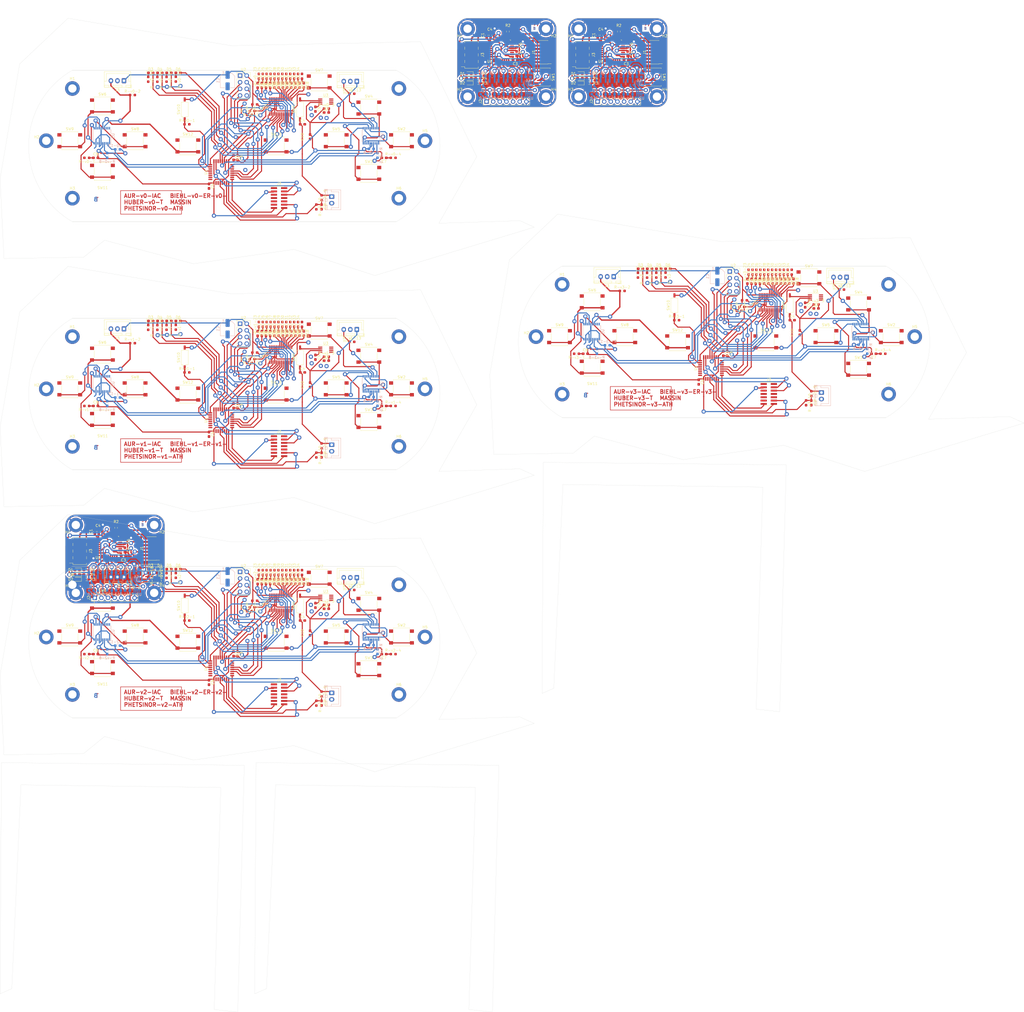
<source format=kicad_pcb>
(kicad_pcb (version 20221018) (generator pcbnew)
  (layers (0 "F.Cu" signal) (31 "B.Cu" signal) (34 "B.Paste" user) (35 "F.Paste" user) (36 "B.SilkS" user "B.Silkscreen") (37 "F.SilkS" user "F.Silkscreen") (38 "B.Mask" user) (39 "F.Mask" user) (44 "Edge.Cuts" user))
  (net 0 "")
  (net 1 "Glob_Alim-v0-")
  (net 2 "GND-v0-")
  (net 3 "POWER-v0-_CHECK-v0-")
  (net 4 "L-v0-i-ion-v0-")
  (net 5 "Net-(C7-Pad1)-v0-")
  (net 6 "Net-(C8-Pad1)-v0-")
  (net 7 "Net-(U3-BP)-v0-")
  (net 8 "Net-(D2-A)-v0-")
  (net 9 "Net-(D3-K)-v0-")
  (net 10 "Net-(D3-A)-v0-")
  (net 11 "Net-(D4-K)-v0-")
  (net 12 "Net-(D4-A)-v0-")
  (net 13 "Net-(D5-K)-v0-")
  (net 14 "Net-(D5-A)-v0-")
  (net 15 "Net-(D6-K)-v0-")
  (net 16 "Net-(D6-A)-v0-")
  (net 17 "Net-(D7-K)-v0-")
  (net 18 "Net-(D7-A)-v0-")
  (net 19 "Net-(D8-K)-v0-")
  (net 20 "Net-(D8-A)-v0-")
  (net 21 "Net-(D9-K)-v0-")
  (net 22 "Net-(D9-A)-v0-")
  (net 23 "Net-(D10-K)-v0-")
  (net 24 "Net-(D10-A)-v0-")
  (net 25 "Net-(D11-K)-v0-")
  (net 26 "Net-(D11-A)-v0-")
  (net 27 "Net-(D12-K)-v0-")
  (net 28 "Net-(D12-A)-v0-")
  (net 29 "Net-(D13-K)-v0-")
  (net 30 "Net-(D13-A)-v0-")
  (net 31 "Net-(D14-K)-v0-")
  (net 32 "Net-(D14-A)-v0-")
  (net 33 "Net-(D15-K)-v0-")
  (net 34 "Net-(D15-A)-v0-")
  (net 35 "Net-(D16-K)-v0-")
  (net 36 "Net-(D16-A)-v0-")
  (net 37 "Net-(D17-K)-v0-")
  (net 38 "Net-(D17-A)-v0-")
  (net 39 "Net-(D18-K)-v0-")
  (net 40 "Net-(D18-A)-v0-")
  (net 43 "SWDIO-v0-")
  (net 44 "SWDCK-v0-")
  (net 48 "R-v0-eset_Buton -v0-")
  (net 49 "USAR-v0-T2_R-v0-X-v0-")
  (net 50 "USAR-v0-T2_TX-v0-")
  (net 51 "R-v0-")
  (net 52 "L-v0-")
  (net 53 "NES{slash}SNES_switcher-v0-")
  (net 54 "DIO{slash}EX_CL-v0-K")
  (net 55 "DIO{slash}EX_SDA-v0-")
  (net 56 "DIODE_OE-v0-")
  (net 57 "Net-(#FL-v0-G05-pwr)")
  (net 58 "A_Button-v0-")
  (net 59 "B_Button-v0-")
  (net 60 "X_Button-v0-")
  (net 61 "Y_Button-v0-")
  (net 62 "UC_Button-v0-")
  (net 63 "Order_Search-v0-")
  (net 64 "L-v0-C_Button")
  (net 65 "R-v0-C_Button")
  (net 66 "DC_Button-v0-")
  (net 67 "ST_Button-v0-")
  (net 68 "SE_Button-v0-")
  (net 73 "Pin_Clock-v0-")
  (net 74 "Digital_Out_Put-v0-")
  (net 75 "MOSI-v0-")
  (net 79 "R-v0-X{slash}TX")
  (net 81 "CSN_nR-v0-F24")
  (net 99 "Glob_Alim-v1-")
  (net 100 "GND-v1-")
  (net 101 "POWER-v1-_CHECK-v1-")
  (net 102 "L-v1-i-ion-v1-")
  (net 103 "Net-(C7-Pad1)-v1-")
  (net 104 "Net-(C8-Pad1)-v1-")
  (net 105 "Net-(U3-BP)-v1-")
  (net 106 "Net-(D2-A)-v1-")
  (net 107 "Net-(D3-K)-v1-")
  (net 108 "Net-(D3-A)-v1-")
  (net 109 "Net-(D4-K)-v1-")
  (net 110 "Net-(D4-A)-v1-")
  (net 111 "Net-(D5-K)-v1-")
  (net 112 "Net-(D5-A)-v1-")
  (net 113 "Net-(D6-K)-v1-")
  (net 114 "Net-(D6-A)-v1-")
  (net 115 "Net-(D7-K)-v1-")
  (net 116 "Net-(D7-A)-v1-")
  (net 117 "Net-(D8-K)-v1-")
  (net 118 "Net-(D8-A)-v1-")
  (net 119 "Net-(D9-K)-v1-")
  (net 120 "Net-(D9-A)-v1-")
  (net 121 "Net-(D10-K)-v1-")
  (net 122 "Net-(D10-A)-v1-")
  (net 123 "Net-(D11-K)-v1-")
  (net 124 "Net-(D11-A)-v1-")
  (net 125 "Net-(D12-K)-v1-")
  (net 126 "Net-(D12-A)-v1-")
  (net 127 "Net-(D13-K)-v1-")
  (net 128 "Net-(D13-A)-v1-")
  (net 129 "Net-(D14-K)-v1-")
  (net 130 "Net-(D14-A)-v1-")
  (net 131 "Net-(D15-K)-v1-")
  (net 132 "Net-(D15-A)-v1-")
  (net 133 "Net-(D16-K)-v1-")
  (net 134 "Net-(D16-A)-v1-")
  (net 135 "Net-(D17-K)-v1-")
  (net 136 "Net-(D17-A)-v1-")
  (net 137 "Net-(D18-K)-v1-")
  (net 138 "Net-(D18-A)-v1-")
  (net 141 "SWDIO-v1-")
  (net 142 "SWDCK-v1-")
  (net 146 "R-v1-eset_Buton -v1-")
  (net 147 "USAR-v1-T2_R-v1-X-v1-")
  (net 148 "USAR-v1-T2_TX-v1-")
  (net 149 "R-v1-")
  (net 150 "L-v1-")
  (net 151 "NES{slash}SNES_switcher-v1-")
  (net 152 "DIO{slash}EX_CL-v1-K")
  (net 153 "DIO{slash}EX_SDA-v1-")
  (net 154 "DIODE_OE-v1-")
  (net 155 "Net-(#FL-v1-G05-pwr)")
  (net 156 "A_Button-v1-")
  (net 157 "B_Button-v1-")
  (net 158 "X_Button-v1-")
  (net 159 "Y_Button-v1-")
  (net 160 "UC_Button-v1-")
  (net 161 "Order_Search-v1-")
  (net 162 "L-v1-C_Button")
  (net 163 "R-v1-C_Button")
  (net 164 "DC_Button-v1-")
  (net 165 "ST_Button-v1-")
  (net 166 "SE_Button-v1-")
  (net 171 "Pin_Clock-v1-")
  (net 172 "Digital_Out_Put-v1-")
  (net 173 "MOSI-v1-")
  (net 177 "R-v1-X{slash}TX")
  (net 179 "CSN_nR-v1-F24")
  (net 197 "Glob_Alim-v2-")
  (net 198 "GND-v2-")
  (net 199 "POWER-v2-_CHECK-v2-")
  (net 200 "L-v2-i-ion-v2-")
  (net 201 "Net-(C7-Pad1)-v2-")
  (net 202 "Net-(C8-Pad1)-v2-")
  (net 203 "Net-(U3-BP)-v2-")
  (net 204 "Net-(D2-A)-v2-")
  (net 205 "Net-(D3-K)-v2-")
  (net 206 "Net-(D3-A)-v2-")
  (net 207 "Net-(D4-K)-v2-")
  (net 208 "Net-(D4-A)-v2-")
  (net 209 "Net-(D5-K)-v2-")
  (net 210 "Net-(D5-A)-v2-")
  (net 211 "Net-(D6-K)-v2-")
  (net 212 "Net-(D6-A)-v2-")
  (net 213 "Net-(D7-K)-v2-")
  (net 214 "Net-(D7-A)-v2-")
  (net 215 "Net-(D8-K)-v2-")
  (net 216 "Net-(D8-A)-v2-")
  (net 217 "Net-(D9-K)-v2-")
  (net 218 "Net-(D9-A)-v2-")
  (net 219 "Net-(D10-K)-v2-")
  (net 220 "Net-(D10-A)-v2-")
  (net 221 "Net-(D11-K)-v2-")
  (net 222 "Net-(D11-A)-v2-")
  (net 223 "Net-(D12-K)-v2-")
  (net 224 "Net-(D12-A)-v2-")
  (net 225 "Net-(D13-K)-v2-")
  (net 226 "Net-(D13-A)-v2-")
  (net 227 "Net-(D14-K)-v2-")
  (net 228 "Net-(D14-A)-v2-")
  (net 229 "Net-(D15-K)-v2-")
  (net 230 "Net-(D15-A)-v2-")
  (net 231 "Net-(D16-K)-v2-")
  (net 232 "Net-(D16-A)-v2-")
  (net 233 "Net-(D17-K)-v2-")
  (net 234 "Net-(D17-A)-v2-")
  (net 235 "Net-(D18-K)-v2-")
  (net 236 "Net-(D18-A)-v2-")
  (net 239 "SWDIO-v2-")
  (net 240 "SWDCK-v2-")
  (net 244 "R-v2-eset_Buton -v2-")
  (net 245 "USAR-v2-T2_R-v2-X-v2-")
  (net 246 "USAR-v2-T2_TX-v2-")
  (net 247 "R-v2-")
  (net 248 "L-v2-")
  (net 249 "NES{slash}SNES_switcher-v2-")
  (net 250 "DIO{slash}EX_CL-v2-K")
  (net 251 "DIO{slash}EX_SDA-v2-")
  (net 252 "DIODE_OE-v2-")
  (net 253 "Net-(#FL-v2-G05-pwr)")
  (net 254 "A_Button-v2-")
  (net 255 "B_Button-v2-")
  (net 256 "X_Button-v2-")
  (net 257 "Y_Button-v2-")
  (net 258 "UC_Button-v2-")
  (net 259 "Order_Search-v2-")
  (net 260 "L-v2-C_Button")
  (net 261 "R-v2-C_Button")
  (net 262 "DC_Button-v2-")
  (net 263 "ST_Button-v2-")
  (net 264 "SE_Button-v2-")
  (net 269 "Pin_Clock-v2-")
  (net 270 "Digital_Out_Put-v2-")
  (net 271 "MOSI-v2-")
  (net 275 "R-v2-X{slash}TX")
  (net 277 "CSN_nR-v2-F24")
  (net 295 "Glob_Alim-v3-")
  (net 296 "GND-v3-")
  (net 297 "POWER-v3-_CHECK-v3-")
  (net 298 "L-v3-i-ion-v3-")
  (net 299 "Net-(C7-Pad1)-v3-")
  (net 300 "Net-(C8-Pad1)-v3-")
  (net 301 "Net-(U3-BP)-v3-")
  (net 302 "Net-(D2-A)-v3-")
  (net 303 "Net-(D3-K)-v3-")
  (net 304 "Net-(D3-A)-v3-")
  (net 305 "Net-(D4-K)-v3-")
  (net 306 "Net-(D4-A)-v3-")
  (net 307 "Net-(D5-K)-v3-")
  (net 308 "Net-(D5-A)-v3-")
  (net 309 "Net-(D6-K)-v3-")
  (net 310 "Net-(D6-A)-v3-")
  (net 311 "Net-(D7-K)-v3-")
  (net 312 "Net-(D7-A)-v3-")
  (net 313 "Net-(D8-K)-v3-")
  (net 314 "Net-(D8-A)-v3-")
  (net 315 "Net-(D9-K)-v3-")
  (net 316 "Net-(D9-A)-v3-")
  (net 317 "Net-(D10-K)-v3-")
  (net 318 "Net-(D10-A)-v3-")
  (net 319 "Net-(D11-K)-v3-")
  (net 320 "Net-(D11-A)-v3-")
  (net 321 "Net-(D12-K)-v3-")
  (net 322 "Net-(D12-A)-v3-")
  (net 323 "Net-(D13-K)-v3-")
  (net 324 "Net-(D13-A)-v3-")
  (net 325 "Net-(D14-K)-v3-")
  (net 326 "Net-(D14-A)-v3-")
  (net 327 "Net-(D15-K)-v3-")
  (net 328 "Net-(D15-A)-v3-")
  (net 329 "Net-(D16-K)-v3-")
  (net 330 "Net-(D16-A)-v3-")
  (net 331 "Net-(D17-K)-v3-")
  (net 332 "Net-(D17-A)-v3-")
  (net 333 "Net-(D18-K)-v3-")
  (net 334 "Net-(D18-A)-v3-")
  (net 337 "SWDIO-v3-")
  (net 338 "SWDCK-v3-")
  (net 342 "R-v3-eset_Buton -v3-")
  (net 343 "USAR-v3-T2_R-v3-X-v3-")
  (net 344 "USAR-v3-T2_TX-v3-")
  (net 345 "R-v3-")
  (net 346 "L-v3-")
  (net 347 "NES{slash}SNES_switcher-v3-")
  (net 348 "DIO{slash}EX_CL-v3-K")
  (net 349 "DIO{slash}EX_SDA-v3-")
  (net 350 "DIODE_OE-v3-")
  (net 351 "Net-(#FL-v3-G05-pwr)")
  (net 352 "A_Button-v3-")
  (net 353 "B_Button-v3-")
  (net 354 "X_Button-v3-")
  (net 355 "Y_Button-v3-")
  (net 356 "UC_Button-v3-")
  (net 357 "Order_Search-v3-")
  (net 358 "L-v3-C_Button")
  (net 359 "R-v3-C_Button")
  (net 360 "DC_Button-v3-")
  (net 361 "ST_Button-v3-")
  (net 362 "SE_Button-v3-")
  (net 367 "Pin_Clock-v3-")
  (net 368 "Digital_Out_Put-v3-")
  (net 369 "MOSI-v3-")
  (net 373 "R-v3-X{slash}TX")
  (net 375 "CSN_nR-v3-F24")
  (net 393 "+5V-v7-")
  (net 394 "GND-v7-")
  (net 395 "+3.3V-v7-")
  (net 396 "Net-(D1-K)-v7-")
  (net 398 "Net-(D3-K)-v7-")
  (net 399 "Status_LED-v7-")
  (net 400 "Data_Clock_SNES-v7-")
  (net 401 "Data_Latch_SNES-v7-")
  (net 402 "Net-(D2-K)-v7-")
  (net 403 "Serial_Data1_SNES-v7-")
  (net 404 "Serial_Data2_SNES-v7-")
  (net 405 "SPI_Chip_Select-v7-")
  (net 406 "Chip_Enable-v7-")
  (net 407 "SPI_Digital_Input-v7-")
  (net 408 "SPI_Clock-v7-")
  (net 409 "SPI_Digital_Output-v7-")
  (net 410 "IOBit_SNES-v7-")
  (net 411 "Data_Clock_STM32-v7-")
  (net 412 "Data_Latch_STM32-v7-")
  (net 413 "Appairing_Btn-v7-")
  (net 414 "Net-(U2-BP)-v7-")
  (net 415 "SWDIO-v7-")
  (net 416 "SWDCK-v7-")
  (net 419 "NRST-v7-")
  (net 420 "USART2_RX-v7-")
  (net 421 "USART2_TX-v7-")
  (net 422 "Serial_Data1_STM32-v7-")
  (net 423 "IOBit_STM32-v7-")
  (net 424 "Serial_Data2_STM32-v7-")
  (net 438 "+5V-v8-")
  (net 439 "GND-v8-")
  (net 440 "+3.3V-v8-")
  (net 441 "Net-(D1-K)-v8-")
  (net 443 "Net-(D3-K)-v8-")
  (net 444 "Status_LED-v8-")
  (net 445 "Data_Clock_SNES-v8-")
  (net 446 "Data_Latch_SNES-v8-")
  (net 447 "Net-(D2-K)-v8-")
  (net 448 "Serial_Data1_SNES-v8-")
  (net 449 "Serial_Data2_SNES-v8-")
  (net 450 "SPI_Chip_Select-v8-")
  (net 451 "Chip_Enable-v8-")
  (net 452 "SPI_Digital_Input-v8-")
  (net 453 "SPI_Clock-v8-")
  (net 454 "SPI_Digital_Output-v8-")
  (net 455 "IOBit_SNES-v8-")
  (net 456 "Data_Clock_STM32-v8-")
  (net 457 "Data_Latch_STM32-v8-")
  (net 458 "Appairing_Btn-v8-")
  (net 459 "Net-(U2-BP)-v8-")
  (net 460 "SWDIO-v8-")
  (net 461 "SWDCK-v8-")
  (net 464 "NRST-v8-")
  (net 465 "USART2_RX-v8-")
  (net 466 "USART2_TX-v8-")
  (net 467 "Serial_Data1_STM32-v8-")
  (net 468 "IOBit_STM32-v8-")
  (net 469 "Serial_Data2_STM32-v8-")
  (net 483 "+5V-v9-")
  (net 484 "GND-v9-")
  (net 485 "+3.3V-v9-")
  (net 486 "Net-(D1-K)-v9-")
  (net 488 "Net-(D3-K)-v9-")
  (net 489 "Status_LED-v9-")
  (net 490 "Data_Clock_SNES-v9-")
  (net 491 "Data_Latch_SNES-v9-")
  (net 492 "Net-(D2-K)-v9-")
  (net 493 "Serial_Data1_SNES-v9-")
  (net 494 "Serial_Data2_SNES-v9-")
  (net 495 "SPI_Chip_Select-v9-")
  (net 496 "Chip_Enable-v9-")
  (net 497 "SPI_Digital_Input-v9-")
  (net 498 "SPI_Clock-v9-")
  (net 499 "SPI_Digital_Output-v9-")
  (net 500 "IOBit_SNES-v9-")
  (net 501 "Data_Clock_STM32-v9-")
  (net 502 "Data_Latch_STM32-v9-")
  (net 503 "Appairing_Btn-v9-")
  (net 504 "Net-(U2-BP)-v9-")
  (net 505 "SWDIO-v9-")
  (net 506 "SWDCK-v9-")
  (net 509 "NRST-v9-")
  (net 510 "USART2_RX-v9-")
  (net 511 "USART2_TX-v9-")
  (net 512 "Serial_Data1_STM32-v9-")
  (net 513 "IOBit_STM32-v9-")
  (net 514 "Serial_Data2_STM32-v9-")
  (footprint "Button_Switch_SMD:SW_SPST_B3S-1000" (layer "F.Cu") (at 40.438491 129.832725)
    (fp_text reference "SW6")
    (fp_text value "SW_Push")
  )
  (footprint "L-v2-ED_SMD:L-v2-ED_0603_1608Metric_Pad1.05x0.95mm_HandSolder" (layer "F.Cu") (at 115.913491 216.932725 -90)
    (fp_text reference "D17")
    (fp_text value "R-v2-3")
  )
  (footprint "R-v2-esistor_SMD:R-v2-_0603_1608Metric_Pad0.98x0.95mm_HandSolder" (layer "F.Cu") (at 104.838491 213.445225 90)
    (fp_text reference "R-v2-26")
    (fp_text value "1K")
  )
  (footprint "R-v2-esistor_SMD:R-v2-_0603_1608Metric_Pad0.98x0.95mm_HandSolder" (layer "F.Cu") (at 126.198491 225.808725)
    (fp_text reference "R-v2-3")
    (fp_text value "1K")
  )
  (footprint "MountingHole:MountingHole_3.2mm_M3_DIN965_Pad" (layer "F.Cu") (at 18.938491 143.132725)
    (fp_text reference "H2")
    (fp_text value "MountingHole_Pad")
  )
  (footprint "Button_Switch_SMD:SW_SPST_B3S-1000" (layer "F.Cu") (at 129.938491 48.132725)
    (fp_text reference "SW5")
    (fp_text value "SW_Push")
  )
  (footprint "R-v0-esistor_SMD:R-v0-_0603_1608Metric_Pad0.98x0.95mm_HandSolder" (layer "F.Cu") (at 112.338491 23.445225 90)
    (fp_text reference "R-v0-31")
    (fp_text value "1K")
  )
  (footprint "L-v2-ED_SMD:L-v2-ED_0603_1608Metric_Pad1.05x0.95mm_HandSolder" (layer "F.Cu") (at 109.513491 216.932725 -90)
    (fp_text reference "D13")
    (fp_text value "O3")
  )
  (footprint "MountingHole:MountingHole_3.2mm_M3_DIN965_Pad" (layer "F.Cu") (at 30.25 221.25)
    (fp_text reference "H3")
    (fp_text value "MountingHole_Pad")
  )
  (footprint "Connector_PinHeader_1.27mm:PinHeader_2x07_P1.27mm_Vertical_SMD" (layer "F.Cu") (at 108.063491 70.072725)
    (fp_text reference "J2")
    (fp_text value "Conn_02x07_Odd_Even")
  )
  (footprint "R-v0-esistor_SMD:R-v0-_0603_1608Metric_Pad0.98x0.95mm_HandSolder" (layer "F.Cu") (at 64.988491 24.607725 -90)
    (fp_text reference "R-v0-21")
    (fp_text value "1K")
  )
  (footprint "Button_Switch_SMD:SW_SPST_B3S-1000" (layer "F.Cu") (at 227.938491 109.832725)
    (fp_text reference "SW6")
    (fp_text value "SW_Push")
  )
  (footprint "Resistor_SMD:R_0603_1608Metric_Pad0.98x0.95mm_HandSolder" (layer "F.Cu") (at 45.67 196.32 90)
    (fp_text reference "R2")
    (fp_text value "10k")
  )
  (footprint "MountingHole:MountingHole_3.2mm_M3_DIN965_Pad" (layer "F.Cu") (at 28.938491 70.132725)
    (fp_text reference "H3")
    (fp_text value "MountingHole_Pad")
  )
  (footprint "R-v3-esistor_SMD:R-v3-_0603_1608Metric_Pad0.98x0.95mm_HandSolder" (layer "F.Cu") (at 287.838491 98.445225 90)
    (fp_text reference "R-v3-23")
    (fp_text value "1K")
  )
  (footprint "Button_Switch_SMD:SW_SPST_B3S-1000" (layer "F.Cu") (at 123.438491 120.632725)
    (fp_text reference "SW7")
    (fp_text value "SW_SPST")
  )
  (footprint "Button_Switch_SMD:SW_SPST_B3S-1000" (layer "F.Cu") (at 142.438491 250.632725)
    (fp_text reference "SW3")
    (fp_text value "SW_Push")
  )
  (footprint "R-v1-esistor_SMD:R-v1-_0603_1608Metric_Pad0.98x0.95mm_HandSolder" (layer "F.Cu") (at 104.838491 118.445225 90)
    (fp_text reference "R-v1-26")
    (fp_text value "1K")
  )
  (footprint "Capacitor_SMD:C_0603_1608Metric_Pad1.08x0.95mm_HandSolder" (layer "F.Cu") (at 92.162491 149.604725 -90)
    (fp_text reference "C6")
    (fp_text value "10u")
  )
  (footprint "Capacitor_SMD:C_0603_1608Metric_Pad1.08x0.95mm_HandSolder" (layer "F.Cu") (at 307.433491 121.615225 -90)
    (fp_text reference "C10")
    (fp_text value "100nF")
  )
  (footprint "L-v1-ED_SMD:L-v1-ED_0603_1608Metric_Pad1.05x0.95mm_HandSolder" (layer "F.Cu") (at 126.198491 132.332725)
    (fp_text reference "D2")
    (fp_text value "L-v1-ED_Small")
  )
  (footprint "Button_Switch_SMD:SW_SPST_B3S-1000" (layer "F.Cu") (at 310.938491 100.632725)
    (fp_text reference "SW7")
    (fp_text value "SW_SPST")
  )
  (footprint "L-v1-ED_SMD:L-v1-ED_0603_1608Metric_Pad1.05x0.95mm_HandSolder" (layer "F.Cu") (at 117.538491 121.932725 -90)
    (fp_text reference "D18")
    (fp_text value "R-v1-4")
  )
  (footprint "Diode_SMD:D_0603_1608Metric_Pad1.05x0.95mm_HandSolder" (layer "F.Cu") (at 180.76875 24.25 180)
    (fp_text reference "D3")
    (fp_text value "LED")
  )
  (footprint "Capacitor_SMD:C_0603_1608Metric_Pad1.08x0.95mm_HandSolder" (layer "F.Cu") (at 37.55 197.75 90)
    (fp_text reference "C1")
    (fp_text value "10u")
  )
  (footprint "Connector_PinHeader_2.54mm:PinHeader_1x07_P2.54mm_Vertical" (layer "F.Cu") (at 37.5 223.15 90)
    (fp_text reference "J2")
    (fp_text value "Conn_01x07_Socket")
  )
  (footprint "Package_QFP:LQFP-32_7x7mm_P0.8mm" (layer "F.Cu") (at 43.1 203.15 180)
    (fp_text reference "U1")
    (fp_text value "STM32L412KBTx")
  )
  (footprint "Connector_PinHeader_1.27mm:PinHeader_2x07_P1.27mm_Vertical_SMD" (layer "F.Cu") (at 251.75 14.25 180)
    (fp_text reference "J1")
    (fp_text value "Conn_02x07_Odd_Even")
  )
  (footprint "R-v2-esistor_SMD:R-v2-_0603_1608Metric_Pad0.98x0.95mm_HandSolder" (layer "F.Cu") (at 64.988491 214.607725 -90)
    (fp_text reference "R-v2-21")
    (fp_text value "1K")
  )
  (footprint "Button_Switch_SMD:SW_SPST_B3S-1000" (layer "F.Cu") (at 142.438491 155.632725)
    (fp_text reference "SW3")
    (fp_text value "SW_Push")
  )
  (footprint "L-v0-ED_SMD:L-v0-ED_0603_1608Metric_Pad1.05x0.95mm_HandSolder" (layer "F.Cu") (at 69.438491 22.132725)
    (fp_text reference "D6")
    (fp_text value "G4")
  )
  (footprint "L-v1-ED_SMD:L-v1-ED_0603_1608Metric_Pad1.05x0.95mm_HandSolder" (layer "F.Cu") (at 107.898491 121.945225 -90)
    (fp_text reference "D12")
    (fp_text value "O2")
  )
  (footprint "Resistor_SMD:R_0603_1608Metric_Pad0.98x0.95mm_HandSolder" (layer "F.Cu") (at 195.67 6.32 90)
    (fp_text reference "R2")
    (fp_text value "10k")
  )
  (footprint "L-v2-ED_SMD:L-v2-ED_0603_1608Metric_Pad1.05x0.95mm_HandSolder" (layer "F.Cu") (at 58.938491 212.132725)
    (fp_text reference "D3")
    (fp_text value "G1")
  )
  (footprint "R-v3-esistor_SMD:R-v3-_0603_1608Metric_Pad0.98x0.95mm_HandSolder" (layer "F.Cu") (at 323.438491 105.132725)
    (fp_text reference "R-v3-13")
    (fp_text value "1K")
  )
  (footprint "R-v3-esistor_SMD:R-v3-_0603_1608Metric_Pad0.98x0.95mm_HandSolder" (layer "F.Cu") (at 248.963491 99.632725 -90)
    (fp_text reference "R-v3-20")
    (fp_text value "1K")
  )
  (footprint "Resistor_SMD:R_0603_1608Metric_Pad0.98x0.95mm_HandSolder" (layer "F.Cu") (at 184.26875 24.25)
    (fp_text reference "R4")
    (fp_text value "1k")
  )
  (footprint "Button_Switch_SMD:SW_SPST_B3S-1000" (layer "F.Cu") (at 215.438491 123.132725)
    (fp_text reference "SW9")
    (fp_text value "SW_Push")
  )
  (footprint "Package_SO:TSSOP-28_4.4x9.7mm_P0.65mm" (layer "F.Cu") (at 108.672491 130.046725 90)
    (fp_text reference "U4")
    (fp_text value "PCA9685PW")
  )
  (footprint "Button_Switch_SMD:SW_SPST_B3S-1000" (layer "F.Cu") (at 154.938491 48.132725)
    (fp_text reference "SW2")
    (fp_text value "SW_Push")
  )
  (footprint "Connector_PinHeader_2.54mm:PinHeader_2x04_P2.54mm_Vertical" (layer "F.Cu") (at 93.138491 118.192725)
    (fp_text reference "U2")
    (fp_text value "nR-v1-F24_Full")
  )
  (footprint "Diode_SMD:D_0603_1608Metric_Pad1.05x0.95mm_HandSolder" (layer "F.Cu") (at 223.26875 24.25 180)
    (fp_text reference "D3")
    (fp_text value "LED")
  )
  (footprint "L-v1-ED_SMD:L-v1-ED_0603_1608Metric_Pad1.05x0.95mm_HandSolder" (layer "F.Cu") (at 115.913491 121.932725 -90)
    (fp_text reference "D17")
    (fp_text value "R-v1-3")
  )
  (footprint "Button_Switch_SMD:SW_SPST_B3S-1000" (layer "F.Cu") (at 142.438491 60.632725)
    (fp_text reference "SW3")
    (fp_text value "SW_Push")
  )
  (footprint "R-v0-esistor_SMD:R-v0-_0603_1608Metric_Pad0.98x0.95mm_HandSolder" (layer "F.Cu") (at 109.338491 23.445225 90)
    (fp_text reference "R-v0-29")
    (fp_text value "1K")
  )
  (footprint "R-v3-esistor_SMD:R-v3-_0603_1608Metric_Pad0.98x0.95mm_HandSolder" (layer "F.Cu") (at 296.838491 98.445225 90)
    (fp_text reference "R-v3-29")
    (fp_text value "1K")
  )
  (footprint "Package_QFP:L-v0-QFP-32_7x7mm_P0.8mm" (layer "F.Cu") (at 85.938491 60.132725 90)
    (fp_text reference "U1")
    (fp_text value "STM32L-v0-412KBTx")
  )
  (footprint "Button_Switch_SMD:SW_SPST_B3S-1000" (layer "F.Cu") (at 73.148491 145.132725)
    (fp_text reference "SW12")
    (fp_text value "SW_Push")
  )
  (footprint "Button_Switch_SMD:SW_SPST_B3S-1000" (layer "F.Cu") (at 40.438491 224.832725)
    (fp_text reference "SW6")
    (fp_text value "SW_Push")
  )
  (footprint "Capacitor_SMD:C_0603_1608Metric_Pad1.08x0.95mm_HandSolder" (layer "F.Cu") (at 241.0025 17.19)
    (fp_text reference "C3")
    (fp_text value "100n")
  )
  (footprint "R-v2-esistor_SMD:R-v2-_0603_1608Metric_Pad0.98x0.95mm_HandSolder" (layer "F.Cu") (at 57.963491 214.607725 -90)
    (fp_text reference "R-v2-18")
    (fp_text value "1K")
  )
  (footprint "L-v3-ED_SMD:L-v3-ED_0603_1608Metric_Pad1.05x0.95mm_HandSolder" (layer "F.Cu") (at 298.613491 101.932725 -90)
    (fp_text reference "D14")
    (fp_text value "O4")
  )
  (footprint "Diode_SMD:D_0603_1608Metric_Pad1.05x0.95mm_HandSolder" (layer "F.Cu") (at 180.76875 22.45 180)
    (fp_text reference "D1")
    (fp_text value "LED_Small")
  )
  (footprint "L-v3-ED_SMD:L-v3-ED_0603_1608Metric_Pad1.05x0.95mm_HandSolder" (layer "F.Cu") (at 295.398491 101.945225 -90)
    (fp_text reference "D12")
    (fp_text value "O2")
  )
  (footprint "Diode_SMD:D_0603_1608Metric_Pad1.05x0.95mm_HandSolder" (layer "F.Cu") (at 30.76875 216.05 180)
    (fp_text reference "D2")
    (fp_text value "LED_Small")
  )
  (footprint "Connector_PinHeader_2.54mm:PinHeader_1x07_P2.54mm_Vertical" (layer "F.Cu") (at 187.5 33.15 90)
    (fp_text reference "J2")
    (fp_text value "Conn_01x07_Socket")
  )
  (footprint "L-v2-ED_SMD:L-v2-ED_0603_1608Metric_Pad1.05x0.95mm_HandSolder" (layer "F.Cu") (at 106.263491 216.957725 -90)
    (fp_text reference "D11")
    (fp_text value "O1")
  )
  (footprint "L-v3-ED_SMD:L-v3-ED_0603_1608Metric_Pad1.05x0.95mm_HandSolder" (layer "F.Cu") (at 305.038491 101.932725 -90)
    (fp_text reference "D18")
    (fp_text value "R-v3-4")
  )
  (footprint "R-v3-esistor_SMD:R-v3-_0603_1608Metric_Pad0.98x0.95mm_HandSolder" (layer "F.Cu") (at 252.488491 99.607725 -90)
    (fp_text reference "R-v3-21")
    (fp_text value "1K")
  )
  (footprint "R-v3-esistor_SMD:R-v3-_0603_1608Metric_Pad0.98x0.95mm_HandSolder" (layer "F.Cu") (at 309.838491 148.470225 -90)
    (fp_text reference "R-v3-10")
    (fp_text value "1M")
  )
  (footprint "Button_Switch_SMD:SW_SPST_B3S-1000" (layer "F.Cu") (at 129.938491 238.132725)
    (fp_text reference "SW5")
    (fp_text value "SW_Push")
  )
  (footprint "Capacitor_SMD:C_0603_1608Metric_Pad1.08x0.95mm_HandSolder" (layer "F.Cu") (at 81.240491 255.526725 -90)
    (fp_text reference "C5")
    (fp_text value "100n")
  )
  (footprint "Capacitor_SMD:C_0603_1608Metric_Pad1.08x0.95mm_HandSolder" (layer "F.Cu") (at 199.01 11.5 90)
    (fp_text reference "C5")
    (fp_text value "100n")
  )
  (footprint "R-v2-esistor_SMD:R-v2-_0603_1608Metric_Pad0.98x0.95mm_HandSolder" (layer "F.Cu") (at 98.748491 224.232725 180)
    (fp_text reference "R-v2-16")
    (fp_text value "10K")
  )
  (footprint "MountingHole:MountingHole_3.2mm_M3_DIN965_Pad" (layer "F.Cu") (at 60.25 195.25)
    (fp_text reference "H2")
    (fp_text value "MountingHole_Pad")
  )
  (footprint "Package_SO:MSOP-8_3x3mm_P0.65mm" (layer "F.Cu") (at 125.938491 223.132725)
    (fp_text reference "U3")
    (fp_text value "MIC5219-3.3YMM")
  )
  (footprint "Connector_PinHeader_2.54mm:PinHeader_1x07_P2.54mm_Vertical" (layer "F.Cu") (at 230 33.15 90)
    (fp_text reference "J2")
    (fp_text value "Conn_01x07_Socket")
  )
  (footprint "Capacitor_SMD:C_0603_1608Metric_Pad1.08x0.95mm_HandSolder" (layer "F.Cu") (at 90.638491 244.604725 -90)
    (fp_text reference "C3")
    (fp_text value "100n")
  )
  (footprint "Connector_PinHeader_1.27mm:PinHeader_2x07_P1.27mm_Vertical_SMD" (layer "F.Cu") (at 108.063491 260.072725)
    (fp_text reference "J2")
    (fp_text value "Conn_02x07_Odd_Even")
  )
  (footprint "R-v3-esistor_SMD:R-v3-_0603_1608Metric_Pad0.98x0.95mm_HandSolder" (layer "F.Cu") (at 289.338491 98.445225 90)
    (fp_text reference "R-v3-24")
    (fp_text value "1K")
  )
  (footprint "Connector_PinHeader_1.27mm:PinHeader_2x07_P1.27mm_Vertical_SMD" (layer "F.Cu") (at 209.25 14.25 180)
    (fp_text reference "J1")
    (fp_text value "Conn_02x07_Odd_Even")
  )
  (footprint "L-v3-ED_SMD:L-v3-ED_0603_1608Metric_Pad1.05x0.95mm_HandSolder" (layer "F.Cu") (at 256.938491 97.132725)
    (fp_text reference "D6")
    (fp_text value "G4")
  )
  (footprint "Capacitor_SMD:C_0603_1608Metric_Pad1.08x0.95mm_HandSolder" (layer "F.Cu") (at 117.033491 231.832725)
    (fp_text reference "C4")
    (fp_text value "1u")
  )
  (footprint "R-v2-esistor_SMD:R-v2-_0603_1608Metric_Pad0.98x0.95mm_HandSolder" (layer "F.Cu") (at 113.838491 213.445225 90)
    (fp_text reference "R-v2-32")
    (fp_text value "1K")
  )
  (footprint "MountingHole:MountingHole_3.2mm_M3_DIN965_Pad" (layer "F.Cu") (at 222.75 5.25)
    (fp_text reference "H1")
    (fp_text value "MountingHole_Pad")
  )
  (footprint "L-v2-ED_SMD:L-v2-ED_0603_1608Metric_Pad1.05x0.95mm_HandSolder" (layer "F.Cu") (at 103.063491 216.957725 -90)
    (fp_text reference "D9")
    (fp_text value "G7")
  )
  (footprint "Connector_PinSocket_2.54mm:PinSocket_2x04_P2.54mm_Vertical_SMD" (layer "F.Cu") (at 181.75 15.25 180)
    (fp_text reference "J3")
    (fp_text value "Conn_01x08_Socket")
  )
  (footprint "Package_QFP:LQFP-32_7x7mm_P0.8mm" (layer "F.Cu") (at 193.1 13.15 180)
    (fp_text reference "U1")
    (fp_text value "STM32L412KBTx")
  )
  (footprint "Button_Switch_SMD:SW_SPST_B3S-1000" (layer "F.Cu") (at 40.438491 249.832725)
    (fp_text reference "SW11")
    (fp_text value "SW_Push")
  )
  (footprint "R-v1-esistor_SMD:R-v1-_0603_1608Metric_Pad0.98x0.95mm_HandSolder" (layer "F.Cu") (at 72.788491 136.832725)
    (fp_text reference "R-v1-1")
    (fp_text value "1K")
  )
  (footprint "Button_Switch_SMD:SW_SPST_B3S-1000" (layer "F.Cu") (at 40.438491 34.832725)
    (fp_text reference "SW6")
    (fp_text value "SW_Push")
  )
  (footprint "Resistor_SMD:R_0603_1608Metric_Pad0.98x0.95mm_HandSolder" (layer "F.Cu") (at 34.26875 214.25)
    (fp_text reference "R4")
    (fp_text value "1k")
  )
  (footprint "MountingHole:MountingHole_3.2mm_M3_DIN965_Pad" (layer "F.Cu") (at 351.438491 123.132725)
    (fp_text reference "H5")
    (fp_text value "MountingHole_Pad")
  )
  (footprint "L-v2-ED_SMD:L-v2-ED_0603_1608Metric_Pad1.05x0.95mm_HandSolder" (layer "F.Cu") (at 101.462491 216.957725 -90)
    (fp_text reference "D8")
    (fp_text value "G6")
  )
  (footprint "L-v0-ED_SMD:L-v0-ED_0603_1608Metric_Pad1.05x0.95mm_HandSolder" (layer "F.Cu") (at 106.263491 26.957725 -90)
    (fp_text reference "D11")
    (fp_text value "O1")
  )
  (footprint "Capacitor_SMD:C_0603_1608Metric_Pad1.08x0.95mm_HandSolder" (layer "F.Cu") (at 119.933491 236.615225 -90)
    (fp_text reference "C10")
    (fp_text value "100nF")
  )
  (footprint "Button_Switch_SMD:SW_SPST_B3S-1000" (layer "F.Cu") (at 27.938491 143.132725)
    (fp_text reference "SW9")
    (fp_text value "SW_Push")
  )
  (footprint "R-v3-esistor_SMD:R-v3-_0603_1608Metric_Pad0.98x0.95mm_HandSolder" (layer "F.Cu") (at 286.248491 109.232725 180)
    (fp_text reference "R-v3-16")
    (fp_text value "10K")
  )
  (footprint "R-v3-esistor_SMD:R-v3-_0603_1608Metric_Pad0.98x0.95mm_HandSolder" (layer "F.Cu") (at 302.838491 98.445225 90)
    (fp_text reference "R-v3-33")
    (fp_text value "1K")
  )
  (footprint "Button_Switch_SMD:SW_DIP_SPSTx01_Slide_Copal_CHS-01B_W7.62mm_P1.27mm" (layer "F.Cu") (at 116.108491 36.132725 90)
    (fp_text reference "SW1")
    (fp_text value "SW_DIP_x01")
  )
  (footprint "Button_Switch_SMD:SW_SPST_B3S-1000" (layer "F.Cu") (at 142.438491 35.632725)
    (fp_text reference "SW4")
    (fp_text value "SW_Push")
  )
  (footprint "L-v3-ED_SMD:L-v3-ED_0603_1608Metric_Pad1.05x0.95mm_HandSolder" (layer "F.Cu") (at 293.763491 101.957725 -90)
    (fp_text reference "D11")
    (fp_text value "O1")
  )
  (footprint "R-v1-esistor_SMD:R-v1-_0603_1608Metric_Pad0.98x0.95mm_HandSolder" (layer "F.Cu") (at 107.838491 118.445225 90)
    (fp_text reference "R-v1-28")
    (fp_text value "1K")
  )
  (footprint "R-v0-esistor_SMD:R-v0-_0603_1608Metric_Pad0.98x0.95mm_HandSolder" (layer "F.Cu") (at 68.538491 24.557725 -90)
    (fp_text reference "R-v0-22")
    (fp_text value "1K")
  )
  (footprint "R-v2-esistor_SMD:R-v2-_0603_1608Metric_Pad0.98x0.95mm_HandSolder" (layer "F.Cu") (at 68.538491 214.557725 -90)
    (fp_text reference "R-v2-22")
    (fp_text value "1K")
  )
  (footprint "Capacitor_SMD:C_0603_1608Metric_Pad1.08x0.95mm_HandSolder" (layer "F.Cu") (at 117.033491 136.832725)
    (fp_text reference "C4")
    (fp_text value "1u")
  )
  (footprint "L-v0-ED_SMD:L-v0-ED_0603_1608Metric_Pad1.05x0.95mm_HandSolder" (layer "F.Cu") (at 104.663491 26.957725 -90)
    (fp_text reference "D10")
    (fp_text value "G8")
  )
  (footprint "R-v3-esistor_SMD:R-v3-_0603_1608Metric_Pad0.98x0.95mm_HandSolder" (layer "F.Cu") (at 301.338491 98.445225 90)
    (fp_text reference "R-v3-32")
    (fp_text value "1K")
  )
  (footprint "Button_Switch_SMD:SW_SPST_B3S-1000" (layer "F.Cu") (at 73.148491 240.132725)
    (fp_text reference "SW12")
    (fp_text value "SW_Push")
  )
  (footprint "Connector_PinHeader_1.27mm:PinHeader_2x07_P1.27mm_Vertical_SMD" (layer "F.Cu") (at 108.063491 165.072725)
    (fp_text reference "J2")
    (fp_text value "Conn_02x07_Odd_Even")
  )
  (footprint "L-v0-ED_SMD:L-v0-ED_0603_1608Metric_Pad1.05x0.95mm_HandSolder" (layer "F.Cu") (at 107.898491 26.945225 -90)
    (fp_text reference "D12")
    (fp_text value "O2")
  )
  (footprint "Package_SO:TSSOP-28_4.4x9.7mm_P0.65mm" (layer "F.Cu") (at 108.672491 225.046725 90)
    (fp_text reference "U4")
    (fp_text value "PCA9685PW")
  )
  (footprint "L-v3-ED_SMD:L-v3-ED_0603_1608Metric_Pad1.05x0.95mm_HandSolder" (layer "F.Cu") (at 303.413491 101.932725 -90)
    (fp_text reference "D17")
    (fp_text value "R-v3-3")
  )
  (footprint "Button_Switch_SMD:SW_SPST_B3S-1000" (layer "F.Cu") (at 208.75 23.75 180)
    (fp_text reference "SW1")
    (fp_text value "SW_SPST")
  )
  (footprint "Resistor_SMD:R_0603_1608Metric_Pad0.98x0.95mm_HandSolder" (layer "F.Cu") (at 226.76875 26.05)
    (fp_text reference "R3")
    (fp_text value "1k")
  )
  (footprint "R-v2-esistor_SMD:R-v2-_0603_1608Metric_Pad0.98x0.95mm_HandSolder" (layer "F.Cu") (at 100.338491 213.445225 90)
    (fp_text reference "R-v2-23")
    (fp_text value "1K")
  )
  (footprint "Capacitor_SMD:C_0603_1608Metric_Pad1.08x0.95mm_HandSolder" (layer "F.Cu") (at 124.338491 168.470225 -90)
    (fp_text reference "C2")
    (fp_text value "1nF")
  )
  (footprint "R-v3-esistor_SMD:R-v3-_0603_1608Metric_Pad0.98x0.95mm_HandSolder" (layer "F.Cu") (at 293.838491 98.445225 90)
    (fp_text reference "R-v3-27")
    (fp_text value "1K")
  )
  (footprint "L-v3-ED_SMD:L-v3-ED_0603_1608Metric_Pad1.05x0.95mm_HandSolder" (layer "F.Cu") (at 297.013491 101.932725 -90)
    (fp_text reference "D13")
    (fp_text value "O3")
  )
  (footprint "R-v0-esistor_SMD:R-v0-_0603_1608Metric_Pad0.98x0.95mm_HandSolder" (layer "F.Cu") (at 100.338491 23.445225 90)
    (fp_text reference "R-v0-23")
    (fp_text value "1K")
  )
  (footprint "Resistor_SMD:R_0603_1608Metric_Pad0.98x0.95mm_HandSolder" (layer "F.Cu") (at 184.26875 22.45)
    (fp_text reference "R1")
    (fp_text value "1k")
  )
  (footprint "L-v2-ED_SMD:L-v2-ED_0603_1608Metric_Pad1.05x0.95mm_HandSolder" (layer "F.Cu") (at 111.113491 216.932725 -90)
    (fp_text reference "D14")
    (fp_text value "O4")
  )
  (footprint "L-v3-ED_SMD:L-v3-ED_0603_1608Metric_Pad1.05x0.95mm_HandSolder" (layer "F.Cu") (at 287.363491 101.957725 -90)
    (fp_text reference "D7")
    (fp_text value "G5")
  )
  (footprint "MountingHole:MountingHole_3.2mm_M3_DIN965_Pad" (layer "F.Cu") (at 30.25 195.25)
    (fp_text reference "H1")
    (fp_text value "MountingHole_Pad")
  )
  (footprint "Capacitor_SMD:C_0603_1608Metric_Pad1.08x0.95mm_HandSolder" (layer "F.Cu") (at 119.933491 141.615225 -90)
    (fp_text reference "C10")
    (fp_text value "100nF")
  )
  (footprint "Button_Switch_SMD:SW_DIP_SPSTx01_Slide_Copal_CHS-01B_W7.62mm_P1.27mm" (layer "F.Cu") (at 116.108491 226.132725 90)
    (fp_text reference "SW1")
    (fp_text value "SW_DIP_x01")
  )
  (footprint "Capacitor_SMD:C_0603_1608Metric_Pad1.08x0.95mm_HandSolder" (layer "F.Cu") (at 268.740491 140.526725 -90)
    (fp_text reference "C5")
    (fp_text value "100n")
  )
  (footprint "R-v1-esistor_SMD:R-v1-_0603_1608Metric_Pad0.98x0.95mm_HandSolder" (layer "F.Cu") (at 113.838491 118.445225 90)
    (fp_text reference "R-v1-32")
    (fp_text value "1K")
  )
  (footprint "R-v3-esistor_SMD:R-v3-_0603_1608Metric_Pad0.98x0.95mm_HandSolder" (layer "F.Cu") (at 313.698491 110.808725)
    (fp_text reference "R-v3-3")
    (fp_text value "1K")
  )
  (footprint "Button_Switch_SMD:SW_DIP_SPSTx01_Slide_Copal_CHS-01B_W7.62mm_P1.27mm" (layer "F.Cu") (at 71.938491 226.132725 90)
    (fp_text reference "SW10")
    (fp_text value "SW_DIP_x01")
  )
  (footprint "Connector_PinHeader_1.27mm:PinHeader_2x07_P1.27mm_Vertical_SMD" (layer "F.Cu") (at 59.25 204.25 180)
    (fp_text reference "J1")
    (fp_text value "Conn_02x07_Odd_Even")
  )
  (footprint "Capacitor_SMD:C_0603_1608Metric_Pad1.08x0.95mm_HandSolder" (layer "F.Cu") (at 335.750515 129.682725 180)
    (fp_text reference "C7")
    (fp_text value "100nF")
  )
  (footprint "L-v0-ED_SMD:L-v0-ED_0603_1608Metric_Pad1.05x0.95mm_HandSolder" (layer "F.Cu") (at 99.863491 26.957725 -90)
    (fp_text reference "D7")
    (fp_text value "G5")
  )
  (footprint "Capacitor_SMD:C_0603_1608Metric_Pad1.08x0.95mm_HandSolder" (layer "F.Cu") (at 121.988491 36.032725 -90)
    (fp_text reference "C9")
    (fp_text value "470p")
  )
  (footprint "Connector_JST:JST_XH_B3B-XH-A_1x03_P2.50mm_Vertical" (layer "F.Cu") (at 48.688491 215.157725 180)
    (fp_text reference "J3")
    (fp_text value "Conn_01x03")
  )
  (footprint "R-v2-esistor_SMD:R-v2-_0603_1608Metric_Pad0.98x0.95mm_HandSolder" (layer "F.Cu") (at 72.788491 231.832725)
    (fp_text reference "R-v2-1")
    (fp_text value "1K")
  )
  (footprint "Capacitor_SMD:C_0603_1608Metric_Pad1.08x0.95mm_HandSolder" (layer "F.Cu") (at 49.01 204.8025 90)
    (fp_text reference "C2")
    (fp_text value "100n")
  )
  (footprint "Capacitor_SMD:C_0603_1608Metric_Pad1.08x0.95mm_HandSolder" (layer "F.Cu") (at 117.033491 41.832725)
    (fp_text reference "C4")
    (fp_text value "1u")
  )
  (footprint "R-v1-esistor_SMD:R-v1-_0603_1608Metric_Pad0.98x0.95mm_HandSolder" (layer "F.Cu") (at 115.338491 118.445225 90)
    (fp_text reference "R-v1-33")
    (fp_text value "1K")
  )
  (footprint "R-v1-esistor_SMD:R-v1-_0603_1608Metric_Pad0.98x0.95mm_HandSolder" (layer "F.Cu") (at 135.938491 125.132725)
    (fp_text reference "R-v1-13")
    (fp_text value "1K")
  )
  (footprint "L-v1-ED_SMD:L-v1-ED_0603_1608Metric_Pad1.05x0.95mm_HandSolder" (layer "F.Cu") (at 58.938491 117.132725)
    (fp_text reference "D3")
    (fp_text value "G1")
  )
  (footprint "Button_Switch_SMD:SW_SPST_B3S-1000" (layer "F.Cu") (at 106.938491 240.132725)
    (fp_text reference "SW13")
    (fp_text value "SW_Push")
  )
  (footprint "L-v0-ED_SMD:L-v0-ED_0603_1608Metric_Pad1.05x0.95mm_HandSolder" (layer "F.Cu") (at 65.938491 22.132725)
    (fp_text reference "D5")
    (fp_text value "G3")
  )
  (footprint "R-v1-esistor_SMD:R-v1-_0603_1608Metric_Pad0.98x0.95mm_HandSolder" (layer "F.Cu") (at 103.308491 118.445225 90)
    (fp_text reference "R-v1-25")
    (fp_text value "1K")
  )
  (footprint "L-v1-ED_SMD:L-v1-ED_0603_1608Metric_Pad1.05x0.95mm_HandSolder" (layer "F.Cu") (at 99.863491 121.957725 -90)
    (fp_text reference "D7")
    (fp_text value "G5")
  )
  (footprint "Connector_PinHeader_1.27mm:PinHeader_2x07_P1.27mm_Vertical_SMD" (layer "F.Cu") (at 295.563491 145.072725)
    (fp_text reference "J2")
    (fp_text value "Conn_02x07_Odd_Even")
  )
  (footprint "Capacitor_SMD:C_0603_1608Metric_Pad1.08x0.95mm_HandSolder" (layer "F.Cu") (at 81.240491 65.526725 -90)
    (fp_text reference "C5")
    (fp_text value "100n")
  )
  (footprint "Capacitor_SMD:C_0603_1608Metric_Pad1.08x0.95mm_HandSolder" (layer "F.Cu") (at 92.162491 244.604725 -90)
    (fp_text reference "C6")
    (fp_text value "10u")
  )
  (footprint "R-v0-esistor_SMD:R-v0-_0603_1608Metric_Pad0.98x0.95mm_HandSolder" (layer "F.Cu") (at 122.338491 73.470225 -90)
    (fp_text reference "R-v0-10")
    (fp_text value "1M")
  )
  (footprint "R-v0-esistor_SMD:R-v0-_0603_1608Metric_Pad0.98x0.95mm_HandSolder" (layer "F.Cu") (at 113.838491 23.445225 90)
    (fp_text reference "R-v0-32")
    (fp_text value "1K")
  )
  (footprint "Button_Switch_SMD:SW_DIP_SPSTx01_Slide_Copal_CHS-01B_W7.62mm_P1.27mm" (layer "F.Cu") (at 259.438491 111.132725 90)
    (fp_text reference "SW10")
    (fp_text value "SW_DIP_x01")
  )
  (footprint "Resistor_SMD:R_0603_1608Metric_Pad0.98x0.95mm_HandSolder" (layer "F.Cu") (at 226.76875 22.45)
    (fp_text reference "R1")
    (fp_text value "1k")
  )
  (footprint "Capacitor_SMD:C_0603_1608Metric_Pad1.08x0.95mm_HandSolder" (layer "F.Cu") (at 37.846467 54.682725)
    (fp_text reference "C8")
    (fp_text value "100nF")
  )
  (footprint "R-v2-esistor_SMD:R-v2-_0603_1608Metric_Pad0.98x0.95mm_HandSolder" (layer "F.Cu") (at 103.308491 213.445225 90)
    (fp_text reference "R-v2-25")
    (fp_text value "1K")
  )
  (footprint "R-v1-esistor_SMD:R-v1-_0603_1608Metric_Pad0.98x0.95mm_HandSolder" (layer "F.Cu") (at 57.963491 119.607725 -90)
    (fp_text reference "R-v1-18")
    (fp_text value "1K")
  )
  (footprint "R-v1-esistor_SMD:R-v1-_0603_1608Metric_Pad0.98x0.95mm_HandSolder" (layer "F.Cu") (at 151.750515 149.682725)
    (fp_text reference "R-v1-4")
    (fp_text value "1k")
  )
  (footprint "Button_Switch_SMD:SW_SPST_B3S-1000" (layer "F.Cu") (at 342.438491 123.132725)
    (fp_text reference "SW2")
    (fp_text value "SW_Push")
  )
  (footprint "R-v2-esistor_SMD:R-v2-_0603_1608Metric_Pad0.98x0.95mm_HandSolder" (layer "F.Cu") (at 151.750515 244.682725)
    (fp_text reference "R-v2-4")
    (fp_text value "1k")
  )
  (footprint "L-v0-ED_SMD:L-v0-ED_0603_1608Metric_Pad1.05x0.95mm_HandSolder" (layer "F.Cu") (at 58.938491 22.132725)
    (fp_text reference "D3")
    (fp_text value "G1")
  )
  (footprint "R-v3-esistor_SMD:R-v3-_0603_1608Metric_Pad0.98x0.95mm_HandSolder" (layer "F.Cu") (at 290.808491 98.445225 90)
    (fp_text reference "R-v3-25")
    (fp_text value "1K")
  )
  (footprint "L-v3-ED_SMD:L-v3-ED_0603_1608Metric_Pad1.05x0.95mm_HandSolder" (layer "F.Cu") (at 301.813491 101.932725 -90)
    (fp_text reference "D16")
    (fp_text value "R-v3-2")
  )
  (footprint "R-v1-esistor_SMD:R-v1-_0603_1608Metric_Pad0.98x0.95mm_HandSolder" (layer "F.Cu") (at 101.838491 118.445225 90)
    (fp_text reference "R-v1-24")
    (fp_text value "1K")
  )
  (footprint "R-v3-esistor_SMD:R-v3-_0603_1608Metric_Pad0.98x0.95mm_HandSolder" (layer "F.Cu") (at 284.248491 113.232725)
    (fp_text reference "R-v3-14")
    (fp_text value "10K")
  )
  (footprint "L-v2-ED_SMD:L-v2-ED_0603_1608Metric_Pad1.05x0.95mm_HandSolder" (layer "F.Cu") (at 65.938491 212.132725)
    (fp_text reference "D5")
    (fp_text value "G3")
  )
  (footprint "L-v1-ED_SMD:L-v1-ED_0603_1608Metric_Pad1.05x0.95mm_HandSolder" (layer "F.Cu") (at 103.063491 121.957725 -90)
    (fp_text reference "D9")
    (fp_text value "G7")
  )
  (footprint "L-v3-ED_SMD:L-v3-ED_0603_1608Metric_Pad1.05x0.95mm_HandSolder" (layer "F.Cu") (at 292.163491 101.957725 -90)
    (fp_text reference "D10")
    (fp_text value "G8")
  )
  (footprint "R-v3-esistor_SMD:R-v3-_0603_1608Metric_Pad0.98x0.95mm_HandSolder" (layer "F.Cu") (at 239.438491 105.632725)
    (fp_text reference "R-v3-2")
    (fp_text value "1K")
  )
  (footprint "L-v1-ED_SMD:L-v1-ED_0603_1608Metric_Pad1.05x0.95mm_HandSolder" (layer "F.Cu") (at 65.938491 117.132725)
    (fp_text reference "D5")
    (fp_text value "G3")
  )
  (footprint "R-v0-esistor_SMD:R-v0-_0603_1608Metric_Pad0.98x0.95mm_HandSolder" (layer "F.Cu") (at 96.748491 38.232725)
    (fp_text reference "R-v0-14")
    (fp_text value "10K")
  )
  (footprint "L-v2-ED_SMD:L-v2-ED_0603_1608Metric_Pad1.05x0.95mm_HandSolder" (layer "F.Cu") (at 117.538491 216.932725 -90)
    (fp_text reference "D18")
    (fp_text value "R-v2-4")
  )
  (footprint "Capacitor_SMD:C_0603_1608Metric_Pad1.08x0.95mm_HandSolder" (layer "F.Cu") (at 225.346467 129.682725)
    (fp_text reference "C8")
    (fp_text value "100nF")
  )
  (footprint "R-v0-esistor_SMD:R-v0-_0603_1608Metric_Pad0.98x0.95mm_HandSolder" (layer "F.Cu") (at 34.446467 54.682725 180)
    (fp_text reference "R-v0-7")
    (fp_text value "1k")
  )
  (footprint "MountingHole:MountingHole_3.2mm_M3_DIN965_Pad" (layer "F.Cu") (at 28.938491 218.132725)
    (fp_text reference "H1")
    (fp_text value "MountingHole_Pad")
  )
  (footprint "R-v1-esistor_SMD:R-v1-_0603_1608Metric_Pad0.98x0.95mm_HandSolder" (layer "F.Cu") (at 106.338491 118.445225 90)
    (fp_text reference "R-v1-27")
    (fp_text value "1K")
  )
  (footprint "R-v0-esistor_SMD:R-v0-_0603_1608Metric_Pad0.98x0.95mm_HandSolder" (layer "F.Cu") (at 124.338491 69.932725 -90)
    (fp_text reference "R-v0-9")
    (fp_text value "1M")
  )
  (footprint "Capacitor_SMD:C_0603_1608Metric_Pad1.08x0.95mm_HandSolder" (layer "F.Cu") (at 311.838491 148.470225 -90)
    (fp_text reference "C2")
    (fp_text value "1nF")
  )
  (footprint "Package_QFP:LQFP-32_7x7mm_P0.8mm" (layer "F.Cu") (at 235.6 13.15 180)
    (fp_text reference "U1")
    (fp_text value "STM32L412KBTx")
  )
  (footprint "MountingHole:MountingHole_3.2mm_M3_DIN965_Pad" (layer "F.Cu") (at 210.25 5.25)
    (fp_text reference "H2")
    (fp_text value "MountingHole_Pad")
  )
  (footprint "MountingHole:MountingHole_3.2mm_M3_DIN965_Pad" (layer "F.Cu") (at 28.938491 260.132725)
    (fp_text reference "H3")
    (fp_text value "MountingHole_Pad")
  )
  (footprint "Capacitor_SMD:C_0603_1608Metric_Pad1.08x0.95mm_HandSolder" (layer "F.Cu") (at 49.01 201.5 90)
    (fp_text reference "C5")
    (fp_text value "100n")
  )
  (footprint "R-v2-esistor_SMD:R-v2-_0603_1608Metric_Pad0.98x0.95mm_HandSolder" (layer "F.Cu") (at 109.338491 213.445225 90)
    (fp_text reference "R-v2-29")
    (fp_text value "1K")
  )
  (footprint "R-v1-esistor_SMD:R-v1-_0603_1608Metric_Pad0.98x0.95mm_HandSolder" (layer "F.Cu") (at 116.838491 118.445225 90)
    (fp_text reference "R-v1-34")
    (fp_text value "1K")
  )
  (footprint "L-v3-ED_SMD:L-v3-ED_0603_1608Metric_Pad1.05x0.95mm_HandSolder" (layer "F.Cu") (at 300.213491 101.932725 -90)
    (fp_text reference "D15")
    (fp_text value "R-v3-1")
  )
  (footprint "R-v2-esistor_SMD:R-v2-_0603_1608Metric_Pad0.98x0.95mm_HandSolder" (layer "F.Cu") (at 122.338491 263.470225 -90)
    (fp_text reference "R-v2-10")
    (fp_text value "1M")
  )
  (footprint "R-v0-esistor_SMD:R-v0-_0603_1608Metric_Pad0.98x0.95mm_HandSolder" (layer "F.Cu") (at 106.338491 23.445225 90)
    (fp_text reference "R-v0-27")
    (fp_text value "1K")
  )
  (footprint "Capacitor_SMD:C_0603_1608Metric_Pad1.08x0.95mm_HandSolder" (layer "F.Cu") (at 37.846467 149.682725)
    (fp_text reference "C8")
    (fp_text value "100nF")
  )
  (footprint "MountingHole:MountingHole_3.2mm_M3_DIN965_Pad" (layer "F.Cu") (at 28.938491 165.132725)
    (fp_text reference "H3")
    (fp_text value "MountingHole_Pad")
  )
  (footprint "Button_Switch_SMD:SW_SPST_B3S-1000" (layer "F.Cu") (at 240.438491 123.132725)
    (fp_text reference "SW8")
    (fp_text value "SW_Push")
  )
  (footprint "Capacitor_SMD:C_0603_1608Metric_Pad1.08x0.95mm_HandSolder" (layer "F.Cu") (at 198.5025 17.19)
    (fp_text reference "C3")
    (fp_text value "100n")
  )
  (footprint "Button_Switch_SMD:SW_SPST_B3S-1000" (layer "F.Cu") (at 123.438491 215.632725)
    (fp_text reference "SW7")
    (fp_text value "SW_SPST")
  )
  (footprint "R-v1-esistor_SMD:R-v1-_0603_1608Metric_Pad0.98x0.95mm_HandSolder" (layer "F.Cu") (at 100.338491 118.445225 90)
    (fp_text reference "R-v1-23")
    (fp_text value "1K")
  )
  (footprint "Capacitor_SMD:C_0603_1608Metric_Pad1.08x0.95mm_HandSolder" (layer "F.Cu") (at 121.988491 226.032725 -90)
    (fp_text reference "C9")
    (fp_text value "470p")
  )
  (footprint "R-v2-esistor_SMD:R-v2-_0603_1608Metric_Pad0.98x0.95mm_HandSolder" (layer "F.Cu") (at 101.838491 213.445225 90)
    (fp_text reference "R-v2-24")
    (fp_text value "1K")
  )
  (footprint "Resistor_SMD:R_0603_1608Metric_Pad0.98x0.95mm_HandSolder" (layer "F.Cu") (at 184.26875 26.05)
    (fp_text reference "R3")
    (fp_text value "1k")
  )
  (footprint "MountingHole:MountingHole_3.2mm_M3_DIN965_Pad" (layer "F.Cu") (at 216.438491 145.132725)
    (fp_text reference "H3")
    (fp_text value "MountingHole_Pad")
  )
  (footprint "Button_Switch_SMD:SW_SPST_B3S-1000" (layer "F.Cu") (at 123.438491 25.632725)
    (fp_text reference "SW7")
    (fp_text value "SW_SPST")
  )
  (footprint "L-v1-ED_SMD:L-v1-ED_0603_1608Metric_Pad1.05x0.95mm_HandSolder" (layer "F.Cu") (at 62.438491 117.132725)
    (fp_text reference "D4")
    (fp_text value "G2")
  )
  (footprint "MountingHole:MountingHole_3.2mm_M3_DIN965_Pad" (layer "F.Cu") (at 28.938491 28.132725)
    (fp_text reference "H1")
    (fp_text value "MountingHole_Pad")
  )
  (footprint "MountingHole:MountingHole_3.2mm_M3_DIN965_Pad" (layer "F.Cu") (at 216.438491 103.132725)
    (fp_text reference "H1")
    (fp_text value "MountingHole_Pad")
  )
  (footprint "R-v0-esistor_SMD:R-v0-_0603_1608Metric_Pad0.98x0.95mm_HandSolder" (layer "F.Cu") (at 104.838491 23.445225 90)
    (fp_text reference "R-v0-26")
    (fp_text value "1K")
  )
  (footprint "Button_Switch_SMD:SW_DIP_SPSTx01_Slide_Copal_CHS-01B_W7.62mm_P1.27mm" (layer "F.Cu") (at 303.608491 111.132725 90)
    (fp_text reference "SW1")
    (fp_text value "SW_DIP_x01")
  )
  (footprint "MountingHole:MountingHole_3.2mm_M3_DIN965_Pad" (layer "F.Cu") (at 341.438491 145.132725)
    (fp_text reference "H6")
    (fp_text value "MountingHole_Pad")
  )
  (footprint "MountingHole:MountingHole_3.2mm_M3_DIN965_Pad" (layer "F.Cu") (at 28.938491 123.132725)
    (fp_text reference "H1")
    (fp_text value "MountingHole_Pad")
  )
  (footprint "R-v0-esistor_SMD:R-v0-_0603_1608Metric_Pad0.98x0.95mm_HandSolder" (layer "F.Cu") (at 57.963491 24.607725 -90)
    (fp_text reference "R-v0-18")
    (fp_text value "1K")
  )
  (footprint "R-v1-esistor_SMD:R-v1-_0603_1608Metric_Pad0.98x0.95mm_HandSolder" (layer "F.Cu") (at 124.338491 164.932725 -90)
    (fp_text reference "R-v1-9")
    (fp_text value "1M")
  )
  (footprint "Resistor_SMD:R_0603_1608Metric_Pad0.98x0.95mm_HandSolder" (layer "F.Cu") (at 238.17 6.32 90)
    (fp_text reference "R2")
    (fp_text value "10k")
  )
  (footprint "R-v0-esistor_SMD:R-v0-_0603_1608Metric_Pad0.98x0.95mm_HandSolder" (layer "F.Cu") (at 115.338491 23.445225 90)
    (fp_text reference "R-v0-33")
    (fp_text value "1K")
  )
  (footprint "R-v0-esistor_SMD:R-v0-_0603_1608Metric_Pad0.98x0.95mm_HandSolder" (layer "F.Cu") (at 135.938491 30.132725)
    (fp_text reference "R-v0-13")
    (fp_text value "1K")
  )
  (footprint "Capacitor_SMD:C_0603_1608Metric_Pad1.08x0.95mm_HandSolder" (layer "F.Cu") (at 90.638491 149.604725 -90)
    (fp_text reference "C3")
    (fp_text value "100n")
  )
  (footprint "Package_SO:MSOP-8_3x3mm_P0.65mm" (layer "F.Cu") (at 125.938491 33.132725)
    (fp_text reference "U3")
    (fp_text value "MIC5219-3.3YMM")
  )
  (footprint "L-v0-ED_SMD:L-v0-ED_0603_1608Metric_Pad1.05x0.95mm_HandSolder" (layer "F.Cu") (at 109.513491 26.932725 -90)
    (fp_text reference "D13")
    (fp_text value "O3")
  )
  (footprint "Button_Switch_SMD:SW_SPST_B3S-1000" (layer "F.Cu") (at 154.938491 238.132725)
    (fp_text reference "SW2")
    (fp_text value "SW_Push")
  )
  (footprint "R-v3-esistor_SMD:R-v3-_0603_1608Metric_Pad0.98x0.95mm_HandSolder" (layer "F.Cu") (at 311.838491 144.932725 -90)
    (fp_text reference "R-v3-9")
    (fp_text value "1M")
  )
  (footprint "MountingHole:MountingHole_3.2mm_M3_DIN965_Pad" (layer "F.Cu") (at 18.938491 238.132725)
    (fp_text reference "H2")
    (fp_text value "MountingHole_Pad")
  )
  (footprint "Capacitor_SMD:C_0603_1608Metric_Pad1.08x0.95mm_HandSolder" (layer "F.Cu") (at 148.250515 149.682725 180)
    (fp_text reference "C7")
    (fp_text value "100nF")
  )
  (footprint "R-v0-esistor_SMD:R-v0-_0603_1608Metric_Pad0.98x0.95mm_HandSolder" (layer "F.Cu") (at 101.838491 23.445225 90)
    (fp_text reference "R-v0-24")
    (fp_text value "1K")
  )
  (footprint "Connector_PinSocket_2.54mm:PinSocket_2x04_P2.54mm_Vertical_SMD" (layer "F.Cu") (at 224.25 15.25 180)
    (fp_text reference "J3")
    (fp_text value "Conn_01x08_Socket")
  )
  (footprint "R-v0-esistor_SMD:R-v0-_0603_1608Metric_Pad0.98x0.95mm_HandSolder" (layer "F.Cu") (at 116.838491 23.445225 90)
    (fp_text reference "R-v0-34")
    (fp_text value "1K")
  )
  (footprint "Connector_PinHeader_2.54mm:PinHeader_2x04_P2.54mm_Vertical" (layer "F.Cu") (at 280.638491 98.192725)
    (fp_text reference "U2")
    (fp_text value "nR-v3-F24_Full")
  )
  (footprint "Connector_JST:JST_XH_B3B-XH-A_1x03_P2.50mm_Vertical" (layer "F.Cu") (at 137.842491 120.394725 180)
    (fp_text reference "J4")
    (fp_text value "Conn_01x03")
  )
  (footprint "MountingHole:MountingHole_3.2mm_M3_DIN965_Pad" (layer "F.Cu") (at 180.25 5.25)
    (fp_text reference "H1")
    (fp_text value "MountingHole_Pad")
  )
  (footprint "Diode_SMD:D_0603_1608Metric_Pad1.05x0.95mm_HandSolder" (layer "F.Cu") (at 30.76875 214.25 180)
    (fp_text reference "D3")
    (fp_text value "LED")
  )
  (footprint "R-v2-esistor_SMD:R-v2-_0603_1608Metric_Pad0.98x0.95mm_HandSolder" (layer "F.Cu") (at 124.338491 259.932725 -90)
    (fp_text reference "R-v2-9")
    (fp_text value "1M")
  )
  (footprint "Button_Switch_SMD:SW_DIP_SPSTx01_Slide_Copal_CHS-01B_W7.62mm_P1.27mm" (layer "F.Cu") (at 71.938491 131.132725 90)
    (fp_text reference "SW10")
    (fp_text value "SW_DIP_x01")
  )
  (footprint "L-v1-ED_SMD:L-v1-ED_0603_1608Metric_Pad1.05x0.95mm_HandSolder" (layer "F.Cu") (at 104.663491 121.957725 -90)
    (fp_text reference "D10")
    (fp_text value "G8")
  )
  (footprint "Capacitor_SMD:C_0603_1608Metric_Pad1.08x0.95mm_HandSolder" (layer "F.Cu") (at 121.988491 131.032725 -90)
    (fp_text reference "C9")
    (fp_text value "470p")
  )
  (footprint "Connector_JST:JST_XH_B3B-XH-A_1x03_P2.50mm_Vertical" (layer "F.Cu") (at 137.842491 25.394725 180)
    (fp_text reference "J4")
    (fp_text value "Conn_01x03")
  )
  (footprint "Capacitor_SMD:C_0603_1608Metric_Pad1.08x0.95mm_HandSolder" (layer "F.Cu") (at 189.05 7.75 90)
    (fp_text reference "C4")
    (fp_text value "100n")
  )
  (footprint "Button_Switch_SMD:SW_SPST_B3S-1000" (layer "F.Cu") (at 251.25 23.75 180)
    (fp_text reference "SW1")
    (fp_text value "SW_SPST")
  )
  (footprint "MountingHole:MountingHole_3.2mm_M3_DIN965_Pad" (layer "F.Cu") (at 153.938491 123.132725)
    (fp_text reference "H4")
    (fp_text value "MountingHole_Pad")
  )
  (footprint "Capacitor_SMD:C_0603_1608Metric_Pad1.08x0.95mm_HandSolder" (layer "F.Cu") (at 279.662491 129.604725 -90)
    (fp_text reference "C6")
    (fp_text value "10u")
  )
  (footprint "Button_Switch_SMD:SW_SPST_B3S-1000" (layer "F.Cu") (at 329.938491 110.632725)
    (fp_text reference "SW4")
    (fp_text value "SW_Push")
  )
  (footprint "R-v2-esistor_SMD:R-v2-_0603_1608Metric_Pad0.98x0.95mm_HandSolder" (layer "F.Cu") (at 97.748491 226.732725 180)
    (fp_text reference "R-v2-11")
    (fp_text value "10K")
  )
  (footprint "MountingHole:MountingHole_3.2mm_M3_DIN965_Pad" (layer "F.Cu") (at 153.938491 260.132725)
    (fp_text reference "H6")
    (fp_text value "MountingHole_Pad")
  )
  (footprint "L-v1-ED_SMD:L-v1-ED_0603_1608Metric_Pad1.05x0.95mm_HandSolder" (layer "F.Cu") (at 69.438491 117.132725)
    (fp_text reference "D6")
    (fp_text value "G4")
  )
  (footprint "R-v3-esistor_SMD:R-v3-_0603_1608Metric_Pad0.98x0.95mm_HandSolder" (layer "F.Cu") (at 295.338491 98.445225 90)
    (fp_text reference "R-v3-28")
    (fp_text value "1K")
  )
  (footprint "Package_SO:MSOP-8_3x3mm_P0.65mm" (layer "F.Cu") (at 125.938491 128.132725)
    (fp_text reference "U3")
    (fp_text value "MIC5219-3.3YMM")
  )
  (footprint "Button_Switch_SMD:SW_SPST_B3S-1000" (layer "F.Cu") (at 227.938491 134.832725)
    (fp_text reference "SW11")
    (fp_text value "SW_Push")
  )
  (footprint "Button_Switch_SMD:SW_SPST_B3S-1000" (layer "F.Cu") (at 294.438491 125.132725)
    (fp_text reference "SW13")
    (fp_text value "SW_Push")
  )
  (footprint "Package_QFP:L-v3-QFP-32_7x7mm_P0.8mm" (layer "F.Cu") (at 273.438491 135.132725 90)
    (fp_text reference "U1")
    (fp_text value "STM32L-v3-412KBTx")
  )
  (footprint "R-v0-esistor_SMD:R-v0-_0603_1608Metric_Pad0.98x0.95mm_HandSolder" (layer "F.Cu") (at 126.198491 35.808725)
    (fp_text reference "R-v0-3")
    (fp_text value "1K")
  )
  (footprint "Connector_JST:JST_XH_B3B-XH-A_1x03_P2.50mm_Vertical" (layer "F.Cu") (at 137.842491 215.394725 180)
    (fp_text reference "J4")
    (fp_text value "Conn_01x03")
  )
  (footprint "R-v3-esistor_SMD:R-v3-_0603_1608Metric_Pad0.98x0.95mm_HandSolder" (layer "F.Cu") (at 292.338491 98.445225 90)
    (fp_text reference "R-v3-26")
    (fp_text value "1K")
  )
  (footprint "MountingHole:MountingHole_3.2mm_M3_DIN965_Pad" (layer "F.Cu") (at 163.938491 48.132725)
    (fp_text reference "H5")
    (fp_text value "MountingHole_Pad")
  )
  (footprint "L-v2-ED_SMD:L-v2-ED_0603_1608Metric_Pad1.05x0.95mm_HandSolder" (layer "F.Cu") (at 114.313491 216.932725 -90)
    (fp_text reference "D16")
    (fp_text value "R-v2-2")
  )
  (footprint "MountingHole:MountingHole_3.2mm_M3_DIN965_Pad" (layer "F.Cu") (at 18.938491 48.132725)
    (fp_text reference "H2")
    (fp_text value "MountingHole_Pad")
  )
  (footprint "MountingHole:MountingHole_3.2mm_M3_DIN965_Pad" (layer "F.Cu") (at 210.25 31.25)
    (fp_text reference "H4")
    (fp_text value "MountingHole_Pad")
  )
  (footprint "R-v1-esistor_SMD:R-v1-_0603_1608Metric_Pad0.98x0.95mm_HandSolder" (layer "F.Cu") (at 126.198491 130.808725)
    (fp_text reference "R-v1-3")
    (fp_text value "1K")
  )
  (footprint "MountingHole:MountingHole_3.2mm_M3_DIN965_Pad" (layer "F.Cu") (at 153.938491 28.132725)
    (fp_text reference "H4")
    (fp_text value "MountingHole_Pad")
  )
  (footprint "Capacitor_SMD:C_0603_1608Metric_Pad1.08x0.95mm_HandSolder" (layer "F.Cu") (at 90.638491 54.604725 -90)
    (fp_text reference "C3")
    (fp_text value "100n")
  )
  (footprint "Package_SO:MSOP-8_3x3mm_P0.65mm" (layer "F.Cu") (at 313.438491 108.132725)
    (fp_text reference "U3")
    (fp_text value "MIC5219-3.3YMM")
  )
  (footprint "R-v1-esistor_SMD:R-v1-_0603_1608Metric_Pad0.98x0.95mm_HandSolder" (layer "F.Cu") (at 112.338491 118.445225 90)
    (fp_text reference "R-v1-31")
    (fp_text value "1K")
  )
  (footprint "Capacitor_SMD:C_0603_1608Metric_Pad1.08x0.95mm_HandSolder" (layer "F.Cu") (at 92.162491 54.604725 -90)
    (fp_text reference "C6")
    (fp_text value "10u")
  )
  (footprint "Capacitor_SMD:C_0603_1608Metric_Pad1.08x0.95mm_HandSolder" (layer "F.Cu") (at 48.5025 207.19)
    (fp_text reference "C3")
    (fp_text value "100n")
  )
  (footprint "L-v0-ED_SMD:L-v0-ED_0603_1608Metric_Pad1.05x0.95mm_HandSolder" (layer "F.Cu") (at 114.313491 26.932725 -90)
    (fp_text reference "D16")
    (fp_text value "R-v0-2")
  )
  (footprint "Button_Switch_SMD:SW_SPST_B3S-1000" (layer "F.Cu") (at 106.938491 50.132725)
    (fp_text reference "SW13")
    (fp_text value "SW_Push")
  )
  (footprint "Button_Switch_SMD:SW_SPST_B3S-1000" (layer "F.Cu") (at 27.938491 48.132725)
    (fp_text reference "SW9")
    (fp_text value "SW_Push")
  )
  (footprint "R-v0-esistor_SMD:R-v0-_0603_1608Metric_Pad0.98x0.95mm_HandSolder" (layer "F.Cu") (at 72.788491 41.832725)
    (fp_text reference "R-v0-1")
    (fp_text value "1K")
  )
  (footprint "R-v1-esistor_SMD:R-v1-_0603_1608Metric_Pad0.98x0.95mm_HandSolder" (layer "F.Cu") (at 34.446467 149.682725 180)
    (fp_text reference "R-v1-7")
    (fp_text value "1k")
  )
  (footprint "L-v2-ED_SMD:L-v2-ED_0603_1608Metric_Pad1.05x0.95mm_HandSolder" (layer "F.Cu") (at 107.898491 216.945225 -90)
    (fp_text reference "D12")
    (fp_text value "O2")
  )
  (footprint "L-v2-ED_SMD:L-v2-ED_0603_1608Metric_Pad1.05x0.95mm_HandSolder" (layer "F.Cu") (at 99.863491 216.957725 -90)
    (fp_text reference "D7")
    (fp_text value "G5")
  )
  (footprint "R-v1-esistor_SMD:R-v1-_0603_1608Metric_Pad0.98x0.95mm_HandSolder" (layer "F.Cu") (at 122.338491 168.470225 -90)
    (fp_text reference "R-v1-10")
    (fp_text value "1M")
  )
  (footprint "L-v0-ED_SMD:L-v0-ED_0603_1608Metric_Pad1.05x0.95mm_HandSolder" (layer "F.Cu") (at 62.438491 22.132725)
    (fp_text reference "D4")
    (fp_text value "G2")
  )
  (footprint "R-v2-esistor_SMD:R-v2-_0603_1608Metric_Pad0.98x0.95mm_HandSolder" (layer "F.Cu") (at 61.463491 214.632725 -90)
    (fp_text reference "R-v2-20")
    (fp_text value "1K")
  )
  (footprint "Capacitor_SMD:C_0603_1608Metric_Pad1.08x0.95mm_HandSolder" (layer "F.Cu") (at 39.05 197.75 90)
    (fp_text reference "C4")
    (fp_text value "100n")
  )
  (footprint "MountingHole:MountingHole_3.2mm_M3_DIN965_Pad" (layer "F.Cu") (at 252.75 31.25)
    (fp_text reference "H4")
    (fp_text value "MountingHole_Pad")
  )
  (footprint "R-v3-esistor_SMD:R-v3-_0603_1608Metric_Pad0.98x0.95mm_HandSolder" (layer "F.Cu") (at 245.463491 99.607725 -90)
    (fp_text reference "R-v3-18")
    (fp_text value "1K")
  )
  (footprint "L-v3-ED_SMD:L-v3-ED_0603_1608Metric_Pad1.05x0.95mm_HandSolder" (layer "F.Cu") (at 246.438491 97.132725)
    (fp_text reference "D3")
    (fp_text value "G1")
  )
  (footprint "R-v1-esistor_SMD:R-v1-_0603_1608Metric_Pad0.98x0.95mm_HandSolder" (layer "F.Cu") (at 97.748491 131.732725 180)
    (fp_text reference "R-v1-11")
    (fp_text value "10K")
  )
  (footprint "Button_Switch_SMD:SW_SPST_B3S-1000" (layer "F.Cu") (at 260.648491 125.132725)
    (fp_text reference "SW12")
    (fp_text value "SW_Push")
  )
  (footprint "MountingHole:MountingHole_3.2mm_M3_DIN965_Pad" (layer "F.Cu") (at 163.938491 143.132725)
    (fp_text reference "H5")
    (fp_text value "MountingHole_Pad")
  )
  (footprint "Capacitor_SMD:C_0603_1608Metric_Pad1.08x0.95mm_HandSolder" (layer "F.Cu") (at 148.250515 244.682725 180)
    (fp_text reference "C7")
    (fp_text value "100nF")
  )
  (footprint "L-v1-ED_SMD:L-v1-ED_0603_1608Metric_Pad1.05x0.95mm_HandSolder" (layer "F.Cu") (at 111.113491 121.932725 -90)
    (fp_text reference "D14")
    (fp_text value "O4")
  )
  (footprint "Connector_JST:JST_XH_B3B-XH-A_1x03_P2.50mm_Vertical" (layer "F.Cu") (at 48.688491 25.157725 180)
    (fp_text reference "J3")
    (fp_text value "Conn_01x03")
  )
  (footprint "MountingHole:MountingHole_3.2mm_M3_DIN965_Pad" (layer "F.Cu") (at 153.938491 218.132725)
    (fp_text reference "H4")
    (fp_text value "MountingHole_Pad")
  )
  (footprint "MountingHole:MountingHole_3.2mm_M3_DIN965_Pad" (layer "F.Cu") (at 206.438491 123.132725)
    (fp_text reference "H2")
    (fp_text value "MountingHole_Pad")
  )
  (footprint "MountingHole:MountingHole_3.2mm_M3_DIN965_Pad" (layer "F.Cu") (at 153.938491 70.132725)
    (fp_text reference "H6")
    (fp_text value "MountingHole_Pad")
  )
  (footprint "Capacitor_SMD:C_0603_1608Metric_Pad1.08x0.95mm_HandSolder" (layer "F.Cu") (at 124.338491 73.470225 -90)
    (fp_text reference "C2")
    (fp_text value "1nF")
  )
  (footprint "Capacitor_SMD:C_0603_1608Metric_Pad1.08x0.95mm_HandSolder" (layer "F.Cu") (at 37.846467 244.682725)
    (fp_text reference "C8")
    (fp_text value "100nF")
  )
  (footprint "Button_Switch_SMD:SW_SPST_B3S-1000" (layer "F.Cu") (at 106.938491 145.132725)
    (fp_text reference "SW13")
    (fp_text value "SW_Push")
  )
  (footprint "Diode_SMD:D_0603_1608Metric_Pad1.05x0.95mm_HandSolder" (layer "F.Cu") (at 30.76875 212.45 180)
    (fp_text reference "D1")
    (fp_text value "LED_Small")
  )
  (footprint "L-v0-ED_SMD:L-v0-ED_0603_1608Metric_Pad1.05x0.95mm_HandSolder" (layer "F.Cu") (at 111.113491 26.932725 -90)
    (fp_text reference "D14")
    (fp_text value "O4")
  )
  (footprint "Connector_JST:JST_XH_B3B-XH-A_1x03_P2.50mm_Vertical" (layer "F.Cu") (at 48.688491 120.157725 180)
    (fp_text reference "J3")
    (fp_text value "Conn_01x03")
  )
  (footprint "L-v1-ED_SMD:L-v1-ED_0603_1608Metric_Pad1.05x0.95mm_HandSolder" (layer "F.Cu") (at 109.513491 121.932725 -90)
    (fp_text reference "D13")
    (fp_text value "O3")
  )
  (footprint "L-v3-ED_SMD:L-v3-ED_0603_1608Metric_Pad1.05x0.95mm_HandSolder" (layer "F.Cu") (at 290.563491 101.957725 -90)
    (fp_text reference "D9")
    (fp_text value "G7")
  )
  (footprint "Diode_SMD:D_0603_1608Metric_Pad1.05x0.95mm_HandSolder" (layer "F.Cu") (at 223.26875 26.05 180)
    (fp_text reference "D2")
    (fp_text value "LED_Small")
  )
  (footprint "R-v0-esistor_SMD:R-v0-_0603_1608Metric_Pad0.98x0.95mm_HandSolder" (layer "F.Cu") (at 98.748491 34.232725 180)
    (fp_text reference "R-v0-16")
    (fp_text value "10K")
  )
  (footprint "Resistor_SMD:R_0603_1608Metric_Pad0.98x0.95mm_HandSolder" (layer "F.Cu") (at 226.76875 24.25)
    (fp_text reference "R4")
    (fp_text value "1k")
  )
  (footprint "R-v0-esistor_SMD:R-v0-_0603_1608Metric_Pad0.98x0.95mm_HandSolder" (layer "F.Cu") (at 110.838491 23.445225 90)
    (fp_text reference "R-v0-30")
    (fp_text value "1K")
  )
  (footprint "Button_Switch_SMD:SW_SPST_B3S-1000" (layer "F.Cu") (at 52.938491 143.132725)
    (fp_text reference "SW8")
    (fp_text value "SW_Push")
  )
  (footprint "R-v2-esistor_SMD:R-v2-_0603_1608Metric_Pad0.98x0.95mm_HandSolder" (layer "F.Cu") (at 51.938491 220.632725)
    (fp_text reference "R-v2-2")
    (fp_text value "1K")
  )
  (footprint "R-v1-esistor_SMD:R-v1-_0603_1608Metric_Pad0.98x0.95mm_HandSolder" (layer "F.Cu") (at 96.748491 133.232725)
    (fp_text reference "R-v1-14")
    (fp_text value "10K")
  )
  (footprint "R-v3-esistor_SMD:R-v3-_0603_1608Metric_Pad0.98x0.95mm_HandSolder" (layer "F.Cu") (at 298.338491 98.445225 90)
    (fp_text reference "R-v3-30")
    (fp_text value "1K")
  )
  (footprint "Capacitor_SMD:C_0603_1608Metric_Pad1.08x0.95mm_HandSolder" (layer "F.Cu") (at 241.51 14.8025 90)
    (fp_text reference "C2")
    (fp_text value "100n")
  )
  (footprint "Diode_SMD:D_0603_1608Metric_Pad1.05x0.95mm_HandSolder" (layer "F.Cu") (at 223.26875 22.45 180)
    (fp_text reference "D1")
    (fp_text value "LED_Small")
  )
  (footprint "R-v3-esistor_SMD:R-v3-_0603_1608Metric_Pad0.98x0.95mm_HandSolder" (layer "F.Cu") (at 299.838491 98.445225 90)
    (fp_text reference "R-v3-31")
    (fp_text value "1K")
  )
  (footprint "R-v2-esistor_SMD:R-v2-_0603_1608Metric_Pad0.98x0.95mm_HandSolder" (layer "F.Cu") (at 112.338491 213.445225 90)
    (fp_text reference "R-v2-31")
    (fp_text value "1K")
  )
  (footprint "MountingHole:MountingHole_3.2mm_M3_DIN965_Pad" (layer "F.Cu") (at 222.75 31.25)
    (fp_text reference "H3")
    (fp_text value "MountingHole_Pad")
  )
  (footprint "Button_Switch_SMD:SW_SPST_B3S-1000" (layer "F.Cu") (at 40.438491 154.832725)
    (fp_text reference "SW11")
    (fp_text value "SW_Push")
  )
  (footprint "L-v1-ED_SMD:L-v1-ED_0603_1608Metric_Pad1.05x0.95mm_HandSolder" (layer "F.Cu") (at 106.263491 121.957725 -90)
    (fp_text reference "D11")
    (fp_text value "O1")
  )
  (footprint "L-v0-ED_SMD:L-v0-ED_0603_1608Metric_Pad1.05x0.95mm_HandSolder" (layer "F.Cu") (at 117.538491 26.932725 -90)
    (fp_text reference "D18")
    (fp_text value "R-v0-4")
  )
  (footprint "Button_Switch_SMD:SW_SPST_B3S-1000" (layer "F.Cu") (at 142.438491 130.632725)
    (fp_text reference "SW4")
    (fp_text value "SW_Push")
  )
  (footprint "L-v2-ED_SMD:L-v2-ED_0603_1608Metric_Pad1.05x0.95mm_HandSolder" (layer "F.Cu") (at 104.663491 216.957725 -90)
    (fp_text reference "D10")
    (fp_text value "G8")
  )
  (footprint "Button_Switch_SMD:SW_SPST_B3S-1000" (layer "F.Cu") (at 58.75 213.75 180)
    (fp_text reference "SW1")
    (fp_text value "SW_SPST")
  )
  (footprint "Resistor_SMD:R_0603_1608Metric_Pad0.98x0.95mm_HandSolder" (layer "F.Cu") (at 34.26875 212.45)
    (fp_text reference "R1")
    (fp_text value "1k")
  )
  (footprint "Capacitor_SMD:C_0603_1608Metric_Pad1.08x0.95mm_HandSolder" (layer "F.Cu") (at 187.55 7.75 90)
    (fp_text reference "C1")
    (fp_text value "10u")
  )
  (footprint "R-v2-esistor_SMD:R-v2-_0603_1608Metric_Pad0.98x0.95mm_HandSolder" (layer "F.Cu") (at 115.338491 213.445225 90)
    (fp_text reference "R-v2-33")
    (fp_text value "1K")
  )
  (footprint "R-v3-esistor_SMD:R-v3-_0603_1608Metric_Pad0.98x0.95mm_HandSolder" (layer "F.Cu") (at 304.338491 98.445225 90)
    (fp_text reference "R-v3-34")
    (fp_text value "1K")
  )
  (footprint "Capacitor_SMD:C_0603_1608Metric_Pad1.08x0.95mm_HandSolder" (layer "F.Cu") (at 309.488491 111.032725 -90)
    (fp_text reference "C9")
    (fp_text value "470p")
  )
  (footprint "Button_Switch_SMD:SW_SPST_B3S-1000" (layer "F.Cu") (at 52.938491 238.132725)
    (fp_text reference "SW8")
    (fp_text value "SW_Push")
  )
  (footprint "R-v3-esistor_SMD:R-v3-_0603_1608Metric_Pad0.98x0.95mm_HandSolder" (layer "F.Cu") (at 260.288491 116.832725)
    (fp_text reference "R-v3-1")
    (fp_text value "1K")
  )
  (footprint "Button_Switch_SMD:SW_SPST_B3S-1000" (layer "F.Cu") (at 129.938491 143.132725)
    (fp_text reference "SW5")
    (fp_text value "SW_Push")
  )
  (footprint "Button_Switch_SMD:SW_SPST_B3S-1000" (layer "F.Cu") (at 40.438491 59.832725)
    (fp_text reference "SW11")
    (fp_text value "SW_Push")
  )
  (footprint "L-v2-ED_SMD:L-v2-ED_0603_1608Metric_Pad1.05x0.95mm_HandSolder" (layer "F.Cu") (at 126.198491 227.332725)
    (fp_text reference "D2")
    (fp_text value "L-v2-ED_Small")
  )
  (footprint "L-v3-ED_SMD:L-v3-ED_0603_1608Metric_Pad1.05x0.95mm_HandSolder" (layer "F.Cu") (at 313.698491 112.332725)
    (fp_text reference "D2")
    (fp_text value "L-v3-ED_Small")
  )
  (footprint "L-v0-ED_SMD:L-v0-ED_0603_1608Metric_Pad1.05x0.95mm_HandSolder" (layer "F.Cu") (at 112.713491 26.932725 -90)
    (fp_text reference "D15")
    (fp_text value "R-v0-1")
  )
  (footprint "Package_SO:TSSOP-28_4.4x9.7mm_P0.65mm" (layer "F.Cu") (at 108.672491 35.046725 90)
    (fp_text reference "U4")
    (fp_text value "PCA9685PW")
  )
  (footprint "Capacitor_SMD:C_0603_1608Metric_Pad1.08x0.95mm_HandSolder" (layer "F.Cu") (at 124.338491 263.470225 -90)
    (fp_text reference "C2")
    (fp_text value "1nF")
  )
  (footprint "R-v1-esistor_SMD:R-v1-_0603_1608Metric_Pad0.98x0.95mm_HandSolder" (layer "F.Cu") (at 68.538491 119.557725 -90)
    (fp_text reference "R-v1-22")
    (fp_text value "1K")
  )
  (footprint "Connector_JST:JST_XH_B3B-XH-A_1x03_P2.50mm_Vertical" (layer "F.Cu") (at 236.188491 100.157725 180)
    (fp_text reference "J3")
    (fp_text value "Conn_01x03")
  )
  (footprint "MountingHole:MountingHole_3.2mm_M3_DIN965_Pad" (layer "F.Cu") (at 180.25 31.25)
    (fp_text reference "H3")
    (fp_text value "MountingHole_Pad")
  )
  (footprint "R-v2-esistor_SMD:R-v2-_0603_1608Metric_Pad0.98x0.95mm_HandSolder" (layer "F.Cu") (at 106.338491 213.445225 90)
    (fp_text reference "R-v2-27")
    (fp_text value "1K")
  )
  (footprint "Package_SO:TSSOP-28_4.4x9.7mm_P0.65mm" (layer "F.Cu") (at 296.172491 110.046725 90)
    (fp_text reference "U4")
    (fp_text value "PCA9685PW")
  )
  (footprint "R-v0-esistor_SMD:R-v0-_0603_1608Metric_Pad0.98x0.95mm_HandSolder" (layer "F.Cu") (at 97.748491 36.732725 180)
    (fp_text reference "R-v0-11")
    (fp_text value "10K")
  )
  (footprint "L-v1-ED_SMD:L-v1-ED_0603_1608Metric_Pad1.05x0.95mm_HandSolder" (layer "F.Cu") (at 101.462491 121.957725 -90)
    (fp_text reference "D8")
    (fp_text value "G6")
  )
  (footprint "R-v1-esistor_SMD:R-v1-_0603_1608Metric_Pad0.98x0.95mm_HandSolder" (layer "F.Cu") (at 61.463491 119.632725 -90)
    (fp_text reference "R-v1-20")
    (fp_text value "1K")
  )
  (footprint "L-v1-ED_SMD:L-v1-ED_0603_1608Metric_Pad1.05x0.95mm_HandSolder" (layer "F.Cu") (at 114.313491 121.932725 -90)
    (fp_text reference "D16")
    (fp_text value "R-v1-2")
  )
  (footprint "R-v3-esistor_SMD:R-v3-_0603_1608Metric_Pad0.98x0.95mm_HandSolder" (layer "F.Cu") (at 339.250515 129.682725)
    (fp_text reference "R-v3-4")
    (fp_text value "1k")
  )
  (footprint "Package_QFP:L-v1-QFP-32_7x7mm_P0.8mm" (layer "F.Cu") (at 85.938491 155.132725 90)
    (fp_text reference "U1")
    (fp_text value "STM32L-v1-412KBTx")
  )
  (footprint "R-v3-esistor_SMD:R-v3-_0603_1608Metric_Pad0.98x0.95mm_HandSolder" (layer "F.Cu") (at 256.038491 99.557725 -90)
    (fp_text reference "R-v3-22")
    (fp_text value "1K")
  )
  (footprint "R-v0-esistor_SMD:R-v0-_0603_1608Metric_Pad0.98x0.95mm_HandSolder" (layer "F.Cu") (at 151.750515 54.682725)
    (fp_text reference "R-v0-4")
    (fp_text value "1k")
  )
  (footprint "L-v0-ED_SMD:L-v0-ED_0603_1608Metric_Pad1.05x0.95mm_HandSolder" (layer "F.Cu") (at 103.063491 26.957725 -90)
    (fp_text reference "D9")
    (fp_text value "G7")
  )
  (footprint "Package_QFP:L-v2-QFP-32_7x7mm_P0.8mm" (layer "F.Cu") (at 85.938491 250.132725 90)
    (fp_text reference "U1")
    (fp_text value "STM32L-v2-412KBTx")
  )
  (footprint "Connector_PinHeader_2.54mm:PinHeader_2x04_P2.54mm_Vertical" (layer "F.Cu") (at 93.138491 213.192725)
    (fp_text reference "U2")
    (fp_text value "nR-v2-F24_Full")
  )
  (footprint "R-v1-esistor_SMD:R-v1-_0603_1608Metric_Pad0.98x0.95mm_HandSolder" (layer "F.Cu") (at 64.988491 119.607725 -90)
    (fp_text reference "R-v1-21")
    (fp_text value "1K")
  )
  (footprint "Button_Switch_SMD:SW_DIP_SPSTx01_Slide_Copal_CHS-01B_W7.62mm_P1.27mm" (layer "F.Cu") (at 116.108491 131.132725 90)
    (fp_text reference "SW1")
    (fp_text value "SW_DIP_x01")
  )
  (footprint "MountingHole:MountingHole_3.2mm_M3_DIN965_Pad" (layer "F.Cu") (at 252.75 5.25)
    (fp_text reference "H2")
    (fp_text value "MountingHole_Pad")
  )
  (footprint "R-v1-esistor_SMD:R-v1-_0603_1608Metric_Pad0.98x0.95mm_HandSolder" (layer "F.Cu") (at 51.938491 125.632725)
    (fp_text reference "R-v1-2")
    (fp_text value "1K")
  )
  (footprint "Connector_JST:JST_XH_B3B-XH-A_1x03_P2.50mm_Vertical" (layer "F.Cu") (at 325.342491 100.394725 180)
    (fp_text reference "J4")
    (fp_text value "Conn_01x03")
  )
  (footprint "MountingHole:MountingHole_3.2mm_M3_DIN965_Pad" (layer "F.Cu") (at 341.438491 103.132725)
    (fp_text reference "H4")
    (fp_text value "MountingHole_Pad")
  )
  (footprint "R-v0-esistor_SMD:R-v0-_0603_1608Metric_Pad0.98x0.95mm_HandSolder" (layer "F.Cu") (at 61.463491 24.632725 -90)
    (fp_text reference "R-v0-20")
    (fp_text value "1K")
  )
  (footprint "Diode_SMD:D_0603_1608Metric_Pad1.05x0.95mm_HandSolder" (layer "F.Cu") (at 180.76875 26.05 180)
    (fp_text reference "D2")
    (fp_text value "LED_Small")
  )
  (footprint "R-v2-esistor_SMD:R-v2-_0603_1608Metric_Pad0.98x0.95mm_HandSolder" (layer "F.Cu") (at 107.838491 213.445225 90)
    (fp_text reference "R-v2-28")
    (fp_text value "1K")
  )
  (footprint "L-v0-ED_SMD:L-v0-ED_0603_1608Metric_Pad1.05x0.95mm_HandSolder" (layer "F.Cu") (at 101.462491 26.957725 -90)
    (fp_text reference "D8")
    (fp_text value "G6")
  )
  (footprint "R-v2-esistor_SMD:R-v2-_0603_1608Metric_Pad0.98x0.95mm_HandSolder" (layer "F.Cu") (at 96.748491 228.232725)
    (fp_text reference "R-v2-14")
    (fp_text value "10K")
  )
  (footprint "MountingHole:MountingHole_3.2mm_M3_DIN965_Pad" (layer "F.Cu") (at 60.25 221.25)
    (fp_text reference "H4")
    (fp_text value "MountingHole_Pad")
  )
  (footprint "Capacitor_SMD:C_0603_1608Metric_Pad1.08x0.95mm_HandSolder" (layer "F.Cu") (at 148.250515 54.682725 180)
    (fp_text reference "C7")
    (fp_text value "100nF")
  )
  (footprint "Capacitor_SMD:C_0603_1608Metric_Pad1.08x0.95mm_HandSolder" (layer "F.Cu") (at 230.05 7.75 90)
    (fp_text reference "C1")
    (fp_text value "10u")
  )
  (footprint "L-v1-ED_SMD:L-v1-ED_0603_1608Metric_Pad1.05x0.95mm_HandSolder" (layer "F.Cu") (at 112.713491 121.932725 -90)
    (fp_text reference "D15")
    (fp_text value "R-v1-1")
  )
  (footprint "L-v3-ED_SMD:L-v3-ED_0603_1608Metric_Pad1.05x0.95mm_HandSolder" (layer "F.Cu") (at 249.938491 97.132725)
    (fp_text reference "D4")
    (fp_text value "G2")
  )
  (footprint "R-v0-esistor_SMD:R-v0-_0603_1608Metric_Pad0.98x0.95mm_HandSolder" (layer "F.Cu") (at 51.938491 30.632725)
    (fp_text reference "R-v0-2")
    (fp_text value "1K")
  )
  (footprint "Button_Switch_SMD:SW_SPST_B3S-1000" (layer "F.Cu") (at 52.938491 48.132725)
    (fp_text reference "SW8")
    (fp_text value "SW_Push")
  )
  (footprint "L-v2-ED_SMD:L-v2-ED_0603_1608Metric_Pad1.05x0.95mm_HandSolder" (layer "F.Cu") (at 112.713491 216.932725 -90)
    (fp_text reference "D15")
    (fp_text value "R-v2-1")
  )
  (footprint "Button_Switch_SMD:SW_SPST_B3S-1000" (layer "F.Cu") (at 154.938491 143.132725)
    (fp_text reference "SW2")
    (fp_text value "SW_Push")
  )
  (footprint "R-v2-esistor_SMD:R-v2-_0603_1608Metric_Pad0.98x0.95mm_HandSolder" (layer "F.Cu") (at 110.838491 213.445225 90)
    (fp_text reference "R-v2-30")
    (fp_text value "1K")
  )
  (footprint "MountingHole:MountingHole_3.2mm_M3_DIN965_Pad" (layer "F.Cu") (at 153.938491 165.132725)
    (fp_text reference "H6")
    (fp_text value "MountingHole_Pad")
  )
  (footprint "R-v3-esistor_SMD:R-v3-_0603_1608Metric_Pad0.98x0.95mm_HandSolder" (layer "F.Cu") (at 221.946467 129.682725 180)
    (fp_text reference "R-v3-7")
    (fp_text value "1k")
  )
  (footprint "R-v1-esistor_SMD:R-v1-_0603_1608Metric_Pad0.98x0.95mm_HandSolder" (layer "F.Cu") (at 109.338491 118.445225 90)
    (fp_text reference "R-v1-29")
    (fp_text value "1K")
  )
  (footprint "R-v1-esistor_SMD:R-v1-_0603_1608Metric_Pad0.98x0.95mm_HandSolder" (layer "F.Cu") (at 110.838491 118.445225 90)
    (fp_text reference "R-v1-30")
    (fp_text value "1K")
  )
  (footprint "R-v0-esistor_SMD:R-v0-_0603_1608Metric_Pad0.98x0.95mm_HandSolder" (layer "F.Cu") (at 103.308491 23.445225 90)
    (fp_text reference "R-v0-25")
    (fp_text value "1K")
  )
  (footprint "Capacitor_SMD:C_0603_1608Metric_Pad1.08x0.95mm_HandSolder" (layer "F.Cu") (at 231.55 7.75 90)
    (fp_text reference "C4")
    (fp_text value "100n")
  )
  (footprint "R-v2-esistor_SMD:R-v2-_0603_1608Metric_Pad0.98x0.95mm_HandSolder" (layer "F.Cu") (at 135.938491 220.132725)
    (fp_text reference "R-v2-13")
    (fp_text value "1K")
  )
  (footprint "Capacitor_SMD:C_0603_1608Metric_Pad1.08x0.95mm_HandSolder" (layer "F.Cu") (at 241.51 11.5 90)
    (fp_text reference "C5")
    (fp_text value "100n")
  )
  (footprint "Connector_PinSocket_2.54mm:PinSocket_2x04_P2.54mm_Vertical_SMD" (layer "F.Cu") (at 31.75 205.25 180)
    (fp_text reference "J3")
    (fp_text value "Conn_01x08_Socket")
  )
  (footprint "L-v3-ED_SMD:L-v3-ED_0603_1608Metric_Pad1.05x0.95mm_HandSolder" (layer "F.Cu") (at 253.438491 97.132725)
    (fp_text reference "D5")
    (fp_text value "G3")
  )
  (footprint "L-v0-ED_SMD:L-v0-ED_0603_1608Metric_Pad1.05x0.95mm_HandSolder" (layer "F.Cu") (at 126.198491 37.332725)
    (fp_text reference "D2")
    (fp_text value "L-v0-ED_Small")
  )
  (footprint "R-v0-esistor_SMD:R-v0-_0603_1608Metric_Pad0.98x0.95mm_HandSolder" (layer "F.Cu") (at 107.838491 23.445225 90)
    (fp_text reference "R-v0-28")
    (fp_text value "1K")
  )
  (footprint "Capacitor_SMD:C_0603_1608Metric_Pad1.08x0.95mm_HandSolder" (layer "F.Cu") (at 119.933491 46.615225 -90)
    (fp_text reference "C10")
    (fp_text value "100nF")
  )
  (footprint "L-v2-ED_SMD:L-v2-ED_0603_1608Metric_Pad1.05x0.95mm_HandSolder" (layer "F.Cu") (at 69.438491 212.132725)
    (fp_text reference "D6")
    (fp_text value "G4")
  )
  (footprint "Capacitor_SMD:C_0603_1608Metric_Pad1.08x0.95mm_HandSolder" (layer "F.Cu") (at 278.138491 129.604725 -90)
    (fp_text reference "C3")
    (fp_text value "100n")
  )
  (footprint "Capacitor_SMD:C_0603_1608Metric_Pad1.08x0.95mm_HandSolder" (layer "F.Cu") (at 81.240491 160.526725 -90)
    (fp_text reference "C5")
    (fp_text value "100n")
  )
  (footprint "Capacitor_SMD:C_0603_1608Metric_Pad1.08x0.95mm_HandSolder" (layer "F.Cu") (at 304.533491 116.832725)
    (fp_text reference "C4")
    (fp_text value "1u")
  )
  (footprint "R-v2-esistor_SMD:R-v2-_0603_1608Metric_Pad0.98x0.95mm_HandSolder" (layer "F.Cu") (at 116.838491 213.445225 90)
    (fp_text reference "R-v2-34")
    (fp_text value "1K")
  )
  (footprint "Connector_PinHeader_2.54mm:PinHeader_2x04_P2.54mm_Vertical" (layer "F.Cu") (at 93.138491 23.192725)
    (fp_text reference "U2")
    (fp_text value "nR-v0-F24_Full")
  )
  (footprint "Button_Switch_SMD:SW_SPST_B3S-1000" (layer "F.Cu") (at 142.438491 225.632725)
    (fp_text reference "SW4")
    (fp_text value "SW_Push")
  )
  (footprint "R-v3-esistor_SMD:R-v3-_0603_1608Metric_Pad0.98x0.95mm_HandSolder" (layer "F.Cu") (at 285.248491 111.732725 180)
    (fp_text reference "R-v3-11")
    (fp_text value "10K")
  )
  (footprint "Button_Switch_SMD:SW_SPST_B3S-1000" (layer "F.Cu") (at 317.438491 123.132725)
    (fp_text reference "SW5")
    (fp_text value "SW_Push")
  )
  (footprint "L-v2-ED_SMD:L-v2-ED_0603_1608Metric_Pad1.05x0.95mm_HandSolder" (layer "F.Cu") (at 62.438491 212.132725)
    (fp_text reference "D4")
    (fp_text value "G2")
  )
  (footprint "R-v1-esistor_SMD:R-v1-_0603_1608Metric_Pad0.98x0.95mm_HandSolder" (layer "F.Cu") (at 98.748491 129.232725 180)
    (fp_text reference "R-v1-16")
    (fp_text value "10K")
  )
  (footprint "Button_Switch_SMD:SW_SPST_B3S-1000" (layer "F.Cu") (at 73.148491 50.132725)
    (fp_text reference "SW12")
    (fp_text value "SW_Push")
  )
  (footprint "R-v2-esistor_SMD:R-v2-_0603_1608Metric_Pad0.98x0.95mm_HandSolder" (layer "F.Cu") (at 34.446467 244.682725 180)
    (fp_text reference "R-v2-7")
    (fp_text value "1k")
  )
  (footprint "Button_Switch_SMD:SW_SPST_B3S-1000" (layer "F.Cu") (at 27.938491 238.132725)
    (fp_text reference "SW9")
    (fp_text value "SW_Push")
  )
  (footprint "MountingHole:MountingHole_3.2mm_M3_DIN965_Pad" (layer "F.Cu") (at 163.938491 238.132725)
    (fp_text reference "H5")
    (fp_text value "MountingHole_Pad")
  )
  (footprint "L-v0-ED_SMD:L-v0-ED_0603_1608Metric_Pad1.05x0.95mm_HandSolder" (layer "F.Cu") (at 115.913491 26.932725 -90)
    (fp_text reference "D17")
    (fp_text value "R-v0-3")
  )
  (footprint "Button_Switch_SMD:SW_DIP_SPSTx01_Slide_Copal_CHS-01B_W7.62mm_P1.27mm" (layer "F.Cu") (at 71.938491 36.132725 90)
    (fp_text reference "SW10")
    (fp_text value "SW_DIP_x01")
  )
  (footprint "Capacitor_SMD:C_0603_1608Metric_Pad1.08x0.95mm_HandSolder" (layer "F.Cu") (at 199.01 14.8025 90)
    (fp_text reference "C2")
    (fp_text value "100n")
  )
  (footprint "L-v3-ED_SMD:L-v3-ED_0603_1608Metric_Pad1.05x0.95mm_HandSolder" (layer "F.Cu") (at 288.962491 101.957725 -90)
    (fp_text reference "D8")
    (fp_text value "G6")
  )
  (footprint "Button_Switch_SMD:SW_SPST_B3S-1000" (layer "F.Cu") (at 329.938491 135.632725)
    (fp_text reference "SW3")
    (fp_text value "SW_Push")
  )
  (footprint "Resistor_SMD:R_0603_1608Metric_Pad0.98x0.95mm_HandSolder" (layer "F.Cu") (at 34.26875 216.05)
    (fp_text reference "R3")
    (fp_text value "1k")
  )
  (footprint "Package_TO_SOT_SMD:SOT-23" (layer "B.Cu") (at 239.05 26.15 -90)
    (fp_text reference "Q4")
    (fp_text value "2N7002")
  )
  (footprint "Package_SO:MSOP-8_3x3mm_P0.65mm" (layer "B.Cu") (at 246.0125 27.9 -90)
    (fp_text reference "U2")
    (fp_text value "MIC5219-3.3YMM")
  )
  (footprint "Capacitor_SMD:C_0603_1608Metric_Pad1.08x0.95mm_HandSolder" (layer "B.Cu") (at 53.4 212.2 180)
    (fp_text reference "C7")
    (fp_text value "2.2u")
  )
  (footprint "Package_TO_SOT_SMD:SOT-23" (layer "B.Cu") (at 232.15 26.15 -90)
    (fp_text reference "Q2")
    (fp_text value "2N7002")
  )
  (footprint "R-v1-esistor_SMD:R-v1-_0603_1608Metric_Pad0.98x0.95mm_HandSolder" (layer "B.Cu") (at 143.348491 146.232725)
    (fp_text reference "R-v1-6")
    (fp_text value "10K")
  )
  (footprint "R-v2-esistor_SMD:R-v2-_0603_1608Metric_Pad0.98x0.95mm_HandSolder" (layer "B.Cu") (at 46.248491 241.432725 180)
    (fp_text reference "R-v2-12")
    (fp_text value "10K")
  )
  (footprint "R-v3-esistor_SMD:R-v3-_0603_1608Metric_Pad0.98x0.95mm_HandSolder" (layer "B.Cu") (at 229.748491 128.732725 90)
    (fp_text reference "R-v3-8")
    (fp_text value "10K")
  )
  (footprint "Resistor_SMD:R_0603_1608Metric_Pad0.98x0.95mm_HandSolder" (layer "B.Cu") (at 43.1 213.45)
    (fp_text reference "R7")
    (fp_text value "10k")
  )
  (footprint "Capacitor_SMD:CP_Elec_5x5.4" (layer "B.Cu") (at 275.868491 100.102725 -90)
    (fp_text reference "C1")
    (fp_text value "22uF")
  )
  (footprint "R-v2-esistor_SMD:R-v2-_0603_1608Metric_Pad0.98x0.95mm_HandSolder" (layer "B.Cu") (at 143.348491 241.232725)
    (fp_text reference "R-v2-6")
    (fp_text value "10K")
  )
  (footprint "Resistor_SMD:R_0603_1608Metric_Pad0.98x0.95mm_HandSolder" (layer "B.Cu") (at 36.2 220.35)
    (fp_text reference "R10")
    (fp_text value "10k")
  )
  (footprint "Package_SO:MSOP-8_3x3mm_P0.65mm" (layer "B.Cu") (at 203.5125 27.9 -90)
    (fp_text reference "U2")
    (fp_text value "MIC5219-3.3YMM")
  )
  (footprint "Package_TO_SOT_SMD:SOT-23" (layer "B.Cu") (at 228.7 26.15 -90)
    (fp_text reference "Q1")
    (fp_text value "2N7002")
  )
  (footprint "Resistor_SMD:R_0603_1608Metric_Pad0.98x0.95mm_HandSolder" (layer "B.Cu") (at 39.65 220.35)
    (fp_text reference "R11")
    (fp_text value "10k")
  )
  (footprint "Resistor_SMD:R_0603_1608Metric_Pad0.98x0.95mm_HandSolder" (layer "B.Cu") (at 43.1 220.35)
    (fp_text reference "R12")
    (fp_text value "10k")
  )
  (footprint "Resistor_SMD:R_0603_1608Metric_Pad0.98x0.95mm_HandSolder" (layer "B.Cu") (at 186.2 30.35)
    (fp_text reference "R10")
    (fp_text value "10k")
  )
  (footprint "R-v0-esistor_SMD:R-v0-_0603_1608Metric_Pad0.98x0.95mm_HandSolder" (layer "B.Cu") (at 143.348491 51.232725)
    (fp_text reference "R-v0-6")
    (fp_text value "10K")
  )
  (footprint "Package_TO_SOT_SMD:SOT-23" (layer "B.Cu") (at 50 216.15 -90)
    (fp_text reference "Q5")
    (fp_text value "2N7002")
  )
  (footprint "Resistor_SMD:R_0603_1608Metric_Pad0.98x0.95mm_HandSolder" (layer "B.Cu") (at 235.6 23.45)
    (fp_text reference "R7")
    (fp_text value "10k")
  )
  (footprint "R-v0-esistor_SMD:R-v0-_0603_1608Metric_Pad0.98x0.95mm_HandSolder" (layer "B.Cu") (at 46.248491 51.432725 180)
    (fp_text reference "R-v0-12")
    (fp_text value "10K")
  )
  (footprint "Resistor_SMD:R_0603_1608Metric_Pad0.98x0.95mm_HandSolder" (layer "B.Cu") (at 196.55 30.35)
    (fp_text reference "R13")
    (fp_text value "10k")
  )
  (footprint "R-v3-esistor_SMD:R-v3-_0603_1608Metric_Pad0.98x0.95mm_HandSolder" (layer "B.Cu") (at 233.748491 126.432725 180)
    (fp_text reference "R-v3-12")
    (fp_text value "10K")
  )
  (footprint "Capacitor_SMD:C_0603_1608Metric_Pad1.08x0.95mm_HandSolder" (layer "B.Cu") (at 203.4 23.7 180)
    (fp_text reference "C6")
    (fp_text value "470p")
  )
  (footprint "Package_SO:MSOP-8_3x3mm_P0.65mm" (layer "B.Cu") (at 53.5125 217.9 -90)
    (fp_text reference "U2")
    (fp_text value "MIC5219-3.3YMM")
  )
  (footprint "Resistor_SMD:R_0603_1608Metric_Pad0.98x0.95mm_HandSolder" (layer "B.Cu") (at 235.6 30.35)
    (fp_text reference "R12")
    (fp_text value "10k")
  )
  (footprint "Resistor_SMD:R_0603_1608Metric_Pad0.98x0.95mm_HandSolder" (layer "B.Cu") (at 228.7 23.45)
    (fp_text reference "R5")
    (fp_text value "10k")
  )
  (footprint "Resistor_SMD:R_0603_1608Metric_Pad0.98x0.95mm_HandSolder" (layer "B.Cu") (at 46.55 213.45)
    (fp_text reference "R8")
    (fp_text value "10k")
  )
  (footprint "Package_SO:SSOP-20_4.4x6.5mm_P0.65mm" (layer "B.Cu") (at 40.248491 46.232725 90)
    (fp_text reference "U5")
    (fp_text value "PCF8574TS")
  )
  (footprint "Package_TO_SOT_SMD:SOT-23" (layer "B.Cu") (at 193.1 26.15 -90)
    (fp_text reference "Q3")
    (fp_text value "2N7002")
  )
  (footprint "Capacitor_SMD:CP_Elec_5x5.4" (layer "B.Cu") (at 88.368491 25.102725 -90)
    (fp_text reference "C1")
    (fp_text value "22uF")
  )
  (footprint "Capacitor_SMD:C_0603_1608Metric_Pad1.08x0.95mm_HandSolder" (layer "B.Cu") (at 245.9 22.2 180)
    (fp_text reference "C7")
    (fp_text value "2.2u")
  )
  (footprint "R-v2-esistor_SMD:R-v2-_0603_1608Metric_Pad0.98x0.95mm_HandSolder" (layer "B.Cu") (at 42.248491 243.732725 90)
    (fp_text reference "R-v2-8")
    (fp_text value "10K")
  )
  (footprint "Resistor_SMD:R_0603_1608Metric_Pad0.98x0.95mm_HandSolder" (layer "B.Cu") (at 200 30.35)
    (fp_text reference "R14")
    (fp_text value "10k")
  )
  (footprint "Resistor_SMD:R_0603_1608Metric_Pad0.98x0.95mm_HandSolder" (layer "B.Cu") (at 232.15 30.35)
    (fp_text reference "R11")
    (fp_text value "10k")
  )
  (footprint "Capacitor_SMD:C_0603_1608Metric_Pad1.08x0.95mm_HandSolder" (layer "B.Cu") (at 245.9 23.7 180)
    (fp_text reference "C6")
    (fp_text value "470p")
  )
  (footprint "Resistor_SMD:R_0603_1608Metric_Pad0.98x0.95mm_HandSolder" (layer "B.Cu") (at 189.65 23.45)
    (fp_text reference "R6")
    (fp_text value "10k")
  )
  (footprint "Package_TO_SOT_SMD:SOT-23" (layer "B.Cu") (at 242.5 26.15 -90)
    (fp_text reference "Q5")
    (fp_text value "2N7002")
  )
  (footprint "Package_TO_SOT_SMD:SOT-23" (layer "B.Cu") (at 36.2 216.15 -90)
    (fp_text reference "Q1")
    (fp_text value "2N7002")
  )
  (footprint "Resistor_SMD:R_0603_1608Metric_Pad0.98x0.95mm_HandSolder" (layer "B.Cu") (at 228.7 30.35)
    (fp_text reference "R10")
    (fp_text value "10k")
  )
  (footprint "R-v0-esistor_SMD:R-v0-_0603_1608Metric_Pad0.98x0.95mm_HandSolder" (layer "B.Cu") (at 42.248491 53.732725 90)
    (fp_text reference "R-v0-8")
    (fp_text value "10K")
  )
  (footprint "Capacitor_SMD:CP_Elec_5x5.4" (layer "B.Cu") (at 88.368491 215.102725 -90)
    (fp_text reference "C1")
    (fp_text value "22uF")
  )
  (footprint "Connector_JST:JST_XH_B2B-XH-A_1x02_P2.50mm_Vertical" (layer "B.Cu") (at 128.213491 259.532725 -90)
    (fp_text reference "J1")
    (fp_text value "Conn_01x02")
  )
  (footprint "R-v1-esistor_SMD:R-v1-_0603_1608Metric_Pad0.98x0.95mm_HandSolder" (layer "B.Cu") (at 46.248491 146.432725 180)
    (fp_text reference "R-v1-12")
    (fp_text value "10K")
  )
  (footprint "Resistor_SMD:R_0603_1608Metric_Pad0.98x0.95mm_HandSolder" (layer "B.Cu") (at 239.05 30.35)
    (fp_text reference "R13")
    (fp_text value "10k")
  )
  (footprint "R-v1-esistor_SMD:R-v1-_0603_1608Metric_Pad0.98x0.95mm_HandSolder" (layer "B.Cu") (at 42.248491 148.732725 90)
    (fp_text reference "R-v1-8")
    (fp_text value "10K")
  )
  (footprint "Package_TO_SOT_SMD:SOT-23" (layer "B.Cu") (at 189.65 26.15 -90)
    (fp_text reference "Q2")
    (fp_text value "2N7002")
  )
  (footprint "Package_SO:SSOP-20_4.4x6.5mm_P0.65mm" (layer "B.Cu") (at 227.748491 121.232725 90)
    (fp_text reference "U5")
    (fp_text value "PCF8574TS")
  )
  (footprint "R-v3-esistor_SMD:R-v3-_0603_1608Metric_Pad0.98x0.95mm_HandSolder" (layer "B.Cu") (at 330.848491 126.232725)
    (fp_text reference "R-v3-6")
    (fp_text value "10K")
  )
  (footprint "Resistor_SMD:R_0603_1608Metric_Pad0.98x0.95mm_HandSolder" (layer "B.Cu") (at 200 23.45)
    (fp_text reference "R9")
    (fp_text value "10k")
  )
  (footprint "Package_SO:SSOP-20_4.4x6.5mm_P0.65mm" (layer "B.Cu") (at 40.248491 141.232725 90)
    (fp_text reference "U5")
    (fp_text value "PCF8574TS")
  )
  (footprint "Resistor_SMD:R_0603_1608Metric_Pad0.98x0.95mm_HandSolder" (layer "B.Cu") (at 50 220.35)
    (fp_text reference "R14")
    (fp_text value "10k")
  )
  (footprint "Package_TO_SOT_SMD:SOT-23" (layer "B.Cu") (at 186.2 26.15 -90)
    (fp_text reference "Q1")
    (fp_text value "2N7002")
  )
  (footprint "Connector_JST:JST_XH_B2B-XH-A_1x02_P2.50mm_Vertical" (layer "B.Cu") (at 315.713491 144.532725 -90)
    (fp_text reference "J1")
    (fp_text value "Conn_01x02")
  )
  (footprint "R-v3-esistor_SMD:R-v3-_0603_1608Metric_Pad0.98x0.95mm_HandSolder" (layer "B.Cu") (at 333.248491 128.732725 90)
    (fp_text reference "R-v3-5")
    (fp_text value "10K")
  )
  (footprint "R-v0-esistor_SMD:R-v0-_0603_1608Metric_Pad0.98x0.95mm_HandSolder" (layer "B.Cu") (at 145.748491 53.732725 90)
    (fp_text reference "R-v0-5")
    (fp_text value "10K")
  )
  (footprint "Package_SO:SSOP-20_4.4x6.5mm_P0.65mm" (layer "B.Cu") (at 40.248491 236.232725 90)
    (fp_text reference "U5")
    (fp_text value "PCF8574TS")
  )
  (footprint "Package_TO_SOT_SMD:SOT-23" (layer "B.Cu") (at 200 26.15 -90)
    (fp_text reference "Q5")
    (fp_text value "2N7002")
  )
  (footprint "Resistor_SMD:R_0603_1608Metric_Pad0.98x0.95mm_HandSolder" (layer "B.Cu") (at 239.05 23.45)
    (fp_text reference "R8")
    (fp_text value "10k")
  )
  (footprint "Package_TO_SOT_SMD:SOT-23" (layer "B.Cu") (at 43.1 216.15 -90)
    (fp_text reference "Q3")
    (fp_text value "2N7002")
  )
  (footprint "Package_TO_SOT_SMD:SOT-23" (layer "B.Cu") (at 39.65 216.15 -90)
    (fp_text reference "Q2")
    (fp_text value "2N7002")
  )
  (footprint "Resistor_SMD:R_0603_1608Metric_Pad0.98x0.95mm_HandSolder" (layer "B.Cu") (at 36.2 213.45)
    (fp_text reference "R5")
    (fp_text value "10k")
  )
  (footprint "Package_SO:SSOP-20_4.4x6.5mm_P0.65mm" (layer "B.Cu") (at 143.248491 46.232725 90)
    (fp_text reference "U6")
    (fp_text value "PCF8574TS")
  )
  (footprint "Capacitor_SMD:C_0603_1608Metric_Pad1.08x0.95mm_HandSolder" (layer "B.Cu") (at 53.4 213.7 180)
    (fp_text reference "C6")
    (fp_text value "470p")
  )
  (footprint "Package_SO:SSOP-20_4.4x6.5mm_P0.65mm" (layer "B.Cu") (at 143.248491 141.232725 90)
    (fp_text reference "U6")
    (fp_text value "PCF8574TS")
  )
  (footprint "Resistor_SMD:R_0603_1608Metric_Pad0.98x0.95mm_HandSolder" (layer "B.Cu") (at 193.1 23.45)
    (fp_text reference "R7")
    (fp_text value "10k")
  )
  (footprint "Resistor_SMD:R_0603_1608Metric_Pad0.98x0.95mm_HandSolder" (layer "B.Cu") (at 46.55 220.35)
    (fp_text reference "R13")
    (fp_text value "10k")
  )
  (footprint "Capacitor_SMD:CP_Elec_5x5.4" (layer "B.Cu") (at 88.368491 120.102725 -90)
    (fp_text reference "C1")
    (fp_text value "22uF")
  )
  (footprint "Capacitor_SMD:C_0603_1608Metric_Pad1.08x0.95mm_HandSolder" (layer "B.Cu") (at 203.4 22.2 180)
    (fp_text reference "C7")
    (fp_text value "2.2u")
  )
  (footprint "Resistor_SMD:R_0603_1608Metric_Pad0.98x0.95mm_HandSolder" (layer "B.Cu") (at 196.55 23.45)
    (fp_text reference "R8")
    (fp_text value "10k")
  )
  (footprint "R-v1-esistor_SMD:R-v1-_0603_1608Metric_Pad0.98x0.95mm_HandSolder" (layer "B.Cu") (at 145.748491 148.732725 90)
    (fp_text reference "R-v1-5")
    (fp_text value "10K")
  )
  (footprint "Package_TO_SOT_SMD:SOT-23" (layer "B.Cu") (at 235.6 26.15 -90)
    (fp_text reference "Q3")
    (fp_text value "2N7002")
  )
  (footprint "Resistor_SMD:R_0603_1608Metric_Pad0.98x0.95mm_HandSolder" (layer "B.Cu") (at 232.15 23.45)
    (fp_text reference "R6")
    (fp_text value "10k")
  )
  (footprint "Resistor_SMD:R_0603_1608Metric_Pad0.98x0.95mm_HandSolder" (layer "B.Cu") (at 39.65 213.45)
    (fp_text reference "R6")
    (fp_text value "10k")
  )
  (footprint "Package_TO_SOT_SMD:SOT-23" (layer "B.Cu") (at 196.55 26.15 -90)
    (fp_text reference "Q4")
    (fp_text value "2N7002")
  )
  (footprint "Resistor_SMD:R_0603_1608Metric_Pad0.98x0.95mm_HandSolder" (layer "B.Cu") (at 50 213.45)
    (fp_text reference "R9")
    (fp_text value "10k")
  )
  (footprint "Resistor_SMD:R_0603_1608Metric_Pad0.98x0.95mm_HandSolder" (layer "B.Cu") (at 186.2 23.45)
    (fp_text reference "R5")
    (fp_text value "10k")
  )
  (footprint "Package_TO_SOT_SMD:SOT-23" (layer "B.Cu") (at 46.55 216.15 -90)
    (fp_text reference "Q4")
    (fp_text value "2N7002")
  )
  (footprint "Resistor_SMD:R_0603_1608Metric_Pad0.98x0.95mm_HandSolder" (layer "B.Cu") (at 242.5 23.45)
    (fp_text reference "R9")
    (fp_text value "10k")
  )
  (footprint "Package_SO:SSOP-20_4.4x6.5mm_P0.65mm" (layer "B.Cu") (at 330.748491 121.232725 90)
    (fp_text reference "U6")
    (fp_text value "PCF8574TS")
  )
  (footprint "R-v2-esistor_SMD:R-v2-_0603_1608Metric_Pad0.98x0.95mm_HandSolder" (layer "B.Cu") (at 145.748491 243.732725 90)
    (fp_text reference "R-v2-5")
    (fp_text value "10K")
  )
  (footprint "Package_SO:SSOP-20_4.4x6.5mm_P0.65mm" (layer "B.Cu") (at 143.248491 236.232725 90)
    (fp_text reference "U6")
    (fp_text value "PCF8574TS")
  )
  (footprint "Resistor_SMD:R_0603_1608Metric_Pad0.98x0.95mm_HandSolder" (layer "B.Cu") (at 242.5 30.35)
    (fp_text reference "R14")
    (fp_text value "10k")
  )
  (footprint "Resistor_SMD:R_0603_1608Metric_Pad0.98x0.95mm_HandSolder" (layer "B.Cu") (at 189.65 30.35)
    (fp_text reference "R11")
    (fp_text value "10k")
  )
  (footprint "Connector_JST:JST_XH_B2B-XH-A_1x02_P2.50mm_Vertical" (layer "B.Cu") (at 128.213491 69.532725 -90)
    (fp_text reference "J1")
    (fp_text value "Conn_01x02")
  )
  (footprint "Connector_JST:JST_XH_B2B-XH-A_1x02_P2.50mm_Vertical" (layer "B.Cu") (at 128.213491 164.532725 -90)
    (fp_text reference "J1")
    (fp_text value "Conn_01x02")
  )
  (footprint "Resistor_SMD:R_0603_1608Metric_Pad0.98x0.95mm_HandSolder" (layer "B.Cu") (at 193.1 30.35)
    (fp_text reference "R12")
    (fp_text value "10k")
  )
  (gr_arc (start 256.75 31.25) (mid 255.578427 34.078427) (end 252.75 35.25) (stroke (width 0.1)) (layer "Edge.Cuts"))
  (gr_line (start 75.248491 285.232725) (end 113.748491 279.732725) (stroke (width 0.05)) (layer "Edge.Cuts"))
  (gr_line (start 1.74998 286.249928) (end 94.74998 287.249928) (stroke (width 0.05)) (layer "Edge.Cuts"))
  (gr_line (start 41.248491 276.232725) (end 75.248491 285.232725) (stroke (width 0.05)) (layer "Edge.Cuts"))
  (gr_line (start 28.938491 79.132725) (end 152.938491 79.132725) (stroke (width 0.1)) (layer "Edge.Cuts"))
  (gr_line (start 2.748491 188.232725) (end 33.248491 187.732725) (stroke (width 0.05)) (layer "Edge.Cuts"))
  (gr_line (start 98.74998 374.749928) (end 99.24998 286.249928) (stroke (width 0.05)) (layer "Edge.Cuts"))
  (gr_line (start 228.748491 161.232725) (end 262.748491 170.232725) (stroke (width 0.05)) (layer "Edge.Cuts"))
  (gr_line (start 27.248491 191.232725) (end 8.748491 208.732725) (stroke (width 0.05)) (layer "Edge.Cuts"))
  (gr_line (start 290.74998 265.749928) (end 293.24998 180.749928) (stroke (width 0.05)) (layer "Edge.Cuts"))
  (gr_line (start 83.24998 380.749928) (end 85.74998 295.749928) (stroke (width 0.05)) (layer "Edge.Cuts"))
  (gr_arc (start 218.75 5.25) (mid 219.921573 2.421573) (end 222.75 1.25) (stroke (width 0.1)) (layer "Edge.Cuts"))
  (gr_line (start 200.248491 78.732725) (end 169.248491 79.732725) (stroke (width 0.05)) (layer "Edge.Cuts"))
  (gr_line (start 1.248491 62.732725) (end 2.748491 93.232725) (stroke (width 0.05)) (layer "Edge.Cuts"))
  (gr_arc (start 28.938491 174.132725) (mid 12.195334 145.132725) (end 28.938491 116.132725) (stroke (width 0.05)) (layer "Edge.Cuts"))
  (gr_line (start 299.74998 266.749928) (end 290.74998 265.749928) (stroke (width 0.05)) (layer "Edge.Cuts"))
  (gr_line (start 28.938491 21.132725) (end 152.938491 21.132725) (stroke (width 0.1)) (layer "Edge.Cuts"))
  (gr_line (start 27.248491 1.232725) (end 8.748491 18.732725) (stroke (width 0.05)) (layer "Edge.Cuts"))
  (gr_line (start 106.74998 294.749928) (end 103.24998 372.749928) (stroke (width 0.05)) (layer "Edge.Cuts"))
  (gr_line (start 103.24998 372.749928) (end 98.74998 374.749928) (stroke (width 0.05)) (layer "Edge.Cuts"))
  (gr_line (start 218.75 31.25) (end 218.75 5.25) (stroke (width 0.1)) (layer "Edge.Cuts"))
  (gr_arc (start 222.75 35.25) (mid 219.921573 34.078427) (end 218.75 31.25) (stroke (width 0.1)) (layer "Edge.Cuts"))
  (gr_arc (start 64.25 221.25) (mid 63.078427 224.078427) (end 60.25 225.25) (stroke (width 0.1)) (layer "Edge.Cuts"))
  (gr_line (start 205.748491 176.232725) (end 200.248491 173.732725) (stroke (width 0.05)) (layer "Edge.Cuts"))
  (gr_line (start 209.24998 171.249928) (end 302.24998 172.249928) (stroke (width 0.05)) (layer "Edge.Cuts"))
  (gr_line (start 1.248491 157.732725) (end 2.748491 188.232725) (stroke (width 0.05)) (layer "Edge.Cuts"))
  (gr_arc (start 28.938491 79.132725) (mid 12.195334 50.132725) (end 28.938491 21.132725) (stroke (width 0.05)) (layer "Edge.Cuts"))
  (gr_line (start 113.748491 279.732725) (end 144.748491 289.732725) (stroke (width 0.05)) (layer "Edge.Cuts"))
  (gr_line (start 60.25 225.25) (end 30.25 225.25) (stroke (width 0.1)) (layer "Edge.Cuts"))
  (gr_line (start 393.248491 156.232725) (end 387.748491 153.732725) (stroke (width 0.05)) (layer "Edge.Cuts"))
  (gr_line (start 387.748491 153.732725) (end 356.748491 154.732725) (stroke (width 0.05)) (layer "Edge.Cuts"))
  (gr_arc (start 216.438491 154.132725) (mid 199.695334 125.132725) (end 216.438491 96.132725) (stroke (width 0.05)) (layer "Edge.Cuts"))
  (gr_line (start 113.748491 89.732725) (end 144.748491 99.732725) (stroke (width 0.05)) (layer "Edge.Cuts"))
  (gr_line (start 162.248491 200.232725) (end 89.748491 201.732725) (stroke (width 0.05)) (layer "Edge.Cuts"))
  (gr_line (start 196.248491 93.732725) (end 188.748491 137.732725) (stroke (width 0.05)) (layer "Edge.Cuts"))
  (gr_line (start 2.748491 283.232725) (end 33.248491 282.732725) (stroke (width 0.05)) (layer "Edge.Cuts"))
  (gr_line (start 371.248491 129.232725) (end 349.748491 85.232725) (stroke (width 0.05)) (layer "Edge.Cuts"))
  (gr_line (start 216.438491 154.132725) (end 340.438491 154.132725) (stroke (width 0.1)) (layer "Edge.Cuts"))
  (gr_line (start 262.748491 170.232725) (end 301.248491 164.732725) (stroke (width 0.05)) (layer "Edge.Cuts"))
  (gr_line (start 89.748491 201.732725) (end 27.248491 191.232725) (stroke (width 0.05)) (layer "Edge.Cuts"))
  (gr_line (start 33.248491 187.732725) (end 41.248491 181.232725) (stroke (width 0.05)) (layer "Edge.Cuts"))
  (gr_line (start 188.748491 137.732725) (end 190.248491 168.232725) (stroke (width 0.05)) (layer "Edge.Cuts"))
  (gr_line (start 213.24998 257.749928) (end 208.74998 259.749928) (stroke (width 0.05)) (layer "Edge.Cuts"))
  (gr_line (start 113.748491 184.732725) (end 144.748491 194.732725) (stroke (width 0.05)) (layer "Edge.Cuts"))
  (gr_line (start 176.25 31.25) (end 176.25 5.25) (stroke (width 0.1)) (layer "Edge.Cuts"))
  (gr_arc (start 26.25 195.25) (mid 27.421573 192.421573) (end 30.25 191.25) (stroke (width 0.1)) (layer "Edge.Cuts"))
  (gr_line (start 92.24998 381.749928) (end 83.24998 380.749928) (stroke (width 0.05)) (layer "Edge.Cuts"))
  (gr_arc (start 340.438491 96.132725) (mid 357.181648 125.132725) (end 340.438491 154.132725) (stroke (width 0.05)) (layer "Edge.Cuts"))
  (gr_line (start 205.748491 81.232725) (end 200.248491 78.732725) (stroke (width 0.05)) (layer "Edge.Cuts"))
  (gr_arc (start 28.938491 269.132725) (mid 12.195334 240.132725) (end 28.938491 211.132725) (stroke (width 0.05)) (layer "Edge.Cuts"))
  (gr_line (start 200.248491 173.732725) (end 169.248491 174.732725) (stroke (width 0.05)) (layer "Edge.Cuts"))
  (gr_line (start 332.248491 174.732725) (end 393.248491 156.232725) (stroke (width 0.05)) (layer "Edge.Cuts"))
  (gr_line (start 190.248491 168.232725) (end 220.748491 167.732725) (stroke (width 0.05)) (layer "Edge.Cuts"))
  (gr_line (start 75.248491 95.232725) (end 113.748491 89.732725) (stroke (width 0.05)) (layer "Edge.Cuts"))
  (gr_line (start 169.248491 269.732725) (end 183.748491 244.232725) (stroke (width 0.05)) (layer "Edge.Cuts"))
  (gr_line (start 192.24998 287.249928) (end 189.74998 381.749928) (stroke (width 0.05)) (layer "Edge.Cuts"))
  (gr_arc (start 210.25 1.25) (mid 213.078427 2.421573) (end 214.25 5.25) (stroke (width 0.1)) (layer "Edge.Cuts"))
  (gr_line (start 183.748491 149.232725) (end 162.248491 105.232725) (stroke (width 0.05)) (layer "Edge.Cuts"))
  (gr_line (start 208.74998 259.749928) (end 209.24998 171.249928) (stroke (width 0.05)) (layer "Edge.Cuts"))
  (gr_line (start 28.938491 116.132725) (end 152.938491 116.132725) (stroke (width 0.1)) (layer "Edge.Cuts"))
  (gr_line (start 256.75 5.25) (end 256.75 31.25) (stroke (width 0.1)) (layer "Edge.Cuts"))
  (gr_line (start 27.248491 96.232725) (end 8.748491 113.732725) (stroke (width 0.05)) (layer "Edge.Cuts"))
  (gr_line (start 214.748491 76.232725) (end 196.248491 93.732725) (stroke (width 0.05)) (layer "Edge.Cuts"))
  (gr_line (start 8.748491 113.732725) (end 1.248491 157.732725) (stroke (width 0.05)) (layer "Edge.Cuts"))
  (gr_line (start 8.748491 18.732725) (end 1.248491 62.732725) (stroke (width 0.05)) (layer "Edge.Cuts"))
  (gr_line (start 205.748491 271.232725) (end 200.248491 268.732725) (stroke (width 0.05)) (layer "Edge.Cuts"))
  (gr_line (start 33.248491 92.732725) (end 41.248491 86.232725) (stroke (width 0.05)) (layer "Edge.Cuts"))
  (gr_line (start 222.75 1.25) (end 252.75 1.25) (stroke (width 0.1)) (layer "Edge.Cuts"))
  (gr_line (start 169.248491 79.732725) (end 183.748491 54.232725) (stroke (width 0.05)) (layer "Edge.Cuts"))
  (gr_line (start 30.25 191.25) (end 60.25 191.25) (stroke (width 0.1)) (layer "Edge.Cuts"))
  (gr_line (start 252.75 35.25) (end 222.75 35.25) (stroke (width 0.1)) (layer "Edge.Cuts"))
  (gr_line (start 144.748491 99.732725) (end 205.748491 81.232725) (stroke (width 0.05)) (layer "Edge.Cuts"))
  (gr_line (start 41.248491 86.232725) (end 75.248491 95.232725) (stroke (width 0.05)) (layer "Edge.Cuts"))
  (gr_line (start 94.74998 287.249928) (end 92.24998 381.749928) (stroke (width 0.05)) (layer "Edge.Cuts"))
  (gr_line (start 216.438491 96.132725) (end 340.438491 96.132725) (stroke (width 0.1)) (layer "Edge.Cuts"))
  (gr_line (start 1.248491 252.732725) (end 2.748491 283.232725) (stroke (width 0.05)) (layer "Edge.Cuts"))
  (gr_line (start 216.74998 179.749928) (end 213.24998 257.749928) (stroke (width 0.05)) (layer "Edge.Cuts"))
  (gr_line (start 210.25 35.25) (end 180.25 35.25) (stroke (width 0.1)) (layer "Edge.Cuts"))
  (gr_line (start 162.248491 10.232725) (end 89.748491 11.732725) (stroke (width 0.05)) (layer "Edge.Cuts"))
  (gr_line (start 9.24998 294.749928) (end 5.74998 372.749928) (stroke (width 0.05)) (layer "Edge.Cuts"))
  (gr_line (start 89.748491 106.732725) (end 27.248491 96.232725) (stroke (width 0.05)) (layer "Edge.Cuts"))
  (gr_line (start 162.248491 105.232725) (end 89.748491 106.732725) (stroke (width 0.05)) (layer "Edge.Cuts"))
  (gr_arc (start 152.938491 211.132725) (mid 169.681648 240.132725) (end 152.938491 269.132725) (stroke (width 0.05)) (layer "Edge.Cuts"))
  (gr_arc (start 252.75 1.25) (mid 255.578427 2.421573) (end 256.75 5.25) (stroke (width 0.1)) (layer "Edge.Cuts"))
  (gr_line (start 99.24998 286.249928) (end 192.24998 287.249928) (stroke (width 0.05)) (layer "Edge.Cuts"))
  (gr_line (start 349.748491 85.232725) (end 277.248491 86.732725) (stroke (width 0.05)) (layer "Edge.Cuts"))
  (gr_arc (start 214.25 31.25) (mid 213.078427 34.078427) (end 210.25 35.25) (stroke (width 0.1)) (layer "Edge.Cuts"))
  (gr_line (start 41.248491 181.232725) (end 75.248491 190.232725) (stroke (width 0.05)) (layer "Edge.Cuts"))
  (gr_line (start 2.748491 93.232725) (end 33.248491 92.732725) (stroke (width 0.05)) (layer "Edge.Cuts"))
  (gr_line (start 28.938491 269.132725) (end 152.938491 269.132725) (stroke (width 0.1)) (layer "Edge.Cuts"))
  (gr_line (start 33.248491 282.732725) (end 41.248491 276.232725) (stroke (width 0.05)) (layer "Edge.Cuts"))
  (gr_line (start 214.25 5.25) (end 214.25 31.25) (stroke (width 0.1)) (layer "Edge.Cuts"))
  (gr_arc (start 30.25 225.25) (mid 27.421573 224.078427) (end 26.25 221.25) (stroke (width 0.1)) (layer "Edge.Cuts"))
  (gr_line (start 85.74998 295.749928) (end 9.24998 294.749928) (stroke (width 0.05)) (layer "Edge.Cuts"))
  (gr_line (start 1.24998 374.749928) (end 1.74998 286.249928) (stroke (width 0.05)) (layer "Edge.Cuts"))
  (gr_line (start 183.24998 295.749928) (end 106.74998 294.749928) (stroke (width 0.05)) (layer "Edge.Cuts"))
  (gr_line (start 75.248491 190.232725) (end 113.748491 184.732725) (stroke (width 0.05)) (layer "Edge.Cuts"))
  (gr_line (start 28.938491 174.132725) (end 152.938491 174.132725) (stroke (width 0.1)) (layer "Edge.Cuts"))
  (gr_arc (start 152.938491 21.132725) (mid 169.681648 50.132725) (end 152.938491 79.132725) (stroke (width 0.05)) (layer "Edge.Cuts"))
  (gr_line (start 180.25 1.25) (end 210.25 1.25) (stroke (width 0.1)) (layer "Edge.Cuts"))
  (gr_arc (start 176.25 5.25) (mid 177.421573 2.421573) (end 180.25 1.25) (stroke (width 0.1)) (layer "Edge.Cuts"))
  (gr_arc (start 180.25 35.25) (mid 177.421573 34.078427) (end 176.25 31.25) (stroke (width 0.1)) (layer "Edge.Cuts"))
  (gr_line (start 356.748491 154.732725) (end 371.248491 129.232725) (stroke (width 0.05)) (layer "Edge.Cuts"))
  (gr_line (start 89.748491 11.732725) (end 27.248491 1.232725) (stroke (width 0.05)) (layer "Edge.Cuts"))
  (gr_line (start 144.748491 289.732725) (end 205.748491 271.232725) (stroke (width 0.05)) (layer "Edge.Cuts"))
  (gr_line (start 293.24998 180.749928) (end 216.74998 179.749928) (stroke (width 0.05)) (layer "Edge.Cuts"))
  (gr_line (start 189.74998 381.749928) (end 180.74998 380.749928) (stroke (width 0.05)) (layer "Edge.Cuts"))
  (gr_line (start 28.938491 211.132725) (end 152.938491 211.132725) (stroke (width 0.1)) (layer "Edge.Cuts"))
  (gr_arc (start 60.25 191.25) (mid 63.078427 192.421573) (end 64.25 195.25) (stroke (width 0.1)) (layer "Edge.Cuts"))
  (gr_line (start 301.248491 164.732725) (end 332.248491 174.732725) (stroke (width 0.05)) (layer "Edge.Cuts"))
  (gr_line (start 220.748491 167.732725) (end 228.748491 161.232725) (stroke (width 0.05)) (layer "Edge.Cuts"))
  (gr_line (start 5.74998 372.749928) (end 1.24998 374.749928) (stroke (width 0.05)) (layer "Edge.Cuts"))
  (gr_line (start 180.74998 380.749928) (end 183.24998 295.749928) (stroke (width 0.05)) (layer "Edge.Cuts"))
  (gr_line (start 169.248491 174.732725) (end 183.748491 149.232725) (stroke (width 0.05)) (layer "Edge.Cuts"))
  (gr_line (start 183.748491 54.232725) (end 162.248491 10.232725) (stroke (width 0.05)) (layer "Edge.Cuts"))
  (gr_line (start 277.248491 86.732725) (end 214.748491 76.232725) (stroke (width 0.05)) (layer "Edge.Cuts"))
  (gr_line (start 8.748491 208.732725) (end 1.248491 252.732725) (stroke (width 0.05)) (layer "Edge.Cuts"))
  (gr_line (start 144.748491 194.732725) (end 205.748491 176.232725) (stroke (width 0.05)) (layer "Edge.Cuts"))
  (gr_line (start 200.248491 268.732725) (end 169.248491 269.732725) (stroke (width 0.05)) (layer "Edge.Cuts"))
  (gr_line (start 302.24998 172.249928) (end 299.74998 266.749928) (stroke (width 0.05)) (layer "Edge.Cuts"))
  (gr_line (start 64.25 195.25) (end 64.25 221.25) (stroke (width 0.1)) (layer "Edge.Cuts"))
  (gr_line (start 26.25 221.25) (end 26.25 195.25) (stroke (width 0.1)) (layer "Edge.Cuts"))
  (gr_line (start 183.748491 244.232725) (end 162.248491 200.232725) (stroke (width 0.05)) (layer "Edge.Cuts"))
  (gr_arc (start 152.938491 116.132725) (mid 169.681648 145.132725) (end 152.938491 174.132725) (stroke (width 0.05)) (layer "Edge.Cuts"))
  (gr_text "T" (at 55.25 195.75) (layer "F.Cu") (effects (font (size 1 1)) (justify left bottom)))
  (gr_text "T" (at 37.568491 261.512725) (layer "F.Cu") (effects (font (size 1.5 1.5) (thickness 0.3) bold) (justify left bottom)))
  (gr_text "T" (at 37.568491 71.512725) (layer "F.Cu") (effects (font (size 1.5 1.5) (thickness 0.3) bold) (justify left bottom)))
  (gr_text "T" (at 37.568491 166.512725) (layer "F.Cu") (effects (font (size 1.5 1.5) (thickness 0.3) bold) (justify left bottom)))
  (gr_text "SNES Plug" (at 48.25 193.75) (layer "F.Cu") (effects (font (size 1 1)) (justify left bottom)))
  (gr_text "T" (at 225.068491 146.512725) (layer "F.Cu") (effects (font (size 1.5 1.5) (thickness 0.3) bold) (justify left bottom)))
  (gr_text "T" (at 247.75 5.75) (layer "F.Cu") (effects (font (size 1 1)) (justify left bottom)))
  (gr_text "SNES Plug" (at 198.25 3.75) (layer "F.Cu") (effects (font (size 1 1)) (justify left bottom)))
  (gr_text "T" (at 205.25 5.75) (layer "F.Cu") (effects (font (size 1 1)) (justify left bottom)))
  (gr_text "SNES Plug" (at 240.75 3.75) (layer "F.Cu") (effects (font (size 1 1)) (justify left bottom)))
  (gr_text "B" (at 38.848491 71.442725) (layer "B.Cu") (effects (font (size 1.5 1.5) (thickness 0.3) bold) (justify left bottom mirror)))
  (gr_text "B" (at 38.848491 261.442725) (layer "B.Cu") (effects (font (size 1.5 1.5) (thickness 0.3) bold) (justify left bottom mirror)))
  (gr_text "B" (at 55.25 195.75) (layer "B.Cu") (effects (font (size 1 1)) (justify left bottom)))
  (gr_text "B" (at 226.348491 146.442725) (layer "B.Cu") (effects (font (size 1.5 1.5) (thickness 0.3) bold) (justify left bottom mirror)))
  (gr_text "B" (at 205.25 5.75) (layer "B.Cu") (effects (font (size 1 1)) (justify left bottom)))
  (gr_text "B" (at 38.848491 166.442725) (layer "B.Cu") (effects (font (size 1.5 1.5) (thickness 0.3) bold) (justify left bottom mirror)))
  (gr_text "B" (at 247.75 5.75) (layer "B.Cu") (effects (font (size 1 1)) (justify left bottom)))
  (gr_text_box "AUR-v0-IAC	BIEHL-v0-ER-v0-\nHUBER-v0-T	MASSIN\nPHETSINOR-v0-ATH\n" (start 47.388491 67.232725) (end 70.708491 76.242725) (layer "F.Cu") (effects (font (size 1.5 1.5) (thickness 0.3) bold) (justify left top)) (stroke (width 0.2)))
  (gr_text_box "AUR-v1-IAC	BIEHL-v1-ER-v1-\nHUBER-v1-T	MASSIN\nPHETSINOR-v1-ATH\n" (start 47.388491 162.232725) (end 70.708491 171.242725) (layer "F.Cu") (effects (font (size 1.5 1.5) (thickness 0.3) bold) (justify left top)) (stroke (width 0.2)))
  (gr_text_box "AUR-v2-IAC	BIEHL-v2-ER-v2-\nHUBER-v2-T	MASSIN\nPHETSINOR-v2-ATH\n" (start 47.388491 257.232725) (end 70.708491 266.242725) (layer "F.Cu") (effects (font (size 1.5 1.5) (thickness 0.3) bold) (justify left top)) (stroke (width 0.2)))
  (gr_text_box "AUR-v3-IAC	BIEHL-v3-ER-v3-\nHUBER-v3-T	MASSIN\nPHETSINOR-v3-ATH\n" (start 234.888491 142.232725) (end 258.208491 151.242725) (layer "F.Cu") (effects (font (size 1.5 1.5) (thickness 0.3) bold) (justify left top)) (stroke (width 0.2)))
  (segment (start 118.548491 34.932725) (end 120.023491 33.457725) (width 0.4) (layer "F.Cu") (net 1))
  (segment (start 119.933491 45.752725) (end 120.858491 46.677725) (width 0.4) (layer "F.Cu") (net 1))
  (segment (start 49.198491 52.952725) (end 39.908491 52.952725) (width 0.4) (layer "F.Cu") (net 1))
  (segment (start 83.138491 76.812725) (end 83.128491 76.822725) (width 0.4) (layer "F.Cu") (net 1))
  (segment (start 96.835991 36.732725) (end 96.835991 37.232725) (width 0.4) (layer "F.Cu") (net 1))
  (segment (start 98.008491 34.060225) (end 97.835991 34.232725) (width 0.4) (layer "F.Cu") (net 1))
  (segment (start 94.857991 37.254725) (end 94.857991 36.868529) (width 0.4) (layer "F.Cu") (net 1))
  (segment (start 104.189308 40.332725) (end 105.747491 38.774542) (width 0.4) (layer "F.Cu") (net 1))
  (segment (start 147.388015 52.832249) (end 147.388015 54.682725) (width 0.4) (layer "F.Cu") (net 1))
  (segment (start 38.708967 54.682725) (end 38.708967 52.342249) (width 0.4) (layer "F.Cu") (net 1))
  (segment (start 39.008491 52.052725) (end 39.008491 52.042725) (width 0.4) (layer "F.Cu") (net 1))
  (segment (start 120.023491 33.457725) (end 123.825991 33.457725) (width 0.4) (layer "F.Cu") (net 1))
  (segment (start 119.933491 41.161225) (end 118.548491 39.776225) (width 0.4) (layer "F.Cu") (net 1))
  (segment (start 38.708967 52.342249) (end 39.008491 52.042725) (width 0.4) (layer "F.Cu") (net 1))
  (segment (start 87.318491 62.882725) (end 87.000318 62.882725) (width 0.4) (layer "F.Cu") (net 1))
  (segment (start 96.835991 37.232725) (end 95.835991 38.232725) (width 0.4) (layer "F.Cu") (net 1))
  (segment (start 127.719991 41.161225) (end 130.928491 37.952725) (width 0.4) (layer "F.Cu") (net 1))
  (segment (start 140.648491 51.272725) (end 141.658491 52.282725) (width 0.4) (layer "F.Cu") (net 1))
  (segment (start 92.162491 53.742225) (end 92.677991 53.742225) (width 0.4) (layer "F.Cu") (net 1))
  (segment (start 104.447491 32.184225) (end 100.259991 32.184225) (width 0.4) (layer "F.Cu") (net 1))
  (segment (start 74.647991 32.322725) (end 74.648491 32.322225) (width 0.4) (layer "F.Cu") (net 1))
  (segment (start 98.008491 25.522725) (end 98.008491 27.352725) (width 0.4) (layer "F.Cu") (net 1))
  (segment (start 92.162491 53.742225) (end 90.638491 53.742225) (width 0.4) (layer "F.Cu") (net 1))
  (segment (start 71.938491 32.322725) (end 74.647991 32.322725) (width 0.4) (layer "F.Cu") (net 1))
  (segment (start 92.162491 51.188725) (end 96.243491 47.107725) (width 0.4) (layer "F.Cu") (net 1))
  (segment (start 97.835991 35.732725) (end 96.835991 36.732725) (width 0.4) (layer "F.Cu") (net 1))
  (segment (start 96.243491 47.107725) (end 97.133491 47.107725) (width 0.4) (layer "F.Cu") (net 1))
  (segment (start 39.908491 52.952725) (end 39.008491 52.052725) (width 0.4) (layer "F.Cu") (net 1))
  (segment (start 39.008967 54.982725) (end 38.708967 54.682725) (width 0.4) (layer "F.Cu") (net 1))
  (segment (start 81.240491 64.664225) (end 55.839991 64.664225) (width 0.4) (layer "F.Cu") (net 1))
  (segment (start 46.158491 54.982725) (end 39.008967 54.982725) (width 0.4) (layer "F.Cu") (net 1))
  (segment (start 120.858491 46.677725) (end 120.858491 49.022725) (width 0.4) (layer "F.Cu") (net 1))
  (segment (start 103.908491 40.332725) (end 104.189308 40.332725) (width 0.4) (layer "F.Cu") (net 1))
  (segment (start 95.835991 38.232725) (end 94.857991 37.254725) (width 0.4) (layer "F.Cu") (net 1))
  (segment (start 103.908491 38.448225) (end 104.447491 37.909225) (width 0.4) (layer "F.Cu") (net 1))
  (segment (start 55.839991 64.664225) (end 46.158491 54.982725) (width 0.4) (layer "F.Cu") (net 1))
  (segment (start 107.047491 38.774542) (end 107.047491 37.909225) (width 0.4) (layer "F.Cu") (net 1))
  (segment (start 120.858491 50.732725) (end 121.988491 51.862725) (width 0.4) (layer "F.Cu") (net 1))
  (segment (start 83.138491 71.052725) (end 83.138491 76.812725) (width 0.4) (layer "F.Cu") (net 1))
  (segment (start 119.933491 41.161225) (end 127.719991 41.161225) (width 0.4) (layer "F.Cu") (net 1))
  (segment (start 88.738491 55.957725) (end 88.738491 61.462725) (width 0.4) (layer "F.Cu") (net 1))
  (segment (start 100.259991 32.184225) (end 98.008491 29.932725) (width 0.4) (layer "F.Cu") (net 1))
  (segment (start 103.908491 40.332725) (end 103.908491 38.448225) (width 0.4) (layer "F.Cu") (net 1))
  (segment (start 90.638491 53.742225) (end 88.738491 55.642225) (width 0.4) (layer "F.Cu") (net 1))
  (segment (start 141.658491 52.282725) (end 146.838491 52.282725) (width 0.4) (layer "F.Cu") (net 1))
  (segment (start 98.008491 29.932725) (end 98.008491 27.352725) (width 0.4) (layer "F.Cu") (net 1))
  (segment (start 83.138491 63.544552) (end 83.800318 62.882725) (width 0.4) (layer "F.Cu") (net 1))
  (segment (start 88.738491 61.462725) (end 87.318491 62.882725) (width 0.4) (layer "F.Cu") (net 1))
  (segment (start 118.548491 39.776225) (end 118.548491 34.932725) (width 0.4) (layer "F.Cu") (net 1))
  (segment (start 83.138491 64.307725) (end 83.138491 71.052725) (width 0.4) (layer "F.Cu") (net 1))
  (segment (start 103.908491 40.332725) (end 105.489308 40.332725) (width 0.4) (layer "F.Cu") (net 1))
  (segment (start 105.489308 40.332725) (end 107.047491 38.774542) (width 0.4) (layer "F.Cu") (net 1))
  (segment (start 130.928491 37.952725) (end 130.928491 34.412725) (width 0.4) (layer "F.Cu") (net 1))
  (segment (start 83.138491 64.307725) (end 83.138491 63.544552) (width 0.4) (layer "F.Cu") (net 1))
  (segment (start 146.258015 55.812725) (end 147.388015 54.682725) (width 0.4) (layer "F.Cu") (net 1))
  (segment (start 144.628491 55.812725) (end 146.258015 55.812725) (width 0.4) (layer "F.Cu") (net 1))
  (segment (start 81.596991 64.307725) (end 81.240491 64.664225) (width 0.4) (layer "F.Cu") (net 1))
  (segment (start 92.162491 53.742225) (end 92.162491 51.188725) (width 0.4) (layer "F.Cu") (net 1))
  (segment (start 97.835991 34.232725) (end 97.835991 35.732725) (width 0.4) (layer "F.Cu") (net 1))
  (segment (start 105.843491 67.802725) (end 106.113491 67.532725) (width 0.4) (layer "F.Cu") (net 1))
  (segment (start 120.858491 49.022725) (end 120.858491 50.732725) (width 0.4) (layer "F.Cu") (net 1))
  (segment (start 88.738491 55.642225) (end 88.738491 55.957725) (width 0.4) (layer "F.Cu") (net 1))
  (segment (start 83.800318 62.882725) (end 87.000318 62.882725) (width 0.4) (layer "F.Cu") (net 1))
  (segment (start 87.000318 62.882725) (end 86.338491 63.544552) (width 0.4) (layer "F.Cu") (net 1))
  (segment (start 83.138491 64.307725) (end 81.596991 64.307725) (width 0.4) (layer "F.Cu") (net 1))
  (segment (start 98.008491 29.932725) (end 98.008491 34.060225) (width 0.4) (layer "F.Cu") (net 1))
  (segment (start 92.677991 53.742225) (end 93.848491 54.912725) (width 0.4) (layer "F.Cu") (net 1))
  (segment (start 97.133491 47.107725) (end 103.908491 40.332725) (width 0.4) (layer "F.Cu") (net 1))
  (segment (start 103.158491 67.802725) (end 105.843491 67.802725) (width 0.4) (layer "F.Cu") (net 1))
  (segment (start 95.678491 23.192725) (end 98.008491 25.522725) (width 0.4) (layer "F.Cu") (net 1))
  (segment (start 105.747491 38.774542) (end 105.747491 37.909225) (width 0.4) (layer "F.Cu") (net 1))
  (segment (start 119.933491 45.752725) (end 119.933491 41.161225) (width 0.4) (layer "F.Cu") (net 1))
  (segment (start 146.838491 52.282725) (end 147.388015 52.832249) (width 0.4) (layer "F.Cu") (net 1))
  (segment (start 86.338491 63.544552) (end 86.338491 64.307725) (width 0.4) (layer "F.Cu") (net 1))
  (segment (start 119.933491 41.161225) (end 125.285991 35.808725) (width 0.4) (layer "F.Cu") (net 1))
  (via (at 103.908491 40.332725) (size 1.6) (drill 0.8) (layers "F.Cu" "B.Cu") (net 1))
  (via (at 74.648491 32.322225) (size 1.6) (drill 0.8) (layers "F.Cu" "B.Cu") (net 1))
  (via (at 140.648491 51.272725) (size 1.6) (drill 0.8) (layers "F.Cu" "B.Cu") (net 1))
  (via (at 144.628491 55.812725) (size 1.6) (drill 0.8) (layers "F.Cu" "B.Cu") (net 1))
  (via (at 49.198491 52.952725) (size 1.6) (drill 0.8) (layers "F.Cu" "B.Cu") (net 1))
  (via (at 130.928491 34.412725) (size 1.6) (drill 0.8) (layers "F.Cu" "B.Cu") (net 1))
  (via (at 39.008491 52.042725) (size 1.6) (drill 0.8) (layers "F.Cu" "B.Cu") (net 1))
  (via (at 93.848491 54.912725) (size 1.6) (drill 0.8) (layers "F.Cu" "B.Cu") (net 1))
  (via (at 94.857991 36.868529) (size 1.6) (drill 0.8) (layers "F.Cu" "B.Cu") (net 1))
  (via (at 121.988491 51.862725) (size 1.6) (drill 0.8) (layers "F.Cu" "B.Cu") (net 1))
  (via (at 103.158491 67.802725) (size 1.6) (drill 0.8) (layers "F.Cu" "B.Cu") (net 1))
  (via (at 83.128491 76.822725) (size 1.6) (drill 0.8) (layers "F.Cu" "B.Cu") (net 1))
  (segment (start 47.678491 51.432725) (end 49.198491 52.952725) (width 0.4) (layer "B.Cu") (net 1))
  (segment (start 85.398491 22.902725) (end 75.818491 32.482725) (width 0.4) (layer "B.Cu") (net 1))
  (segment (start 130.928491 34.412725) (end 130.928491 34.352725) (width 0.4) (layer "B.Cu") (net 1))
  (segment (start 88.368491 22.902725) (end 85.398491 22.902725) (width 0.4) (layer "B.Cu") (net 1))
  (segment (start 130.928491 34.352725) (end 137.842491 27.438725) (width 0.4) (layer "B.Cu") (net 1))
  (segment (start 143.573491 49.132725) (end 143.573491 50.095225) (width 0.4) (layer "B.Cu") (net 1))
  (segment (start 83.128491 76.822725) (end 94.138491 76.822725) (width 0.4) (layer "B.Cu") (net 1))
  (segment (start 42.248491 54.645225) (end 39.645991 52.042725) (width 0.4) (layer "B.Cu") (net 1))
  (segment (start 75.818491 32.482725) (end 74.808991 32.482725) (width 0.4) (layer "B.Cu") (net 1))
  (segment (start 121.988491 51.862725) (end 140.058491 51.862725) (width 0.4) (layer "B.Cu") (net 1))
  (segment (start 94.058491 21.572725) (end 89.698491 21.572725) (width 0.4) (layer "B.Cu") (net 1))
  (segment (start 50.943491 22.902725) (end 48.688491 25.157725) (width 0.4) (layer "B.Cu") (net 1))
  (segment (start 142.923491 50.745225) (end 142.435991 51.232725) (width 0.4) (layer "B.Cu") (net 1))
  (segment (start 121.988491 51.862725) (end 118.368491 55.482725) (width 0.4) (layer "B.Cu") (net 1))
  (segment (start 145.748491 54.645225) (end 144.628491 55.765225) (width 0.4) (layer "B.Cu") (net 1))
  (segment (start 39.008491 52.042725) (end 40.573491 50.477725) (width 0.4) (layer "B.Cu") (net 1))
  (segment (start 39.645991 52.042725) (end 39.008491 52.042725) (width 0.4) (layer "B.Cu") (net 1))
  (segment (start 40.573491 50.477725) (end 40.573491 49.132725) (width 0.4) (layer "B.Cu") (net 1))
  (segment (start 89.698491 21.572725) (end 88.368491 22.902725) (width 0.4) (layer "B.Cu") (net 1))
  (segment (start 140.688491 51.232725) (end 140.648491 51.272725) (width 0.4) (layer "B.Cu") (net 1))
  (segment (start 142.435991 51.232725) (end 140.688491 51.232725) (width 0.4) (layer "B.Cu") (net 1))
  (segment (start 96.412187 38.422725) (end 94.857991 36.868529) (width 0.4) (layer "B.Cu") (net 1))
  (segment (start 95.678491 23.192725) (end 94.058491 21.572725) (width 0.4) (layer "B.Cu") (net 1))
  (segment (start 94.138491 76.822725) (end 103.158491 67.802725) (width 0.4) (layer "B.Cu") (net 1))
  (segment (start 142.923491 49.132725) (end 142.923491 50.745225) (width 0.4) (layer "B.Cu") (net 1))
  (segment (start 98.618491 38.422725) (end 96.412187 38.422725) (width 0.4) (layer "B.Cu") (net 1))
  (segment (start 140.058491 51.862725) (end 140.648491 51.272725) (width 0.4) (layer "B.Cu") (net 1))
  (segment (start 137.842491 27.438725) (end 137.842491 25.394725) (width 0.4) (layer "B.Cu") (net 1))
  (segment (start 85.398491 22.902725) (end 50.943491 22.902725) (width 0.4) (layer "B.Cu") (net 1))
  (segment (start 144.628491 55.765225) (end 144.628491 55.812725) (width 0.4) (layer "B.Cu") (net 1))
  (segment (start 103.908491 40.332725) (end 100.528491 40.332725) (width 0.4) (layer "B.Cu") (net 1))
  (segment (start 94.418491 55.482725) (end 93.848491 54.912725) (width 0.4) (layer "B.Cu") (net 1))
  (segment (start 100.528491 40.332725) (end 98.618491 38.422725) (width 0.4) (layer "B.Cu") (net 1))
  (segment (start 143.573491 50.095225) (end 142.435991 51.232725) (width 0.4) (layer "B.Cu") (net 1))
  (segment (start 47.160991 51.432725) (end 47.678491 51.432725) (width 0.4) (layer "B.Cu") (net 1))
  (segment (start 118.368491 55.482725) (end 94.418491 55.482725) (width 0.4) (layer "B.Cu") (net 1))
  (segment (start 143.573491 49.132725) (end 142.923491 49.132725) (width 0.4) (layer "B.Cu") (net 1))
  (segment (start 74.808991 32.482725) (end 74.648491 32.322225) (width 0.4) (layer "B.Cu") (net 1))
  (segment (start 94.418491 56.402725) (end 93.398491 56.402725) (width 0.4) (layer "F.Cu") (net 2))
  (segment (start 106.397491 32.184225) (end 106.397491 34.332725) (width 0.4) (layer "F.Cu") (net 2))
  (segment (start 92.462991 55.467225) (end 92.162491 55.467225) (width 0.4) (layer "F.Cu") (net 2))
  (segment (start 115.498491 30.352725) (end 119.278491 30.352725) (width 0.4) (layer "F.Cu") (net 2))
  (segment (start 106.397491 35.743908) (end 106.397491 35.782725) (width 0.4) (layer "F.Cu") (net 2))
  (segment (start 104.838491 35.782725) (end 104.528491 36.092725) (width 0.4) (layer "F.Cu") (net 2))
  (segment (start 106.397491 35.782725) (end 104.838491 35.782725) (width 0.4) (layer "F.Cu") (net 2))
  (segment (start 115.008491 30.842725) (end 115.498491 30.352725) (width 0.4) (layer "F.Cu") (net 2))
  (segment (start 95.948491 49.632725) (end 96.138491 49.822725) (width 0.4) (layer "F.Cu") (net 2))
  (segment (start 96.138491 54.682725) (end 94.418491 56.402725) (width 0.4) (layer "F.Cu") (net 2))
  (segment (start 105.097491 37.043908) (end 105.097491 37.909225) (width 0.4) (layer "F.Cu") (net 2))
  (segment (start 106.397491 35.782725) (end 106.797991 36.183225) (width 0.4) (layer "F.Cu") (net 2))
  (segment (start 93.608491 35.172725) (end 94.858491 33.922725) (width 0.4) (layer "F.Cu") (net 2))
  (segment (start 113.488491 36.682725) (end 113.488491 37.318225) (width 0.4) (layer "F.Cu") (net 2))
  (segment (start 106.397491 35.743908) (end 105.097491 37.043908) (width 0.4) (layer "F.Cu") (net 2))
  (segment (start 115.008491 34.672725) (end 115.008491 30.842725) (width 0.4) (layer "F.Cu") (net 2))
  (segment (start 107.047491 32.184225) (end 107.047491 33.682725) (width 0.4) (layer "F.Cu") (net 2))
  (segment (start 107.047491 33.682725) (end 106.397491 34.332725) (width 0.4) (layer "F.Cu") (net 2))
  (segment (start 112.998491 36.682725) (end 115.008491 34.672725) (width 0.4) (layer "F.Cu") (net 2))
  (segment (start 106.797991 36.183225) (end 107.297491 36.682725) (width 0.4) (layer "F.Cu") (net 2))
  (segment (start 92.162491 55.467225) (end 90.638491 55.467225) (width 0.4) (layer "F.Cu") (net 2))
  (segment (start 113.488491 37.318225) (end 112.897491 37.909225) (width 0.4) (layer "F.Cu") (net 2))
  (segment (start 112.998491 36.682725) (end 113.488491 36.682725) (width 0.4) (layer "F.Cu") (net 2))
  (segment (start 106.397491 35.782725) (end 106.397491 37.909225) (width 0.4) (layer "F.Cu") (net 2))
  (segment (start 107.047491 32.184225) (end 107.047491 35.933725) (width 0.4) (layer "F.Cu") (net 2))
  (segment (start 93.608491 38.562725) (end 93.608491 35.172725) (width 0.4) (layer "F.Cu") (net 2))
  (segment (start 106.397491 32.184225) (end 107.047491 32.184225) (width 0.4) (layer "F.Cu") (net 2))
  (segment (start 107.047491 35.933725) (end 106.797991 36.183225) (width 0.4) (layer "F.Cu") (net 2))
  (segment (start 106.397491 34.332725) (end 106.397491 35.743908) (width 0.4) (layer "F.Cu") (net 2))
  (segment (start 93.398491 56.402725) (end 92.462991 55.467225) (width 0.4) (layer "F.Cu") (net 2))
  (segment (start 107.297491 36.682725) (end 112.998491 36.682725) (width 0.4) (layer "F.Cu") (net 2))
  (segment (start 96.138491 49.822725) (end 96.138491 54.682725) (width 0.4) (layer "F.Cu") (net 2))
  (via (at 93.608491 38.562725) (size 1.6) (drill 0.8) (layers "F.Cu" "B.Cu") (net 2))
  (via (at 100.918491 38.372725) (size 1.6) (drill 0.8) (layers "F.Cu" "B.Cu") (net 2))
  (via (at 120.248491 35.832725) (size 1.6) (drill 0.8) (layers "F.Cu" "B.Cu") (net 2))
  (via (at 61.598491 27.572725) (size 1.6) (drill 0.8) (layers "F.Cu" "B.Cu") (net 2))
  (via (at 124.048491 39.332725) (size 1.6) (drill 0.8) (layers "F.Cu" "B.Cu") (net 2))
  (via (at 119.278491 30.352725) (size 1.6) (drill 0.8) (layers "F.Cu" "B.Cu") (net 2))
  (via (at 94.858491 33.922725) (size 1.6) (drill 0.8) (layers "F.Cu" "B.Cu") (net 2))
  (via (at 95.148491 59.332725) (size 1.6) (drill 0.8) (layers "F.Cu" "B.Cu") (net 2))
  (via (at 70.318491 27.172725) (size 1.6) (drill 0.8) (layers "F.Cu" "B.Cu") (net 2))
  (via (at 95.948491 49.632725) (size 1.6) (drill 0.8) (layers "F.Cu" "B.Cu") (net 2))
  (via (at 126.248491 39.432725) (size 1.6) (drill 0.8) (layers "F.Cu" "B.Cu") (net 2))
  (via (at 120.548491 38.332725) (size 1.6) (drill 0.8) (layers "F.Cu" "B.Cu") (net 2))
  (via (at 104.528491 36.092725) (size 1.6) (drill 0.8) (layers "F.Cu" "B.Cu") (net 2))
  (via (at 65.148491 27.482725) (size 1.6) (drill 0.8) (layers "F.Cu" "B.Cu") (net 2))
  (segment (start 39.273491 49.132725) (end 39.273491 47.257725) (width 0.4) (layer "B.Cu") (net 2))
  (segment (start 37.973491 49.132725) (end 37.973491 50.232725) (width 0.4) (layer "B.Cu") (net 2))
  (segment (start 39.923491 49.757725) (end 39.273491 50.407725) (width 0.4) (layer "B.Cu") (net 2))
  (segment (start 39.923491 45.657725) (end 39.923491 44.282725) (width 0.4) (layer "B.Cu") (net 2))
  (segment (start 148.818491 48.182725) (end 146.278491 48.182725) (width 0.4) (layer "B.Cu") (net 2))
  (segment (start 148.618491 44.632725) (end 149.318491 45.332725) (width 0.4) (layer "B.Cu") (net 2))
  (segment (start 39.923491 45.832725) (end 42.048491 45.832725) (width 0.4) (layer "B.Cu") (net 2))
  (segment (start 42.048491 45.832725) (end 43.173491 46.957725) (width 0.4) (layer "B.Cu") (net 2))
  (segment (start 104.528491 36.092725) (end 103.198491 36.092725) (width 0.4) (layer "B.Cu") (net 2))
  (segment (start 39.923491 44.282725) (end 39.923491 43.672674) (width 0.4) (layer "B.Cu") (net 2))
  (segment (start 149.318491 47.682725) (end 148.818491 48.182725) (width 0.4) (layer "B.Cu") (net 2))
  (segment (start 146.278491 48.182725) (end 142.368491 48.182725) (width 0.4) (layer "B.Cu") (net 2))
  (segment (start 38.798491 46.782725) (end 39.923491 45.657725) (width 0.4) (layer "B.Cu") (net 2))
  (segment (start 142.273491 49.132725) (end 142.273491 48.277725) (width 0.4) (layer "B.Cu") (net 2))
  (segment (start 39.273491 47.257725) (end 38.798491 46.782725) (width 0.4) (layer "B.Cu") (net 2))
  (segment (start 70.008491 27.482725) (end 70.318491 27.172725) (width 0.4) (layer "B.Cu") (net 2))
  (segment (start 146.173491 49.132725) (end 146.173491 48.287725) (width 0.4) (layer "B.Cu") (net 2))
  (segment (start 37.973491 49.132725) (end 37.973491 47.607725) (width 0.4) (layer "B.Cu") (net 2))
  (segment (start 146.173491 48.287725) (end 146.278491 48.182725) (width 0.4) (layer "B.Cu") (net 2))
  (segment (start 65.148491 27.482725) (end 61.688491 27.482725) (width 0.4) (layer "B.Cu") (net 2))
  (segment (start 142.923491 43.332725) (end 142.923491 44.232725) (width 0.4) (layer "B.Cu") (net 2))
  (segment (start 142.368491 48.182725) (end 141.023491 48.182725) (width 0.4) (layer "B.Cu") (net 2))
  (segment (start 37.973491 50.407725) (end 37.348491 51.032725) (width 0.4) (layer "B.Cu") (net 2))
  (segment (start 142.923491 44.232725) (end 143.323491 44.632725) (width 0.4) (layer "B.Cu") (net 2))
  (segment (start 39.923491 44.282725) (end 39.923491 45.832725) (width 0.4) (layer "B.Cu") (net 2))
  (segment (start 149.318491 45.332725) (end 149.318491 47.682725) (width 0.4) (layer "B.Cu") (net 2))
  (segment (start 103.198491 36.092725) (end 100.918491 38.372725) (width 0.4) (layer "B.Cu") (net 2))
  (segment (start 39.273491 50.407725) (end 39.273491 49.132725) (width 0.4) (layer "B.Cu") (net 2))
  (segment (start 140.973491 48.232725) (end 140.973491 49.132725) (width 0.4) (layer "B.Cu") (net 2))
  (segment (start 61.688491 27.482725) (end 61.598491 27.572725) (width 0.4) (layer "B.Cu") (net 2))
  (segment (start 43.173491 46.957725) (end 43.173491 49.132725) (width 0.4) (layer "B.Cu") (net 2))
  (segment (start 141.023491 48.182725) (end 140.973491 48.232725) (width 0.4) (layer "B.Cu") (net 2))
  (segment (start 142.273491 48.277725) (end 142.368491 48.182725) (width 0.4) (layer "B.Cu") (net 2))
  (segment (start 37.973491 47.607725) (end 38.798491 46.782725) (width 0.4) (layer "B.Cu") (net 2))
  (segment (start 65.148491 27.482725) (end 70.008491 27.482725) (width 0.4) (layer "B.Cu") (net 2))
  (segment (start 143.323491 44.632725) (end 148.618491 44.632725) (width 0.4) (layer "B.Cu") (net 2))
  (segment (start 39.923491 49.132725) (end 39.923491 49.757725) (width 0.4) (layer "B.Cu") (net 2))
  (segment (start 39.923491 49.132725) (end 39.923491 44.282725) (width 0.4) (layer "B.Cu") (net 2))
  (segment (start 87.938491 64.307725) (end 87.938491 71.672725) (width 0.4) (layer "F.Cu") (net 3))
  (segment (start 87.938491 71.672725) (end 93.578491 77.312725) (width 0.4) (layer "F.Cu") (net 3))
  (segment (start 122.338491 72.557725) (end 124.288491 72.557725) (width 0.4) (layer "F.Cu") (net 3))
  (segment (start 93.578491 77.312725) (end 109.468491 77.312725) (width 0.4) (layer "F.Cu") (net 3))
  (segment (start 118.863491 76.032725) (end 122.338491 72.557725) (width 0.4) (layer "F.Cu") (net 3))
  (segment (start 109.468491 77.312725) (end 110.748491 76.032725) (width 0.4) (layer "F.Cu") (net 3))
  (segment (start 124.288491 72.557725) (end 124.338491 72.607725) (width 0.4) (layer "F.Cu") (net 3))
  (segment (start 124.338491 72.607725) (end 124.338491 70.845225) (width 0.4) (layer "F.Cu") (net 3))
  (segment (start 110.748491 76.032725) (end 118.863491 76.032725) (width 0.4) (layer "F.Cu") (net 3))
  (segment (start 124.338491 69.020225) (end 127.700991 69.020225) (width 0.4) (layer "F.Cu") (net 4))
  (segment (start 116.108491 39.942725) (end 116.108491 41.670225) (width 0.4) (layer "F.Cu") (net 4))
  (segment (start 127.700991 69.020225) (end 128.213491 69.532725) (width 0.4) (layer "F.Cu") (net 4))
  (segment (start 124.338491 69.020225) (end 116.958491 61.640225) (width 0.4) (layer "F.Cu") (net 4))
  (segment (start 116.958491 53.190225) (end 116.958491 42.520225) (width 0.4) (layer "F.Cu") (net 4))
  (segment (start 116.958491 42.520225) (end 116.170991 41.732725) (width 0.4) (layer "F.Cu") (net 4))
  (segment (start 116.108491 41.670225) (end 116.170991 41.732725) (width 0.4) (layer "F.Cu") (net 4))
  (segment (start 116.958491 61.640225) (end 116.958491 53.190225) (width 0.4) (layer "F.Cu") (net 4))
  (segment (start 150.838015 54.682725) (end 149.113015 54.682725) (width 0.4) (layer "F.Cu") (net 5))
  (segment (start 36.983967 54.682725) (end 35.358967 54.682725) (width 0.4) (layer "F.Cu") (net 6))
  (segment (start 121.988491 35.170225) (end 122.763491 35.170225) (width 0.4) (layer "F.Cu") (net 7))
  (segment (start 122.763491 35.170225) (end 123.825991 34.107725) (width 0.4) (layer "F.Cu") (net 7))
  (segment (start 127.110991 37.295225) (end 127.073491 37.332725) (width 0.4) (layer "F.Cu") (net 8))
  (segment (start 127.110991 35.808725) (end 127.110991 37.295225) (width 0.4) (layer "F.Cu") (net 8))
  (segment (start 57.963491 22.232725) (end 58.063491 22.132725) (width 0.4) (layer "F.Cu") (net 9))
  (segment (start 57.963491 23.695225) (end 57.963491 22.232725) (width 0.4) (layer "F.Cu") (net 9))
  (segment (start 59.813491 28.317725) (end 62.218491 30.722725) (width 0.4) (layer "F.Cu") (net 10))
  (segment (start 82.233491 37.057725) (end 82.233491 47.937725) (width 0.4) (layer "F.Cu") (net 10))
  (segment (start 59.813491 22.132725) (end 59.813491 28.317725) (width 0.4) (layer "F.Cu") (net 10))
  (segment (start 108.288491 41.562725) (end 109.647491 40.203725) (width 0.4) (layer "F.Cu") (net 10))
  (segment (start 75.898491 30.722725) (end 82.233491 37.057725) (width 0.4) (layer "F.Cu") (net 10))
  (segment (start 108.288491 42.722725) (end 108.288491 41.562725) (width 0.4) (layer "F.Cu") (net 10))
  (segment (start 109.318491 44.522725) (end 109.318491 43.752725) (width 0.4) (layer "F.Cu") (net 10))
  (segment (start 62.218491 30.722725) (end 75.898491 30.722725) (width 0.4) (layer "F.Cu") (net 10))
  (segment (start 109.647491 40.203725) (end 109.647491 37.909225) (width 0.4) (layer "F.Cu") (net 10))
  (segment (start 83.668491 49.372725) (end 83.668491 50.642725) (width 0.4) (layer "F.Cu") (net 10))
  (segment (start 109.318491 43.752725) (end 108.288491 42.722725) (width 0.4) (layer "F.Cu") (net 10))
  (segment (start 82.233491 47.937725) (end 83.668491 49.372725) (width 0.4) (layer "F.Cu") (net 10))
  (via (at 83.668491 50.642725) (size 1.6) (drill 0.8) (layers "F.Cu" "B.Cu") (net 10))
  (via (at 109.318491 44.522725) (size 1.6) (drill 0.8) (layers "F.Cu" "B.Cu") (net 10))
  (segment (start 102.057991 53.663225) (end 86.688991 53.663225) (width 0.4) (layer "B.Cu") (net 10))
  (segment (start 109.318491 46.402725) (end 102.057991 53.663225) (width 0.4) (layer "B.Cu") (net 10))
  (segment (start 86.688991 53.663225) (end 83.668491 50.642725) (width 0.4) (layer "B.Cu") (net 10))
  (segment (start 109.318491 44.522725) (end 109.318491 46.402725) (width 0.4) (layer "B.Cu") (net 10))
  (segment (start 61.463491 23.720225) (end 61.463491 22.232725) (width 0.4) (layer "F.Cu") (net 11))
  (segment (start 61.463491 22.232725) (end 61.563491 22.132725) (width 0.4) (layer "F.Cu") (net 11))
  (segment (start 76.688491 29.882725) (end 83.258491 36.452725) (width 0.4) (layer "F.Cu") (net 12))
  (segment (start 83.258491 47.682725) (end 85.328491 49.752725) (width 0.4) (layer "F.Cu") (net 12))
  (segment (start 108.997491 39.733725) (end 108.997491 37.909225) (width 0.4) (layer "F.Cu") (net 12))
  (segment (start 107.328491 45.542725) (end 107.328491 41.402725) (width 0.4) (layer "F.Cu") (net 12))
  (segment (start 83.258491 36.452725) (end 83.258491 47.682725) (width 0.4) (layer "F.Cu") (net 12))
  (segment (start 64.778491 29.882725) (end 76.688491 29.882725) (width 0.4) (layer "F.Cu") (net 12))
  (segment (start 63.313491 22.132725) (end 63.313491 28.417725) (width 0.4) (layer "F.Cu") (net 12))
  (segment (start 63.313491 28.417725) (end 64.778491 29.882725) (width 0.4) (layer "F.Cu") (net 12))
  (segment (start 107.328491 41.402725) (end 108.997491 39.733725) (width 0.4) (layer "F.Cu") (net 12))
  (via (at 107.328491 45.542725) (size 1.6) (drill 0.8) (layers "F.Cu" "B.Cu") (net 12))
  (via (at 85.328491 49.752725) (size 1.6) (drill 0.8) (layers "F.Cu" "B.Cu") (net 12))
  (segment (start 107.328491 45.542725) (end 107.328491 47.212725) (width 0.4) (layer "B.Cu") (net 12))
  (segment (start 88.398491 52.822725) (end 85.328491 49.752725) (width 0.4) (layer "B.Cu") (net 12))
  (segment (start 107.328491 47.212725) (end 101.718491 52.822725) (width 0.4) (layer "B.Cu") (net 12))
  (segment (start 101.718491 52.822725) (end 88.398491 52.822725) (width 0.4) (layer "B.Cu") (net 12))
  (segment (start 64.988491 22.207725) (end 65.063491 22.132725) (width 0.4) (layer "F.Cu") (net 13))
  (segment (start 64.988491 23.695225) (end 64.988491 22.207725) (width 0.4) (layer "F.Cu") (net 13))
  (segment (start 105.788491 42.022725) (end 108.347491 39.463725) (width 0.4) (layer "F.Cu") (net 14))
  (segment (start 77.118491 28.832725) (end 68.228491 28.832725) (width 0.4) (layer "F.Cu") (net 14))
  (segment (start 85.728491 47.552725) (end 84.118491 45.942725) (width 0.4) (layer "F.Cu") (net 14))
  (segment (start 84.118491 45.942725) (end 84.118491 35.832725) (width 0.4) (layer "F.Cu") (net 14))
  (segment (start 108.347491 39.463725) (end 108.347491 37.909225) (width 0.4) (layer "F.Cu") (net 14))
  (segment (start 66.813491 27.417725) (end 66.813491 22.132725) (width 0.4) (layer "F.Cu") (net 14))
  (segment (start 68.228491 28.832725) (end 66.813491 27.417725) (width 0.4) (layer "F.Cu") (net 14))
  (segment (start 105.788491 43.122725) (end 105.788491 42.022725) (width 0.4) (layer "F.Cu") (net 14))
  (segment (start 84.118491 35.832725) (end 77.118491 28.832725) (width 0.4) (layer "F.Cu") (net 14))
  (via (at 105.788491 43.122725) (size 1.6) (drill 0.8) (layers "F.Cu" "B.Cu") (net 14))
  (via (at 85.728491 47.552725) (size 1.6) (drill 0.8) (layers "F.Cu" "B.Cu") (net 14))
  (segment (start 101.318491 51.892725) (end 90.068491 51.892725) (width 0.4) (layer "B.Cu") (net 14))
  (segment (start 105.788491 47.422725) (end 101.318491 51.892725) (width 0.4) (layer "B.Cu") (net 14))
  (segment (start 105.788491 43.122725) (end 105.788491 47.422725) (width 0.4) (layer "B.Cu") (net 14))
  (segment (start 90.068491 51.892725) (end 85.728491 47.552725) (width 0.4) (layer "B.Cu") (net 14))
  (segment (start 68.538491 23.645225) (end 68.538491 22.157725) (width 0.4) (layer "F.Cu") (net 15))
  (segment (start 68.538491 22.157725) (end 68.563491 22.132725) (width 0.4) (layer "F.Cu") (net 15))
  (segment (start 103.857842 42.882725) (end 107.697491 39.043076) (width 0.4) (layer "F.Cu") (net 16))
  (segment (start 85.088491 44.302725) (end 85.888491 45.102725) (width 0.4) (layer "F.Cu") (net 16))
  (segment (start 70.313491 22.132725) (end 72.278491 22.132725) (width 0.4) (layer "F.Cu") (net 16))
  (segment (start 85.088491 34.942725) (end 85.088491 44.302725) (width 0.4) (layer "F.Cu") (net 16))
  (segment (start 107.697491 39.043076) (end 107.697491 37.909225) (width 0.4) (layer "F.Cu") (net 16))
  (segment (start 103.418491 42.882725) (end 103.857842 42.882725) (width 0.4) (layer "F.Cu") (net 16))
  (segment (start 72.278491 22.132725) (end 85.088491 34.942725) (width 0.4) (layer "F.Cu") (net 16))
  (via (at 85.888491 45.102725) (size 1.6) (drill 0.8) (layers "F.Cu" "B.Cu") (net 16))
  (via (at 103.418491 42.882725) (size 1.6) (drill 0.8) (layers "F.Cu" "B.Cu") (net 16))
  (segment (start 103.418491 42.882725) (end 103.418491 48.672725) (width 0.4) (layer "B.Cu") (net 16))
  (segment (start 100.968491 51.122725) (end 91.908491 51.122725) (width 0.4) (layer "B.Cu") (net 16))
  (segment (start 91.908491 51.122725) (end 85.888491 45.102725) (width 0.4) (layer "B.Cu") (net 16))
  (segment (start 103.418491 48.672725) (end 100.968491 51.122725) (width 0.4) (layer "B.Cu") (net 16))
  (segment (start 100.338491 24.357725) (end 100.338491 25.607725) (width 0.5) (layer "F.Cu") (net 17))
  (segment (start 100.338491 25.607725) (end 99.863491 26.082725) (width 0.5) (layer "F.Cu") (net 17))
  (segment (start 99.863491 29.339957) (end 99.723531 29.479917) (width 0.4) (layer "F.Cu") (net 18))
  (segment (start 110.297491 41.473413) (end 109.697991 42.072913) (width 0.4) (layer "F.Cu") (net 18))
  (segment (start 110.297491 37.909225) (end 110.297491 41.473413) (width 0.4) (layer "F.Cu") (net 18))
  (segment (start 99.863491 27.832725) (end 99.863491 29.339957) (width 0.4) (layer "F.Cu") (net 18))
  (via (at 109.697991 42.072913) (size 1.6) (drill 0.8) (layers "F.Cu" "B.Cu") (net 18))
  (via (at 99.723531 29.479917) (size 1.6) (drill 0.8) (layers "F.Cu" "B.Cu") (net 18))
  (segment (start 99.723531 29.479917) (end 99.723531 32.127765) (width 0.4) (layer "B.Cu") (net 18))
  (segment (start 110.488491 41.282413) (end 109.697991 42.072913) (width 0.4) (layer "B.Cu") (net 18))
  (segment (start 110.488491 35.082725) (end 110.488491 41.282413) (width 0.4) (layer "B.Cu") (net 18))
  (segment (start 101.468491 33.872725) (end 109.278491 33.872725) (width 0.4) (layer "B.Cu") (net 18))
  (segment (start 99.723531 32.127765) (end 101.468491 33.872725) (width 0.4) (layer "B.Cu") (net 18))
  (segment (start 109.278491 33.872725) (end 110.488491 35.082725) (width 0.4) (layer "B.Cu") (net 18))
  (segment (start 110.148491 42.252725) (end 109.968679 42.072913) (width 0.4) (layer "B.Cu") (net 18))
  (segment (start 101.838491 24.357725) (end 101.838491 25.706725) (width 0.5) (layer "F.Cu") (net 19))
  (segment (start 101.838491 25.706725) (end 101.462491 26.082725) (width 0.5) (layer "F.Cu") (net 19))
  (segment (start 101.462491 27.832725) (end 101.462491 30.348725) (width 0.4) (layer "F.Cu") (net 20))
  (segment (start 101.462491 30.348725) (end 101.128491 30.682725) (width 0.4) (layer "F.Cu") (net 20))
  (segment (start 110.947491 37.909225) (end 110.947491 43.621725) (width 0.4) (layer "F.Cu") (net 20))
  (segment (start 110.947491 43.621725) (end 111.298491 43.972725) (width 0.4) (layer "F.Cu") (net 20))
  (via (at 101.128491 30.682725) (size 1.6) (drill 0.8) (layers "F.Cu" "B.Cu") (net 20))
  (via (at 111.298491 43.972725) (size 1.6) (drill 0.8) (layers "F.Cu" "B.Cu") (net 20))
  (segment (start 109.758491 33.102725) (end 111.218991 34.563225) (width 0.4) (layer "B.Cu") (net 20))
  (segment (start 111.218991 43.893225) (end 111.298491 43.972725) (width 0.4) (layer "B.Cu") (net 20))
  (segment (start 101.128491 32.072725) (end 102.158491 33.102725) (width 0.4) (layer "B.Cu") (net 20))
  (segment (start 101.128491 30.682725) (end 101.128491 32.072725) (width 0.4) (layer "B.Cu") (net 20))
  (segment (start 111.218991 34.563225) (end 111.218991 43.893225) (width 0.4) (layer "B.Cu") (net 20))
  (segment (start 102.158491 33.102725) (end 109.758491 33.102725) (width 0.4) (layer "B.Cu") (net 20))
  (segment (start 103.308491 25.837725) (end 103.063491 26.082725) (width 0.5) (layer "F.Cu") (net 21))
  (segment (start 103.308491 24.357725) (end 103.308491 25.837725) (width 0.5) (layer "F.Cu") (net 21))
  (segment (start 103.063491 27.832725) (end 103.063491 29.137725) (width 0.4) (layer "F.Cu") (net 22))
  (segment (start 103.063491 29.137725) (end 102.808491 29.392725) (width 0.4) (layer "F.Cu") (net 22))
  (segment (start 111.597491 40.873191) (end 112.468491 41.744191) (width 0.4) (layer "F.Cu") (net 22))
  (segment (start 112.468491 41.744191) (end 112.468491 42.192725) (width 0.4) (layer "F.Cu") (net 22))
  (segment (start 111.597491 37.909225) (end 111.597491 40.873191) (width 0.4) (layer "F.Cu") (net 22))
  (via (at 112.468491 42.192725) (size 1.6) (drill 0.8) (layers "F.Cu" "B.Cu") (net 22))
  (via (at 102.808491 29.392725) (size 1.6) (drill 0.8) (layers "F.Cu" "B.Cu") (net 22))
  (segment (start 103.448491 32.122725) (end 109.878491 32.122725) (width 0.4) (layer "B.Cu") (net 22))
  (segment (start 102.808491 31.482725) (end 103.448491 32.122725) (width 0.4) (layer "B.Cu") (net 22))
  (segment (start 112.468491 34.712725) (end 112.468491 42.192725) (width 0.4) (layer "B.Cu") (net 22))
  (segment (start 109.878491 32.122725) (end 112.468491 34.712725) (width 0.4) (layer "B.Cu") (net 22))
  (segment (start 102.808491 29.392725) (end 102.808491 31.482725) (width 0.4) (layer "B.Cu") (net 22))
  (segment (start 104.838491 25.907725) (end 104.663491 26.082725) (width 0.5) (layer "F.Cu") (net 23))
  (segment (start 104.838491 24.357725) (end 104.838491 25.907725) (width 0.5) (layer "F.Cu") (net 23))
  (segment (start 104.663491 29.927725) (end 104.698491 29.962725) (width 0.4) (layer "F.Cu") (net 24))
  (segment (start 112.247491 38.774542) (end 113.748491 40.275542) (width 0.4) (layer "F.Cu") (net 24))
  (segment (start 104.663491 27.832725) (end 104.663491 29.927725) (width 0.4) (layer "F.Cu") (net 24))
  (segment (start 112.247491 37.909225) (end 112.247491 38.774542) (width 0.4) (layer "F.Cu") (net 24))
  (segment (start 113.748491 40.275542) (end 113.748491 44.172725) (width 0.4) (layer "F.Cu") (net 24))
  (via (at 113.748491 44.172725) (size 1.6) (drill 0.8) (layers "F.Cu" "B.Cu") (net 24))
  (via (at 104.698491 29.962725) (size 1.6) (drill 0.8) (layers "F.Cu" "B.Cu") (net 24))
  (segment (start 104.698491 29.962725) (end 109.188491 29.962725) (width 0.4) (layer "B.Cu") (net 24))
  (segment (start 109.188491 29.962725) (end 113.748491 34.522725) (width 0.4) (layer "B.Cu") (net 24))
  (segment (start 113.748491 34.522725) (end 113.748491 44.172725) (width 0.4) (layer "B.Cu") (net 24))
  (segment (start 106.338491 24.357725) (end 106.338491 26.007725) (width 0.5) (layer "F.Cu") (net 25))
  (segment (start 106.338491 26.007725) (end 106.263491 26.082725) (width 0.5) (layer "F.Cu") (net 25))
  (segment (start 108.347491 29.916725) (end 108.347491 32.184225) (width 0.4) (layer "F.Cu") (net 26))
  (segment (start 106.263491 27.832725) (end 108.347491 29.916725) (width 0.4) (layer "F.Cu") (net 26))
  (segment (start 107.838491 24.357725) (end 107.838491 26.010225) (width 0.5) (layer "F.Cu") (net 27))
  (segment (start 107.838491 26.010225) (end 107.898491 26.070225) (width 0.5) (layer "F.Cu") (net 27))
  (segment (start 108.997491 28.919225) (end 107.898491 27.820225) (width 0.4) (layer "F.Cu") (net 28))
  (segment (start 108.997491 32.184225) (end 108.997491 28.919225) (width 0.4) (layer "F.Cu") (net 28))
  (segment (start 109.338491 24.357725) (end 109.338491 25.882725) (width 0.5) (layer "F.Cu") (net 29))
  (segment (start 109.338491 25.882725) (end 109.513491 26.057725) (width 0.5) (layer "F.Cu") (net 29))
  (segment (start 109.64799 27.942224) (end 109.64799 31.196226) (width 0.4) (layer "F.Cu") (net 30))
  (segment (start 109.513491 27.807725) (end 109.64799 27.942224) (width 0.4) (layer "F.Cu") (net 30))
  (segment (start 109.64799 31.196226) (end 109.647491 31.196725) (width 0.4) (layer "F.Cu") (net 30))
  (segment (start 109.647491 31.196725) (end 109.647491 32.184225) (width 0.4) (layer "F.Cu") (net 30))
  (segment (start 110.838491 24.357725) (end 110.838491 25.782725) (width 0.5) (layer "F.Cu") (net 31))
  (segment (start 110.838491 25.782725) (end 111.113491 26.057725) (width 0.5) (layer "F.Cu") (net 31))
  (segment (start 110.297491 32.184225) (end 110.297491 28.623725) (width 0.4) (layer "F.Cu") (net 32))
  (segment (start 110.297491 28.623725) (end 111.113491 27.807725) (width 0.4) (layer "F.Cu") (net 32))
  (segment (start 112.338491 24.357725) (end 112.338491 25.682725) (width 0.5) (layer "F.Cu") (net 33))
  (segment (start 112.338491 25.682725) (end 112.713491 26.057725) (width 0.5) (layer "F.Cu") (net 33))
  (segment (start 110.947491 32.184225) (end 110.947491 29.573725) (width 0.4) (layer "F.Cu") (net 34))
  (segment (start 110.947491 29.573725) (end 112.713491 27.807725) (width 0.4) (layer "F.Cu") (net 34))
  (segment (start 113.838491 25.582725) (end 114.313491 26.057725) (width 0.5) (layer "F.Cu") (net 35))
  (segment (start 113.838491 24.357725) (end 113.838491 25.582725) (width 0.5) (layer "F.Cu") (net 35))
  (segment (start 111.597491 30.523725) (end 114.313491 27.807725) (width 0.4) (layer "F.Cu") (net 36))
  (segment (start 111.597491 32.184225) (end 111.597491 30.523725) (width 0.4) (layer "F.Cu") (net 36))
  (segment (start 115.338491 24.357725) (end 115.338491 25.482725) (width 0.5) (layer "F.Cu") (net 37))
  (segment (start 115.338491 25.482725) (end 115.913491 26.057725) (width 0.5) (layer "F.Cu") (net 37))
  (segment (start 115.913491 27.807725) (end 115.810763 27.807725) (width 0.4) (layer "F.Cu") (net 38))
  (segment (start 112.558491 30.996725) (end 112.247491 31.307725) (width 0.4) (layer "F.Cu") (net 38))
  (segment (start 112.247491 31.307725) (end 112.247491 31.844276) (width 0.4) (layer "F.Cu") (net 38))
  (segment (start 115.810763 27.807725) (end 112.621763 30.996725) (width 0.4) (layer "F.Cu") (net 38))
  (segment (start 112.621763 30.996725) (end 112.558491 30.996725) (width 0.4) (layer "F.Cu") (net 38))
  (segment (start 116.838491 25.357725) (end 117.538491 26.057725) (width 0.5) (layer "F.Cu") (net 39))
  (segment (start 116.838491 24.357725) (end 116.838491 25.357725) (width 0.5) (layer "F.Cu") (net 39))
  (segment (start 117.048491 29.132725) (end 117.538491 28.642725) (width 0.4) (layer "F.Cu") (net 40))
  (segment (start 112.897491 32.184225) (end 112.897491 32.035191) (width 0.4) (layer "F.Cu") (net 40))
  (segment (start 115.799957 29.132725) (end 117.048491 29.132725) (width 0.4) (layer "F.Cu") (net 40))
  (segment (start 112.897491 32.035191) (end 115.799957 29.132725) (width 0.4) (layer "F.Cu") (net 40))
  (segment (start 117.538491 28.642725) (end 117.538491 27.807725) (width 0.4) (layer "F.Cu") (net 40))
  (segment (start 83.938491 59.252725) (end 84.638491 59.952725) (width 0.4) (layer "F.Cu") (net 43))
  (segment (start 111.448491 67.532725) (end 110.013491 67.532725) (width 0.4) (layer "F.Cu") (net 43))
  (segment (start 83.938491 55.957725) (end 83.938491 59.252725) (width 0.4) (layer "F.Cu") (net 43))
  (segment (start 114.798491 64.182725) (end 111.448491 67.532725) (width 0.4) (layer "F.Cu") (net 43))
  (via (at 84.638491 59.952725) (size 1.6) (drill 0.8) (layers "F.Cu" "B.Cu") (net 43))
  (via (at 114.798491 64.182725) (size 1.6) (drill 0.8) (layers "F.Cu" "B.Cu") (net 43))
  (segment (start 114.708491 64.092725) (end 88.778491 64.092725) (width 0.4) (layer "B.Cu") (net 43))
  (segment (start 114.798491 64.182725) (end 114.708491 64.092725) (width 0.4) (layer "B.Cu") (net 43))
  (segment (start 88.778491 64.092725) (end 84.638491 59.952725) (width 0.4) (layer "B.Cu") (net 43))
  (segment (start 83.138491 55.957725) (end 83.138491 60.906703) (width 0.4) (layer "F.Cu") (net 44))
  (segment (start 113.768491 68.802725) (end 110.013491 68.802725) (width 0.4) (layer "F.Cu") (net 44))
  (segment (start 115.798491 66.772725) (end 113.768491 68.802725) (width 0.4) (layer "F.Cu") (net 44))
  (segment (start 83.138491 60.906703) (end 83.864082 61.632294) (width 0.4) (layer "F.Cu") (net 44))
  (via (at 115.798491 66.772725) (size 1.6) (drill 0.8) (layers "F.Cu" "B.Cu") (net 44))
  (via (at 83.864082 61.632294) (size 1.6) (drill 0.8) (layers "F.Cu" "B.Cu") (net 44))
  (segment (start 87.624513 65.392725) (end 83.864082 61.632294) (width 0.4) (layer "B.Cu") (net 44))
  (segment (start 115.798491 66.772725) (end 114.418491 65.392725) (width 0.4) (layer "B.Cu") (net 44))
  (segment (start 114.418491 65.392725) (end 87.624513 65.392725) (width 0.4) (layer "B.Cu") (net 44))
  (segment (start 114.438491 73.112725) (end 113.938491 72.612725) (width 0.4) (layer "F.Cu") (net 48))
  (segment (start 93.228491 78.522725) (end 86.978491 72.272725) (width 0.4) (layer "F.Cu") (net 48))
  (segment (start 86.978491 72.272725) (end 86.978491 67.092725) (width 0.4) (layer "F.Cu") (net 48))
  (segment (start 114.948491 77.832725) (end 114.258491 78.522725) (width 0.4) (layer "F.Cu") (net 48))
  (segment (start 86.978491 67.092725) (end 85.538491 65.652725) (width 0.4) (layer "F.Cu") (net 48))
  (segment (start 113.938491 72.612725) (end 110.013491 72.612725) (width 0.4) (layer "F.Cu") (net 48))
  (segment (start 85.538491 65.652725) (end 85.538491 64.307725) (width 0.4) (layer "F.Cu") (net 48))
  (segment (start 114.258491 78.522725) (end 93.228491 78.522725) (width 0.4) (layer "F.Cu") (net 48))
  (via (at 114.948491 77.832725) (size 1.6) (drill 0.8) (layers "F.Cu" "B.Cu") (net 48))
  (via (at 114.438491 73.112725) (size 1.6) (drill 0.8) (layers "F.Cu" "B.Cu") (net 48))
  (segment (start 114.548491 77.432725) (end 114.548491 73.222725) (width 0.4) (layer "B.Cu") (net 48))
  (segment (start 114.548491 73.222725) (end 114.438491 73.112725) (width 0.4) (layer "B.Cu") (net 48))
  (segment (start 114.948491 77.832725) (end 114.548491 77.432725) (width 0.4) (layer "B.Cu") (net 48))
  (segment (start 90.113491 70.877725) (end 94.708491 75.472725) (width 0.4) (layer "F.Cu") (net 49))
  (segment (start 105.138491 75.472725) (end 106.113491 74.497725) (width 0.4) (layer "F.Cu") (net 49))
  (segment (start 94.708491 75.472725) (end 105.138491 75.472725) (width 0.4) (layer "F.Cu") (net 49))
  (segment (start 106.113491 74.497725) (end 106.113491 73.882725) (width 0.4) (layer "F.Cu") (net 49))
  (segment (start 90.113491 62.932725) (end 90.113491 70.877725) (width 0.4) (layer "F.Cu") (net 49))
  (segment (start 94.248491 76.662725) (end 107.233491 76.662725) (width 0.4) (layer "F.Cu") (net 50))
  (segment (start 88.738491 71.152725) (end 94.248491 76.662725) (width 0.4) (layer "F.Cu") (net 50))
  (segment (start 88.738491 64.307725) (end 88.738491 71.152725) (width 0.4) (layer "F.Cu") (net 50))
  (segment (start 107.233491 76.662725) (end 110.013491 73.882725) (width 0.4) (layer "F.Cu") (net 50))
  (segment (start 43.688491 25.157725) (end 43.688491 27.072725) (width 0.5) (layer "F.Cu") (net 51))
  (segment (start 51.025991 30.632725) (end 51.025991 36.795225) (width 0.5) (layer "F.Cu") (net 51))
  (segment (start 43.688491 27.072725) (end 47.248491 30.632725) (width 0.5) (layer "F.Cu") (net 51))
  (segment (start 51.025991 36.795225) (end 47.327991 40.493225) (width 0.5) (layer "F.Cu") (net 51))
  (segment (start 47.248491 30.632725) (end 51.025991 30.632725) (width 0.5) (layer "F.Cu") (net 51))
  (segment (start 47.327991 40.493225) (end 47.318491 40.493225) (width 0.5) (layer "F.Cu") (net 51))
  (via (at 47.318491 40.493225) (size 1.6) (drill 0.8) (layers "F.Cu" "B.Cu") (net 51))
  (segment (start 41.223491 43.332725) (end 41.223491 42.607725) (width 0.4) (layer "B.Cu") (net 51))
  (segment (start 41.223491 42.607725) (end 43.337991 40.493225) (width 0.4) (layer "B.Cu") (net 51))
  (segment (start 43.337991 40.493225) (end 47.318491 40.493225) (width 0.4) (layer "B.Cu") (net 51))
  (segment (start 135.025991 30.132725) (end 132.842491 27.949225) (width 0.4) (layer "F.Cu") (net 52))
  (segment (start 135.025991 33.070225) (end 136.408491 34.452725) (width 0.4) (layer "F.Cu") (net 52))
  (segment (start 135.025991 30.132725) (end 135.025991 33.070225) (width 0.4) (layer "F.Cu") (net 52))
  (segment (start 132.842491 27.949225) (end 132.842491 25.394725) (width 0.4) (layer "F.Cu") (net 52))
  (via (at 136.408491 34.452725) (size 1.6) (drill 0.8) (layers "F.Cu" "B.Cu") (net 52))
  (segment (start 136.562024 34.452725) (end 144.222992 42.113693) (width 0.4) (layer "B.Cu") (net 52))
  (segment (start 144.222992 42.113693) (end 144.222992 42.267226) (width 0.4) (layer "B.Cu") (net 52))
  (segment (start 144.222992 42.267226) (end 144.223491 42.267725) (width 0.4) (layer "B.Cu") (net 52))
  (segment (start 136.408491 34.452725) (end 136.562024 34.452725) (width 0.4) (layer "B.Cu") (net 52))
  (segment (start 144.223491 42.267725) (end 144.223491 43.332725) (width 0.4) (layer "B.Cu") (net 52))
  (segment (start 71.938491 41.770225) (end 71.875991 41.832725) (width 0.5) (layer "F.Cu") (net 53))
  (segment (start 77.778491 44.502725) (end 79.528491 46.252725) (width 0.4) (layer "F.Cu") (net 53))
  (segment (start 79.968491 59.732725) (end 81.763491 59.732725) (width 0.4) (layer "F.Cu") (net 53))
  (segment (start 71.875991 41.832725) (end 71.875991 43.120225) (width 0.4) (layer "F.Cu") (net 53))
  (segment (start 73.258491 44.502725) (end 77.778491 44.502725) (width 0.4) (layer "F.Cu") (net 53))
  (segment (start 79.528491 53.210069) (end 77.406193 55.332367) (width 0.4) (layer "F.Cu") (net 53))
  (segment (start 71.875991 43.120225) (end 73.258491 44.502725) (width 0.4) (layer "F.Cu") (net 53))
  (segment (start 77.406193 55.372369) (end 77.338491 55.440071) (width 0.4) (layer "F.Cu") (net 53))
  (segment (start 79.528491 46.252725) (end 79.528491 53.210069) (width 0.4) (layer "F.Cu") (net 53))
  (segment (start 77.338491 57.102725) (end 79.968491 59.732725) (width 0.4) (layer "F.Cu") (net 53))
  (segment (start 71.938491 39.942725) (end 71.938491 41.770225) (width 0.5) (layer "F.Cu") (net 53))
  (segment (start 77.338491 55.440071) (end 77.338491 57.102725) (width 0.4) (layer "F.Cu") (net 53))
  (segment (start 77.406193 55.332367) (end 77.406193 55.372369) (width 0.4) (layer "F.Cu") (net 53))
  (segment (start 104.568491 34.273429) (end 102.978491 35.863429) (width 0.4) (layer "F.Cu") (net 54))
  (segment (start 104.792842 34.273429) (end 104.568491 34.273429) (width 0.4) (layer "F.Cu") (net 54))
  (segment (start 102.978491 35.863429) (end 102.978491 38.772725) (width 0.4) (layer "F.Cu") (net 54))
  (segment (start 87.138491 54.612725) (end 96.298491 45.452725) (width 0.4) (layer "F.Cu") (net 54))
  (segment (start 105.747491 33.31878) (end 104.792842 34.273429) (width 0.4) (layer "F.Cu") (net 54))
  (segment (start 87.138491 55.957725) (end 87.138491 56.720192) (width 0.4) (layer "F.Cu") (net 54))
  (segment (start 97.660991 38.232725) (end 96.089741 39.803975) (width 0.4) (layer "F.Cu") (net 54))
  (segment (start 87.506903 57.088604) (end 87.506903 60.354313) (width 0.4) (layer "F.Cu") (net 54))
  (segment (start 105.747491 32.184225) (end 105.747491 33.31878) (width 0.4) (layer "F.Cu") (net 54))
  (segment (start 87.506903 60.354313) (end 87.488491 60.372725) (width 0.4) (layer "F.Cu") (net 54))
  (segment (start 87.138491 56.720192) (end 87.506903 57.088604) (width 0.4) (layer "F.Cu") (net 54))
  (segment (start 102.978491 38.772725) (end 96.298491 45.452725) (width 0.4) (layer "F.Cu") (net 54))
  (segment (start 87.138491 55.957725) (end 87.138491 54.612725) (width 0.4) (layer "F.Cu") (net 54))
  (via (at 96.089741 39.803975) (size 1.6) (drill 0.8) (layers "F.Cu" "B.Cu") (net 54))
  (via (at 96.298491 45.452725) (size 1.6) (drill 0.8) (layers "F.Cu" "B.Cu") (net 54))
  (via (at 87.488491 60.372725) (size 1.6) (drill 0.8) (layers "F.Cu" "B.Cu") (net 54))
  (segment (start 89.331431 39.532725) (end 92.188491 39.532725) (width 0.4) (layer "B.Cu") (net 54))
  (segment (start 144.920991 52.820225) (end 145.748491 52.820225) (width 0.4) (layer "B.Cu") (net 54))
  (segment (start 95.380991 40.512725) (end 96.089741 39.803975) (width 0.4) (layer "B.Cu") (net 54))
  (segment (start 85.879253 41.732725) (end 88.074961 41.732725) (width 0.4) (layer "B.Cu") (net 54))
  (segment (start 91.025551 45.452725) (end 88.074961 42.502135) (width 0.4) (layer "B.Cu") (net 54))
  (segment (start 96.298491 45.452725) (end 91.025551 45.452725) (width 0.4) (layer "B.Cu") (net 54))
  (segment (start 42.523491 49.132725) (end 42.523491 49.982725) (width 0.4) (layer "B.Cu") (net 54))
  (segment (start 90.758491 57.102725) (end 120.438491 57.102725) (width 0.4) (layer "B.Cu") (net 54))
  (segment (start 145.523491 52.595225) (end 145.748491 52.820225) (width 0.4) (layer "B.Cu") (net 54))
  (segment (start 120.438491 57.102725) (end 123.648491 53.892725) (width 0.4) (layer "B.Cu") (net 54))
  (segment (start 123.648491 53.892725) (end 143.848491 53.892725) (width 0.4) (layer "B.Cu") (net 54))
  (segment (start 45.335991 52.520225) (end 50.108491 57.292725) (width 0.4) (layer "B.Cu") (net 54))
  (segment (start 87.488491 60.372725) (end 90.758491 57.102725) (width 0.4) (layer "B.Cu") (net 54))
  (segment (start 92.188491 39.532725) (end 93.168491 40.512725) (width 0.4) (layer "B.Cu") (net 54))
  (segment (start 79.918491 56.354191) (end 79.918491 47.693487) (width 0.4) (layer "B.Cu") (net 54))
  (segment (start 143.848491 53.892725) (end 144.920991 52.820225) (width 0.4) (layer "B.Cu") (net 54))
  (segment (start 42.523491 49.982725) (end 43.973491 51.432725) (width 0.4) (layer "B.Cu") (net 54))
  (segment (start 88.074961 42.502135) (end 88.074961 42.232725) (width 0.4) (layer "B.Cu") (net 54))
  (segment (start 43.973491 51.432725) (end 45.335991 51.432725) (width 0.4) (layer "B.Cu") (net 54))
  (segment (start 88.074961 42.232725) (end 88.074961 40.789195) (width 0.4) (layer "B.Cu") (net 54))
  (segment (start 88.074961 41.732725) (end 88.074961 42.232725) (width 0.4) (layer "B.Cu") (net 54))
  (segment (start 78.979957 57.292725) (end 79.918491 56.354191) (width 0.4) (layer "B.Cu") (net 54))
  (segment (start 45.335991 51.432725) (end 45.335991 52.520225) (width 0.4) (layer "B.Cu") (net 54))
  (segment (start 145.523491 49.132725) (end 145.523491 52.595225) (width 0.4) (layer "B.Cu") (net 54))
  (segment (start 50.108491 57.292725) (end 78.979957 57.292725) (width 0.4) (layer "B.Cu") (net 54))
  (segment (start 88.074961 40.789195) (end 89.331431 39.532725) (width 0.4) (layer "B.Cu") (net 54))
  (segment (start 79.918491 47.693487) (end 85.879253 41.732725) (width 0.4) (layer "B.Cu") (net 54))
  (segment (start 93.168491 40.512725) (end 95.380991 40.512725) (width 0.4) (layer "B.Cu") (net 54))
  (segment (start 86.338491 55.957725) (end 86.338491 53.422725) (width 0.4) (layer "F.Cu") (net 55))
  (segment (start 104.775308 33.371725) (end 105.097491 33.049542) (width 0.4) (layer "F.Cu") (net 55))
  (segment (start 94.473491 45.287725) (end 98.660991 41.100225) (width 0.4) (layer "F.Cu") (net 55))
  (segment (start 104.499491 33.371725) (end 104.775308 33.371725) (width 0.4) (layer "F.Cu") (net 55))
  (segment (start 94.473491 45.287725) (end 93.018491 46.742725) (width 0.4) (layer "F.Cu") (net 55))
  (segment (start 101.629957 36.732725) (end 102.32899 36.033692) (width 0.4) (layer "F.Cu") (net 55))
  (segment (start 86.338491 55.957725) (end 86.338491 57.524802) (width 0.4) (layer "F.Cu") (net 55))
  (segment (start 86.338491 53.422725) (end 94.473491 45.287725) (width 0.4) (layer "F.Cu") (net 55))
  (segment (start 93.018491 46.742725) (end 91.478491 46.742725) (width 0.4) (layer "F.Cu") (net 55))
  (segment (start 103.918491 34.004191) (end 103.918491 33.952725) (width 0.4) (layer "F.Cu") (net 55))
  (segment (start 102.32899 36.033692) (end 102.32899 35.593692) (width 0.4) (layer "F.Cu") (net 55))
  (segment (start 103.918491 33.952725) (end 103.868491 34.002725) (width 0.4) (layer "F.Cu") (net 55))
  (segment (start 98.660991 40.252725) (end 98.660991 36.732725) (width 0.4) (layer "F.Cu") (net 55))
  (segment (start 98.660991 36.732725) (end 101.629957 36.732725) (width 0.4) (layer "F.Cu") (net 55))
  (segment (start 98.660991 41.100225) (end 98.660991 40.252725) (width 0.4) (layer "F.Cu") (net 55))
  (segment (start 86.338491 57.524802) (end 86.257265 57.606028) (width 0.4) (layer "F.Cu") (net 55))
  (segment (start 105.097491 33.049542) (end 105.097491 32.184225) (width 0.4) (layer "F.Cu") (net 55))
  (segment (start 103.918491 33.952725) (end 104.499491 33.371725) (width 0.4) (layer "F.Cu") (net 55))
  (segment (start 102.32899 35.593692) (end 103.918491 34.004191) (width 0.4) (layer "F.Cu") (net 55))
  (via (at 91.478491 46.742725) (size 1.6) (drill 0.8) (layers "F.Cu" "B.Cu") (net 55))
  (via (at 86.257265 57.606028) (size 1.6) (drill 0.8) (layers "F.Cu" "B.Cu") (net 55))
  (segment (start 90.278491 46.742725) (end 91.478491 46.742725) (width 0.4) (layer "B.Cu") (net 55))
  (segment (start 80.818491 47.712725) (end 84.998491 43.532725) (width 0.4) (layer "B.Cu") (net 55))
  (segment (start 84.998491 43.532725) (end 87.068491 43.532725) (width 0.4) (layer "B.Cu") (net 55))
  (segment (start 87.580568 56.282725) (end 119.928491 56.282725) (width 0.4) (layer "B.Cu") (net 55))
  (segment (start 119.928491 56.282725) (end 123.238491 52.972725) (width 0.4) (layer "B.Cu") (net 55))
  (segment (start 86.257265 57.606028) (end 87.580568 56.282725) (width 0.4) (layer "B.Cu") (net 55))
  (segment (start 80.818491 57.372725) (end 80.818491 47.712725) (width 0.4) (layer "B.Cu") (net 55))
  (segment (start 42.248491 52.820225) (end 44.535991 52.820225) (width 0.4) (layer "B.Cu") (net 55))
  (segment (start 87.068491 43.532725) (end 90.278491 46.742725) (width 0.4) (layer "B.Cu") (net 55))
  (segment (start 79.958491 58.232725) (end 80.818491 57.372725) (width 0.4) (layer "B.Cu") (net 55))
  (segment (start 44.535991 52.820225) (end 49.948491 58.232725) (width 0.4) (layer "B.Cu") (net 55))
  (segment (start 41.223491 49.132725) (end 41.223491 51.795225) (width 0.4) (layer "B.Cu") (net 55))
  (segment (start 123.238491 52.972725) (end 143.308491 52.972725) (width 0.4) (layer "B.Cu") (net 55))
  (segment (start 144.223491 51.195225) (end 144.223491 49.132725) (width 0.4) (layer "B.Cu") (net 55))
  (segment (start 143.308491 52.972725) (end 144.260991 52.020225) (width 0.4) (layer "B.Cu") (net 55))
  (segment (start 41.223491 51.795225) (end 42.248491 52.820225) (width 0.4) (layer "B.Cu") (net 55))
  (segment (start 144.260991 52.020225) (end 144.260991 51.232725) (width 0.4) (layer "B.Cu") (net 55))
  (segment (start 144.260991 51.232725) (end 144.223491 51.195225) (width 0.4) (layer "B.Cu") (net 55))
  (segment (start 49.948491 58.232725) (end 79.958491 58.232725) (width 0.4) (layer "B.Cu") (net 55))
  (segment (start 80.938491 58.132725) (end 78.655693 55.849927) (width 0.4) (layer "F.Cu") (net 56))
  (segment (start 107.697491 32.184225) (end 107.697491 34.061725) (width 0.4) (layer "F.Cu") (net 56))
  (segment (start 99.838165 34.232725) (end 101.084737 35.479297) (width 0.4) (layer "F.Cu") (net 56))
  (segment (start 107.697491 34.061725) (end 109.028491 35.392725) (width 0.4) (layer "F.Cu") (net 56))
  (segment (start 99.660991 34.232725) (end 99.838165 34.232725) (width 0.4) (layer "F.Cu") (net 56))
  (segment (start 81.763491 58.132725) (end 80.938491 58.132725) (width 0.4) (layer "F.Cu") (net 56))
  (via (at 101.084737 35.479297) (size 1.6) (drill 0.8) (layers "F.Cu" "B.Cu") (net 56))
  (via (at 109.028491 35.392725) (size 1.6) (drill 0.8) (layers "F.Cu" "B.Cu") (net 56))
  (via (at 78.655693 55.849927) (size 1.6) (drill 0.8) (layers "F.Cu" "B.Cu") (net 56))
  (segment (start 78.735693 55.769927) (end 78.735693 46.665523) (width 0.4) (layer "B.Cu") (net 56))
  (segment (start 109.028491 35.392725) (end 108.378491 34.742725) (width 0.4) (layer "B.Cu") (net 56))
  (segment (start 78.735693 46.665523) (end 89.921919 35.479297) (width 0.4) (layer "B.Cu") (net 56))
  (segment (start 101.821309 34.742725) (end 101.084737 35.479297) (width 0.4) (layer "B.Cu") (net 56))
  (segment (start 108.378491 34.742725) (end 101.821309 34.742725) (width 0.4) (layer "B.Cu") (net 56))
  (segment (start 89.921919 35.479297) (end 101.084737 35.479297) (width 0.4) (layer "B.Cu") (net 56))
  (segment (start 78.655693 55.849927) (end 78.735693 55.769927) (width 0.4) (layer "B.Cu") (net 56))
  (segment (start 116.593491 32.807725) (end 116.108491 32.322725) (width 0.4) (layer "F.Cu") (net 57))
  (segment (start 123.825991 32.807725) (end 116.593491 32.807725) (width 0.4) (layer "F.Cu") (net 57))
  (segment (start 150.838491 50.382725) (end 147.898491 47.442725) (width 0.4) (layer "F.Cu") (net 58))
  (segment (start 158.913491 50.382725) (end 150.963491 50.382725) (width 0.4) (layer "F.Cu") (net 58))
  (segment (start 150.963491 50.382725) (end 150.838491 50.382725) (width 0.4) (layer "F.Cu") (net 58))
  (segment (start 147.898491 47.442725) (end 147.898491 46.562725) (width 0.4) (layer "F.Cu") (net 58))
  (via (at 147.898491 46.562725) (size 1.6) (drill 0.8) (layers "F.Cu" "B.Cu") (net 58))
  (segment (start 140.973491 44.282725) (end 143.253491 46.562725) (width 0.4) (layer "B.Cu") (net 58))
  (segment (start 143.253491 46.562725) (end 147.898491 46.562725) (width 0.4) (layer "B.Cu") (net 58))
  (segment (start 140.973491 43.332725) (end 140.973491 44.282725) (width 0.4) (layer "B.Cu") (net 58))
  (segment (start 138.463491 62.882725) (end 137.238491 61.657725) (width 0.4) (layer "F.Cu") (net 59))
  (segment (start 137.238491 61.657725) (end 137.238491 54.412725) (width 0.4) (layer "F.Cu") (net 59))
  (segment (start 138.608491 47.842725) (end 133.288491 42.522725) (width 0.4) (layer "F.Cu") (net 59))
  (segment (start 138.608491 53.042725) (end 138.608491 47.842725) (width 0.4) (layer "F.Cu") (net 59))
  (segment (start 138.463491 62.882725) (end 146.413491 62.882725) (width 0.4) (layer "F.Cu") (net 59))
  (segment (start 137.238491 54.412725) (end 138.608491 53.042725) (width 0.4) (layer "F.Cu") (net 59))
  (via (at 133.288491 42.522725) (size 1.6) (drill 0.8) (layers "F.Cu" "B.Cu") (net 59))
  (segment (start 134.118491 42.522725) (end 134.738491 41.902725) (width 0.4) (layer "B.Cu") (net 59))
  (segment (start 142.273491 42.382725) (end 142.273491 43.332725) (width 0.4) (layer "B.Cu") (net 59))
  (segment (start 133.288491 42.522725) (end 134.118491 42.522725) (width 0.4) (layer "B.Cu") (net 59))
  (segment (start 141.793491 41.902725) (end 142.273491 42.382725) (width 0.4) (layer "B.Cu") (net 59))
  (segment (start 134.738491 41.902725) (end 141.793491 41.902725) (width 0.4) (layer "B.Cu") (net 59))
  (segment (start 146.413491 46.177725) (end 145.568491 47.022725) (width 0.4) (layer "F.Cu") (net 60))
  (segment (start 146.413491 37.882725) (end 146.413491 46.177725) (width 0.4) (layer "F.Cu") (net 60))
  (segment (start 141.038491 47.022725) (end 140.878491 46.862725) (width 0.4) (layer "F.Cu") (net 60))
  (segment (start 146.413491 37.882725) (end 138.463491 37.882725) (width 0.4) (layer "F.Cu") (net 60))
  (segment (start 145.568491 47.022725) (end 141.038491 47.022725) (width 0.4) (layer "F.Cu") (net 60))
  (via (at 140.878491 46.862725) (size 1.6) (drill 0.8) (layers "F.Cu" "B.Cu") (net 60))
  (segment (start 140.323491 47.417725) (end 140.323491 49.132725) (width 0.4) (layer "B.Cu") (net 60))
  (segment (start 140.878491 46.862725) (end 140.323491 47.417725) (width 0.4) (layer "B.Cu") (net 60))
  (segment (start 135.448491 50.382725) (end 135.538491 50.472725) (width 0.4) (layer "F.Cu") (net 61))
  (segment (start 133.913491 50.382725) (end 125.963491 50.382725) (width 0.4) (layer "F.Cu") (net 61))
  (segment (start 133.913491 50.382725) (end 135.448491 50.382725) (width 0.4) (layer "F.Cu") (net 61))
  (via (at 135.538491 50.472725) (size 1.6) (drill 0.8) (layers "F.Cu" "B.Cu") (net 61))
  (segment (start 138.158491 43.332725) (end 140.323491 43.332725) (width 0.4) (layer "B.Cu") (net 61))
  (segment (start 137.988491 43.502725) (end 138.158491 43.332725) (width 0.4) (layer "B.Cu") (net 61))
  (segment (start 135.538491 50.472725) (end 135.538491 45.952725) (width 0.4) (layer "B.Cu") (net 61))
  (segment (start 135.538491 45.952725) (end 137.988491 43.502725) (width 0.4) (layer "B.Cu") (net 61))
  (segment (start 34.928491 38.617725) (end 35.775991 37.770225) (width 0.4) (layer "F.Cu") (net 62))
  (segment (start 36.463491 37.082725) (end 35.775991 37.770225) (width 0.5) (layer "F.Cu") (net 62))
  (segment (start 35.775991 37.770225) (end 35.156954 38.389262) (width 0.5) (layer "F.Cu") (net 62))
  (segment (start 44.413491 37.082725) (end 36.463491 37.082725) (width 0.5) (layer "F.Cu") (net 62))
  (segment (start 34.928491 46.872725) (end 34.928491 38.617725) (width 0.4) (layer "F.Cu") (net 62))
  (via (at 34.928491 46.872725) (size 1.6) (drill 0.8) (layers "F.Cu" "B.Cu") (net 62))
  (segment (start 37.188491 49.132725) (end 34.928491 46.872725) (width 0.4) (layer "B.Cu") (net 62))
  (segment (start 37.323491 49.132725) (end 37.188491 49.132725) (width 0.4) (layer "B.Cu") (net 62))
  (segment (start 127.413491 27.882725) (end 132.738491 33.207725) (width 0.4) (layer "F.Cu") (net 63))
  (segment (start 119.463491 27.882725) (end 127.413491 27.882725) (width 0.4) (layer "F.Cu") (net 63))
  (segment (start 133.238491 39.622725) (end 143.588491 39.622725) (width 0.4) (layer "F.Cu") (net 63))
  (segment (start 132.738491 33.207725) (end 132.738491 39.082725) (width 0.4) (layer "F.Cu") (net 63))
  (segment (start 143.588491 39.622725) (end 143.848491 39.882725) (width 0.4) (layer "F.Cu") (net 63))
  (segment (start 133.238491 39.622725) (end 133.238491 39.582725) (width 0.4) (layer "F.Cu") (net 63))
  (segment (start 133.238491 39.582725) (end 132.738491 39.082725) (width 0.4) (layer "F.Cu") (net 63))
  (via (at 143.848491 39.882725) (size 1.6) (drill 0.8) (layers "F.Cu" "B.Cu") (net 63))
  (segment (start 145.523491 43.332725) (end 145.523491 41.557725) (width 0.4) (layer "B.Cu") (net 63))
  (segment (start 145.523491 41.557725) (end 143.848491 39.882725) (width 0.4) (layer "B.Cu") (net 63))
  (segment (start 56.913491 50.382725) (end 48.963491 50.382725) (width 0.4) (layer "F.Cu") (net 64))
  (segment (start 47.818491 50.382725) (end 37.828491 40.392725) (width 0.4) (layer "F.Cu") (net 64))
  (segment (start 48.963491 50.382725) (end 47.818491 50.382725) (width 0.4) (layer "F.Cu") (net 64))
  (via (at 37.828491 40.392725) (size 1.6) (drill 0.8) (layers "F.Cu" "B.Cu") (net 64))
  (segment (start 37.973491 43.332725) (end 37.973491 40.537725) (width 0.4) (layer "B.Cu") (net 64))
  (segment (start 37.973491 40.537725) (end 37.828491 40.392725) (width 0.4) (layer "B.Cu") (net 64))
  (segment (start 33.658491 48.637725) (end 31.913491 50.382725) (width 0.4) (layer "F.Cu") (net 65))
  (segment (start 33.658491 42.272725) (end 33.658491 48.637725) (width 0.4) (layer "F.Cu") (net 65))
  (segment (start 23.963491 50.382725) (end 31.913491 50.382725) (width 0.4) (layer "F.Cu") (net 65))
  (via (at 33.658491 42.272725) (size 1.6) (drill 0.8) (layers "F.Cu" "B.Cu") (net 65))
  (segment (start 39.273491 41.037725) (end 39.273491 43.332725) (width 0.4) (layer "B.Cu") (net 65))
  (segment (start 35.188491 39.062725) (end 38.268491 39.062725) (width 0.4) (layer "B.Cu") (net 65))
  (segment (start 39.288491 40.082725) (end 39.288491 41.022725) (width 0.4) (layer "B.Cu") (net 65))
  (segment (start 38.268491 39.062725) (end 39.288491 40.082725) (width 0.4) (layer "B.Cu") (net 65))
  (segment (start 33.768491 42.162725) (end 33.768491 40.482725) (width 0.4) (layer "B.Cu") (net 65))
  (segment (start 33.658491 42.272725) (end 33.768491 42.162725) (width 0.4) (layer "B.Cu") (net 65))
  (segment (start 33.768491 40.482725) (end 35.188491 39.062725) (width 0.4) (layer "B.Cu") (net 65))
  (segment (start 39.288491 41.022725) (end 39.273491 41.037725) (width 0.4) (layer "B.Cu") (net 65))
  (segment (start 32.258491 58.942725) (end 32.258491 53.762725) (width 0.4) (layer "F.Cu") (net 66))
  (segment (start 36.463491 62.082725) (end 44.413491 62.082725) (width 0.4) (layer "F.Cu") (net 66))
  (segment (start 36.463491 62.082725) (end 35.398491 62.082725) (width 0.4) (layer "F.Cu") (net 66))
  (segment (start 36.188491 49.832725) (end 36.188491 42.366169) (width 0.4) (layer "F.Cu") (net 66))
  (segment (start 35.398491 62.082725) (end 32.258491 58.942725) (width 0.4) (layer "F.Cu") (net 66))
  (segment (start 36.188491 42.366169) (end 36.406454 42.148206) (width 0.4) (layer "F.Cu") (net 66))
  (segment (start 32.258491 53.762725) (end 36.188491 49.832725) (width 0.4) (layer "F.Cu") (net 66))
  (via (at 36.406454 42.148206) (size 1.6) (drill 0.8) (layers "F.Cu" "B.Cu") (net 66))
  (segment (start 37.323491 43.332725) (end 36.406454 42.415688) (width 0.4) (layer "B.Cu") (net 66))
  (segment (start 36.406454 42.415688) (end 36.406454 42.148206) (width 0.4) (layer "B.Cu") (net 66))
  (segment (start 69.173491 52.382725) (end 58.583491 41.792725) (width 0.5) (layer "F.Cu") (net 67))
  (segment (start 44.051121 41.792725) (end 42.073776 39.81538) (width 0.5) (layer "F.Cu") (net 67))
  (segment (start 58.583491 41.792725) (end 44.051121 41.792725) (width 0.5) (layer "F.Cu") (net 67))
  (segment (start 77.123491 52.382725) (end 69.173491 52.382725) (width 0.5) (layer "F.Cu") (net 67))
  (via (at 42.073776 39.81538) (size 1.6) (drill 0.8) (layers "F.Cu" "B.Cu") (net 67))
  (segment (start 40.573491 43.332725) (end 40.573491 41.315665) (width 0.4) (layer "B.Cu") (net 67))
  (segment (start 40.573491 41.315665) (end 42.073776 39.81538) (width 0.4) (layer "B.Cu") (net 67))
  (segment (start 112.898491 52.382725) (end 112.938491 52.422725) (width 0.4) (layer "F.Cu") (net 68))
  (segment (start 102.963491 52.382725) (end 110.913491 52.382725) (width 0.4) (layer "F.Cu") (net 68))
  (segment (start 110.913491 52.382725) (end 112.898491 52.382725) (width 0.4) (layer "F.Cu") (net 68))
  (via (at 112.938491 52.422725) (size 1.6) (drill 0.8) (layers "F.Cu" "B.Cu") (net 68))
  (segment (start 115.178491 52.422725) (end 126.348491 41.252725) (width 0.4) (layer "B.Cu") (net 68))
  (segment (start 126.348491 41.252725) (end 142.443491 41.252725) (width 0.4) (layer "B.Cu") (net 68))
  (segment (start 112.938491 52.422725) (end 115.178491 52.422725) (width 0.4) (layer "B.Cu") (net 68))
  (segment (start 142.443491 41.252725) (end 143.573491 42.382725) (width 0.4) (layer "B.Cu") (net 68))
  (segment (start 143.573491 42.382725) (end 143.573491 43.382725) (width 0.4) (layer "B.Cu") (net 68))
  (segment (start 93.248491 62.832725) (end 98.248491 62.832725) (width 0.4) (layer "F.Cu") (net 73))
  (segment (start 90.113491 61.332725) (end 91.748491 61.332725) (width 0.4) (layer "F.Cu") (net 73))
  (segment (start 98.248491 62.832725) (end 101.358491 59.722725) (width 0.4) (layer "F.Cu") (net 73))
  (segment (start 91.748491 61.332725) (end 93.248491 62.832725) (width 0.4) (layer "F.Cu") (net 73))
  (segment (start 101.358491 59.722725) (end 101.358491 45.522725) (width 0.4) (layer "F.Cu") (net 73))
  (segment (start 89.708491 31.702725) (end 93.138491 28.272725) (width 0.4) (layer "F.Cu") (net 73))
  (segment (start 89.708491 41.332725) (end 89.708491 31.702725) (width 0.4) (layer "F.Cu") (net 73))
  (via (at 89.708491 41.332725) (size 1.6) (drill 0.8) (layers "F.Cu" "B.Cu") (net 73))
  (via (at 101.358491 45.522725) (size 1.6) (drill 0.8) (layers "F.Cu" "B.Cu") (net 73))
  (segment (start 101.358491 42.022725) (end 100.668491 41.332725) (width 0.4) (layer "B.Cu") (net 73))
  (segment (start 101.358491 45.522725) (end 101.358491 42.022725) (width 0.4) (layer "B.Cu") (net 73))
  (segment (start 100.668491 41.332725) (end 89.708491 41.332725) (width 0.4) (layer "B.Cu") (net 73))
  (segment (start 91.028491 42.422725) (end 91.028491 32.922725) (width 0.4) (layer "F.Cu") (net 74))
  (segment (start 92.348491 60.532725) (end 93.848491 62.032725) (width 0.4) (layer "F.Cu") (net 74))
  (segment (start 91.208491 42.602725) (end 91.028491 42.422725) (width 0.4) (layer "F.Cu") (net 74))
  (segment (start 99.908491 59.272725) (end 99.908491 47.652725) (width 0.4) (layer "F.Cu") (net 74))
  (segment (start 90.113491 60.532725) (end 92.348491 60.532725) (width 0.4) (layer "F.Cu") (net 74))
  (segment (start 97.148491 62.032725) (end 99.908491 59.272725) (width 0.4) (layer "F.Cu") (net 74))
  (segment (start 93.848491 62.032725) (end 97.148491 62.032725) (width 0.4) (layer "F.Cu") (net 74))
  (segment (start 91.028491 32.922725) (end 93.138491 30.812725) (width 0.4) (layer "F.Cu") (net 74))
  (via (at 91.208491 42.602725) (size 1.6) (drill 0.8) (layers "F.Cu" "B.Cu") (net 74))
  (via (at 99.908491 47.652725) (size 1.6) (drill 0.8) (layers "F.Cu" "B.Cu") (net 74))
  (segment (start 98.758491 42.602725) (end 91.208491 42.602725) (width 0.4) (layer "B.Cu") (net 74))
  (segment (start 99.908491 43.752725) (end 98.758491 42.602725) (width 0.4) (layer "B.Cu") (net 74))
  (segment (start 99.908491 47.652725) (end 99.908491 43.752725) (width 0.4) (layer "B.Cu") (net 74))
  (segment (start 93.388491 44.14128) (end 92.638491 43.39128) (width 0.4) (layer "F.Cu") (net 75))
  (segment (start 92.638491 43.39128) (end 92.638491 41.912725) (width 0.4) (layer "F.Cu") (net 75))
  (segment (start 92.168491 33.452725) (end 92.168491 41.442725) (width 0.4) (layer "F.Cu") (net 75))
  (segment (start 98.268491 58.774249) (end 98.268491 49.352725) (width 0.4) (layer "F.Cu") (net 75))
  (segment (start 95.72773 32.601964) (end 93.019252 32.601964) (width 0.4) (layer "F.Cu") (net 75))
  (segment (start 90.113491 59.732725) (end 92.948491 59.732725) (width 0.4) (layer "F.Cu") (net 75))
  (segment (start 93.019252 32.601964) (end 92.168491 33.452725) (width 0.4) (layer "F.Cu") (net 75))
  (segment (start 95.72773 32.601964) (end 96.978491 31.351203) (width 0.4) (layer "F.Cu") (net 75))
  (segment (start 96.978491 29.572725) (end 95.678491 28.272725) (width 0.4) (layer "F.Cu") (net 75))
  (segment (start 92.948491 59.732725) (end 94.348491 61.132725) (width 0.4) (layer "F.Cu") (net 75))
  (segment (start 96.978491 31.351203) (end 96.978491 29.572725) (width 0.4) (layer "F.Cu") (net 75))
  (segment (start 95.910015 61.132725) (end 98.268491 58.774249) (width 0.4) (layer "F.Cu") (net 75))
  (segment (start 94.348491 61.132725) (end 95.910015 61.132725) (width 0.4) (layer "F.Cu") (net 75))
  (segment (start 92.168491 41.442725) (end 92.638491 41.912725) (width 0.4) (layer "F.Cu") (net 75))
  (via (at 93.388491 44.14128) (size 1.6) (drill 0.8) (layers "F.Cu" "B.Cu") (net 75))
  (via (at 98.268491 49.352725) (size 1.6) (drill 0.8) (layers "F.Cu" "B.Cu") (net 75))
  (segment (start 98.268491 49.352725) (end 98.268491 44.802725) (width 0.4) (layer "B.Cu") (net 75))
  (segment (start 97.607046 44.14128) (end 93.388491 44.14128) (width 0.4) (layer "B.Cu") (net 75))
  (segment (start 98.268491 44.802725) (end 97.607046 44.14128) (width 0.4) (layer "B.Cu") (net 75))
  (segment (start 91.838491 27.792725) (end 91.838491 27.734247) (width 0.4) (layer "F.Cu") (net 79))
  (segment (start 91.838491 27.734247) (end 92.600013 26.972725) (width 0.4) (layer "F.Cu") (net 79))
  (segment (start 88.213491 31.417725) (end 91.838491 27.792725) (width 0.4) (layer "F.Cu") (net 79))
  (segment (start 93.138491 26.492725) (end 93.138491 25.732725) (width 0.4) (layer "F.Cu") (net 79))
  (segment (start 88.213491 31.417725) (end 88.213491 50.347725) (width 0.4) (layer "F.Cu") (net 79))
  (segment (start 92.600013 26.972725) (end 92.658491 26.972725) (width 0.4) (layer "F.Cu") (net 79))
  (segment (start 88.213491 50.347725) (end 85.538491 53.022725) (width 0.4) (layer "F.Cu") (net 79))
  (segment (start 92.658491 26.972725) (end 93.138491 26.492725) (width 0.4) (layer "F.Cu") (net 79))
  (segment (start 85.538491 55.957725) (end 85.538491 53.022725) (width 0.4) (layer "F.Cu") (net 79))
  (segment (start 87.168491 32.032725) (end 87.168491 49.682725) (width 0.4) (layer "F.Cu") (net 81))
  (segment (start 81.763491 55.087725) (end 81.763491 57.332725) (width 0.4) (layer "F.Cu") (net 81))
  (segment (start 86.568491 31.432725) (end 87.168491 32.032725) (width 0.4) (layer "F.Cu") (net 81))
  (segment (start 87.168491 49.682725) (end 81.763491 55.087725) (width 0.4) (layer "F.Cu") (net 81))
  (segment (start 86.568491 30.032725) (end 86.568491 31.432725) (width 0.4) (layer "F.Cu") (net 81))
  (via (at 86.568491 30.032725) (size 1.6) (drill 0.8) (layers "F.Cu" "B.Cu") (net 81))
  (segment (start 90.50844 32.112725) (end 96.216969 32.112725) (width 0.4) (layer "B.Cu") (net 81))
  (segment (start 96.216969 32.112725) (end 96.978491 31.351203) (width 0.4) (layer "B.Cu") (net 81))
  (segment (start 88.42844 30.032725) (end 90.50844 32.112725) (width 0.4) (layer "B.Cu") (net 81))
  (segment (start 86.568491 30.032725) (end 88.42844 30.032725) (width 0.4) (layer "B.Cu") (net 81))
  (segment (start 96.978491 31.351203) (end 96.978491 27.032725) (width 0.4) (layer "B.Cu") (net 81))
  (segment (start 96.978491 27.032725) (end 95.678491 25.732725) (width 0.4) (layer "B.Cu") (net 81))
  (segment (start 97.133491 142.107725) (end 103.908491 135.332725) (width 0.4) (layer "F.Cu") (net 99))
  (segment (start 88.738491 150.957725) (end 88.738491 156.462725) (width 0.4) (layer "F.Cu") (net 99))
  (segment (start 144.628491 150.812725) (end 146.258015 150.812725) (width 0.4) (layer "F.Cu") (net 99))
  (segment (start 39.008967 149.982725) (end 38.708967 149.682725) (width 0.4) (layer "F.Cu") (net 99))
  (segment (start 98.008491 129.060225) (end 97.835991 129.232725) (width 0.4) (layer "F.Cu") (net 99))
  (segment (start 119.933491 140.752725) (end 120.858491 141.677725) (width 0.4) (layer "F.Cu") (net 99))
  (segment (start 83.138491 171.812725) (end 83.128491 171.822725) (width 0.4) (layer "F.Cu") (net 99))
  (segment (start 92.162491 148.742225) (end 92.677991 148.742225) (width 0.4) (layer "F.Cu") (net 99))
  (segment (start 98.008491 124.932725) (end 98.008491 122.352725) (width 0.4) (layer "F.Cu") (net 99))
  (segment (start 141.658491 147.282725) (end 146.838491 147.282725) (width 0.4) (layer "F.Cu") (net 99))
  (segment (start 103.158491 162.802725) (end 105.843491 162.802725) (width 0.4) (layer "F.Cu") (net 99))
  (segment (start 103.908491 133.448225) (end 104.447491 132.909225) (width 0.4) (layer "F.Cu") (net 99))
  (segment (start 83.138491 159.307725) (end 81.596991 159.307725) (width 0.4) (layer "F.Cu") (net 99))
  (segment (start 103.908491 135.332725) (end 105.489308 135.332725) (width 0.4) (layer "F.Cu") (net 99))
  (segment (start 95.835991 133.232725) (end 94.857991 132.254725) (width 0.4) (layer "F.Cu") (net 99))
  (segment (start 83.138491 159.307725) (end 83.138491 158.544552) (width 0.4) (layer "F.Cu") (net 99))
  (segment (start 38.708967 149.682725) (end 38.708967 147.342249) (width 0.4) (layer "F.Cu") (net 99))
  (segment (start 96.835991 131.732725) (end 96.835991 132.232725) (width 0.4) (layer "F.Cu") (net 99))
  (segment (start 120.023491 128.457725) (end 123.825991 128.457725) (width 0.4) (layer "F.Cu") (net 99))
  (segment (start 107.047491 133.774542) (end 107.047491 132.909225) (width 0.4) (layer "F.Cu") (net 99))
  (segment (start 49.198491 147.952725) (end 39.908491 147.952725) (width 0.4) (layer "F.Cu") (net 99))
  (segment (start 87.318491 157.882725) (end 87.000318 157.882725) (width 0.4) (layer "F.Cu") (net 99))
  (segment (start 74.647991 127.322725) (end 74.648491 127.322225) (width 0.4) (layer "F.Cu") (net 99))
  (segment (start 103.908491 135.332725) (end 103.908491 133.448225) (width 0.4) (layer "F.Cu") (net 99))
  (segment (start 119.933491 136.161225) (end 118.548491 134.776225) (width 0.4) (layer "F.Cu") (net 99))
  (segment (start 39.908491 147.952725) (end 39.008491 147.052725) (width 0.4) (layer "F.Cu") (net 99))
  (segment (start 83.138491 159.307725) (end 83.138491 166.052725) (width 0.4) (layer "F.Cu") (net 99))
  (segment (start 100.259991 127.184225) (end 98.008491 124.932725) (width 0.4) (layer "F.Cu") (net 99))
  (segment (start 140.648491 146.272725) (end 141.658491 147.282725) (width 0.4) (layer "F.Cu") (net 99))
  (segment (start 120.858491 144.022725) (end 120.858491 145.732725) (width 0.4) (layer "F.Cu") (net 99))
  (segment (start 119.933491 136.161225) (end 127.719991 136.161225) (width 0.4) (layer "F.Cu") (net 99))
  (segment (start 98.008491 124.932725) (end 98.008491 129.060225) (width 0.4) (layer "F.Cu") (net 99))
  (segment (start 127.719991 136.161225) (end 130.928491 132.952725) (width 0.4) (layer "F.Cu") (net 99))
  (segment (start 119.933491 140.752725) (end 119.933491 136.161225) (width 0.4) (layer "F.Cu") (net 99))
  (segment (start 90.638491 148.742225) (end 88.738491 150.642225) (width 0.4) (layer "F.Cu") (net 99))
  (segment (start 92.162491 148.742225) (end 90.638491 148.742225) (width 0.4) (layer "F.Cu") (net 99))
  (segment (start 146.838491 147.282725) (end 147.388015 147.832249) (width 0.4) (layer "F.Cu") (net 99))
  (segment (start 118.548491 129.932725) (end 120.023491 128.457725) (width 0.4) (layer "F.Cu") (net 99))
  (segment (start 83.138491 166.052725) (end 83.138491 171.812725) (width 0.4) (layer "F.Cu") (net 99))
  (segment (start 39.008491 147.052725) (end 39.008491 147.042725) (width 0.4) (layer "F.Cu") (net 99))
  (segment (start 97.835991 129.232725) (end 97.835991 130.732725) (width 0.4) (layer "F.Cu") (net 99))
  (segment (start 55.839991 159.664225) (end 46.158491 149.982725) (width 0.4) (layer "F.Cu") (net 99))
  (segment (start 118.548491 134.776225) (end 118.548491 129.932725) (width 0.4) (layer "F.Cu") (net 99))
  (segment (start 92.677991 148.742225) (end 93.848491 149.912725) (width 0.4) (layer "F.Cu") (net 99))
  (segment (start 105.747491 133.774542) (end 105.747491 132.909225) (width 0.4) (layer "F.Cu") (net 99))
  (segment (start 104.189308 135.332725) (end 105.747491 133.774542) (width 0.4) (layer "F.Cu") (net 99))
  (segment (start 88.738491 156.462725) (end 87.318491 157.882725) (width 0.4) (layer "F.Cu") (net 99))
  (segment (start 71.938491 127.322725) (end 74.647991 127.322725) (width 0.4) (layer "F.Cu") (net 99))
  (segment (start 92.162491 148.742225) (end 92.162491 146.188725) (width 0.4) (layer "F.Cu") (net 99))
  (segment (start 81.596991 159.307725) (end 81.240491 159.664225) (width 0.4) (layer "F.Cu") (net 99))
  (segment (start 147.388015 147.832249) (end 147.388015 149.682725) (width 0.4) (layer "F.Cu") (net 99))
  (segment (start 83.800318 157.882725) (end 87.000318 157.882725) (width 0.4) (layer "F.Cu") (net 99))
  (segment (start 105.843491 162.802725) (end 106.113491 162.532725) (width 0.4) (layer "F.Cu") (net 99))
  (segment (start 146.258015 150.812725) (end 147.388015 149.682725) (width 0.4) (layer "F.Cu") (net 99))
  (segment (start 94.857991 132.254725) (end 94.857991 131.868529) (width 0.4) (layer "F.Cu") (net 99))
  (segment (start 81.240491 159.664225) (end 55.839991 159.664225) (width 0.4) (layer "F.Cu") (net 99))
  (segment (start 92.162491 146.188725) (end 96.243491 142.107725) (width 0.4) (layer "F.Cu") (net 99))
  (segment (start 97.835991 130.732725) (end 96.835991 131.732725) (width 0.4) (layer "F.Cu") (net 99))
  (segment (start 104.447491 127.184225) (end 100.259991 127.184225) (width 0.4) (layer "F.Cu") (net 99))
  (segment (start 98.008491 120.522725) (end 98.008491 122.352725) (width 0.4) (layer "F.Cu") (net 99))
  (segment (start 105.489308 135.332725) (end 107.047491 133.774542) (width 0.4) (layer "F.Cu") (net 99))
  (segment (start 96.243491 142.107725) (end 97.133491 142.107725) (width 0.4) (layer "F.Cu") (net 99))
  (segment (start 83.138491 158.544552) (end 83.800318 157.882725) (width 0.4) (layer "F.Cu") (net 99))
  (segment (start 96.835991 132.232725) (end 95.835991 133.232725) (width 0.4) (layer "F.Cu") (net 99))
  (segment (start 119.933491 136.161225) (end 125.285991 130.808725) (width 0.4) (layer "F.Cu") (net 99))
  (segment (start 95.678491 118.192725) (end 98.008491 120.522725) (width 0.4) (layer "F.Cu") (net 99))
  (segment (start 87.000318 157.882725) (end 86.338491 158.544552) (width 0.4) (layer "F.Cu") (net 99))
  (segment (start 88.738491 150.642225) (end 88.738491 150.957725) (width 0.4) (layer "F.Cu") (net 99))
  (segment (start 38.708967 147.342249) (end 39.008491 147.042725) (width 0.4) (layer "F.Cu") (net 99))
  (segment (start 120.858491 145.732725) (end 121.988491 146.862725) (width 0.4) (layer "F.Cu") (net 99))
  (segment (start 120.858491 141.677725) (end 120.858491 144.022725) (width 0.4) (layer "F.Cu") (net 99))
  (segment (start 86.338491 158.544552) (end 86.338491 159.307725) (width 0.4) (layer "F.Cu") (net 99))
  (segment (start 103.908491 135.332725) (end 104.189308 135.332725) (width 0.4) (layer "F.Cu") (net 99))
  (segment (start 130.928491 132.952725) (end 130.928491 129.412725) (width 0.4) (layer "F.Cu") (net 99))
  (segment (start 46.158491 149.982725) (end 39.008967 149.982725) (width 0.4) (layer "F.Cu") (net 99))
  (via (at 94.857991 131.868529) (size 1.6) (drill 0.8) (layers "F.Cu" "B.Cu") (net 99))
  (via (at 39.008491 147.042725) (size 1.6) (drill 0.8) (layers "F.Cu" "B.Cu") (net 99))
  (via (at 83.128491 171.822725) (size 1.6) (drill 0.8) (layers "F.Cu" "B.Cu") (net 99))
  (via (at 49.198491 147.952725) (size 1.6) (drill 0.8) (layers "F.Cu" "B.Cu") (net 99))
  (via (at 121.988491 146.862725) (size 1.6) (drill 0.8) (layers "F.Cu" "B.Cu") (net 99))
  (via (at 140.648491 146.272725) (size 1.6) (drill 0.8) (layers "F.Cu" "B.Cu") (net 99))
  (via (at 74.648491 127.322225) (size 1.6) (drill 0.8) (layers "F.Cu" "B.Cu") (net 99))
  (via (at 93.848491 149.912725) (size 1.6) (drill 0.8) (layers "F.Cu" "B.Cu") (net 99))
  (via (at 103.908491 135.332725) (size 1.6) (drill 0.8) (layers "F.Cu" "B.Cu") (net 99))
  (via (at 144.628491 150.812725) (size 1.6) (drill 0.8) (layers "F.Cu" "B.Cu") (net 99))
  (via (at 130.928491 129.412725) (size 1.6) (drill 0.8) (layers "F.Cu" "B.Cu") (net 99))
  (via (at 103.158491 162.802725) (size 1.6) (drill 0.8) (layers "F.Cu" "B.Cu") (net 99))
  (segment (start 74.808991 127.482725) (end 74.648491 127.322225) (width 0.4) (layer "B.Cu") (net 99))
  (segment (start 118.368491 150.482725) (end 94.418491 150.482725) (width 0.4) (layer "B.Cu") (net 99))
  (segment (start 42.248491 149.645225) (end 39.645991 147.042725) (width 0.4) (layer "B.Cu") (net 99))
  (segment (start 121.988491 146.862725) (end 140.058491 146.862725) (width 0.4) (layer "B.Cu") (net 99))
  (segment (start 83.128491 171.822725) (end 94.138491 171.822725) (width 0.4) (layer "B.Cu") (net 99))
  (segment (start 100.528491 135.332725) (end 98.618491 133.422725) (width 0.4) (layer "B.Cu") (net 99))
  (segment (start 94.418491 150.482725) (end 93.848491 149.912725) (width 0.4) (layer "B.Cu") (net 99))
  (segment (start 50.943491 117.902725) (end 48.688491 120.157725) (width 0.4) (layer "B.Cu") (net 99))
  (segment (start 95.678491 118.192725) (end 94.058491 116.572725) (width 0.4) (layer "B.Cu") (net 99))
  (segment (start 137.842491 122.438725) (end 137.842491 120.394725) (width 0.4) (layer "B.Cu") (net 99))
  (segment (start 94.138491 171.822725) (end 103.158491 162.802725) (width 0.4) (layer "B.Cu") (net 99))
  (segment (start 144.628491 150.765225) (end 144.628491 150.812725) (width 0.4) (layer "B.Cu") (net 99))
  (segment (start 88.368491 117.902725) (end 85.398491 117.902725) (width 0.4) (layer "B.Cu") (net 99))
  (segment (start 121.988491 146.862725) (end 118.368491 150.482725) (width 0.4) (layer "B.Cu") (net 99))
  (segment (start 85.398491 117.902725) (end 50.943491 117.902725) (width 0.4) (layer "B.Cu") (net 99))
  (segment (start 103.908491 135.332725) (end 100.528491 135.332725) (width 0.4) (layer "B.Cu") (net 99))
  (segment (start 47.678491 146.432725) (end 49.198491 147.952725) (width 0.4) (layer "B.Cu") (net 99))
  (segment (start 142.923491 144.132725) (end 142.923491 145.745225) (width 0.4) (layer "B.Cu") (net 99))
  (segment (start 130.928491 129.352725) (end 137.842491 122.438725) (width 0.4) (layer "B.Cu") (net 99))
  (segment (start 39.645991 147.042725) (end 39.008491 147.042725) (width 0.4) (layer "B.Cu") (net 99))
  (segment (start 40.573491 145.477725) (end 40.573491 144.132725) (width 0.4) (layer "B.Cu") (net 99))
  (segment (start 145.748491 149.645225) (end 144.628491 150.765225) (width 0.4) (layer "B.Cu") (net 99))
  (segment (start 47.160991 146.432725) (end 47.678491 146.432725) (width 0.4) (layer "B.Cu") (net 99))
  (segment (start 130.928491 129.412725) (end 130.928491 129.352725) (width 0.4) (layer "B.Cu") (net 99))
  (segment (start 143.573491 145.095225) (end 142.435991 146.232725) (width 0.4) (layer "B.Cu") (net 99))
  (segment (start 89.698491 116.572725) (end 88.368491 117.902725) (width 0.4) (layer "B.Cu") (net 99))
  (segment (start 143.573491 144.132725) (end 143.573491 145.095225) (width 0.4) (layer "B.Cu") (net 99))
  (segment (start 140.058491 146.862725) (end 140.648491 146.272725) (width 0.4) (layer "B.Cu") (net 99))
  (segment (start 85.398491 117.902725) (end 75.818491 127.482725) (width 0.4) (layer "B.Cu") (net 99))
  (segment (start 143.573491 144.132725) (end 142.923491 144.132725) (width 0.4) (layer "B.Cu") (net 99))
  (segment (start 142.435991 146.232725) (end 140.688491 146.232725) (width 0.4) (layer "B.Cu") (net 99))
  (segment (start 75.818491 127.482725) (end 74.808991 127.482725) (width 0.4) (layer "B.Cu") (net 99))
  (segment (start 96.412187 133.422725) (end 94.857991 131.868529) (width 0.4) (layer "B.Cu") (net 99))
  (segment (start 39.008491 147.042725) (end 40.573491 145.477725) (width 0.4) (layer "B.Cu") (net 99))
  (segment (start 140.688491 146.232725) (end 140.648491 146.272725) (width 0.4) (layer "B.Cu") (net 99))
  (segment (start 98.618491 133.422725) (end 96.412187 133.422725) (width 0.4) (layer "B.Cu") (net 99))
  (segment (start 94.058491 116.572725) (end 89.698491 116.572725) (width 0.4) (layer "B.Cu") (net 99))
  (segment (start 142.923491 145.745225) (end 142.435991 146.232725) (width 0.4) (layer "B.Cu") (net 99))
  (segment (start 93.608491 133.562725) (end 93.608491 130.172725) (width 0.4) (layer "F.Cu") (net 100))
  (segment (start 106.397491 129.332725) (end 106.397491 130.743908) (width 0.4) (layer "F.Cu") (net 100))
  (segment (start 112.998491 131.682725) (end 113.488491 131.682725) (width 0.4) (layer "F.Cu") (net 100))
  (segment (start 106.397491 130.743908) (end 106.397491 130.782725) (width 0.4) (layer "F.Cu") (net 100))
  (segment (start 112.998491 131.682725) (end 115.008491 129.672725) (width 0.4) (layer "F.Cu") (net 100))
  (segment (start 104.838491 130.782725) (end 104.528491 131.092725) (width 0.4) (layer "F.Cu") (net 100))
  (segment (start 107.047491 127.184225) (end 107.047491 128.682725) (width 0.4) (layer "F.Cu") (net 100))
  (segment (start 96.138491 149.682725) (end 94.418491 151.402725) (width 0.4) (layer "F.Cu") (net 100))
  (segment (start 96.138491 144.822725) (end 96.138491 149.682725) (width 0.4) (layer "F.Cu") (net 100))
  (segment (start 106.397491 130.743908) (end 105.097491 132.043908) (width 0.4) (layer "F.Cu") (net 100))
  (segment (start 106.397491 130.782725) (end 104.838491 130.782725) (width 0.4) (layer "F.Cu") (net 100))
  (segment (start 106.397491 130.782725) (end 106.797991 131.183225) (width 0.4) (layer "F.Cu") (net 100))
  (segment (start 107.047491 127.184225) (end 107.047491 130.933725) (width 0.4) (layer "F.Cu") (net 100))
  (segment (start 107.047491 128.682725) (end 106.397491 129.332725) (width 0.4) (layer "F.Cu") (net 100))
  (segment (start 113.488491 132.318225) (end 112.897491 132.909225) (width 0.4) (layer "F.Cu") (net 100))
  (segment (start 95.948491 144.632725) (end 96.138491 144.822725) (width 0.4) (layer "F.Cu") (net 100))
  (segment (start 115.498491 125.352725) (end 119.278491 125.352725) (width 0.4) (layer "F.Cu") (net 100))
  (segment (start 115.008491 125.842725) (end 115.498491 125.352725) (width 0.4) (layer "F.Cu") (net 100))
  (segment (start 113.488491 131.682725) (end 113.488491 132.318225) (width 0.4) (layer "F.Cu") (net 100))
  (segment (start 105.097491 132.043908) (end 105.097491 132.909225) (width 0.4) (layer "F.Cu") (net 100))
  (segment (start 106.397491 130.782725) (end 106.397491 132.909225) (width 0.4) (layer "F.Cu") (net 100))
  (segment (start 107.297491 131.682725) (end 112.998491 131.682725) (width 0.4) (layer "F.Cu") (net 100))
  (segment (start 107.047491 130.933725) (end 106.797991 131.183225) (width 0.4) (layer "F.Cu") (net 100))
  (segment (start 92.162491 150.467225) (end 90.638491 150.467225) (width 0.4) (layer "F.Cu") (net 100))
  (segment (start 94.418491 151.402725) (end 93.398491 151.402725) (width 0.4) (layer "F.Cu") (net 100))
  (segment (start 92.462991 150.467225) (end 92.162491 150.467225) (width 0.4) (layer "F.Cu") (net 100))
  (segment (start 93.398491 151.402725) (end 92.462991 150.467225) (width 0.4) (layer "F.Cu") (net 100))
  (segment (start 106.397491 127.184225) (end 106.397491 129.332725) (width 0.4) (layer "F.Cu") (net 100))
  (segment (start 106.397491 127.184225) (end 107.047491 127.184225) (width 0.4) (layer "F.Cu") (net 100))
  (segment (start 93.608491 130.172725) (end 94.858491 128.922725) (width 0.4) (layer "F.Cu") (net 100))
  (segment (start 106.797991 131.183225) (end 107.297491 131.682725) (width 0.4) (layer "F.Cu") (net 100))
  (segment (start 115.008491 129.672725) (end 115.008491 125.842725) (width 0.4) (layer "F.Cu") (net 100))
  (via (at 65.148491 122.482725) (size 1.6) (drill 0.8) (layers "F.Cu" "B.Cu") (net 100))
  (via (at 120.248491 130.832725) (size 1.6) (drill 0.8) (layers "F.Cu" "B.Cu") (net 100))
  (via (at 61.598491 122.572725) (size 1.6) (drill 0.8) (layers "F.Cu" "B.Cu") (net 100))
  (via (at 94.858491 128.922725) (size 1.6) (drill 0.8) (layers "F.Cu" "B.Cu") (net 100))
  (via (at 120.548491 133.332725) (size 1.6) (drill 0.8) (layers "F.Cu" "B.Cu") (net 100))
  (via (at 93.608491 133.562725) (size 1.6) (drill 0.8) (layers "F.Cu" "B.Cu") (net 100))
  (via (at 119.278491 125.352725) (size 1.6) (drill 0.8) (layers "F.Cu" "B.Cu") (net 100))
  (via (at 95.948491 144.632725) (size 1.6) (drill 0.8) (layers "F.Cu" "B.Cu") (net 100))
  (via (at 95.148491 154.332725) (size 1.6) (drill 0.8) (layers "F.Cu" "B.Cu") (net 100))
  (via (at 126.248491 134.432725) (size 1.6) (drill 0.8) (layers "F.Cu" "B.Cu") (net 100))
  (via (at 104.528491 131.092725) (size 1.6) (drill 0.8) (layers "F.Cu" "B.Cu") (net 100))
  (via (at 100.918491 133.372725) (size 1.6) (drill 0.8) (layers "F.Cu" "B.Cu") (net 100))
  (via (at 124.048491 134.332725) (size 1.6) (drill 0.8) (layers "F.Cu" "B.Cu") (net 100))
  (via (at 70.318491 122.172725) (size 1.6) (drill 0.8) (layers "F.Cu" "B.Cu") (net 100))
  (segment (start 42.048491 140.832725) (end 43.173491 141.957725) (width 0.4) (layer "B.Cu") (net 100))
  (segment (start 142.273491 143.277725) (end 142.368491 143.182725) (width 0.4) (layer "B.Cu") (net 100))
  (segment (start 142.923491 138.332725) (end 142.923491 139.232725) (width 0.4) (layer "B.Cu") (net 100))
  (segment (start 146.173491 144.132725) (end 146.173491 143.287725) (width 0.4) (layer "B.Cu") (net 100))
  (segment (start 39.923491 139.282725) (end 39.923491 138.672674) (width 0.4) (layer "B.Cu") (net 100))
  (segment (start 61.688491 122.482725) (end 61.598491 122.572725) (width 0.4) (layer "B.Cu") (net 100))
  (segment (start 37.973491 142.607725) (end 38.798491 141.782725) (width 0.4) (layer "B.Cu") (net 100))
  (segment (start 140.973491 143.232725) (end 140.973491 144.132725) (width 0.4) (layer "B.Cu") (net 100))
  (segment (start 39.923491 139.282725) (end 39.923491 140.832725) (width 0.4) (layer "B.Cu") (net 100))
  (segment (start 146.278491 143.182725) (end 142.368491 143.182725) (width 0.4) (layer "B.Cu") (net 100))
  (segment (start 39.923491 144.132725) (end 39.923491 139.282725) (width 0.4) (layer "B.Cu") (net 100))
  (segment (start 39.923491 140.832725) (end 42.048491 140.832725) (width 0.4) (layer "B.Cu") (net 100))
  (segment (start 142.273491 144.132725) (end 142.273491 143.277725) (width 0.4) (layer "B.Cu") (net 100))
  (segment (start 39.273491 144.132725) (end 39.273491 142.257725) (width 0.4) (layer "B.Cu") (net 100))
  (segment (start 104.528491 131.092725) (end 103.198491 131.092725) (width 0.4) (layer "B.Cu") (net 100))
  (segment (start 37.973491 144.132725) (end 37.973491 142.607725) (width 0.4) (layer "B.Cu") (net 100))
  (segment (start 39.273491 142.257725) (end 38.798491 141.782725) (width 0.4) (layer "B.Cu") (net 100))
  (segment (start 142.923491 139.232725) (end 143.323491 139.632725) (width 0.4) (layer "B.Cu") (net 100))
  (segment (start 39.923491 144.757725) (end 39.273491 145.407725) (width 0.4) (layer "B.Cu") (net 100))
  (segment (start 65.148491 122.482725) (end 61.688491 122.482725) (width 0.4) (layer "B.Cu") (net 100))
  (segment (start 142.368491 143.182725) (end 141.023491 143.182725) (width 0.4) (layer "B.Cu") (net 100))
  (segment (start 39.273491 145.407725) (end 39.273491 144.132725) (width 0.4) (layer "B.Cu") (net 100))
  (segment (start 143.323491 139.632725) (end 148.618491 139.632725) (width 0.4) (layer "B.Cu") (net 100))
  (segment (start 65.148491 122.482725) (end 70.008491 122.482725) (width 0.4) (layer "B.Cu") (net 100))
  (segment (start 148.618491 139.632725) (end 149.318491 140.332725) (width 0.4) (layer "B.Cu") (net 100))
  (segment (start 103.198491 131.092725) (end 100.918491 133.372725) (width 0.4) (layer "B.Cu") (net 100))
  (segment (start 141.023491 143.182725) (end 140.973491 143.232725) (width 0.4) (layer "B.Cu") (net 100))
  (segment (start 39.923491 140.657725) (end 39.923491 139.282725) (width 0.4) (layer "B.Cu") (net 100))
  (segment (start 38.798491 141.782725) (end 39.923491 140.657725) (width 0.4) (layer "B.Cu") (net 100))
  (segment (start 148.818491 143.182725) (end 146.278491 143.182725) (width 0.4) (layer "B.Cu") (net 100))
  (segment (start 39.923491 144.132725) (end 39.923491 144.757725) (width 0.4) (layer "B.Cu") (net 100))
  (segment (start 149.318491 140.332725) (end 149.318491 142.682725) (width 0.4) (layer "B.Cu") (net 100))
  (segment (start 146.173491 143.287725) (end 146.278491 143.182725) (width 0.4) (layer "B.Cu") (net 100))
  (segment (start 149.318491 142.682725) (end 148.818491 143.182725) (width 0.4) (layer "B.Cu") (net 100))
  (segment (start 70.008491 122.482725) (end 70.318491 122.172725) (width 0.4) (layer "B.Cu") (net 100))
  (segment (start 37.973491 145.407725) (end 37.348491 146.032725) (width 0.4) (layer "B.Cu") (net 100))
  (segment (start 37.973491 144.132725) (end 37.973491 145.232725) (width 0.4) (layer "B.Cu") (net 100))
  (segment (start 43.173491 141.957725) (end 43.173491 144.132725) (width 0.4) (layer "B.Cu") (net 100))
  (segment (start 110.748491 171.032725) (end 118.863491 171.032725) (width 0.4) (layer "F.Cu") (net 101))
  (segment (start 109.468491 172.312725) (end 110.748491 171.032725) (width 0.4) (layer "F.Cu") (net 101))
  (segment (start 122.338491 167.557725) (end 124.288491 167.557725) (width 0.4) (layer "F.Cu") (net 101))
  (segment (start 87.938491 159.307725) (end 87.938491 166.672725) (width 0.4) (layer "F.Cu") (net 101))
  (segment (start 87.938491 166.672725) (end 93.578491 172.312725) (width 0.4) (layer "F.Cu") (net 101))
  (segment (start 124.338491 167.607725) (end 124.338491 165.845225) (width 0.4) (layer "F.Cu") (net 101))
  (segment (start 124.288491 167.557725) (end 124.338491 167.607725) (width 0.4) (layer "F.Cu") (net 101))
  (segment (start 118.863491 171.032725) (end 122.338491 167.557725) (width 0.4) (layer "F.Cu") (net 101))
  (segment (start 93.578491 172.312725) (end 109.468491 172.312725) (width 0.4) (layer "F.Cu") (net 101))
  (segment (start 116.958491 137.520225) (end 116.170991 136.732725) (width 0.4) (layer "F.Cu") (net 102))
  (segment (start 124.338491 164.020225) (end 116.958491 156.640225) (width 0.4) (layer "F.Cu") (net 102))
  (segment (start 116.108491 136.670225) (end 116.170991 136.732725) (width 0.4) (layer "F.Cu") (net 102))
  (segment (start 116.958491 156.640225) (end 116.958491 148.190225) (width 0.4) (layer "F.Cu") (net 102))
  (segment (start 127.700991 164.020225) (end 128.213491 164.532725) (width 0.4) (layer "F.Cu") (net 102))
  (segment (start 116.108491 134.942725) (end 116.108491 136.670225) (width 0.4) (layer "F.Cu") (net 102))
  (segment (start 124.338491 164.020225) (end 127.700991 164.020225) (width 0.4) (layer "F.Cu") (net 102))
  (segment (start 116.958491 148.190225) (end 116.958491 137.520225) (width 0.4) (layer "F.Cu") (net 102))
  (segment (start 150.838015 149.682725) (end 149.113015 149.682725) (width 0.4) (layer "F.Cu") (net 103))
  (segment (start 36.983967 149.682725) (end 35.358967 149.682725) (width 0.4) (layer "F.Cu") (net 104))
  (segment (start 122.763491 130.170225) (end 123.825991 129.107725) (width 0.4) (layer "F.Cu") (net 105))
  (segment (start 121.988491 130.170225) (end 122.763491 130.170225) (width 0.4) (layer "F.Cu") (net 105))
  (segment (start 127.110991 132.295225) (end 127.073491 132.332725) (width 0.4) (layer "F.Cu") (net 106))
  (segment (start 127.110991 130.808725) (end 127.110991 132.295225) (width 0.4) (layer "F.Cu") (net 106))
  (segment (start 57.963491 118.695225) (end 57.963491 117.232725) (width 0.4) (layer "F.Cu") (net 107))
  (segment (start 57.963491 117.232725) (end 58.063491 117.132725) (width 0.4) (layer "F.Cu") (net 107))
  (segment (start 109.318491 139.522725) (end 109.318491 138.752725) (width 0.4) (layer "F.Cu") (net 108))
  (segment (start 83.668491 144.372725) (end 83.668491 145.642725) (width 0.4) (layer "F.Cu") (net 108))
  (segment (start 75.898491 125.722725) (end 82.233491 132.057725) (width 0.4) (layer "F.Cu") (net 108))
  (segment (start 108.288491 136.562725) (end 109.647491 135.203725) (width 0.4) (layer "F.Cu") (net 108))
  (segment (start 109.318491 138.752725) (end 108.288491 137.722725) (width 0.4) (layer "F.Cu") (net 108))
  (segment (start 82.233491 142.937725) (end 83.668491 144.372725) (width 0.4) (layer "F.Cu") (net 108))
  (segment (start 108.288491 137.722725) (end 108.288491 136.562725) (width 0.4) (layer "F.Cu") (net 108))
  (segment (start 82.233491 132.057725) (end 82.233491 142.937725) (width 0.4) (layer "F.Cu") (net 108))
  (segment (start 109.647491 135.203725) (end 109.647491 132.909225) (width 0.4) (layer "F.Cu") (net 108))
  (segment (start 62.218491 125.722725) (end 75.898491 125.722725) (width 0.4) (layer "F.Cu") (net 108))
  (segment (start 59.813491 123.317725) (end 62.218491 125.722725) (width 0.4) (layer "F.Cu") (net 108))
  (segment (start 59.813491 117.132725) (end 59.813491 123.317725) (width 0.4) (layer "F.Cu") (net 108))
  (via (at 83.668491 145.642725) (size 1.6) (drill 0.8) (layers "F.Cu" "B.Cu") (net 108))
  (via (at 109.318491 139.522725) (size 1.6) (drill 0.8) (layers "F.Cu" "B.Cu") (net 108))
  (segment (start 86.688991 148.663225) (end 83.668491 145.642725) (width 0.4) (layer "B.Cu") (net 108))
  (segment (start 109.318491 141.402725) (end 102.057991 148.663225) (width 0.4) (layer "B.Cu") (net 108))
  (segment (start 102.057991 148.663225) (end 86.688991 148.663225) (width 0.4) (layer "B.Cu") (net 108))
  (segment (start 109.318491 139.522725) (end 109.318491 141.402725) (width 0.4) (layer "B.Cu") (net 108))
  (segment (start 61.463491 117.232725) (end 61.563491 117.132725) (width 0.4) (layer "F.Cu") (net 109))
  (segment (start 61.463491 118.720225) (end 61.463491 117.232725) (width 0.4) (layer "F.Cu") (net 109))
  (segment (start 83.258491 131.452725) (end 83.258491 142.682725) (width 0.4) (layer "F.Cu") (net 110))
  (segment (start 107.328491 140.542725) (end 107.328491 136.402725) (width 0.4) (layer "F.Cu") (net 110))
  (segment (start 107.328491 136.402725) (end 108.997491 134.733725) (width 0.4) (layer "F.Cu") (net 110))
  (segment (start 63.313491 123.417725) (end 64.778491 124.882725) (width 0.4) (layer "F.Cu") (net 110))
  (segment (start 83.258491 142.682725) (end 85.328491 144.752725) (width 0.4) (layer "F.Cu") (net 110))
  (segment (start 63.313491 117.132725) (end 63.313491 123.417725) (width 0.4) (layer "F.Cu") (net 110))
  (segment (start 108.997491 134.733725) (end 108.997491 132.909225) (width 0.4) (layer "F.Cu") (net 110))
  (segment (start 64.778491 124.882725) (end 76.688491 124.882725) (width 0.4) (layer "F.Cu") (net 110))
  (segment (start 76.688491 124.882725) (end 83.258491 131.452725) (width 0.4) (layer "F.Cu") (net 110))
  (via (at 85.328491 144.752725) (size 1.6) (drill 0.8) (layers "F.Cu" "B.Cu") (net 110))
  (via (at 107.328491 140.542725) (size 1.6) (drill 0.8) (layers "F.Cu" "B.Cu") (net 110))
  (segment (start 107.328491 140.542725) (end 107.328491 142.212725) (width 0.4) (layer "B.Cu") (net 110))
  (segment (start 88.398491 147.822725) (end 85.328491 144.752725) (width 0.4) (layer "B.Cu") (net 110))
  (segment (start 107.328491 142.212725) (end 101.718491 147.822725) (width 0.4) (layer "B.Cu") (net 110))
  (segment (start 101.718491 147.822725) (end 88.398491 147.822725) (width 0.4) (layer "B.Cu") (net 110))
  (segment (start 64.988491 118.695225) (end 64.988491 117.207725) (width 0.4) (layer "F.Cu") (net 111))
  (segment (start 64.988491 117.207725) (end 65.063491 117.132725) (width 0.4) (layer "F.Cu") (net 111))
  (segment (start 84.118491 140.942725) (end 84.118491 130.832725) (width 0.4) (layer "F.Cu") (net 112))
  (segment (start 105.788491 138.122725) (end 105.788491 137.022725) (width 0.4) (layer "F.Cu") (net 112))
  (segment (start 85.728491 142.552725) (end 84.118491 140.942725) (width 0.4) (layer "F.Cu") (net 112))
  (segment (start 108.347491 134.463725) (end 108.347491 132.909225) (width 0.4) (layer "F.Cu") (net 112))
  (segment (start 84.118491 130.832725) (end 77.118491 123.832725) (width 0.4) (layer "F.Cu") (net 112))
  (segment (start 68.228491 123.832725) (end 66.813491 122.417725) (width 0.4) (layer "F.Cu") (net 112))
  (segment (start 105.788491 137.022725) (end 108.347491 134.463725) (width 0.4) (layer "F.Cu") (net 112))
  (segment (start 77.118491 123.832725) (end 68.228491 123.832725) (width 0.4) (layer "F.Cu") (net 112))
  (segment (start 66.813491 122.417725) (end 66.813491 117.132725) (width 0.4) (layer "F.Cu") (net 112))
  (via (at 105.788491 138.122725) (size 1.6) (drill 0.8) (layers "F.Cu" "B.Cu") (net 112))
  (via (at 85.728491 142.552725) (size 1.6) (drill 0.8) (layers "F.Cu" "B.Cu") (net 112))
  (segment (start 105.788491 138.122725) (end 105.788491 142.422725) (width 0.4) (layer "B.Cu") (net 112))
  (segment (start 105.788491 142.422725) (end 101.318491 146.892725) (width 0.4) (layer "B.Cu") (net 112))
  (segment (start 90.068491 146.892725) (end 85.728491 142.552725) (width 0.4) (layer "B.Cu") (net 112))
  (segment (start 101.318491 146.892725) (end 90.068491 146.892725) (width 0.4) (layer "B.Cu") (net 112))
  (segment (start 68.538491 117.157725) (end 68.563491 117.132725) (width 0.4) (layer "F.Cu") (net 113))
  (segment (start 68.538491 118.645225) (end 68.538491 117.157725) (width 0.4) (layer "F.Cu") (net 113))
  (segment (start 70.313491 117.132725) (end 72.278491 117.132725) (width 0.4) (layer "F.Cu") (net 114))
  (segment (start 107.697491 134.043076) (end 107.697491 132.909225) (width 0.4) (layer "F.Cu") (net 114))
  (segment (start 85.088491 139.302725) (end 85.888491 140.102725) (width 0.4) (layer "F.Cu") (net 114))
  (segment (start 103.418491 137.882725) (end 103.857842 137.882725) (width 0.4) (layer "F.Cu") (net 114))
  (segment (start 85.088491 129.942725) (end 85.088491 139.302725) (width 0.4) (layer "F.Cu") (net 114))
  (segment (start 103.857842 137.882725) (end 107.697491 134.043076) (width 0.4) (layer "F.Cu") (net 114))
  (segment (start 72.278491 117.132725) (end 85.088491 129.942725) (width 0.4) (layer "F.Cu") (net 114))
  (via (at 103.418491 137.882725) (size 1.6) (drill 0.8) (layers "F.Cu" "B.Cu") (net 114))
  (via (at 85.888491 140.102725) (size 1.6) (drill 0.8) (layers "F.Cu" "B.Cu") (net 114))
  (segment (start 100.968491 146.122725) (end 91.908491 146.122725) (width 0.4) (layer "B.Cu") (net 114))
  (segment (start 91.908491 146.122725) (end 85.888491 140.102725) (width 0.4) (layer "B.Cu") (net 114))
  (segment (start 103.418491 137.882725) (end 103.418491 143.672725) (width 0.4) (layer "B.Cu") (net 114))
  (segment (start 103.418491 143.672725) (end 100.968491 146.122725) (width 0.4) (layer "B.Cu") (net 114))
  (segment (start 100.338491 119.357725) (end 100.338491 120.607725) (width 0.5) (layer "F.Cu") (net 115))
  (segment (start 100.338491 120.607725) (end 99.863491 121.082725) (width 0.5) (layer "F.Cu") (net 115))
  (segment (start 110.297491 132.909225) (end 110.297491 136.473413) (width 0.4) (layer "F.Cu") (net 116))
  (segment (start 99.863491 122.832725) (end 99.863491 124.339957) (width 0.4) (layer "F.Cu") (net 116))
  (segment (start 99.863491 124.339957) (end 99.723531 124.479917) (width 0.4) (layer "F.Cu") (net 116))
  (segment (start 110.297491 136.473413) (end 109.697991 137.072913) (width 0.4) (layer "F.Cu") (net 116))
  (via (at 99.723531 124.479917) (size 1.6) (drill 0.8) (layers "F.Cu" "B.Cu") (net 116))
  (via (at 109.697991 137.072913) (size 1.6) (drill 0.8) (layers "F.Cu" "B.Cu") (net 116))
  (segment (start 110.488491 136.282413) (end 109.697991 137.072913) (width 0.4) (layer "B.Cu") (net 116))
  (segment (start 101.468491 128.872725) (end 109.278491 128.872725) (width 0.4) (layer "B.Cu") (net 116))
  (segment (start 110.148491 137.252725) (end 109.968679 137.072913) (width 0.4) (layer "B.Cu") (net 116))
  (segment (start 99.723531 124.479917) (end 99.723531 127.127765) (width 0.4) (layer "B.Cu") (net 116))
  (segment (start 110.488491 130.082725) (end 110.488491 136.282413) (width 0.4) (layer "B.Cu") (net 116))
  (segment (start 109.278491 128.872725) (end 110.488491 130.082725) (width 0.4) (layer "B.Cu") (net 116))
  (segment (start 99.723531 127.127765) (end 101.468491 128.872725) (width 0.4) (layer "B.Cu") (net 116))
  (segment (start 101.838491 120.706725) (end 101.462491 121.082725) (width 0.5) (layer "F.Cu") (net 117))
  (segment (start 101.838491 119.357725) (end 101.838491 120.706725) (width 0.5) (layer "F.Cu") (net 117))
  (segment (start 101.462491 122.832725) (end 101.462491 125.348725) (width 0.4) (layer "F.Cu") (net 118))
  (segment (start 110.947491 138.621725) (end 111.298491 138.972725) (width 0.4) (layer "F.Cu") (net 118))
  (segment (start 101.462491 125.348725) (end 101.128491 125.682725) (width 0.4) (layer "F.Cu") (net 118))
  (segment (start 110.947491 132.909225) (end 110.947491 138.621725) (width 0.4) (layer "F.Cu") (net 118))
  (via (at 101.128491 125.682725) (size 1.6) (drill 0.8) (layers "F.Cu" "B.Cu") (net 118))
  (via (at 111.298491 138.972725) (size 1.6) (drill 0.8) (layers "F.Cu" "B.Cu") (net 118))
  (segment (start 101.128491 127.072725) (end 102.158491 128.102725) (width 0.4) (layer "B.Cu") (net 118))
  (segment (start 111.218991 129.563225) (end 111.218991 138.893225) (width 0.4) (layer "B.Cu") (net 118))
  (segment (start 109.758491 128.102725) (end 111.218991 129.563225) (width 0.4) (layer "B.Cu") (net 118))
  (segment (start 102.158491 128.102725) (end 109.758491 128.102725) (width 0.4) (layer "B.Cu") (net 118))
  (segment (start 111.218991 138.893225) (end 111.298491 138.972725) (width 0.4) (layer "B.Cu") (net 118))
  (segment (start 101.128491 125.682725) (end 101.128491 127.072725) (width 0.4) (layer "B.Cu") (net 118))
  (segment (start 103.308491 119.357725) (end 103.308491 120.837725) (width 0.5) (layer "F.Cu") (net 119))
  (segment (start 103.308491 120.837725) (end 103.063491 121.082725) (width 0.5) (layer "F.Cu") (net 119))
  (segment (start 111.597491 135.873191) (end 112.468491 136.744191) (width 0.4) (layer "F.Cu") (net 120))
  (segment (start 111.597491 132.909225) (end 111.597491 135.873191) (width 0.4) (layer "F.Cu") (net 120))
  (segment (start 103.063491 124.137725) (end 102.808491 124.392725) (width 0.4) (layer "F.Cu") (net 120))
  (segment (start 112.468491 136.744191) (end 112.468491 137.192725) (width 0.4) (layer "F.Cu") (net 120))
  (segment (start 103.063491 122.832725) (end 103.063491 124.137725) (width 0.4) (layer "F.Cu") (net 120))
  (via (at 102.808491 124.392725) (size 1.6) (drill 0.8) (layers "F.Cu" "B.Cu") (net 120))
  (via (at 112.468491 137.192725) (size 1.6) (drill 0.8) (layers "F.Cu" "B.Cu") (net 120))
  (segment (start 102.808491 126.482725) (end 103.448491 127.122725) (width 0.4) (layer "B.Cu") (net 120))
  (segment (start 112.468491 129.712725) (end 112.468491 137.192725) (width 0.4) (layer "B.Cu") (net 120))
  (segment (start 109.878491 127.122725) (end 112.468491 129.712725) (width 0.4) (layer "B.Cu") (net 120))
  (segment (start 102.808491 124.392725) (end 102.808491 126.482725) (width 0.4) (layer "B.Cu") (net 120))
  (segment (start 103.448491 127.122725) (end 109.878491 127.122725) (width 0.4) (layer "B.Cu") (net 120))
  (segment (start 104.838491 120.907725) (end 104.663491 121.082725) (width 0.5) (layer "F.Cu") (net 121))
  (segment (start 104.838491 119.357725) (end 104.838491 120.907725) (width 0.5) (layer "F.Cu") (net 121))
  (segment (start 113.748491 135.275542) (end 113.748491 139.172725) (width 0.4) (layer "F.Cu") (net 122))
  (segment (start 112.247491 132.909225) (end 112.247491 133.774542) (width 0.4) (layer "F.Cu") (net 122))
  (segment (start 104.663491 124.927725) (end 104.698491 124.962725) (width 0.4) (layer "F.Cu") (net 122))
  (segment (start 104.663491 122.832725) (end 104.663491 124.927725) (width 0.4) (layer "F.Cu") (net 122))
  (segment (start 112.247491 133.774542) (end 113.748491 135.275542) (width 0.4) (layer "F.Cu") (net 122))
  (via (at 104.698491 124.962725) (size 1.6) (drill 0.8) (layers "F.Cu" "B.Cu") (net 122))
  (via (at 113.748491 139.172725) (size 1.6) (drill 0.8) (layers "F.Cu" "B.Cu") (net 122))
  (segment (start 113.748491 129.522725) (end 113.748491 139.172725) (width 0.4) (layer "B.Cu") (net 122))
  (segment (start 104.698491 124.962725) (end 109.188491 124.962725) (width 0.4) (layer "B.Cu") (net 122))
  (segment (start 109.188491 124.962725) (end 113.748491 129.522725) (width 0.4) (layer "B.Cu") (net 122))
  (segment (start 106.338491 119.357725) (end 106.338491 121.007725) (width 0.5) (layer "F.Cu") (net 123))
  (segment (start 106.338491 121.007725) (end 106.263491 121.082725) (width 0.5) (layer "F.Cu") (net 123))
  (segment (start 108.347491 124.916725) (end 108.347491 127.184225) (width 0.4) (layer "F.Cu") (net 124))
  (segment (start 106.263491 122.832725) (end 108.347491 124.916725) (width 0.4) (layer "F.Cu") (net 124))
  (segment (start 107.838491 119.357725) (end 107.838491 121.010225) (width 0.5) (layer "F.Cu") (net 125))
  (segment (start 107.838491 121.010225) (end 107.898491 121.070225) (width 0.5) (layer "F.Cu") (net 125))
  (segment (start 108.997491 127.184225) (end 108.997491 123.919225) (width 0.4) (layer "F.Cu") (net 126))
  (segment (start 108.997491 123.919225) (end 107.898491 122.820225) (width 0.4) (layer "F.Cu") (net 126))
  (segment (start 109.338491 119.357725) (end 109.338491 120.882725) (width 0.5) (layer "F.Cu") (net 127))
  (segment (start 109.338491 120.882725) (end 109.513491 121.057725) (width 0.5) (layer "F.Cu") (net 127))
  (segment (start 109.64799 122.942224) (end 109.64799 126.196226) (width 0.4) (layer "F.Cu") (net 128))
  (segment (start 109.64799 126.196226) (end 109.647491 126.196725) (width 0.4) (layer "F.Cu") (net 128))
  (segment (start 109.513491 122.807725) (end 109.64799 122.942224) (width 0.4) (layer "F.Cu") (net 128))
  (segment (start 109.647491 126.196725) (end 109.647491 127.184225) (width 0.4) (layer "F.Cu") (net 128))
  (segment (start 110.838491 119.357725) (end 110.838491 120.782725) (width 0.5) (layer "F.Cu") (net 129))
  (segment (start 110.838491 120.782725) (end 111.113491 121.057725) (width 0.5) (layer "F.Cu") (net 129))
  (segment (start 110.297491 123.623725) (end 111.113491 122.807725) (width 0.4) (layer "F.Cu") (net 130))
  (segment (start 110.297491 127.184225) (end 110.297491 123.623725) (width 0.4) (layer "F.Cu") (net 130))
  (segment (start 112.338491 120.682725) (end 112.713491 121.057725) (width 0.5) (layer "F.Cu") (net 131))
  (segment (start 112.338491 119.357725) (end 112.338491 120.682725) (width 0.5) (layer "F.Cu") (net 131))
  (segment (start 110.947491 124.573725) (end 112.713491 122.807725) (width 0.4) (layer "F.Cu") (net 132))
  (segment (start 110.947491 127.184225) (end 110.947491 124.573725) (width 0.4) (layer "F.Cu") (net 132))
  (segment (start 113.838491 119.357725) (end 113.838491 120.582725) (width 0.5) (layer "F.Cu") (net 133))
  (segment (start 113.838491 120.582725) (end 114.313491 121.057725) (width 0.5) (layer "F.Cu") (net 133))
  (segment (start 111.597491 127.184225) (end 111.597491 125.523725) (width 0.4) (layer "F.Cu") (net 134))
  (segment (start 111.597491 125.523725) (end 114.313491 122.807725) (width 0.4) (layer "F.Cu") (net 134))
  (segment (start 115.338491 120.482725) (end 115.913491 121.057725) (width 0.5) (layer "F.Cu") (net 135))
  (segment (start 115.338491 119.357725) (end 115.338491 120.482725) (width 0.5) (layer "F.Cu") (net 135))
  (segment (start 115.810763 122.807725) (end 112.621763 125.996725) (width 0.4) (layer "F.Cu") (net 136))
  (segment (start 112.247491 126.307725) (end 112.247491 126.844276) (width 0.4) (layer "F.Cu") (net 136))
  (segment (start 112.558491 125.996725) (end 112.247491 126.307725) (width 0.4) (layer "F.Cu") (net 136))
  (segment (start 115.913491 122.807725) (end 115.810763 122.807725) (width 0.4) (layer "F.Cu") (net 136))
  (segment (start 112.621763 125.996725) (end 112.558491 125.996725) (width 0.4) (layer "F.Cu") (net 136))
  (segment (start 116.838491 120.357725) (end 117.538491 121.057725) (width 0.5) (layer "F.Cu") (net 137))
  (segment (start 116.838491 119.357725) (end 116.838491 120.357725) (width 0.5) (layer "F.Cu") (net 137))
  (segment (start 117.048491 124.132725) (end 117.538491 123.642725) (width 0.4) (layer "F.Cu") (net 138))
  (segment (start 112.897491 127.184225) (end 112.897491 127.035191) (width 0.4) (layer "F.Cu") (net 138))
  (segment (start 112.897491 127.035191) (end 115.799957 124.132725) (width 0.4) (layer "F.Cu") (net 138))
  (segment (start 115.799957 124.132725) (end 117.048491 124.132725) (width 0.4) (layer "F.Cu") (net 138))
  (segment (start 117.538491 123.642725) (end 117.538491 122.807725) (width 0.4) (layer "F.Cu") (net 138))
  (segment (start 114.798491 159.182725) (end 111.448491 162.532725) (width 0.4) (layer "F.Cu") (net 141))
  (segment (start 83.938491 154.252725) (end 84.638491 154.952725) (width 0.4) (layer "F.Cu") (net 141))
  (segment (start 83.938491 150.957725) (end 83.938491 154.252725) (width 0.4) (layer "F.Cu") (net 141))
  (segment (start 111.448491 162.532725) (end 110.013491 162.532725) (width 0.4) (layer "F.Cu") (net 141))
  (via (at 84.638491 154.952725) (size 1.6) (drill 0.8) (layers "F.Cu" "B.Cu") (net 141))
  (via (at 114.798491 159.182725) (size 1.6) (drill 0.8) (layers "F.Cu" "B.Cu") (net 141))
  (segment (start 88.778491 159.092725) (end 84.638491 154.952725) (width 0.4) (layer "B.Cu") (net 141))
  (segment (start 114.708491 159.092725) (end 88.778491 159.092725) (width 0.4) (layer "B.Cu") (net 141))
  (segment (start 114.798491 159.182725) (end 114.708491 159.092725) (width 0.4) (layer "B.Cu") (net 141))
  (segment (start 83.138491 150.957725) (end 83.138491 155.906703) (width 0.4) (layer "F.Cu") (net 142))
  (segment (start 83.138491 155.906703) (end 83.864082 156.632294) (width 0.4) (layer "F.Cu") (net 142))
  (segment (start 115.798491 161.772725) (end 113.768491 163.802725) (width 0.4) (layer "F.Cu") (net 142))
  (segment (start 113.768491 163.802725) (end 110.013491 163.802725) (width 0.4) (layer "F.Cu") (net 142))
  (via (at 115.798491 161.772725) (size 1.6) (drill 0.8) (layers "F.Cu" "B.Cu") (net 142))
  (via (at 83.864082 156.632294) (size 1.6) (drill 0.8) (layers "F.Cu" "B.Cu") (net 142))
  (segment (start 87.624513 160.392725) (end 83.864082 156.632294) (width 0.4) (layer "B.Cu") (net 142))
  (segment (start 114.418491 160.392725) (end 87.624513 160.392725) (width 0.4) (layer "B.Cu") (net 142))
  (segment (start 115.798491 161.772725) (end 114.418491 160.392725) (width 0.4) (layer "B.Cu") (net 142))
  (segment (start 114.948491 172.832725) (end 114.258491 173.522725) (width 0.4) (layer "F.Cu") (net 146))
  (segment (start 86.978491 167.272725) (end 86.978491 162.092725) (width 0.4) (layer "F.Cu") (net 146))
  (segment (start 114.438491 168.112725) (end 113.938491 167.612725) (width 0.4) (layer "F.Cu") (net 146))
  (segment (start 86.978491 162.092725) (end 85.538491 160.652725) (width 0.4) (layer "F.Cu") (net 146))
  (segment (start 85.538491 160.652725) (end 85.538491 159.307725) (width 0.4) (layer "F.Cu") (net 146))
  (segment (start 113.938491 167.612725) (end 110.013491 167.612725) (width 0.4) (layer "F.Cu") (net 146))
  (segment (start 114.258491 173.522725) (end 93.228491 173.522725) (width 0.4) (layer "F.Cu") (net 146))
  (segment (start 93.228491 173.522725) (end 86.978491 167.272725) (width 0.4) (layer "F.Cu") (net 146))
  (via (at 114.948491 172.832725) (size 1.6) (drill 0.8) (layers "F.Cu" "B.Cu") (net 146))
  (via (at 114.438491 168.112725) (size 1.6) (drill 0.8) (layers "F.Cu" "B.Cu") (net 146))
  (segment (start 114.548491 172.432725) (end 114.548491 168.222725) (width 0.4) (layer "B.Cu") (net 146))
  (segment (start 114.548491 168.222725) (end 114.438491 168.112725) (width 0.4) (layer "B.Cu") (net 146))
  (segment (start 114.948491 172.832725) (end 114.548491 172.432725) (width 0.4) (layer "B.Cu") (net 146))
  (segment (start 105.138491 170.472725) (end 106.113491 169.497725) (width 0.4) (layer "F.Cu") (net 147))
  (segment (start 90.113491 165.877725) (end 94.708491 170.472725) (width 0.4) (layer "F.Cu") (net 147))
  (segment (start 94.708491 170.472725) (end 105.138491 170.472725) (width 0.4) (layer "F.Cu") (net 147))
  (segment (start 106.113491 169.497725) (end 106.113491 168.882725) (width 0.4) (layer "F.Cu") (net 147))
  (segment (start 90.113491 157.932725) (end 90.113491 165.877725) (width 0.4) (layer "F.Cu") (net 147))
  (segment (start 107.233491 171.662725) (end 110.013491 168.882725) (width 0.4) (layer "F.Cu") (net 148))
  (segment (start 88.738491 159.307725) (end 88.738491 166.152725) (width 0.4) (layer "F.Cu") (net 148))
  (segment (start 94.248491 171.662725) (end 107.233491 171.662725) (width 0.4) (layer "F.Cu") (net 148))
  (segment (start 88.738491 166.152725) (end 94.248491 171.662725) (width 0.4) (layer "F.Cu") (net 148))
  (segment (start 51.025991 131.795225) (end 47.327991 135.493225) (width 0.5) (layer "F.Cu") (net 149))
  (segment (start 43.688491 122.072725) (end 47.248491 125.632725) (width 0.5) (layer "F.Cu") (net 149))
  (segment (start 47.327991 135.493225) (end 47.318491 135.493225) (width 0.5) (layer "F.Cu") (net 149))
  (segment (start 43.688491 120.157725) (end 43.688491 122.072725) (width 0.5) (layer "F.Cu") (net 149))
  (segment (start 51.025991 125.632725) (end 51.025991 131.795225) (width 0.5) (layer "F.Cu") (net 149))
  (segment (start 47.248491 125.632725) (end 51.025991 125.632725) (width 0.5) (layer "F.Cu") (net 149))
  (via (at 47.318491 135.493225) (size 1.6) (drill 0.8) (layers "F.Cu" "B.Cu") (net 149))
  (segment (start 41.223491 138.332725) (end 41.223491 137.607725) (width 0.4) (layer "B.Cu") (net 149))
  (segment (start 41.223491 137.607725) (end 43.337991 135.493225) (width 0.4) (layer "B.Cu") (net 149))
  (segment (start 43.337991 135.493225) (end 47.318491 135.493225) (width 0.4) (layer "B.Cu") (net 149))
  (segment (start 132.842491 122.949225) (end 132.842491 120.394725) (width 0.4) (layer "F.Cu") (net 150))
  (segment (start 135.025991 125.132725) (end 135.025991 128.070225) (width 0.4) (layer "F.Cu") (net 150))
  (segment (start 135.025991 128.070225) (end 136.408491 129.452725) (width 0.4) (layer "F.Cu") (net 150))
  (segment (start 135.025991 125.132725) (end 132.842491 122.949225) (width 0.4) (layer "F.Cu") (net 150))
  (via (at 136.408491 129.452725) (size 1.6) (drill 0.8) (layers "F.Cu" "B.Cu") (net 150))
  (segment (start 144.222992 137.113693) (end 144.222992 137.267226) (width 0.4) (layer "B.Cu") (net 150))
  (segment (start 136.408491 129.452725) (end 136.562024 129.452725) (width 0.4) (layer "B.Cu") (net 150))
  (segment (start 144.223491 137.267725) (end 144.223491 138.332725) (width 0.4) (layer "B.Cu") (net 150))
  (segment (start 144.222992 137.267226) (end 144.223491 137.267725) (width 0.4) (layer "B.Cu") (net 150))
  (segment (start 136.562024 129.452725) (end 144.222992 137.113693) (width 0.4) (layer "B.Cu") (net 150))
  (segment (start 79.528491 148.210069) (end 77.406193 150.332367) (width 0.4) (layer "F.Cu") (net 151))
  (segment (start 79.968491 154.732725) (end 81.763491 154.732725) (width 0.4) (layer "F.Cu") (net 151))
  (segment (start 71.875991 138.120225) (end 73.258491 139.502725) (width 0.4) (layer "F.Cu") (net 151))
  (segment (start 71.875991 136.832725) (end 71.875991 138.120225) (width 0.4) (layer "F.Cu") (net 151))
  (segment (start 79.528491 141.252725) (end 79.528491 148.210069) (width 0.4) (layer "F.Cu") (net 151))
  (segment (start 77.778491 139.502725) (end 79.528491 141.252725) (width 0.4) (layer "F.Cu") (net 151))
  (segment (start 71.938491 136.770225) (end 71.875991 136.832725) (width 0.5) (layer "F.Cu") (net 151))
  (segment (start 73.258491 139.502725) (end 77.778491 139.502725) (width 0.4) (layer "F.Cu") (net 151))
  (segment (start 77.338491 152.102725) (end 79.968491 154.732725) (width 0.4) (layer "F.Cu") (net 151))
  (segment (start 77.338491 150.440071) (end 77.338491 152.102725) (width 0.4) (layer "F.Cu") (net 151))
  (segment (start 77.406193 150.372369) (end 77.338491 150.440071) (width 0.4) (layer "F.Cu") (net 151))
  (segment (start 71.938491 134.942725) (end 71.938491 136.770225) (width 0.5) (layer "F.Cu") (net 151))
  (segment (start 77.406193 150.332367) (end 77.406193 150.372369) (width 0.4) (layer "F.Cu") (net 151))
  (segment (start 102.978491 130.863429) (end 102.978491 133.772725) (width 0.4) (layer "F.Cu") (net 152))
  (segment (start 87.506903 155.354313) (end 87.488491 155.372725) (width 0.4) (layer "F.Cu") (net 152))
  (segment (start 97.660991 133.232725) (end 96.089741 134.803975) (width 0.4) (layer "F.Cu") (net 152))
  (segment (start 105.747491 127.184225) (end 105.747491 128.31878) (width 0.4) (layer "F.Cu") (net 152))
  (segment (start 104.792842 129.273429) (end 104.568491 129.273429) (width 0.4) (layer "F.Cu") (net 152))
  (segment (start 87.138491 150.957725) (end 87.138491 149.612725) (width 0.4) (layer "F.Cu") (net 152))
  (segment (start 87.138491 151.720192) (end 87.506903 152.088604) (width 0.4) (layer "F.Cu") (net 152))
  (segment (start 104.568491 129.273429) (end 102.978491 130.863429) (width 0.4) (layer "F.Cu") (net 152))
  (segment (start 87.506903 152.088604) (end 87.506903 155.354313) (width 0.4) (layer "F.Cu") (net 152))
  (segment (start 87.138491 149.612725) (end 96.298491 140.452725) (width 0.4) (layer "F.Cu") (net 152))
  (segment (start 102.978491 133.772725) (end 96.298491 140.452725) (width 0.4) (layer "F.Cu") (net 152))
  (segment (start 87.138491 150.957725) (end 87.138491 151.720192) (width 0.4) (layer "F.Cu") (net 152))
  (segment (start 105.747491 128.31878) (end 104.792842 129.273429) (width 0.4) (layer "F.Cu") (net 152))
  (via (at 96.089741 134.803975) (size 1.6) (drill 0.8) (layers "F.Cu" "B.Cu") (net 152))
  (via (at 96.298491 140.452725) (size 1.6) (drill 0.8) (layers "F.Cu" "B.Cu") (net 152))
  (via (at 87.488491 155.372725) (size 1.6) (drill 0.8) (layers "F.Cu" "B.Cu") (net 152))
  (segment (start 43.973491 146.432725) (end 45.335991 146.432725) (width 0.4) (layer "B.Cu") (net 152))
  (segment (start 50.108491 152.292725) (end 78.979957 152.292725) (width 0.4) (layer "B.Cu") (net 152))
  (segment (start 88.074961 137.232725) (end 88.074961 135.789195) (width 0.4) (layer "B.Cu") (net 152))
  (segment (start 92.188491 134.532725) (end 93.168491 135.512725) (width 0.4) (layer "B.Cu") (net 152))
  (segment (start 145.523491 144.132725) (end 145.523491 147.595225) (width 0.4) (layer "B.Cu") (net 152))
  (segment (start 96.298491 140.452725) (end 91.025551 140.452725) (width 0.4) (layer "B.Cu") (net 152))
  (segment (start 120.438491 152.102725) (end 123.648491 148.892725) (width 0.4) (layer "B.Cu") (net 152))
  (segment (start 87.488491 155.372725) (end 90.758491 152.102725) (width 0.4) (layer "B.Cu") (net 152))
  (segment (start 42.523491 144.982725) (end 43.973491 146.432725) (width 0.4) (layer "B.Cu") (net 152))
  (segment (start 88.074961 137.502135) (end 88.074961 137.232725) (width 0.4) (layer "B.Cu") (net 152))
  (segment (start 123.648491 148.892725) (end 143.848491 148.892725) (width 0.4) (layer "B.Cu") (net 152))
  (segment (start 89.331431 134.532725) (end 92.188491 134.532725) (width 0.4) (layer "B.Cu") (net 152))
  (segment (start 90.758491 152.102725) (end 120.438491 152.102725) (width 0.4) (layer "B.Cu") (net 152))
  (segment (start 79.918491 142.693487) (end 85.879253 136.732725) (width 0.4) (layer "B.Cu") (net 152))
  (segment (start 78.979957 152.292725) (end 79.918491 151.354191) (width 0.4) (layer "B.Cu") (net 152))
  (segment (start 88.074961 135.789195) (end 89.331431 134.532725) (width 0.4) (layer "B.Cu") (net 152))
  (segment (start 42.523491 144.132725) (end 42.523491 144.982725) (width 0.4) (layer "B.Cu") (net 152))
  (segment (start 144.920991 147.820225) (end 145.748491 147.820225) (width 0.4) (layer "B.Cu") (net 152))
  (segment (start 85.879253 136.732725) (end 88.074961 136.732725) (width 0.4) (layer "B.Cu") (net 152))
  (segment (start 88.074961 136.732725) (end 88.074961 137.232725) (width 0.4) (layer "B.Cu") (net 152))
  (segment (start 143.848491 148.892725) (end 144.920991 147.820225) (width 0.4) (layer "B.Cu") (net 152))
  (segment (start 91.025551 140.452725) (end 88.074961 137.502135) (width 0.4) (layer "B.Cu") (net 152))
  (segment (start 45.335991 146.432725) (end 45.335991 147.520225) (width 0.4) (layer "B.Cu") (net 152))
  (segment (start 79.918491 151.354191) (end 79.918491 142.693487) (width 0.4) (layer "B.Cu") (net 152))
  (segment (start 145.523491 147.595225) (end 145.748491 147.820225) (width 0.4) (layer "B.Cu") (net 152))
  (segment (start 95.380991 135.512725) (end 96.089741 134.803975) (width 0.4) (layer "B.Cu") (net 152))
  (segment (start 93.168491 135.512725) (end 95.380991 135.512725) (width 0.4) (layer "B.Cu") (net 152))
  (segment (start 45.335991 147.520225) (end 50.108491 152.292725) (width 0.4) (layer "B.Cu") (net 152))
  (segment (start 103.918491 129.004191) (end 103.918491 128.952725) (width 0.4) (layer "F.Cu") (net 153))
  (segment (start 98.660991 136.100225) (end 98.660991 135.252725) (width 0.4) (layer "F.Cu") (net 153))
  (segment (start 94.473491 140.287725) (end 93.018491 141.742725) (width 0.4) (layer "F.Cu") (net 153))
  (segment (start 98.660991 131.732725) (end 101.629957 131.732725) (width 0.4) (layer "F.Cu") (net 153))
  (segment (start 103.918491 128.952725) (end 104.499491 128.371725) (width 0.4) (layer "F.Cu") (net 153))
  (segment (start 86.338491 150.957725) (end 86.338491 152.524802) (width 0.4) (layer "F.Cu") (net 153))
  (segment (start 86.338491 152.524802) (end 86.257265 152.606028) (width 0.4) (layer "F.Cu") (net 153))
  (segment (start 103.918491 128.952725) (end 103.868491 129.002725) (width 0.4) (layer "F.Cu") (net 153))
  (segment (start 104.775308 128.371725) (end 105.097491 128.049542) (width 0.4) (layer "F.Cu") (net 153))
  (segment (start 102.32899 130.593692) (end 103.918491 129.004191) (width 0.4) (layer "F.Cu") (net 153))
  (segment (start 86.338491 148.422725) (end 94.473491 140.287725) (width 0.4) (layer "F.Cu") (net 153))
  (segment (start 102.32899 131.033692) (end 102.32899 130.593692) (width 0.4) (layer "F.Cu") (net 153))
  (segment (start 93.018491 141.742725) (end 91.478491 141.742725) (width 0.4) (layer "F.Cu") (net 153))
  (segment (start 98.660991 135.252725) (end 98.660991 131.732725) (width 0.4) (layer "F.Cu") (net 153))
  (segment (start 105.097491 128.049542) (end 105.097491 127.184225) (width 0.4) (layer "F.Cu") (net 153))
  (segment (start 101.629957 131.732725) (end 102.32899 131.033692) (width 0.4) (layer "F.Cu") (net 153))
  (segment (start 104.499491 128.371725) (end 104.775308 128.371725) (width 0.4) (layer "F.Cu") (net 153))
  (segment (start 86.338491 150.957725) (end 86.338491 148.422725) (width 0.4) (layer "F.Cu") (net 153))
  (segment (start 94.473491 140.287725) (end 98.660991 136.100225) (width 0.4) (layer "F.Cu") (net 153))
  (via (at 91.478491 141.742725) (size 1.6) (drill 0.8) (layers "F.Cu" "B.Cu") (net 153))
  (via (at 86.257265 152.606028) (size 1.6) (drill 0.8) (layers "F.Cu" "B.Cu") (net 153))
  (segment (start 80.818491 152.372725) (end 80.818491 142.712725) (width 0.4) (layer "B.Cu") (net 153))
  (segment (start 41.223491 146.795225) (end 42.248491 147.820225) (width 0.4) (layer "B.Cu") (net 153))
  (segment (start 87.068491 138.532725) (end 90.278491 141.742725) (width 0.4) (layer "B.Cu") (net 153))
  (segment (start 86.257265 152.606028) (end 87.580568 151.282725) (width 0.4) (layer "B.Cu") (net 153))
  (segment (start 119.928491 151.282725) (end 123.238491 147.972725) (width 0.4) (layer "B.Cu") (net 153))
  (segment (start 143.308491 147.972725) (end 144.260991 147.020225) (width 0.4) (layer "B.Cu") (net 153))
  (segment (start 90.278491 141.742725) (end 91.478491 141.742725) (width 0.4) (layer "B.Cu") (net 153))
  (segment (start 49.948491 153.232725) (end 79.958491 153.232725) (width 0.4) (layer "B.Cu") (net 153))
  (segment (start 42.248491 147.820225) (end 44.535991 147.820225) (width 0.4) (layer "B.Cu") (net 153))
  (segment (start 144.223491 146.195225) (end 144.223491 144.132725) (width 0.4) (layer "B.Cu") (net 153))
  (segment (start 44.535991 147.820225) (end 49.948491 153.232725) (width 0.4) (layer "B.Cu") (net 153))
  (segment (start 79.958491 153.232725) (end 80.818491 152.372725) (width 0.4) (layer "B.Cu") (net 153))
  (segment (start 144.260991 146.232725) (end 144.223491 146.195225) (width 0.4) (layer "B.Cu") (net 153))
  (segment (start 123.238491 147.972725) (end 143.308491 147.972725) (width 0.4) (layer "B.Cu") (net 153))
  (segment (start 144.260991 147.020225) (end 144.260991 146.232725) (width 0.4) (layer "B.Cu") (net 153))
  (segment (start 80.818491 142.712725) (end 84.998491 138.532725) (width 0.4) (layer "B.Cu") (net 153))
  (segment (start 87.580568 151.282725) (end 119.928491 151.282725) (width 0.4) (layer "B.Cu") (net 153))
  (segment (start 41.223491 144.132725) (end 41.223491 146.795225) (width 0.4) (layer "B.Cu") (net 153))
  (segment (start 84.998491 138.532725) (end 87.068491 138.532725) (width 0.4) (layer "B.Cu") (net 153))
  (segment (start 81.763491 153.132725) (end 80.938491 153.132725) (width 0.4) (layer "F.Cu") (net 154))
  (segment (start 99.660991 129.232725) (end 99.838165 129.232725) (width 0.4) (layer "F.Cu") (net 154))
  (segment (start 107.697491 127.184225) (end 107.697491 129.061725) (width 0.4) (layer "F.Cu") (net 154))
  (segment (start 99.838165 129.232725) (end 101.084737 130.479297) (width 0.4) (layer "F.Cu") (net 154))
  (segment (start 80.938491 153.132725) (end 78.655693 150.849927) (width 0.4) (layer "F.Cu") (net 154))
  (segment (start 107.697491 129.061725) (end 109.028491 130.392725) (width 0.4) (layer "F.Cu") (net 154))
  (via (at 109.028491 130.392725) (size 1.6) (drill 0.8) (layers "F.Cu" "B.Cu") (net 154))
  (via (at 101.084737 130.479297) (size 1.6) (drill 0.8) (layers "F.Cu" "B.Cu") (net 154))
  (via (at 78.655693 150.849927) (size 1.6) (drill 0.8) (layers "F.Cu" "B.Cu") (net 154))
  (segment (start 101.821309 129.742725) (end 101.084737 130.479297) (width 0.4) (layer "B.Cu") (net 154))
  (segment (start 78.735693 141.665523) (end 89.921919 130.479297) (width 0.4) (layer "B.Cu") (net 154))
  (segment (start 78.735693 150.769927) (end 78.735693 141.665523) (width 0.4) (layer "B.Cu") (net 154))
  (segment (start 108.378491 129.742725) (end 101.821309 129.742725) (width 0.4) (layer "B.Cu") (net 154))
  (segment (start 109.028491 130.392725) (end 108.378491 129.742725) (width 0.4) (layer "B.Cu") (net 154))
  (segment (start 89.921919 130.479297) (end 101.084737 130.479297) (width 0.4) (layer "B.Cu") (net 154))
  (segment (start 78.655693 150.849927) (end 78.735693 150.769927) (width 0.4) (layer "B.Cu") (net 154))
  (segment (start 123.825991 127.807725) (end 116.593491 127.807725) (width 0.4) (layer "F.Cu") (net 155))
  (segment (start 116.593491 127.807725) (end 116.108491 127.322725) (width 0.4) (layer "F.Cu") (net 155))
  (segment (start 150.963491 145.382725) (end 150.838491 145.382725) (width 0.4) (layer "F.Cu") (net 156))
  (segment (start 158.913491 145.382725) (end 150.963491 145.382725) (width 0.4) (layer "F.Cu") (net 156))
  (segment (start 150.838491 145.382725) (end 147.898491 142.442725) (width 0.4) (layer "F.Cu") (net 156))
  (segment (start 147.898491 142.442725) (end 147.898491 141.562725) (width 0.4) (layer "F.Cu") (net 156))
  (via (at 147.898491 141.562725) (size 1.6) (drill 0.8) (layers "F.Cu" "B.Cu") (net 156))
  (segment (start 143.253491 141.562725) (end 147.898491 141.562725) (width 0.4) (layer "B.Cu") (net 156))
  (segment (start 140.973491 138.332725) (end 140.973491 139.282725) (width 0.4) (layer "B.Cu") (net 156))
  (segment (start 140.973491 139.282725) (end 143.253491 141.562725) (width 0.4) (layer "B.Cu") (net 156))
  (segment (start 138.608491 148.042725) (end 138.608491 142.842725) (width 0.4) (layer "F.Cu") (net 157))
  (segment (start 138.463491 157.882725) (end 146.413491 157.882725) (width 0.4) (layer "F.Cu") (net 157))
  (segment (start 138.608491 142.842725) (end 133.288491 137.522725) (width 0.4) (layer "F.Cu") (net 157))
  (segment (start 137.238491 149.412725) (end 138.608491 148.042725) (width 0.4) (layer "F.Cu") (net 157))
  (segment (start 137.238491 156.657725) (end 137.238491 149.412725) (width 0.4) (layer "F.Cu") (net 157))
  (segment (start 138.463491 157.882725) (end 137.238491 156.657725) (width 0.4) (layer "F.Cu") (net 157))
  (via (at 133.288491 137.522725) (size 1.6) (drill 0.8) (layers "F.Cu" "B.Cu") (net 157))
  (segment (start 134.118491 137.522725) (end 134.738491 136.902725) (width 0.4) (layer "B.Cu") (net 157))
  (segment (start 134.738491 136.902725) (end 141.793491 136.902725) (width 0.4) (layer "B.Cu") (net 157))
  (segment (start 141.793491 136.902725) (end 142.273491 137.382725) (width 0.4) (layer "B.Cu") (net 157))
  (segment (start 142.273491 137.382725) (end 142.273491 138.332725) (width 0.4) (layer "B.Cu") (net 157))
  (segment (start 133.288491 137.522725) (end 134.118491 137.522725) (width 0.4) (layer "B.Cu") (net 157))
  (segment (start 146.413491 132.882725) (end 138.463491 132.882725) (width 0.4) (layer "F.Cu") (net 158))
  (segment (start 146.413491 132.882725) (end 146.413491 141.177725) (width 0.4) (layer "F.Cu") (net 158))
  (segment (start 145.568491 142.022725) (end 141.038491 142.022725) (width 0.4) (layer "F.Cu") (net 158))
  (segment (start 141.038491 142.022725) (end 140.878491 141.862725) (width 0.4) (layer "F.Cu") (net 158))
  (segment (start 146.413491 141.177725) (end 145.568491 142.022725) (width 0.4) (layer "F.Cu") (net 158))
  (via (at 140.878491 141.862725) (size 1.6) (drill 0.8) (layers "F.Cu" "B.Cu") (net 158))
  (segment (start 140.323491 142.417725) (end 140.323491 144.132725) (width 0.4) (layer "B.Cu") (net 158))
  (segment (start 140.878491 141.862725) (end 140.323491 142.417725) (width 0.4) (layer "B.Cu") (net 158))
  (segment (start 133.913491 145.382725) (end 125.963491 145.382725) (width 0.4) (layer "F.Cu") (net 159))
  (segment (start 135.448491 145.382725) (end 135.538491 145.472725) (width 0.4) (layer "F.Cu") (net 159))
  (segment (start 133.913491 145.382725) (end 135.448491 145.382725) (width 0.4) (layer "F.Cu") (net 159))
  (via (at 135.538491 145.472725) (size 1.6) (drill 0.8) (layers "F.Cu" "B.Cu") (net 159))
  (segment (start 135.538491 145.472725) (end 135.538491 140.952725) (width 0.4) (layer "B.Cu") (net 159))
  (segment (start 138.158491 138.332725) (end 140.323491 138.332725) (width 0.4) (layer "B.Cu") (net 159))
  (segment (start 137.988491 138.502725) (end 138.158491 138.332725) (width 0.4) (layer "B.Cu") (net 159))
  (segment (start 135.538491 140.952725) (end 137.988491 138.502725) (width 0.4) (layer "B.Cu") (net 159))
  (segment (start 35.775991 132.770225) (end 35.156954 133.389262) (width 0.5) (layer "F.Cu") (net 160))
  (segment (start 36.463491 132.082725) (end 35.775991 132.770225) (width 0.5) (layer "F.Cu") (net 160))
  (segment (start 34.928491 133.617725) (end 35.775991 132.770225) (width 0.4) (layer "F.Cu") (net 160))
  (segment (start 34.928491 141.872725) (end 34.928491 133.617725) (width 0.4) (layer "F.Cu") (net 160))
  (segment (start 44.413491 132.082725) (end 36.463491 132.082725) (width 0.5) (layer "F.Cu") (net 160))
  (via (at 34.928491 141.872725) (size 1.6) (drill 0.8) (layers "F.Cu" "B.Cu") (net 160))
  (segment (start 37.188491 144.132725) (end 34.928491 141.872725) (width 0.4) (layer "B.Cu") (net 160))
  (segment (start 37.323491 144.132725) (end 37.188491 144.132725) (width 0.4) (layer "B.Cu") (net 160))
  (segment (start 133.238491 134.582725) (end 132.738491 134.082725) (width 0.4) (layer "F.Cu") (net 161))
  (segment (start 132.738491 128.207725) (end 132.738491 134.082725) (width 0.4) (layer "F.Cu") (net 161))
  (segment (start 133.238491 134.622725) (end 143.588491 134.622725) (width 0.4) (layer "F.Cu") (net 161))
  (segment (start 119.463491 122.882725) (end 127.413491 122.882725) (width 0.4) (layer "F.Cu") (net 161))
  (segment (start 143.588491 134.622725) (end 143.848491 134.882725) (width 0.4) (layer "F.Cu") (net 161))
  (segment (start 127.413491 122.882725) (end 132.738491 128.207725) (width 0.4) (layer "F.Cu") (net 161))
  (segment (start 133.238491 134.622725) (end 133.238491 134.582725) (width 0.4) (layer "F.Cu") (net 161))
  (via (at 143.848491 134.882725) (size 1.6) (drill 0.8) (layers "F.Cu" "B.Cu") (net 161))
  (segment (start 145.523491 138.332725) (end 145.523491 136.557725) (width 0.4) (layer "B.Cu") (net 161))
  (segment (start 145.523491 136.557725) (end 143.848491 134.882725) (width 0.4) (layer "B.Cu") (net 161))
  (segment (start 48.963491 145.382725) (end 47.818491 145.382725) (width 0.4) (layer "F.Cu") (net 162))
  (segment (start 56.913491 145.382725) (end 48.963491 145.382725) (width 0.4) (layer "F.Cu") (net 162))
  (segment (start 47.818491 145.382725) (end 37.828491 135.392725) (width 0.4) (layer "F.Cu") (net 162))
  (via (at 37.828491 135.392725) (size 1.6) (drill 0.8) (layers "F.Cu" "B.Cu") (net 162))
  (segment (start 37.973491 138.332725) (end 37.973491 135.537725) (width 0.4) (layer "B.Cu") (net 162))
  (segment (start 37.973491 135.537725) (end 37.828491 135.392725) (width 0.4) (layer "B.Cu") (net 162))
  (segment (start 33.658491 137.272725) (end 33.658491 143.637725) (width 0.4) (layer "F.Cu") (net 163))
  (segment (start 23.963491 145.382725) (end 31.913491 145.382725) (width 0.4) (layer "F.Cu") (net 163))
  (segment (start 33.658491 143.637725) (end 31.913491 145.382725) (width 0.4) (layer "F.Cu") (net 163))
  (via (at 33.658491 137.272725) (size 1.6) (drill 0.8) (layers "F.Cu" "B.Cu") (net 163))
  (segment (start 33.768491 137.162725) (end 33.768491 135.482725) (width 0.4) (layer "B.Cu") (net 163))
  (segment (start 39.288491 136.022725) (end 39.273491 136.037725) (width 0.4) (layer "B.Cu") (net 163))
  (segment (start 35.188491 134.062725) (end 38.268491 134.062725) (width 0.4) (layer "B.Cu") (net 163))
  (segment (start 38.268491 134.062725) (end 39.288491 135.082725) (width 0.4) (layer "B.Cu") (net 163))
  (segment (start 39.273491 136.037725) (end 39.273491 138.332725) (width 0.4) (layer "B.Cu") (net 163))
  (segment (start 33.658491 137.272725) (end 33.768491 137.162725) (width 0.4) (layer "B.Cu") (net 163))
  (segment (start 33.768491 135.482725) (end 35.188491 134.062725) (width 0.4) (layer "B.Cu") (net 163))
  (segment (start 39.288491 135.082725) (end 39.288491 136.022725) (width 0.4) (layer "B.Cu") (net 163))
  (segment (start 36.463491 157.082725) (end 35.398491 157.082725) (width 0.4) (layer "F.Cu") (net 164))
  (segment (start 32.258491 148.762725) (end 36.188491 144.832725) (width 0.4) (layer "F.Cu") (net 164))
  (segment (start 32.258491 153.942725) (end 32.258491 148.762725) (width 0.4) (layer "F.Cu") (net 164))
  (segment (start 35.398491 157.082725) (end 32.258491 153.942725) (width 0.4) (layer "F.Cu") (net 164))
  (segment (start 36.188491 144.832725) (end 36.188491 137.366169) (width 0.4) (layer "F.Cu") (net 164))
  (segment (start 36.463491 157.082725) (end 44.413491 157.082725) (width 0.4) (layer "F.Cu") (net 164))
  (segment (start 36.188491 137.366169) (end 36.406454 137.148206) (width 0.4) (layer "F.Cu") (net 164))
  (via (at 36.406454 137.148206) (size 1.6) (drill 0.8) (layers "F.Cu" "B.Cu") (net 164))
  (segment (start 37.323491 138.332725) (end 36.406454 137.415688) (width 0.4) (layer "B.Cu") (net 164))
  (segment (start 36.406454 137.415688) (end 36.406454 137.148206) (width 0.4) (layer "B.Cu") (net 164))
  (segment (start 77.123491 147.382725) (end 69.173491 147.382725) (width 0.5) (layer "F.Cu") (net 165))
  (segment (start 44.051121 136.792725) (end 42.073776 134.81538) (width 0.5) (layer "F.Cu") (net 165))
  (segment (start 69.173491 147.382725) (end 58.583491 136.792725) (width 0.5) (layer "F.Cu") (net 165))
  (segment (start 58.583491 136.792725) (end 44.051121 136.792725) (width 0.5) (layer "F.Cu") (net 165))
  (via (at 42.073776 134.81538) (size 1.6) (drill 0.8) (layers "F.Cu" "B.Cu") (net 165))
  (segment (start 40.573491 136.315665) (end 42.073776 134.81538) (width 0.4) (layer "B.Cu") (net 165))
  (segment (start 40.573491 138.332725) (end 40.573491 136.315665) (width 0.4) (layer "B.Cu") (net 165))
  (segment (start 102.963491 147.382725) (end 110.913491 147.382725) (width 0.4) (layer "F.Cu") (net 166))
  (segment (start 110.913491 147.382725) (end 112.898491 147.382725) (width 0.4) (layer "F.Cu") (net 166))
  (segment (start 112.898491 147.382725) (end 112.938491 147.422725) (width 0.4) (layer "F.Cu") (net 166))
  (via (at 112.938491 147.422725) (size 1.6) (drill 0.8) (layers "F.Cu" "B.Cu") (net 166))
  (segment (start 115.178491 147.422725) (end 126.348491 136.252725) (width 0.4) (layer "B.Cu") (net 166))
  (segment (start 126.348491 136.252725) (end 142.443491 136.252725) (width 0.4) (layer "B.Cu") (net 166))
  (segment (start 112.938491 147.422725) (end 115.178491 147.422725) (width 0.4) (layer "B.Cu") (net 166))
  (segment (start 143.573491 137.382725) (end 143.573491 138.382725) (width 0.4) (layer "B.Cu") (net 166))
  (segment (start 142.443491 136.252725) (end 143.573491 137.382725) (width 0.4) (layer "B.Cu") (net 166))
  (segment (start 89.708491 136.332725) (end 89.708491 126.702725) (width 0.4) (layer "F.Cu") (net 171))
  (segment (start 98.248491 157.832725) (end 101.358491 154.722725) (width 0.4) (layer "F.Cu") (net 171))
  (segment (start 90.113491 156.332725) (end 91.748491 156.332725) (width 0.4) (layer "F.Cu") (net 171))
  (segment (start 93.248491 157.832725) (end 98.248491 157.832725) (width 0.4) (layer "F.Cu") (net 171))
  (segment (start 101.358491 154.722725) (end 101.358491 140.522725) (width 0.4) (layer "F.Cu") (net 171))
  (segment (start 89.708491 126.702725) (end 93.138491 123.272725) (width 0.4) (layer "F.Cu") (net 171))
  (segment (start 91.748491 156.332725) (end 93.248491 157.832725) (width 0.4) (layer "F.Cu") (net 171))
  (via (at 89.708491 136.332725) (size 1.6) (drill 0.8) (layers "F.Cu" "B.Cu") (net 171))
  (via (at 101.358491 140.522725) (size 1.6) (drill 0.8) (layers "F.Cu" "B.Cu") (net 171))
  (segment (start 100.668491 136.332725) (end 89.708491 136.332725) (width 0.4) (layer "B.Cu") (net 171))
  (segment (start 101.358491 137.022725) (end 100.668491 136.332725) (width 0.4) (layer "B.Cu") (net 171))
  (segment (start 101.358491 140.522725) (end 101.358491 137.022725) (width 0.4) (layer "B.Cu") (net 171))
  (segment (start 92.348491 155.532725) (end 93.848491 157.032725) (width 0.4) (layer "F.Cu") (net 172))
  (segment (start 91.208491 137.602725) (end 91.028491 137.422725) (width 0.4) (layer "F.Cu") (net 172))
  (segment (start 97.148491 157.032725) (end 99.908491 154.272725) (width 0.4) (layer "F.Cu") (net 172))
  (segment (start 90.113491 155.532725) (end 92.348491 155.532725) (width 0.4) (layer "F.Cu") (net 172))
  (segment (start 99.908491 154.272725) (end 99.908491 142.652725) (width 0.4) (layer "F.Cu") (net 172))
  (segment (start 93.848491 157.032725) (end 97.148491 157.032725) (width 0.4) (layer "F.Cu") (net 172))
  (segment (start 91.028491 137.422725) (end 91.028491 127.922725) (width 0.4) (layer "F.Cu") (net 172))
  (segment (start 91.028491 127.922725) (end 93.138491 125.812725) (width 0.4) (layer "F.Cu") (net 172))
  (via (at 99.908491 142.652725) (size 1.6) (drill 0.8) (layers "F.Cu" "B.Cu") (net 172))
  (via (at 91.208491 137.602725) (size 1.6) (drill 0.8) (layers "F.Cu" "B.Cu") (net 172))
  (segment (start 99.908491 138.752725) (end 98.758491 137.602725) (width 0.4) (layer "B.Cu") (net 172))
  (segment (start 98.758491 137.602725) (end 91.208491 137.602725) (width 0.4) (layer "B.Cu") (net 172))
  (segment (start 99.908491 142.652725) (end 99.908491 138.752725) (width 0.4) (layer "B.Cu") (net 172))
  (segment (start 95.910015 156.132725) (end 98.268491 153.774249) (width 0.4) (layer "F.Cu") (net 173))
  (segment (start 95.72773 127.601964) (end 93.019252 127.601964) (width 0.4) (layer "F.Cu") (net 173))
  (segment (start 96.978491 126.351203) (end 96.978491 124.572725) (width 0.4) (layer "F.Cu") (net 173))
  (segment (start 93.388491 139.14128) (end 92.638491 138.39128) (width 0.4) (layer "F.Cu") (net 173))
  (segment (start 93.019252 127.601964) (end 92.168491 128.452725) (width 0.4) (layer "F.Cu") (net 173))
  (segment (start 96.978491 124.572725) (end 95.678491 123.272725) (width 0.4) (layer "F.Cu") (net 173))
  (segment (start 98.268491 153.774249) (end 98.268491 144.352725) (width 0.4) (layer "F.Cu") (net 173))
  (segment (start 90.113491 154.732725) (end 92.948491 154.732725) (width 0.4) (layer "F.Cu") (net 173))
  (segment (start 95.72773 127.601964) (end 96.978491 126.351203) (width 0.4) (layer "F.Cu") (net 173))
  (segment (start 92.168491 128.452725) (end 92.168491 136.442725) (width 0.4) (layer "F.Cu") (net 173))
  (segment (start 92.638491 138.39128) (end 92.638491 136.912725) (width 0.4) (layer "F.Cu") (net 173))
  (segment (start 92.948491 154.732725) (end 94.348491 156.132725) (width 0.4) (layer "F.Cu") (net 173))
  (segment (start 92.168491 136.442725) (end 92.638491 136.912725) (width 0.4) (layer "F.Cu") (net 173))
  (segment (start 94.348491 156.132725) (end 95.910015 156.132725) (width 0.4) (layer "F.Cu") (net 173))
  (via (at 93.388491 139.14128) (size 1.6) (drill 0.8) (layers "F.Cu" "B.Cu") (net 173))
  (via (at 98.268491 144.352725) (size 1.6) (drill 0.8) (layers "F.Cu" "B.Cu") (net 173))
  (segment (start 98.268491 139.802725) (end 97.607046 139.14128) (width 0.4) (layer "B.Cu") (net 173))
  (segment (start 97.607046 139.14128) (end 93.388491 139.14128) (width 0.4) (layer "B.Cu") (net 173))
  (segment (start 98.268491 144.352725) (end 98.268491 139.802725) (width 0.4) (layer "B.Cu") (net 173))
  (segment (start 91.838491 122.792725) (end 91.838491 122.734247) (width 0.4) (layer "F.Cu") (net 177))
  (segment (start 85.538491 150.957725) (end 85.538491 148.022725) (width 0.4) (layer "F.Cu") (net 177))
  (segment (start 92.600013 121.972725) (end 92.658491 121.972725) (width 0.4) (layer "F.Cu") (net 177))
  (segment (start 92.658491 121.972725) (end 93.138491 121.492725) (width 0.4) (layer "F.Cu") (net 177))
  (segment (start 88.213491 145.347725) (end 85.538491 148.022725) (width 0.4) (layer "F.Cu") (net 177))
  (segment (start 91.838491 122.734247) (end 92.600013 121.972725) (width 0.4) (layer "F.Cu") (net 177))
  (segment (start 88.213491 126.417725) (end 88.213491 145.347725) (width 0.4) (layer "F.Cu") (net 177))
  (segment (start 93.138491 121.492725) (end 93.138491 120.732725) (width 0.4) (layer "F.Cu") (net 177))
  (segment (start 88.213491 126.417725) (end 91.838491 122.792725) (width 0.4) (layer "F.Cu") (net 177))
  (segment (start 87.168491 127.032725) (end 87.168491 144.682725) (width 0.4) (layer "F.Cu") (net 179))
  (segment (start 81.763491 150.087725) (end 81.763491 152.332725) (width 0.4) (layer "F.Cu") (net 179))
  (segment (start 87.168491 144.682725) (end 81.763491 150.087725) (width 0.4) (layer "F.Cu") (net 179))
  (segment (start 86.568491 125.032725) (end 86.568491 126.432725) (width 0.4) (layer "F.Cu") (net 179))
  (segment (start 86.568491 126.432725) (end 87.168491 127.032725) (width 0.4) (layer "F.Cu") (net 179))
  (via (at 86.568491 125.032725) (size 1.6) (drill 0.8) (layers "F.Cu" "B.Cu") (net 179))
  (segment (start 96.978491 126.351203) (end 96.978491 122.032725) (width 0.4) (layer "B.Cu") (net 179))
  (segment (start 88.42844 125.032725) (end 90.50844 127.112725) (width 0.4) (layer "B.Cu") (net 179))
  (segment (start 96.978491 122.032725) (end 95.678491 120.732725) (width 0.4) (layer "B.Cu") (net 179))
  (segment (start 96.216969 127.112725) (end 96.978491 126.351203) (width 0.4) (layer "B.Cu") (net 179))
  (segment (start 90.50844 127.112725) (end 96.216969 127.112725) (width 0.4) (layer "B.Cu") (net 179))
  (segment (start 86.568491 125.032725) (end 88.42844 125.032725) (width 0.4) (layer "B.Cu") (net 179))
  (segment (start 95.835991 228.232725) (end 94.857991 227.254725) (width 0.4) (layer "F.Cu") (net 197))
  (segment (start 119.933491 231.161225) (end 118.548491 229.776225) (width 0.4) (layer "F.Cu") (net 197))
  (segment (start 97.133491 237.107725) (end 103.908491 230.332725) (width 0.4) (layer "F.Cu") (net 197))
  (segment (start 120.858491 239.022725) (end 120.858491 240.732725) (width 0.4) (layer "F.Cu") (net 197))
  (segment (start 83.138491 254.307725) (end 81.596991 254.307725) (width 0.4) (layer "F.Cu") (net 197))
  (segment (start 97.835991 225.732725) (end 96.835991 226.732725) (width 0.4) (layer "F.Cu") (net 197))
  (segment (start 38.708967 242.342249) (end 39.008491 242.042725) (width 0.4) (layer "F.Cu") (net 197))
  (segment (start 39.008491 242.052725) (end 39.008491 242.042725) (width 0.4) (layer "F.Cu") (net 197))
  (segment (start 46.158491 244.982725) (end 39.008967 244.982725) (width 0.4) (layer "F.Cu") (net 197))
  (segment (start 83.138491 266.812725) (end 83.128491 266.822725) (width 0.4) (layer "F.Cu") (net 197))
  (segment (start 120.858491 236.677725) (end 120.858491 239.022725) (width 0.4) (layer "F.Cu") (net 197))
  (segment (start 120.858491 240.732725) (end 121.988491 241.862725) (width 0.4) (layer "F.Cu") (net 197))
  (segment (start 147.388015 242.832249) (end 147.388015 244.682725) (width 0.4) (layer "F.Cu") (net 197))
  (segment (start 98.008491 224.060225) (end 97.835991 224.232725) (width 0.4) (layer "F.Cu") (net 197))
  (segment (start 81.596991 254.307725) (end 81.240491 254.664225) (width 0.4) (layer "F.Cu") (net 197))
  (segment (start 97.835991 224.232725) (end 97.835991 225.732725) (width 0.4) (layer "F.Cu") (net 197))
  (segment (start 118.548491 224.932725) (end 120.023491 223.457725) (width 0.4) (layer "F.Cu") (net 197))
  (segment (start 83.138491 254.307725) (end 83.138491 253.544552) (width 0.4) (layer "F.Cu") (net 197))
  (segment (start 130.928491 227.952725) (end 130.928491 224.412725) (width 0.4) (layer "F.Cu") (net 197))
  (segment (start 105.747491 228.774542) (end 105.747491 227.909225) (width 0.4) (layer "F.Cu") (net 197))
  (segment (start 103.908491 230.332725) (end 105.489308 230.332725) (width 0.4) (layer "F.Cu") (net 197))
  (segment (start 141.658491 242.282725) (end 146.838491 242.282725) (width 0.4) (layer "F.Cu") (net 197))
  (segment (start 39.008967 244.982725) (end 38.708967 244.682725) (width 0.4) (layer "F.Cu") (net 197))
  (segment (start 83.800318 252.882725) (end 87.000318 252.882725) (width 0.4) (layer "F.Cu") (net 197))
  (segment (start 95.678491 213.192725) (end 98.008491 215.522725) (width 0.4) (layer "F.Cu") (net 197))
  (segment (start 104.189308 230.332725) (end 105.747491 228.774542) (width 0.4) (layer "F.Cu") (net 197))
  (segment (start 83.138491 261.052725) (end 83.138491 266.812725) (width 0.4) (layer "F.Cu") (net 197))
  (segment (start 74.647991 222.322725) (end 74.648491 222.322225) (width 0.4) (layer "F.Cu") (net 197))
  (segment (start 146.258015 245.812725) (end 147.388015 244.682725) (width 0.4) (layer "F.Cu") (net 197))
  (segment (start 92.162491 243.742225) (end 90.638491 243.742225) (width 0.4) (layer "F.Cu") (net 197))
  (segment (start 98.008491 219.932725) (end 98.008491 217.352725) (width 0.4) (layer "F.Cu") (net 197))
  (segment (start 88.738491 245.957725) (end 88.738491 251.462725) (width 0.4) (layer "F.Cu") (net 197))
  (segment (start 92.162491 243.742225) (end 92.162491 241.188725) (width 0.4) (layer "F.Cu") (net 197))
  (segment (start 92.162491 243.742225) (end 92.677991 243.742225) (width 0.4) (layer "F.Cu") (net 197))
  (segment (start 87.318491 252.882725) (end 87.000318 252.882725) (width 0.4) (layer "F.Cu") (net 197))
  (segment (start 140.648491 241.272725) (end 141.658491 242.282725) (width 0.4) (layer "F.Cu") (net 197))
  (segment (start 119.933491 231.161225) (end 125.285991 225.808725) (width 0.4) (layer "F.Cu") (net 197))
  (segment (start 119.933491 231.161225) (end 127.719991 231.161225) (width 0.4) (layer "F.Cu") (net 197))
  (segment (start 103.158491 257.802725) (end 105.843491 257.802725) (width 0.4) (layer "F.Cu") (net 197))
  (segment (start 119.933491 235.752725) (end 120.858491 236.677725) (width 0.4) (layer "F.Cu") (net 197))
  (segment (start 88.738491 245.642225) (end 88.738491 245.957725) (width 0.4) (layer "F.Cu") (net 197))
  (segment (start 100.259991 222.184225) (end 98.008491 219.932725) (width 0.4) (layer "F.Cu") (net 197))
  (segment (start 103.908491 230.332725) (end 103.908491 228.448225) (width 0.4) (layer "F.Cu") (net 197))
  (segment (start 120.023491 223.457725) (end 123.825991 223.457725) (width 0.4) (layer "F.Cu") (net 197))
  (segment (start 119.933491 235.752725) (end 119.933491 231.161225) (width 0.4) (layer "F.Cu") (net 197))
  (segment (start 92.162491 241.188725) (end 96.243491 237.107725) (width 0.4) (layer "F.Cu") (net 197))
  (segment (start 98.008491 215.522725) (end 98.008491 217.352725) (width 0.4) (layer "F.Cu") (net 197))
  (segment (start 90.638491 243.742225) (end 88.738491 245.642225) (width 0.4) (layer "F.Cu") (net 197))
  (segment (start 98.008491 219.932725) (end 98.008491 224.060225) (width 0.4) (layer "F.Cu") (net 197))
  (segment (start 107.047491 228.774542) (end 107.047491 227.909225) (width 0.4) (layer "F.Cu") (net 197))
  (segment (start 83.138491 253.544552) (end 83.800318 252.882725) (width 0.4) (layer "F.Cu") (net 197))
  (segment (start 39.908491 242.952725) (end 39.008491 242.052725) (width 0.4) (layer "F.Cu") (net 197))
  (segment (start 88.738491 251.462725) (end 87.318491 252.882725) (width 0.4) (layer "F.Cu") (net 197))
  (segment (start 96.835991 226.732725) (end 96.835991 227.232725) (width 0.4) (layer "F.Cu") (net 197))
  (segment (start 94.857991 227.254725) (end 94.857991 226.868529) (width 0.4) (layer "F.Cu") (net 197))
  (segment (start 103.908491 230.332725) (end 104.189308 230.332725) (width 0.4) (layer "F.Cu") (net 197))
  (segment (start 49.198491 242.952725) (end 39.908491 242.952725) (width 0.4) (layer "F.Cu") (net 197))
  (segment (start 105.489308 230.332725) (end 107.047491 228.774542) (width 0.4) (layer "F.Cu") (net 197))
  (segment (start 38.708967 244.682725) (end 38.708967 242.342249) (width 0.4) (layer "F.Cu") (net 197))
  (segment (start 55.839991 254.664225) (end 46.158491 244.982725) (width 0.4) (layer "F.Cu") (net 197))
  (segment (start 92.677991 243.742225) (end 93.848491 244.912725) (width 0.4) (layer "F.Cu") (net 197))
  (segment (start 96.243491 237.107725) (end 97.133491 237.107725) (width 0.4) (layer "F.Cu") (net 197))
  (segment (start 105.843491 257.802725) (end 106.113491 257.532725) (width 0.4) (layer "F.Cu") (net 197))
  (segment (start 103.908491 228.448225) (end 104.447491 227.909225) (width 0.4) (layer "F.Cu") (net 197))
  (segment (start 81.240491 254.664225) (end 55.839991 254.664225) (width 0.4) (layer "F.Cu") (net 197))
  (segment (start 144.628491 245.812725) (end 146.258015 245.812725) (width 0.4) (layer "F.Cu") (net 197))
  (segment (start 71.938491 222.322725) (end 74.647991 222.322725) (width 0.4) (layer "F.Cu") (net 197))
  (segment (start 104.447491 222.184225) (end 100.259991 222.184225) (width 0.4) (layer "F.Cu") (net 197))
  (segment (start 96.835991 227.232725) (end 95.835991 228.232725) (width 0.4) (layer "F.Cu") (net 197))
  (segment (start 146.838491 242.282725) (end 147.388015 242.832249) (width 0.4) (layer "F.Cu") (net 197))
  (segment (start 86.338491 253.544552) (end 86.338491 254.307725) (width 0.4) (layer "F.Cu") (net 197))
  (segment (start 87.000318 252.882725) (end 86.338491 253.544552) (width 0.4) (layer "F.Cu") (net 197))
  (segment (start 127.719991 231.161225) (end 130.928491 227.952725) (width 0.4) (layer "F.Cu") (net 197))
  (segment (start 83.138491 254.307725) (end 83.138491 261.052725) (width 0.4) (layer "F.Cu") (net 197))
  (segment (start 118.548491 229.776225) (end 118.548491 224.932725) (width 0.4) (layer "F.Cu") (net 197))
  (via (at 140.648491 241.272725) (size 1.6) (drill 0.8) (layers "F.Cu" "B.Cu") (net 197))
  (via (at 103.158491 257.802725) (size 1.6) (drill 0.8) (layers "F.Cu" "B.Cu") (net 197))
  (via (at 130.928491 224.412725) (size 1.6) (drill 0.8) (layers "F.Cu" "B.Cu") (net 197))
  (via (at 83.128491 266.822725) (size 1.6) (drill 0.8) (layers "F.Cu" "B.Cu") (net 197))
  (via (at 103.908491 230.332725) (size 1.6) (drill 0.8) (layers "F.Cu" "B.Cu") (net 197))
  (via (at 94.857991 226.868529) (size 1.6) (drill 0.8) (layers "F.Cu" "B.Cu") (net 197))
  (via (at 39.008491 242.042725) (size 1.6) (drill 0.8) (layers "F.Cu" "B.Cu") (net 197))
  (via (at 121.988491 241.862725) (size 1.6) (drill 0.8) (layers "F.Cu" "B.Cu") (net 197))
  (via (at 49.198491 242.952725) (size 1.6) (drill 0.8) (layers "F.Cu" "B.Cu") (net 197))
  (via (at 144.628491 245.812725) (size 1.6) (drill 0.8) (layers "F.Cu" "B.Cu") (net 197))
  (via (at 74.648491 222.322225) (size 1.6) (drill 0.8) (layers "F.Cu" "B.Cu") (net 197))
  (via (at 93.848491 244.912725) (size 1.6) (drill 0.8) (layers "F.Cu" "B.Cu") (net 197))
  (segment (start 100.528491 230.332725) (end 98.618491 228.422725) (width 0.4) (layer "B.Cu") (net 197))
  (segment (start 94.058491 211.572725) (end 89.698491 211.572725) (width 0.4) (layer "B.Cu") (net 197))
  (segment (start 74.808991 222.482725) (end 74.648491 222.322225) (width 0.4) (layer "B.Cu") (net 197))
  (segment (start 85.398491 212.902725) (end 50.943491 212.902725) (width 0.4) (layer "B.Cu") (net 197))
  (segment (start 142.435991 241.232725) (end 140.688491 241.232725) (width 0.4) (layer "B.Cu") (net 197))
  (segment (start 143.573491 239.132725) (end 143.573491 240.095225) (width 0.4) (layer "B.Cu") (net 197))
  (segment (start 145.748491 244.645225) (end 144.628491 245.765225) (width 0.4) (layer "B.Cu") (net 197))
  (segment (start 39.008491 242.042725) (end 40.573491 240.477725) (width 0.4) (layer "B.Cu") (net 197))
  (segment (start 103.908491 230.332725) (end 100.528491 230.332725) (width 0.4) (layer "B.Cu") (net 197))
  (segment (start 142.923491 239.132725) (end 142.923491 240.745225) (width 0.4) (layer "B.Cu") (net 197))
  (segment (start 140.688491 241.232725) (end 140.648491 241.272725) (width 0.4) (layer "B.Cu") (net 197))
  (segment (start 88.368491 212.902725) (end 85.398491 212.902725) (width 0.4) (layer "B.Cu") (net 197))
  (segment (start 75.818491 222.482725) (end 74.808991 222.482725) (width 0.4) (layer "B.Cu") (net 197))
  (segment (start 85.398491 212.902725) (end 75.818491 222.482725) (width 0.4) (layer "B.Cu") (net 197))
  (segment (start 42.248491 244.645225) (end 39.645991 242.042725) (width 0.4) (layer "B.Cu") (net 197))
  (segment (start 39.645991 242.042725) (end 39.008491 242.042725) (width 0.4) (layer "B.Cu") (net 197))
  (segment (start 50.943491 212.902725) (end 48.688491 215.157725) (width 0.4) (layer "B.Cu") (net 197))
  (segment (start 143.573491 239.132725) (end 142.923491 239.132725) (width 0.4) (layer "B.Cu") (net 197))
  (segment (start 121.988491 241.862725) (end 140.058491 241.862725) (width 0.4) (layer "B.Cu") (net 197))
  (segment (start 95.678491 213.192725) (end 94.058491 211.572725) (width 0.4) (layer "B.Cu") (net 197))
  (segment (start 130.928491 224.352725) (end 137.842491 217.438725) (width 0.4) (layer "B.Cu") (net 197))
  (segment (start 144.628491 245.765225) (end 144.628491 245.812725) (width 0.4) (layer "B.Cu") (net 197))
  (segment (start 98.618491 228.422725) (end 96.412187 228.422725) (width 0.4) (layer "B.Cu") (net 197))
  (segment (start 121.988491 241.862725) (end 118.368491 245.482725) (width 0.4) (layer "B.Cu") (net 197))
  (segment (start 143.573491 240.095225) (end 142.435991 241.232725) (width 0.4) (layer "B.Cu") (net 197))
  (segment (start 142.923491 240.745225) (end 142.435991 241.232725) (width 0.4) (layer "B.Cu") (net 197))
  (segment (start 83.128491 266.822725) (end 94.138491 266.822725) (width 0.4) (layer "B.Cu") (net 197))
  (segment (start 47.160991 241.432725) (end 47.678491 241.432725) (width 0.4) (layer "B.Cu") (net 197))
  (segment (start 94.418491 245.482725) (end 93.848491 244.912725) (width 0.4) (layer "B.Cu") (net 197))
  (segment (start 137.842491 217.438725) (end 137.842491 215.394725) (width 0.4) (layer "B.Cu") (net 197))
  (segment (start 118.368491 245.482725) (end 94.418491 245.482725) (width 0.4) (layer "B.Cu") (net 197))
  (segment (start 40.573491 240.477725) (end 40.573491 239.132725) (width 0.4) (layer "B.Cu") (net 197))
  (segment (start 94.138491 266.822725) (end 103.158491 257.802725) (width 0.4) (layer "B.Cu") (net 197))
  (segment (start 89.698491 211.572725) (end 88.368491 212.902725) (width 0.4) (layer "B.Cu") (net 197))
  (segment (start 130.928491 224.412725) (end 130.928491 224.352725) (width 0.4) (layer "B.Cu") (net 197))
  (segment (start 96.412187 228.422725) (end 94.857991 226.868529) (width 0.4) (layer "B.Cu") (net 197))
  (segment (start 140.058491 241.862725) (end 140.648491 241.272725) (width 0.4) (layer "B.Cu") (net 197))
  (segment (start 47.678491 241.432725) (end 49.198491 242.952725) (width 0.4) (layer "B.Cu") (net 197))
  (segment (start 113.488491 227.318225) (end 112.897491 227.909225) (width 0.4) (layer "F.Cu") (net 198))
  (segment (start 93.608491 228.562725) (end 93.608491 225.172725) (width 0.4) (layer "F.Cu") (net 198))
  (segment (start 93.398491 246.402725) (end 92.462991 245.467225) (width 0.4) (layer "F.Cu") (net 198))
  (segment (start 112.998491 226.682725) (end 115.008491 224.672725) (width 0.4) (layer "F.Cu") (net 198))
  (segment (start 113.488491 226.682725) (end 113.488491 227.318225) (width 0.4) (layer "F.Cu") (net 198))
  (segment (start 106.397491 222.184225) (end 107.047491 222.184225) (width 0.4) (layer "F.Cu") (net 198))
  (segment (start 92.462991 245.467225) (end 92.162491 245.467225) (width 0.4) (layer "F.Cu") (net 198))
  (segment (start 104.838491 225.782725) (end 104.528491 226.092725) (width 0.4) (layer "F.Cu") (net 198))
  (segment (start 106.397491 225.782725) (end 106.797991 226.183225) (width 0.4) (layer "F.Cu") (net 198))
  (segment (start 107.047491 223.682725) (end 106.397491 224.332725) (width 0.4) (layer "F.Cu") (net 198))
  (segment (start 115.498491 220.352725) (end 119.278491 220.352725) (width 0.4) (layer "F.Cu") (net 198))
  (segment (start 94.418491 246.402725) (end 93.398491 246.402725) (width 0.4) (layer "F.Cu") (net 198))
  (segment (start 106.397491 225.782725) (end 106.397491 227.909225) (width 0.4) (layer "F.Cu") (net 198))
  (segment (start 96.138491 244.682725) (end 94.418491 246.402725) (width 0.4) (layer "F.Cu") (net 198))
  (segment (start 106.397491 225.743908) (end 106.397491 225.782725) (width 0.4) (layer "F.Cu") (net 198))
  (segment (start 112.998491 226.682725) (end 113.488491 226.682725) (width 0.4) (layer "F.Cu") (net 198))
  (segment (start 106.797991 226.183225) (end 107.297491 226.682725) (width 0.4) (layer "F.Cu") (net 198))
  (segment (start 95.948491 239.632725) (end 96.138491 239.822725) (width 0.4) (layer "F.Cu") (net 198))
  (segment (start 93.608491 225.172725) (end 94.858491 223.922725) (width 0.4) (layer "F.Cu") (net 198))
  (segment (start 96.138491 239.822725) (end 96.138491 244.682725) (width 0.4) (layer "F.Cu") (net 198))
  (segment (start 106.397491 225.782725) (end 104.838491 225.782725) (width 0.4) (layer "F.Cu") (net 198))
  (segment (start 106.397491 222.184225) (end 106.397491 224.332725) (width 0.4) (layer "F.Cu") (net 198))
  (segment (start 106.397491 224.332725) (end 106.397491 225.743908) (width 0.4) (layer "F.Cu") (net 198))
  (segment (start 92.162491 245.467225) (end 90.638491 245.467225) (width 0.4) (layer "F.Cu") (net 198))
  (segment (start 115.008491 220.842725) (end 115.498491 220.352725) (width 0.4) (layer "F.Cu") (net 198))
  (segment (start 107.047491 225.933725) (end 106.797991 226.183225) (width 0.4) (layer "F.Cu") (net 198))
  (segment (start 106.397491 225.743908) (end 105.097491 227.043908) (width 0.4) (layer "F.Cu") (net 198))
  (segment (start 105.097491 227.043908) (end 105.097491 227.909225) (width 0.4) (layer "F.Cu") (net 198))
  (segment (start 115.008491 224.672725) (end 115.008491 220.842725) (width 0.4) (layer "F.Cu") (net 198))
  (segment (start 107.297491 226.682725) (end 112.998491 226.682725) (width 0.4) (layer "F.Cu") (net 198))
  (segment (start 107.047491 222.184225) (end 107.047491 223.682725) (width 0.4) (layer "F.Cu") (net 198))
  (segment (start 107.047491 222.184225) (end 107.047491 225.933725) (width 0.4) (layer "F.Cu") (net 198))
  (via (at 124.048491 229.332725) (size 1.6) (drill 0.8) (layers "F.Cu" "B.Cu") (net 198))
  (via (at 94.858491 223.922725) (size 1.6) (drill 0.8) (layers "F.Cu" "B.Cu") (net 198))
  (via (at 93.608491 228.562725) (size 1.6) (drill 0.8) (layers "F.Cu" "B.Cu") (net 198))
  (via (at 126.248491 229.432725) (size 1.6) (drill 0.8) (layers "F.Cu" "B.Cu") (net 198))
  (via (at 95.948491 239.632725) (size 1.6) (drill 0.8) (layers "F.Cu" "B.Cu") (net 198))
  (via (at 100.918491 228.372725) (size 1.6) (drill 0.8) (layers "F.Cu" "B.Cu") (net 198))
  (via (at 104.528491 226.092725) (size 1.6) (drill 0.8) (layers "F.Cu" "B.Cu") (net 198))
  (via (at 95.148491 249.332725) (size 1.6) (drill 0.8) (layers "F.Cu" "B.Cu") (net 198))
  (via (at 120.548491 228.332725) (size 1.6) (drill 0.8) (layers "F.Cu" "B.Cu") (net 198))
  (via (at 70.318491 217.172725) (size 1.6) (drill 0.8) (layers "F.Cu" "B.Cu") (net 198))
  (via (at 61.598491 217.572725) (size 1.6) (drill 0.8) (layers "F.Cu" "B.Cu") (net 198))
  (via (at 65.148491 217.482725) (size 1.6) (drill 0.8) (layers "F.Cu" "B.Cu") (net 198))
  (via (at 120.248491 225.832725) (size 1.6) (drill 0.8) (layers "F.Cu" "B.Cu") (net 198))
  (via (at 119.278491 220.352725) (size 1.6) (drill 0.8) (layers "F.Cu" "B.Cu") (net 198))
  (segment (start 141.023491 238.182725) (end 140.973491 238.232725) (width 0.4) (layer "B.Cu") (net 198))
  (segment (start 103.198491 226.092725) (end 100.918491 228.372725) (width 0.4) (layer "B.Cu") (net 198))
  (segment (start 142.368491 238.182725) (end 141.023491 238.182725) (width 0.4) (layer "B.Cu") (net 198))
  (segment (start 104.528491 226.092725) (end 103.198491 226.092725) (width 0.4) (layer "B.Cu") (net 198))
  (segment (start 42.048491 235.832725) (end 43.173491 236.957725) (width 0.4) (layer "B.Cu") (net 198))
  (segment (start 39.923491 234.282725) (end 39.923491 233.672674) (width 0.4) (layer "B.Cu") (net 198))
  (segment (start 142.273491 239.132725) (end 142.273491 238.277725) (width 0.4) (layer "B.Cu") (net 198))
  (segment (start 148.818491 238.182725) (end 146.278491 238.182725) (width 0.4) (layer "B.Cu") (net 198))
  (segment (start 140.973491 238.232725) (end 140.973491 239.132725) (width 0.4) (layer "B.Cu") (net 198))
  (segment (start 143.323491 234.632725) (end 148.618491 234.632725) (width 0.4) (layer "B.Cu") (net 198))
  (segment (start 37.973491 239.132725) (end 37.973491 237.607725) (width 0.4) (layer "B.Cu") (net 198))
  (segment (start 43.173491 236.957725) (end 43.173491 239.132725) (width 0.4) (layer "B.Cu") (net 198))
  (segment (start 149.318491 237.682725) (end 148.818491 238.182725) (width 0.4) (layer "B.Cu") (net 198))
  (segment (start 148.618491 234.632725) (end 149.318491 235.332725) (width 0.4) (layer "B.Cu") (net 198))
  (segment (start 142.923491 233.332725) (end 142.923491 234.232725) (width 0.4) (layer "B.Cu") (net 198))
  (segment (start 39.923491 239.757725) (end 39.273491 240.407725) (width 0.4) (layer "B.Cu") (net 198))
  (segment (start 70.008491 217.482725) (end 70.318491 217.172725) (width 0.4) (layer "B.Cu") (net 198))
  (segment (start 146.278491 238.182725) (end 142.368491 238.182725) (width 0.4) (layer "B.Cu") (net 198))
  (segment (start 39.923491 234.282725) (end 39.923491 235.832725) (width 0.4) (layer "B.Cu") (net 198))
  (segment (start 39.923491 235.832725) (end 42.048491 235.832725) (width 0.4) (layer "B.Cu") (net 198))
  (segment (start 146.173491 239.132725) (end 146.173491 238.287725) (width 0.4) (layer "B.Cu") (net 198))
  (segment (start 65.148491 217.482725) (end 61.688491 217.482725) (width 0.4) (layer "B.Cu") (net 198))
  (segment (start 65.148491 217.482725) (end 70.008491 217.482725) (width 0.4) (layer "B.Cu") (net 198))
  (segment (start 142.273491 238.277725) (end 142.368491 238.182725) (width 0.4) (layer "B.Cu") (net 198))
  (segment (start 39.923491 239.132725) (end 39.923491 239.757725) (width 0.4) (layer "B.Cu") (net 198))
  (segment (start 39.273491 239.132725) (end 39.273491 237.257725) (width 0.4) (layer "B.Cu") (net 198))
  (segment (start 38.798491 236.782725) (end 39.923491 235.657725) (width 0.4) (layer "B.Cu") (net 198))
  (segment (start 37.973491 237.607725) (end 38.798491 236.782725) (width 0.4) (layer "B.Cu") (net 198))
  (segment (start 37.973491 240.407725) (end 37.348491 241.032725) (width 0.4) (layer "B.Cu") (net 198))
  (segment (start 39.923491 239.132725) (end 39.923491 234.282725) (width 0.4) (layer "B.Cu") (net 198))
  (segment (start 37.973491 239.132725) (end 37.973491 240.232725) (width 0.4) (layer "B.Cu") (net 198))
  (segment (start 142.923491 234.232725) (end 143.323491 234.632725) (width 0.4) (layer "B.Cu") (net 198))
  (segment (start 39.923491 235.657725) (end 39.923491 234.282725) (width 0.4) (layer "B.Cu") (net 198))
  (segment (start 61.688491 217.482725) (end 61.598491 217.572725) (width 0.4) (layer "B.Cu") (net 198))
  (segment (start 146.173491 238.287725) (end 146.278491 238.182725) (width 0.4) (layer "B.Cu") (net 198))
  (segment (start 39.273491 240.407725) (end 39.273491 239.132725) (width 0.4) (layer "B.Cu") (net 198))
  (segment (start 149.318491 235.332725) (end 149.318491 237.682725) (width 0.4) (layer "B.Cu") (net 198))
  (segment (start 39.273491 237.257725) (end 38.798491 236.782725) (width 0.4) (layer "B.Cu") (net 198))
  (segment (start 118.863491 266.032725) (end 122.338491 262.557725) (width 0.4) (layer "F.Cu") (net 199))
  (segment (start 87.938491 261.672725) (end 93.578491 267.312725) (width 0.4) (layer "F.Cu") (net 199))
  (segment (start 122.338491 262.557725) (end 124.288491 262.557725) (width 0.4) (layer "F.Cu") (net 199))
  (segment (start 110.748491 266.032725) (end 118.863491 266.032725) (width 0.4) (layer "F.Cu") (net 199))
  (segment (start 93.578491 267.312725) (end 109.468491 267.312725) (width 0.4) (layer "F.Cu") (net 199))
  (segment (start 124.338491 262.607725) (end 124.338491 260.845225) (width 0.4) (layer "F.Cu") (net 199))
  (segment (start 87.938491 254.307725) (end 87.938491 261.672725) (width 0.4) (layer "F.Cu") (net 199))
  (segment (start 109.468491 267.312725) (end 110.748491 266.032725) (width 0.4) (layer "F.Cu") (net 199))
  (segment (start 124.288491 262.557725) (end 124.338491 262.607725) (width 0.4) (layer "F.Cu") (net 199))
  (segment (start 124.338491 259.020225) (end 127.700991 259.020225) (width 0.4) (layer "F.Cu") (net 200))
  (segment (start 116.108491 231.670225) (end 116.170991 231.732725) (width 0.4) (layer "F.Cu") (net 200))
  (segment (start 116.108491 229.942725) (end 116.108491 231.670225) (width 0.4) (layer "F.Cu") (net 200))
  (segment (start 116.958491 251.640225) (end 116.958491 243.190225) (width 0.4) (layer "F.Cu") (net 200))
  (segment (start 116.958491 232.520225) (end 116.170991 231.732725) (width 0.4) (layer "F.Cu") (net 200))
  (segment (start 127.700991 259.020225) (end 128.213491 259.532725) (width 0.4) (layer "F.Cu") (net 200))
  (segment (start 124.338491 259.020225) (end 116.958491 251.640225) (width 0.4) (layer "F.Cu") (net 200))
  (segment (start 116.958491 243.190225) (end 116.958491 232.520225) (width 0.4) (layer "F.Cu") (net 200))
  (segment (start 150.838015 244.682725) (end 149.113015 244.682725) (width 0.4) (layer "F.Cu") (net 201))
  (segment (start 36.983967 244.682725) (end 35.358967 244.682725) (width 0.4) (layer "F.Cu") (net 202))
  (segment (start 122.763491 225.170225) (end 123.825991 224.107725) (width 0.4) (layer "F.Cu") (net 203))
  (segment (start 121.988491 225.170225) (end 122.763491 225.170225) (width 0.4) (layer "F.Cu") (net 203))
  (segment (start 127.110991 227.295225) (end 127.073491 227.332725) (width 0.4) (layer "F.Cu") (net 204))
  (segment (start 127.110991 225.808725) (end 127.110991 227.295225) (width 0.4) (layer "F.Cu") (net 204))
  (segment (start 57.963491 212.232725) (end 58.063491 212.132725) (width 0.4) (layer "F.Cu") (net 205))
  (segment (start 57.963491 213.695225) (end 57.963491 212.232725) (width 0.4) (layer "F.Cu") (net 205))
  (segment (start 108.288491 231.562725) (end 109.647491 230.203725) (width 0.4) (layer "F.Cu") (net 206))
  (segment (start 59.813491 218.317725) (end 62.218491 220.722725) (width 0.4) (layer "F.Cu") (net 206))
  (segment (start 109.647491 230.203725) (end 109.647491 227.909225) (width 0.4) (layer "F.Cu") (net 206))
  (segment (start 108.288491 232.722725) (end 108.288491 231.562725) (width 0.4) (layer "F.Cu") (net 206))
  (segment (start 83.668491 239.372725) (end 83.668491 240.642725) (width 0.4) (layer "F.Cu") (net 206))
  (segment (start 82.233491 237.937725) (end 83.668491 239.372725) (width 0.4) (layer "F.Cu") (net 206))
  (segment (start 109.318491 234.522725) (end 109.318491 233.752725) (width 0.4) (layer "F.Cu") (net 206))
  (segment (start 109.318491 233.752725) (end 108.288491 232.722725) (width 0.4) (layer "F.Cu") (net 206))
  (segment (start 59.813491 212.132725) (end 59.813491 218.317725) (width 0.4) (layer "F.Cu") (net 206))
  (segment (start 82.233491 227.057725) (end 82.233491 237.937725) (width 0.4) (layer "F.Cu") (net 206))
  (segment (start 62.218491 220.722725) (end 75.898491 220.722725) (width 0.4) (layer "F.Cu") (net 206))
  (segment (start 75.898491 220.722725) (end 82.233491 227.057725) (width 0.4) (layer "F.Cu") (net 206))
  (via (at 83.668491 240.642725) (size 1.6) (drill 0.8) (layers "F.Cu" "B.Cu") (net 206))
  (via (at 109.318491 234.522725) (size 1.6) (drill 0.8) (layers "F.Cu" "B.Cu") (net 206))
  (segment (start 109.318491 234.522725) (end 109.318491 236.402725) (width 0.4) (layer "B.Cu") (net 206))
  (segment (start 109.318491 236.402725) (end 102.057991 243.663225) (width 0.4) (layer "B.Cu") (net 206))
  (segment (start 102.057991 243.663225) (end 86.688991 243.663225) (width 0.4) (layer "B.Cu") (net 206))
  (segment (start 86.688991 243.663225) (end 83.668491 240.642725) (width 0.4) (layer "B.Cu") (net 206))
  (segment (start 61.463491 213.720225) (end 61.463491 212.232725) (width 0.4) (layer "F.Cu") (net 207))
  (segment (start 61.463491 212.232725) (end 61.563491 212.132725) (width 0.4) (layer "F.Cu") (net 207))
  (segment (start 107.328491 231.402725) (end 108.997491 229.733725) (width 0.4) (layer "F.Cu") (net 208))
  (segment (start 64.778491 219.882725) (end 76.688491 219.882725) (width 0.4) (layer "F.Cu") (net 208))
  (segment (start 63.313491 218.417725) (end 64.778491 219.882725) (width 0.4) (layer "F.Cu") (net 208))
  (segment (start 108.997491 229.733725) (end 108.997491 227.909225) (width 0.4) (layer "F.Cu") (net 208))
  (segment (start 76.688491 219.882725) (end 83.258491 226.452725) (width 0.4) (layer "F.Cu") (net 208))
  (segment (start 63.313491 212.132725) (end 63.313491 218.417725) (width 0.4) (layer "F.Cu") (net 208))
  (segment (start 83.258491 237.682725) (end 85.328491 239.752725) (width 0.4) (layer "F.Cu") (net 208))
  (segment (start 83.258491 226.452725) (end 83.258491 237.682725) (width 0.4) (layer "F.Cu") (net 208))
  (segment (start 107.328491 235.542725) (end 107.328491 231.402725) (width 0.4) (layer "F.Cu") (net 208))
  (via (at 85.328491 239.752725) (size 1.6) (drill 0.8) (layers "F.Cu" "B.Cu") (net 208))
  (via (at 107.328491 235.542725) (size 1.6) (drill 0.8) (layers "F.Cu" "B.Cu") (net 208))
  (segment (start 107.328491 237.212725) (end 101.718491 242.822725) (width 0.4) (layer "B.Cu") (net 208))
  (segment (start 88.398491 242.822725) (end 85.328491 239.752725) (width 0.4) (layer "B.Cu") (net 208))
  (segment (start 101.718491 242.822725) (end 88.398491 242.822725) (width 0.4) (layer "B.Cu") (net 208))
  (segment (start 107.328491 235.542725) (end 107.328491 237.212725) (width 0.4) (layer "B.Cu") (net 208))
  (segment (start 64.988491 212.207725) (end 65.063491 212.132725) (width 0.4) (layer "F.Cu") (net 209))
  (segment (start 64.988491 213.695225) (end 64.988491 212.207725) (width 0.4) (layer "F.Cu") (net 209))
  (segment (start 105.788491 233.122725) (end 105.788491 232.022725) (width 0.4) (layer "F.Cu") (net 210))
  (segment (start 108.347491 229.463725) (end 108.347491 227.909225) (width 0.4) (layer "F.Cu") (net 210))
  (segment (start 77.118491 218.832725) (end 68.228491 218.832725) (width 0.4) (layer "F.Cu") (net 210))
  (segment (start 66.813491 217.417725) (end 66.813491 212.132725) (width 0.4) (layer "F.Cu") (net 210))
  (segment (start 105.788491 232.022725) (end 108.347491 229.463725) (width 0.4) (layer "F.Cu") (net 210))
  (segment (start 84.118491 235.942725) (end 84.118491 225.832725) (width 0.4) (layer "F.Cu") (net 210))
  (segment (start 68.228491 218.832725) (end 66.813491 217.417725) (width 0.4) (layer "F.Cu") (net 210))
  (segment (start 85.728491 237.552725) (end 84.118491 235.942725) (width 0.4) (layer "F.Cu") (net 210))
  (segment (start 84.118491 225.832725) (end 77.118491 218.832725) (width 0.4) (layer "F.Cu") (net 210))
  (via (at 85.728491 237.552725) (size 1.6) (drill 0.8) (layers "F.Cu" "B.Cu") (net 210))
  (via (at 105.788491 233.122725) (size 1.6) (drill 0.8) (layers "F.Cu" "B.Cu") (net 210))
  (segment (start 90.068491 241.892725) (end 85.728491 237.552725) (width 0.4) (layer "B.Cu") (net 210))
  (segment (start 101.318491 241.892725) (end 90.068491 241.892725) (width 0.4) (layer "B.Cu") (net 210))
  (segment (start 105.788491 237.422725) (end 101.318491 241.892725) (width 0.4) (layer "B.Cu") (net 210))
  (segment (start 105.788491 233.122725) (end 105.788491 237.422725) (width 0.4) (layer "B.Cu") (net 210))
  (segment (start 68.538491 213.645225) (end 68.538491 212.157725) (width 0.4) (layer "F.Cu") (net 211))
  (segment (start 68.538491 212.157725) (end 68.563491 212.132725) (width 0.4) (layer "F.Cu") (net 211))
  (segment (start 107.697491 229.043076) (end 107.697491 227.909225) (width 0.4) (layer "F.Cu") (net 212))
  (segment (start 103.418491 232.882725) (end 103.857842 232.882725) (width 0.4) (layer "F.Cu") (net 212))
  (segment (start 103.857842 232.882725) (end 107.697491 229.043076) (width 0.4) (layer "F.Cu") (net 212))
  (segment (start 85.088491 224.942725) (end 85.088491 234.302725) (width 0.4) (layer "F.Cu") (net 212))
  (segment (start 70.313491 212.132725) (end 72.278491 212.132725) (width 0.4) (layer "F.Cu") (net 212))
  (segment (start 72.278491 212.132725) (end 85.088491 224.942725) (width 0.4) (layer "F.Cu") (net 212))
  (segment (start 85.088491 234.302725) (end 85.888491 235.102725) (width 0.4) (layer "F.Cu") (net 212))
  (via (at 103.418491 232.882725) (size 1.6) (drill 0.8) (layers "F.Cu" "B.Cu") (net 212))
  (via (at 85.888491 235.102725) (size 1.6) (drill 0.8) (layers "F.Cu" "B.Cu") (net 212))
  (segment (start 91.908491 241.122725) (end 85.888491 235.102725) (width 0.4) (layer "B.Cu") (net 212))
  (segment (start 103.418491 232.882725) (end 103.418491 238.672725) (width 0.4) (layer "B.Cu") (net 212))
  (segment (start 100.968491 241.122725) (end 91.908491 241.122725) (width 0.4) (layer "B.Cu") (net 212))
  (segment (start 103.418491 238.672725) (end 100.968491 241.122725) (width 0.4) (layer "B.Cu") (net 212))
  (segment (start 100.338491 214.357725) (end 100.338491 215.607725) (width 0.5) (layer "F.Cu") (net 213))
  (segment (start 100.338491 215.607725) (end 99.863491 216.082725) (width 0.5) (layer "F.Cu") (net 213))
  (segment (start 99.863491 219.339957) (end 99.723531 219.479917) (width 0.4) (layer "F.Cu") (net 214))
  (segment (start 99.863491 217.832725) (end 99.863491 219.339957) (width 0.4) (layer "F.Cu") (net 214))
  (segment (start 110.297491 227.909225) (end 110.297491 231.473413) (width 0.4) (layer "F.Cu") (net 214))
  (segment (start 110.297491 231.473413) (end 109.697991 232.072913) (width 0.4) (layer "F.Cu") (net 214))
  (via (at 109.697991 232.072913) (size 1.6) (drill 0.8) (layers "F.Cu" "B.Cu") (net 214))
  (via (at 99.723531 219.479917) (size 1.6) (drill 0.8) (layers "F.Cu" "B.Cu") (net 214))
  (segment (start 110.488491 225.082725) (end 110.488491 231.282413) (width 0.4) (layer "B.Cu") (net 214))
  (segment (start 101.468491 223.872725) (end 109.278491 223.872725) (width 0.4) (layer "B.Cu") (net 214))
  (segment (start 110.488491 231.282413) (end 109.697991 232.072913) (width 0.4) (layer "B.Cu") (net 214))
  (segment (start 110.148491 232.252725) (end 109.968679 232.072913) (width 0.4) (layer "B.Cu") (net 214))
  (segment (start 109.278491 223.872725) (end 110.488491 225.082725) (width 0.4) (layer "B.Cu") (net 214))
  (segment (start 99.723531 219.479917) (end 99.723531 222.127765) (width 0.4) (layer "B.Cu") (net 214))
  (segment (start 99.723531 222.127765) (end 101.468491 223.872725) (width 0.4) (layer "B.Cu") (net 214))
  (segment (start 101.838491 214.357725) (end 101.838491 215.706725) (width 0.5) (layer "F.Cu") (net 215))
  (segment (start 101.838491 215.706725) (end 101.462491 216.082725) (width 0.5) (layer "F.Cu") (net 215))
  (segment (start 110.947491 227.909225) (end 110.947491 233.621725) (width 0.4) (layer "F.Cu") (net 216))
  (segment (start 101.462491 217.832725) (end 101.462491 220.348725) (width 0.4) (layer "F.Cu") (net 216))
  (segment (start 101.462491 220.348725) (end 101.128491 220.682725) (width 0.4) (layer "F.Cu") (net 216))
  (segment (start 110.947491 233.621725) (end 111.298491 233.972725) (width 0.4) (layer "F.Cu") (net 216))
  (via (at 101.128491 220.682725) (size 1.6) (drill 0.8) (layers "F.Cu" "B.Cu") (net 216))
  (via (at 111.298491 233.972725) (size 1.6) (drill 0.8) (layers "F.Cu" "B.Cu") (net 216))
  (segment (start 101.128491 220.682725) (end 101.128491 222.072725) (width 0.4) (layer "B.Cu") (net 216))
  (segment (start 111.218991 224.563225) (end 111.218991 233.893225) (width 0.4) (layer "B.Cu") (net 216))
  (segment (start 102.158491 223.102725) (end 109.758491 223.102725) (width 0.4) (layer "B.Cu") (net 216))
  (segment (start 111.218991 233.893225) (end 111.298491 233.972725) (width 0.4) (layer "B.Cu") (net 216))
  (segment (start 101.128491 222.072725) (end 102.158491 223.102725) (width 0.4) (layer "B.Cu") (net 216))
  (segment (start 109.758491 223.102725) (end 111.218991 224.563225) (width 0.4) (layer "B.Cu") (net 216))
  (segment (start 103.308491 215.837725) (end 103.063491 216.082725) (width 0.5) (layer "F.Cu") (net 217))
  (segment (start 103.308491 214.357725) (end 103.308491 215.837725) (width 0.5) (layer "F.Cu") (net 217))
  (segment (start 103.063491 219.137725) (end 102.808491 219.392725) (width 0.4) (layer "F.Cu") (net 218))
  (segment (start 111.597491 230.873191) (end 112.468491 231.744191) (width 0.4) (layer "F.Cu") (net 218))
  (segment (start 111.597491 227.909225) (end 111.597491 230.873191) (width 0.4) (layer "F.Cu") (net 218))
  (segment (start 112.468491 231.744191) (end 112.468491 232.192725) (width 0.4) (layer "F.Cu") (net 218))
  (segment (start 103.063491 217.832725) (end 103.063491 219.137725) (width 0.4) (layer "F.Cu") (net 218))
  (via (at 112.468491 232.192725) (size 1.6) (drill 0.8) (layers "F.Cu" "B.Cu") (net 218))
  (via (at 102.808491 219.392725) (size 1.6) (drill 0.8) (layers "F.Cu" "B.Cu") (net 218))
  (segment (start 112.468491 224.712725) (end 112.468491 232.192725) (width 0.4) (layer "B.Cu") (net 218))
  (segment (start 102.808491 219.392725) (end 102.808491 221.482725) (width 0.4) (layer "B.Cu") (net 218))
  (segment (start 103.448491 222.122725) (end 109.878491 222.122725) (width 0.4) (layer "B.Cu") (net 218))
  (segment (start 109.878491 222.122725) (end 112.468491 224.712725) (width 0.4) (layer "B.Cu") (net 218))
  (segment (start 102.808491 221.482725) (end 103.448491 222.122725) (width 0.4) (layer "B.Cu") (net 218))
  (segment (start 104.838491 215.907725) (end 104.663491 216.082725) (width 0.5) (layer "F.Cu") (net 219))
  (segment (start 104.838491 214.357725) (end 104.838491 215.907725) (width 0.5) (layer "F.Cu") (net 219))
  (segment (start 104.663491 217.832725) (end 104.663491 219.927725) (width 0.4) (layer "F.Cu") (net 220))
  (segment (start 113.748491 230.275542) (end 113.748491 234.172725) (width 0.4) (layer "F.Cu") (net 220))
  (segment (start 112.247491 228.774542) (end 113.748491 230.275542) (width 0.4) (layer "F.Cu") (net 220))
  (segment (start 104.663491 219.927725) (end 104.698491 219.962725) (width 0.4) (layer "F.Cu") (net 220))
  (segment (start 112.247491 227.909225) (end 112.247491 228.774542) (width 0.4) (layer "F.Cu") (net 220))
  (via (at 113.748491 234.172725) (size 1.6) (drill 0.8) (layers "F.Cu" "B.Cu") (net 220))
  (via (at 104.698491 219.962725) (size 1.6) (drill 0.8) (layers "F.Cu" "B.Cu") (net 220))
  (segment (start 109.188491 219.962725) (end 113.748491 224.522725) (width 0.4) (layer "B.Cu") (net 220))
  (segment (start 104.698491 219.962725) (end 109.188491 219.962725) (width 0.4) (layer "B.Cu") (net 220))
  (segment (start 113.748491 224.522725) (end 113.748491 234.172725) (width 0.4) (layer "B.Cu") (net 220))
  (segment (start 106.338491 216.007725) (end 106.263491 216.082725) (width 0.5) (layer "F.Cu") (net 221))
  (segment (start 106.338491 214.357725) (end 106.338491 216.007725) (width 0.5) (layer "F.Cu") (net 221))
  (segment (start 106.263491 217.832725) (end 108.347491 219.916725) (width 0.4) (layer "F.Cu") (net 222))
  (segment (start 108.347491 219.916725) (end 108.347491 222.184225) (width 0.4) (layer "F.Cu") (net 222))
  (segment (start 107.838491 214.357725) (end 107.838491 216.010225) (width 0.5) (layer "F.Cu") (net 223))
  (segment (start 107.838491 216.010225) (end 107.898491 216.070225) (width 0.5) (layer "F.Cu") (net 223))
  (segment (start 108.997491 222.184225) (end 108.997491 218.919225) (width 0.4) (layer "F.Cu") (net 224))
  (segment (start 108.997491 218.919225) (end 107.898491 217.820225) (width 0.4) (layer "F.Cu") (net 224))
  (segment (start 109.338491 215.882725) (end 109.513491 216.057725) (width 0.5) (layer "F.Cu") (net 225))
  (segment (start 109.338491 214.357725) (end 109.338491 215.882725) (width 0.5) (layer "F.Cu") (net 225))
  (segment (start 109.513491 217.807725) (end 109.64799 217.942224) (width 0.4) (layer "F.Cu") (net 226))
  (segment (start 109.647491 221.196725) (end 109.647491 222.184225) (width 0.4) (layer "F.Cu") (net 226))
  (segment (start 109.64799 217.942224) (end 109.64799 221.196226) (width 0.4) (layer "F.Cu") (net 226))
  (segment (start 109.64799 221.196226) (end 109.647491 221.196725) (width 0.4) (layer "F.Cu") (net 226))
  (segment (start 110.838491 215.782725) (end 111.113491 216.057725) (width 0.5) (layer "F.Cu") (net 227))
  (segment (start 110.838491 214.357725) (end 110.838491 215.782725) (width 0.5) (layer "F.Cu") (net 227))
  (segment (start 110.297491 222.184225) (end 110.297491 218.623725) (width 0.4) (layer "F.Cu") (net 228))
  (segment (start 110.297491 218.623725) (end 111.113491 217.807725) (width 0.4) (layer "F.Cu") (net 228))
  (segment (start 112.338491 214.357725) (end 112.338491 215.682725) (width 0.5) (layer "F.Cu") (net 229))
  (segment (start 112.338491 215.682725) (end 112.713491 216.057725) (width 0.5) (layer "F.Cu") (net 229))
  (segment (start 110.947491 222.184225) (end 110.947491 219.573725) (width 0.4) (layer "F.Cu") (net 230))
  (segment (start 110.947491 219.573725) (end 112.713491 217.807725) (width 0.4) (layer "F.Cu") (net 230))
  (segment (start 113.838491 215.582725) (end 114.313491 216.057725) (width 0.5) (layer "F.Cu") (net 231))
  (segment (start 113.838491 214.357725) (end 113.838491 215.582725) (width 0.5) (layer "F.Cu") (net 231))
  (segment (start 111.597491 222.184225) (end 111.597491 220.523725) (width 0.4) (layer "F.Cu") (net 232))
  (segment (start 111.597491 220.523725) (end 114.313491 217.807725) (width 0.4) (layer "F.Cu") (net 232))
  (segment (start 115.338491 214.357725) (end 115.338491 215.482725) (width 0.5) (layer "F.Cu") (net 233))
  (segment (start 115.338491 215.482725) (end 115.913491 216.057725) (width 0.5) (layer "F.Cu") (net 233))
  (segment (start 115.913491 217.807725) (end 115.810763 217.807725) (width 0.4) (layer "F.Cu") (net 234))
  (segment (start 112.558491 220.996725) (end 112.247491 221.307725) (width 0.4) (layer "F.Cu") (net 234))
  (segment (start 112.621763 220.996725) (end 112.558491 220.996725) (width 0.4) (layer "F.Cu") (net 234))
  (segment (start 115.810763 217.807725) (end 112.621763 220.996725) (width 0.4) (layer "F.Cu") (net 234))
  (segment (start 112.247491 221.307725) (end 112.247491 221.844276) (width 0.4) (layer "F.Cu") (net 234))
  (segment (start 116.838491 214.357725) (end 116.838491 215.357725) (width 0.5) (layer "F.Cu") (net 235))
  (segment (start 116.838491 215.357725) (end 117.538491 216.057725) (width 0.5) (layer "F.Cu") (net 235))
  (segment (start 115.799957 219.132725) (end 117.048491 219.132725) (width 0.4) (layer "F.Cu") (net 236))
  (segment (start 112.897491 222.184225) (end 112.897491 222.035191) (width 0.4) (layer "F.Cu") (net 236))
  (segment (start 117.538491 218.642725) (end 117.538491 217.807725) (width 0.4) (layer "F.Cu") (net 236))
  (segment (start 112.897491 222.035191) (end 115.799957 219.132725) (width 0.4) (layer "F.Cu") (net 236))
  (segment (start 117.048491 219.132725) (end 117.538491 218.642725) (width 0.4) (layer "F.Cu") (net 236))
  (segment (start 114.798491 254.182725) (end 111.448491 257.532725) (width 0.4) (layer "F.Cu") (net 239))
  (segment (start 83.938491 249.252725) (end 84.638491 249.952725) (width 0.4) (layer "F.Cu") (net 239))
  (segment (start 111.448491 257.532725) (end 110.013491 257.532725) (width 0.4) (layer "F.Cu") (net 239))
  (segment (start 83.938491 245.957725) (end 83.938491 249.252725) (width 0.4) (layer "F.Cu") (net 239))
  (via (at 84.638491 249.952725) (size 1.6) (drill 0.8) (layers "F.Cu" "B.Cu") (net 239))
  (via (at 114.798491 254.182725) (size 1.6) (drill 0.8) (layers "F.Cu" "B.Cu") (net 239))
  (segment (start 114.798491 254.182725) (end 114.708491 254.092725) (width 0.4) (layer "B.Cu") (net 239))
  (segment (start 114.708491 254.092725) (end 88.778491 254.092725) (width 0.4) (layer "B.Cu") (net 239))
  (segment (start 88.778491 254.092725) (end 84.638491 249.952725) (width 0.4) (layer "B.Cu") (net 239))
  (segment (start 83.138491 245.957725) (end 83.138491 250.906703) (width 0.4) (layer "F.Cu") (net 240))
  (segment (start 113.768491 258.802725) (end 110.013491 258.802725) (width 0.4) (layer "F.Cu") (net 240))
  (segment (start 115.798491 256.772725) (end 113.768491 258.802725) (width 0.4) (layer "F.Cu") (net 240))
  (segment (start 83.138491 250.906703) (end 83.864082 251.632294) (width 0.4) (layer "F.Cu") (net 240))
  (via (at 115.798491 256.772725) (size 1.6) (drill 0.8) (layers "F.Cu" "B.Cu") (net 240))
  (via (at 83.864082 251.632294) (size 1.6) (drill 0.8) (layers "F.Cu" "B.Cu") (net 240))
  (segment (start 87.624513 255.392725) (end 83.864082 251.632294) (width 0.4) (layer "B.Cu") (net 240))
  (segment (start 115.798491 256.772725) (end 114.418491 255.392725) (width 0.4) (layer "B.Cu") (net 240))
  (segment (start 114.418491 255.392725) (end 87.624513 255.392725) (width 0.4) (layer "B.Cu") (net 240))
  (segment (start 85.538491 255.652725) (end 85.538491 254.307725) (width 0.4) (layer "F.Cu") (net 244))
  (segment (start 114.438491 263.112725) (end 113.938491 262.612725) (width 0.4) (layer "F.Cu") (net 244))
  (segment (start 114.948491 267.832725) (end 114.258491 268.522725) (width 0.4) (layer "F.Cu") (net 244))
  (segment (start 93.228491 268.522725) (end 86.978491 262.272725) (width 0.4) (layer "F.Cu") (net 244))
  (segment (start 86.978491 262.272725) (end 86.978491 257.092725) (width 0.4) (layer "F.Cu") (net 244))
  (segment (start 86.978491 257.092725) (end 85.538491 255.652725) (width 0.4) (layer "F.Cu") (net 244))
  (segment (start 113.938491 262.612725) (end 110.013491 262.612725) (width 0.4) (layer "F.Cu") (net 244))
  (segment (start 114.258491 268.522725) (end 93.228491 268.522725) (width 0.4) (layer "F.Cu") (net 244))
  (via (at 114.948491 267.832725) (size 1.6) (drill 0.8) (layers "F.Cu" "B.Cu") (net 244))
  (via (at 114.438491 263.112725) (size 1.6) (drill 0.8) (layers "F.Cu" "B.Cu") (net 244))
  (segment (start 114.948491 267.832725) (end 114.548491 267.432725) (width 0.4) (layer "B.Cu") (net 244))
  (segment (start 114.548491 267.432725) (end 114.548491 263.222725) (width 0.4) (layer "B.Cu") (net 244))
  (segment (start 114.548491 263.222725) (end 114.438491 263.112725) (width 0.4) (layer "B.Cu") (net 244))
  (segment (start 106.113491 264.497725) (end 106.113491 263.882725) (width 0.4) (layer "F.Cu") (net 245))
  (segment (start 90.113491 252.932725) (end 90.113491 260.877725) (width 0.4) (layer "F.Cu") (net 245))
  (segment (start 105.138491 265.472725) (end 106.113491 264.497725) (width 0.4) (layer "F.Cu") (net 245))
  (segment (start 90.113491 260.877725) (end 94.708491 265.472725) (width 0.4) (layer "F.Cu") (net 245))
  (segment (start 94.708491 265.472725) (end 105.138491 265.472725) (width 0.4) (layer "F.Cu") (net 245))
  (segment (start 88.738491 254.307725) (end 88.738491 261.152725) (width 0.4) (layer "F.Cu") (net 246))
  (segment (start 107.233491 266.662725) (end 110.013491 263.882725) (width 0.4) (layer "F.Cu") (net 246))
  (segment (start 88.738491 261.152725) (end 94.248491 266.662725) (width 0.4) (layer "F.Cu") (net 246))
  (segment (start 94.248491 266.662725) (end 107.233491 266.662725) (width 0.4) (layer "F.Cu") (net 246))
  (segment (start 51.025991 220.632725) (end 51.025991 226.795225) (width 0.5) (layer "F.Cu") (net 247))
  (segment (start 43.688491 215.157725) (end 43.688491 217.072725) (width 0.5) (layer "F.Cu") (net 247))
  (segment (start 47.248491 220.632725) (end 51.025991 220.632725) (width 0.5) (layer "F.Cu") (net 247))
  (segment (start 51.025991 226.795225) (end 47.327991 230.493225) (width 0.5) (layer "F.Cu") (net 247))
  (segment (start 47.327991 230.493225) (end 47.318491 230.493225) (width 0.5) (layer "F.Cu") (net 247))
  (segment (start 43.688491 217.072725) (end 47.248491 220.632725) (width 0.5) (layer "F.Cu") (net 247))
  (via (at 47.318491 230.493225) (size 1.6) (drill 0.8) (layers "F.Cu" "B.Cu") (net 247))
  (segment (start 41.223491 232.607725) (end 43.337991 230.493225) (width 0.4) (layer "B.Cu") (net 247))
  (segment (start 43.337991 230.493225) (end 47.318491 230.493225) (width 0.4) (layer "B.Cu") (net 247))
  (segment (start 41.223491 233.332725) (end 41.223491 232.607725) (width 0.4) (layer "B.Cu") (net 247))
  (segment (start 135.025991 223.070225) (end 136.408491 224.452725) (width 0.4) (layer "F.Cu") (net 248))
  (segment (start 135.025991 220.132725) (end 135.025991 223.070225) (width 0.4) (layer "F.Cu") (net 248))
  (segment (start 135.025991 220.132725) (end 132.842491 217.949225) (width 0.4) (layer "F.Cu") (net 248))
  (segment (start 132.842491 217.949225) (end 132.842491 215.394725) (width 0.4) (layer "F.Cu") (net 248))
  (via (at 136.408491 224.452725) (size 1.6) (drill 0.8) (layers "F.Cu" "B.Cu") (net 248))
  (segment (start 144.222992 232.113693) (end 144.222992 232.267226) (width 0.4) (layer "B.Cu") (net 248))
  (segment (start 136.562024 224.452725) (end 144.222992 232.113693) (width 0.4) (layer "B.Cu") (net 248))
  (segment (start 144.222992 232.267226) (end 144.223491 232.267725) (width 0.4) (layer "B.Cu") (net 248))
  (segment (start 136.408491 224.452725) (end 136.562024 224.452725) (width 0.4) (layer "B.Cu") (net 248))
  (segment (start 144.223491 232.267725) (end 144.223491 233.332725) (width 0.4) (layer "B.Cu") (net 248))
  (segment (start 79.528491 236.252725) (end 79.528491 243.210069) (width 0.4) (layer "F.Cu") (net 249))
  (segment (start 73.258491 234.502725) (end 77.778491 234.502725) (width 0.4) (layer "F.Cu") (net 249))
  (segment (start 77.778491 234.502725) (end 79.528491 236.252725) (width 0.4) (layer "F.Cu") (net 249))
  (segment (start 79.528491 243.210069) (end 77.406193 245.332367) (width 0.4) (layer "F.Cu") (net 249))
  (segment (start 71.875991 231.832725) (end 71.875991 233.120225) (width 0.4) (layer "F.Cu") (net 249))
  (segment (start 77.406193 245.332367) (end 77.406193 245.372369) (width 0.4) (layer "F.Cu") (net 249))
  (segment (start 77.338491 245.440071) (end 77.338491 247.102725) (width 0.4) (layer "F.Cu") (net 249))
  (segment (start 79.968491 249.732725) (end 81.763491 249.732725) (width 0.4) (layer "F.Cu") (net 249))
  (segment (start 71.875991 233.120225) (end 73.258491 234.502725) (width 0.4) (layer "F.Cu") (net 249))
  (segment (start 71.938491 229.942725) (end 71.938491 231.770225) (width 0.5) (layer "F.Cu") (net 249))
  (segment (start 71.938491 231.770225) (end 71.875991 231.832725) (width 0.5) (layer "F.Cu") (net 249))
  (segment (start 77.406193 245.372369) (end 77.338491 245.440071) (width 0.4) (layer "F.Cu") (net 249))
  (segment (start 77.338491 247.102725) (end 79.968491 249.732725) (width 0.4) (layer "F.Cu") (net 249))
  (segment (start 87.138491 245.957725) (end 87.138491 244.612725) (width 0.4) (layer "F.Cu") (net 250))
  (segment (start 97.660991 228.232725) (end 96.089741 229.803975) (width 0.4) (layer "F.Cu") (net 250))
  (segment (start 87.506903 247.088604) (end 87.506903 250.354313) (width 0.4) (layer "F.Cu") (net 250))
  (segment (start 102.978491 225.863429) (end 102.978491 228.772725) (width 0.4) (layer "F.Cu") (net 250))
  (segment (start 105.747491 222.184225) (end 105.747491 223.31878) (width 0.4) (layer "F.Cu") (net 250))
  (segment (start 105.747491 223.31878) (end 104.792842 224.273429) (width 0.4) (layer "F.Cu") (net 250))
  (segment (start 104.792842 224.273429) (end 104.568491 224.273429) (width 0.4) (layer "F.Cu") (net 250))
  (segment (start 104.568491 224.273429) (end 102.978491 225.863429) (width 0.4) (layer "F.Cu") (net 250))
  (segment (start 87.506903 250.354313) (end 87.488491 250.372725) (width 0.4) (layer "F.Cu") (net 250))
  (segment (start 87.138491 245.957725) (end 87.138491 246.720192) (width 0.4) (layer "F.Cu") (net 250))
  (segment (start 87.138491 246.720192) (end 87.506903 247.088604) (width 0.4) (layer "F.Cu") (net 250))
  (segment (start 102.978491 228.772725) (end 96.298491 235.452725) (width 0.4) (layer "F.Cu") (net 250))
  (segment (start 87.138491 244.612725) (end 96.298491 235.452725) (width 0.4) (layer "F.Cu") (net 250))
  (via (at 96.089741 229.803975) (size 1.6) (drill 0.8) (layers "F.Cu" "B.Cu") (net 250))
  (via (at 87.488491 250.372725) (size 1.6) (drill 0.8) (layers "F.Cu" "B.Cu") (net 250))
  (via (at 96.298491 235.452725) (size 1.6) (drill 0.8) (layers "F.Cu" "B.Cu") (net 250))
  (segment (start 144.920991 242.820225) (end 145.748491 242.820225) (width 0.4) (layer "B.Cu") (net 250))
  (segment (start 96.298491 235.452725) (end 91.025551 235.452725) (width 0.4) (layer "B.Cu") (net 250))
  (segment (start 93.168491 230.512725) (end 95.380991 230.512725) (width 0.4) (layer "B.Cu") (net 250))
  (segment (start 91.025551 235.452725) (end 88.074961 232.502135) (width 0.4) (layer "B.Cu") (net 250))
  (segment (start 143.848491 243.892725) (end 144.920991 242.820225) (width 0.4) (layer "B.Cu") (net 250))
  (segment (start 95.380991 230.512725) (end 96.089741 229.803975) (width 0.4) (layer "B.Cu") (net 250))
  (segment (start 79.918491 237.693487) (end 85.879253 231.732725) (width 0.4) (layer "B.Cu") (net 250))
  (segment (start 42.523491 239.132725) (end 42.523491 239.982725) (width 0.4) (layer "B.Cu") (net 250))
  (segment (start 120.438491 247.102725) (end 123.648491 243.892725) (width 0.4) (layer "B.Cu") (net 250))
  (segment (start 92.188491 229.532725) (end 93.168491 230.512725) (width 0.4) (layer "B.Cu") (net 250))
  (segment (start 42.523491 239.982725) (end 43.973491 241.432725) (width 0.4) (layer "B.Cu") (net 250))
  (segment (start 145.523491 239.132725) (end 145.523491 242.595225) (width 0.4) (layer "B.Cu") (net 250))
  (segment (start 88.074961 232.502135) (end 88.074961 232.232725) (width 0.4) (layer "B.Cu") (net 250))
  (segment (start 88.074961 230.789195) (end 89.331431 229.532725) (width 0.4) (layer "B.Cu") (net 250))
  (segment (start 78.979957 247.292725) (end 79.918491 246.354191) (width 0.4) (layer "B.Cu") (net 250))
  (segment (start 85.879253 231.732725) (end 88.074961 231.732725) (width 0.4) (layer "B.Cu") (net 250))
  (segment (start 79.918491 246.354191) (end 79.918491 237.693487) (width 0.4) (layer "B.Cu") (net 250))
  (segment (start 145.523491 242.595225) (end 145.748491 242.820225) (width 0.4) (layer "B.Cu") (net 250))
  (segment (start 89.331431 229.532725) (end 92.188491 229.532725) (width 0.4) (layer "B.Cu") (net 250))
  (segment (start 90.758491 247.102725) (end 120.438491 247.102725) (width 0.4) (layer "B.Cu") (net 250))
  (segment (start 87.488491 250.372725) (end 90.758491 247.102725) (width 0.4) (layer "B.Cu") (net 250))
  (segment (start 45.335991 242.520225) (end 50.108491 247.292725) (width 0.4) (layer "B.Cu") (net 250))
  (segment (start 50.108491 247.292725) (end 78.979957 247.292725) (width 0.4) (layer "B.Cu") (net 250))
  (segment (start 88.074961 232.232725) (end 88.074961 230.789195) (width 0.4) (layer "B.Cu") (net 250))
  (segment (start 123.648491 243.892725) (end 143.848491 243.892725) (width 0.4) (layer "B.Cu") (net 250))
  (segment (start 43.973491 241.432725) (end 45.335991 241.432725) (width 0.4) (layer "B.Cu") (net 250))
  (segment (start 88.074961 231.732725) (end 88.074961 232.232725) (width 0.4) (layer "B.Cu") (net 250))
  (segment (start 45.335991 241.432725) (end 45.335991 242.520225) (width 0.4) (layer "B.Cu") (net 250))
  (segment (start 93.018491 236.742725) (end 91.478491 236.742725) (width 0.4) (layer "F.Cu") (net 251))
  (segment (start 98.660991 230.252725) (end 98.660991 226.732725) (width 0.4) (layer "F.Cu") (net 251))
  (segment (start 104.499491 223.371725) (end 104.775308 223.371725) (width 0.4) (layer "F.Cu") (net 251))
  (segment (start 103.918491 224.004191) (end 103.918491 223.952725) (width 0.4) (layer "F.Cu") (net 251))
  (segment (start 104.775308 223.371725) (end 105.097491 223.049542) (width 0.4) (layer "F.Cu") (net 251))
  (segment (start 103.918491 223.952725) (end 103.868491 224.002725) (width 0.4) (layer "F.Cu") (net 251))
  (segment (start 102.32899 226.033692) (end 102.32899 225.593692) (width 0.4) (layer "F.Cu") (net 251))
  (segment (start 86.338491 245.957725) (end 86.338491 247.524802) (width 0.4) (layer "F.Cu") (net 251))
  (segment (start 98.660991 226.732725) (end 101.629957 226.732725) (width 0.4) (layer "F.Cu") (net 251))
  (segment (start 103.918491 223.952725) (end 104.499491 223.371725) (width 0.4) (layer "F.Cu") (net 251))
  (segment (start 86.338491 245.957725) (end 86.338491 243.422725) (width 0.4) (layer "F.Cu") (net 251))
  (segment (start 94.473491 235.287725) (end 93.018491 236.742725) (width 0.4) (layer "F.Cu") (net 251))
  (segment (start 102.32899 225.593692) (end 103.918491 224.004191) (width 0.4) (layer "F.Cu") (net 251))
  (segment (start 101.629957 226.732725) (end 102.32899 226.033692) (width 0.4) (layer "F.Cu") (net 251))
  (segment (start 105.097491 223.049542) (end 105.097491 222.184225) (width 0.4) (layer "F.Cu") (net 251))
  (segment (start 94.473491 235.287725) (end 98.660991 231.100225) (width 0.4) (layer "F.Cu") (net 251))
  (segment (start 86.338491 247.524802) (end 86.257265 247.606028) (width 0.4) (layer "F.Cu") (net 251))
  (segment (start 86.338491 243.422725) (end 94.473491 235.287725) (width 0.4) (layer "F.Cu") (net 251))
  (segment (start 98.660991 231.100225) (end 98.660991 230.252725) (width 0.4) (layer "F.Cu") (net 251))
  (via (at 91.478491 236.742725) (size 1.6) (drill 0.8) (layers "F.Cu" "B.Cu") (net 251))
  (via (at 86.257265 247.606028) (size 1.6) (drill 0.8) (layers "F.Cu" "B.Cu") (net 251))
  (segment (start 143.308491 242.972725) (end 144.260991 242.020225) (width 0.4) (layer "B.Cu") (net 251))
  (segment (start 42.248491 242.820225) (end 44.535991 242.820225) (width 0.4) (layer "B.Cu") (net 251))
  (segment (start 79.958491 248.232725) (end 80.818491 247.372725) (width 0.4) (layer "B.Cu") (net 251))
  (segment (start 84.998491 233.532725) (end 87.068491 233.532725) (width 0.4) (layer "B.Cu") (net 251))
  (segment (start 90.278491 236.742725) (end 91.478491 236.742725) (width 0.4) (layer "B.Cu") (net 251))
  (segment (start 144.260991 241.232725) (end 144.223491 241.195225) (width 0.4) (layer "B.Cu") (net 251))
  (segment (start 80.818491 237.712725) (end 84.998491 233.532725) (width 0.4) (layer "B.Cu") (net 251))
  (segment (start 41.223491 241.795225) (end 42.248491 242.820225) (width 0.4) (layer "B.Cu") (net 251))
  (segment (start 44.535991 242.820225) (end 49.948491 248.232725) (width 0.4) (layer "B.Cu") (net 251))
  (segment (start 80.818491 247.372725) (end 80.818491 237.712725) (width 0.4) (layer "B.Cu") (net 251))
  (segment (start 86.257265 247.606028) (end 87.580568 246.282725) (width 0.4) (layer "B.Cu") (net 251))
  (segment (start 144.223491 241.195225) (end 144.223491 239.132725) (width 0.4) (layer "B.Cu") (net 251))
  (segment (start 41.223491 239.132725) (end 41.223491 241.795225) (width 0.4) (layer "B.Cu") (net 251))
  (segment (start 49.948491 248.232725) (end 79.958491 248.232725) (width 0.4) (layer "B.Cu") (net 251))
  (segment (start 144.260991 242.020225) (end 144.260991 241.232725) (width 0.4) (layer "B.Cu") (net 251))
  (segment (start 123.238491 242.972725) (end 143.308491 242.972725) (width 0.4) (layer "B.Cu") (net 251))
  (segment (start 119.928491 246.282725) (end 123.238491 242.972725) (width 0.4) (layer "B.Cu") (net 251))
  (segment (start 87.068491 233.532725) (end 90.278491 236.742725) (width 0.4) (layer "B.Cu") (net 251))
  (segment (start 87.580568 246.282725) (end 119.928491 246.282725) (width 0.4) (layer "B.Cu") (net 251))
  (segment (start 80.938491 248.132725) (end 78.655693 245.849927) (width 0.4) (layer "F.Cu") (net 252))
  (segment (start 99.660991 224.232725) (end 99.838165 224.232725) (width 0.4) (layer "F.Cu") (net 252))
  (segment (start 107.697491 222.184225) (end 107.697491 224.061725) (width 0.4) (layer "F.Cu") (net 252))
  (segment (start 81.763491 248.132725) (end 80.938491 248.132725) (width 0.4) (layer "F.Cu") (net 252))
  (segment (start 107.697491 224.061725) (end 109.028491 225.392725) (width 0.4) (layer "F.Cu") (net 252))
  (segment (start 99.838165 224.232725) (end 101.084737 225.479297) (width 0.4) (layer "F.Cu") (net 252))
  (via (at 109.028491 225.392725) (size 1.6) (drill 0.8) (layers "F.Cu" "B.Cu") (net 252))
  (via (at 78.655693 245.849927) (size 1.6) (drill 0.8) (layers "F.Cu" "B.Cu") (net 252))
  (via (at 101.084737 225.479297) (size 1.6) (drill 0.8) (layers "F.Cu" "B.Cu") (net 252))
  (segment (start 89.921919 225.479297) (end 101.084737 225.479297) (width 0.4) (layer "B.Cu") (net 252))
  (segment (start 78.735693 245.769927) (end 78.735693 236.665523) (width 0.4) (layer "B.Cu") (net 252))
  (segment (start 108.378491 224.742725) (end 101.821309 224.742725) (width 0.4) (layer "B.Cu") (net 252))
  (segment (start 101.821309 224.742725) (end 101.084737 225.479297) (width 0.4) (layer "B.Cu") (net 252))
  (segment (start 109.028491 225.392725) (end 108.378491 224.742725) (width 0.4) (layer "B.Cu") (net 252))
  (segment (start 78.655693 245.849927) (end 78.735693 245.769927) (width 0.4) (layer "B.Cu") (net 252))
  (segment (start 78.735693 236.665523) (end 89.921919 225.479297) (width 0.4) (layer "B.Cu") (net 252))
  (segment (start 116.593491 222.807725) (end 116.108491 222.322725) (width 0.4) (layer "F.Cu") (net 253))
  (segment (start 123.825991 222.807725) (end 116.593491 222.807725) (width 0.4) (layer "F.Cu") (net 253))
  (segment (start 150.838491 240.382725) (end 147.898491 237.442725) (width 0.4) (layer "F.Cu") (net 254))
  (segment (start 158.913491 240.382725) (end 150.963491 240.382725) (width 0.4) (layer "F.Cu") (net 254))
  (segment (start 147.898491 237.442725) (end 147.898491 236.562725) (width 0.4) (layer "F.Cu") (net 254))
  (segment (start 150.963491 240.382725) (end 150.838491 240.382725) (width 0.4) (layer "F.Cu") (net 254))
  (via (at 147.898491 236.562725) (size 1.6) (drill 0.8) (layers "F.Cu" "B.Cu") (net 254))
  (segment (start 140.973491 233.332725) (end 140.973491 234.282725) (width 0.4) (layer "B.Cu") (net 254))
  (segment (start 143.253491 236.562725) (end 147.898491 236.562725) (width 0.4) (layer "B.Cu") (net 254))
  (segment (start 140.973491 234.282725) (end 143.253491 236.562725) (width 0.4) (layer "B.Cu") (net 254))
  (segment (start 137.238491 244.412725) (end 138.608491 243.042725) (width 0.4) (layer "F.Cu") (net 255))
  (segment (start 137.238491 251.657725) (end 137.238491 244.412725) (width 0.4) (layer "F.Cu") (net 255))
  (segment (start 138.463491 252.882725) (end 146.413491 252.882725) (width 0.4) (layer "F.Cu") (net 255))
  (segment (start 138.608491 243.042725) (end 138.608491 237.842725) (width 0.4) (layer "F.Cu") (net 255))
  (segment (start 138.608491 237.842725) (end 133.288491 232.522725) (width 0.4) (layer "F.Cu") (net 255))
  (segment (start 138.463491 252.882725) (end 137.238491 251.657725) (width 0.4) (layer "F.Cu") (net 255))
  (via (at 133.288491 232.522725) (size 1.6) (drill 0.8) (layers "F.Cu" "B.Cu") (net 255))
  (segment (start 134.738491 231.902725) (end 141.793491 231.902725) (width 0.4) (layer "B.Cu") (net 255))
  (segment (start 141.793491 231.902725) (end 142.273491 232.382725) (width 0.4) (layer "B.Cu") (net 255))
  (segment (start 142.273491 232.382725) (end 142.273491 233.332725) (width 0.4) (layer "B.Cu") (net 255))
  (segment (start 133.288491 232.522725) (end 134.118491 232.522725) (width 0.4) (layer "B.Cu") (net 255))
  (segment (start 134.118491 232.522725) (end 134.738491 231.902725) (width 0.4) (layer "B.Cu") (net 255))
  (segment (start 146.413491 227.882725) (end 138.463491 227.882725) (width 0.4) (layer "F.Cu") (net 256))
  (segment (start 141.038491 237.022725) (end 140.878491 236.862725) (width 0.4) (layer "F.Cu") (net 256))
  (segment (start 145.568491 237.022725) (end 141.038491 237.022725) (width 0.4) (layer "F.Cu") (net 256))
  (segment (start 146.413491 236.177725) (end 145.568491 237.022725) (width 0.4) (layer "F.Cu") (net 256))
  (segment (start 146.413491 227.882725) (end 146.413491 236.177725) (width 0.4) (layer "F.Cu") (net 256))
  (via (at 140.878491 236.862725) (size 1.6) (drill 0.8) (layers "F.Cu" "B.Cu") (net 256))
  (segment (start 140.878491 236.862725) (end 140.323491 237.417725) (width 0.4) (layer "B.Cu") (net 256))
  (segment (start 140.323491 237.417725) (end 140.323491 239.132725) (width 0.4) (layer "B.Cu") (net 256))
  (segment (start 135.448491 240.382725) (end 135.538491 240.472725) (width 0.4) (layer "F.Cu") (net 257))
  (segment (start 133.913491 240.382725) (end 125.963491 240.382725) (width 0.4) (layer "F.Cu") (net 257))
  (segment (start 133.913491 240.382725) (end 135.448491 240.382725) (width 0.4) (layer "F.Cu") (net 257))
  (via (at 135.538491 240.472725) (size 1.6) (drill 0.8) (layers "F.Cu" "B.Cu") (net 257))
  (segment (start 137.988491 233.502725) (end 138.158491 233.332725) (width 0.4) (layer "B.Cu") (net 257))
  (segment (start 138.158491 233.332725) (end 140.323491 233.332725) (width 0.4) (layer "B.Cu") (net 257))
  (segment (start 135.538491 240.472725) (end 135.538491 235.952725) (width 0.4) (layer "B.Cu") (net 257))
  (segment (start 135.538491 235.952725) (end 137.988491 233.502725) (width 0.4) (layer "B.Cu") (net 257))
  (segment (start 44.413491 227.082725) (end 36.463491 227.082725) (width 0.5) (layer "F.Cu") (net 258))
  (segment (start 34.928491 236.872725) (end 34.928491 228.617725) (width 0.4) (layer "F.Cu") (net 258))
  (segment (start 34.928491 228.617725) (end 35.775991 227.770225) (width 0.4) (layer "F.Cu") (net 258))
  (segment (start 35.775991 227.770225) (end 35.156954 228.389262) (width 0.5) (layer "F.Cu") (net 258))
  (segment (start 36.463491 227.082725) (end 35.775991 227.770225) (width 0.5) (layer "F.Cu") (net 258))
  (via (at 34.928491 236.872725) (size 1.6) (drill 0.8) (layers "F.Cu" "B.Cu") (net 258))
  (segment (start 37.323491 239.132725) (end 37.188491 239.132725) (width 0.4) (layer "B.Cu") (net 258))
  (segment (start 37.188491 239.132725) (end 34.928491 236.872725) (width 0.4) (layer "B.Cu") (net 258))
  (segment (start 132.738491 223.207725) (end 132.738491 229.082725) (width 0.4) (layer "F.Cu") (net 259))
  (segment (start 143.588491 229.622725) (end 143.848491 229.882725) (width 0.4) (layer "F.Cu") (net 259))
  (segment (start 133.238491 229.622725) (end 133.238491 229.582725) (width 0.4) (layer "F.Cu") (net 259))
  (segment (start 133.238491 229.582725) (end 132.738491 229.082725) (width 0.4) (layer "F.Cu") (net 259))
  (segment (start 119.463491 217.882725) (end 127.413491 217.882725) (width 0.4) (layer "F.Cu") (net 259))
  (segment (start 127.413491 217.882725) (end 132.738491 223.207725) (width 0.4) (layer "F.Cu") (net 259))
  (segment (start 133.238491 229.622725) (end 143.588491 229.622725) (width 0.4) (layer "F.Cu") (net 259))
  (via (at 143.848491 229.882725) (size 1.6) (drill 0.8) (layers "F.Cu" "B.Cu") (net 259))
  (segment (start 145.523491 231.557725) (end 143.848491 229.882725) (width 0.4) (layer "B.Cu") (net 259))
  (segment (start 145.523491 233.332725) (end 145.523491 231.557725) (width 0.4) (layer "B.Cu") (net 259))
  (segment (start 56.913491 240.382725) (end 48.963491 240.382725) (width 0.4) (layer "F.Cu") (net 260))
  (segment (start 48.963491 240.382725) (end 47.818491 240.382725) (width 0.4) (layer "F.Cu") (net 260))
  (segment (start 47.818491 240.382725) (end 37.828491 230.392725) (width 0.4) (layer "F.Cu") (net 260))
  (via (at 37.828491 230.392725) (size 1.6) (drill 0.8) (layers "F.Cu" "B.Cu") (net 260))
  (segment (start 37.973491 230.537725) (end 37.828491 230.392725) (width 0.4) (layer "B.Cu") (net 260))
  (segment (start 37.973491 233.332725) (end 37.973491 230.537725) (width 0.4) (layer "B.Cu") (net 260))
  (segment (start 33.658491 232.272725) (end 33.658491 238.637725) (width 0.4) (layer "F.Cu") (net 261))
  (segment (start 23.963491 240.382725) (end 31.913491 240.382725) (width 0.4) (layer "F.Cu") (net 261))
  (segment (start 33.658491 238.637725) (end 31.913491 240.382725) (width 0.4) (layer "F.Cu") (net 261))
  (via (at 33.658491 232.272725) (size 1.6) (drill 0.8) (layers "F.Cu" "B.Cu") (net 261))
  (segment (start 39.288491 231.022725) (end 39.273491 231.037725) (width 0.4) (layer "B.Cu") (net 261))
  (segment (start 38.268491 229.062725) (end 39.288491 230.082725) (width 0.4) (layer "B.Cu") (net 261))
  (segment (start 33.768491 230.482725) (end 35.188491 229.062725) (width 0.4) (layer "B.Cu") (net 261))
  (segment (start 39.288491 230.082725) (end 39.288491 231.022725) (width 0.4) (layer "B.Cu") (net 261))
  (segment (start 33.768491 232.162725) (end 33.768491 230.482725) (width 0.4) (layer "B.Cu") (net 261))
  (segment (start 35.188491 229.062725) (end 38.268491 229.062725) (width 0.4) (layer "B.Cu") (net 261))
  (segment (start 39.273491 231.037725) (end 39.273491 233.332725) (width 0.4) (layer "B.Cu") (net 261))
  (segment (start 33.658491 232.272725) (end 33.768491 232.162725) (width 0.4) (layer "B.Cu") (net 261))
  (segment (start 36.463491 252.082725) (end 35.398491 252.082725) (width 0.4) (layer "F.Cu") (net 262))
  (segment (start 36.188491 232.366169) (end 36.406454 232.148206) (width 0.4) (layer "F.Cu") (net 262))
  (segment (start 32.258491 248.942725) (end 32.258491 243.762725) (width 0.4) (layer "F.Cu") (net 262))
  (segment (start 36.463491 252.082725) (end 44.413491 252.082725) (width 0.4) (layer "F.Cu") (net 262))
  (segment (start 35.398491 252.082725) (end 32.258491 248.942725) (width 0.4) (layer "F.Cu") (net 262))
  (segment (start 32.258491 243.762725) (end 36.188491 239.832725) (width 0.4) (layer "F.Cu") (net 262))
  (segment (start 36.188491 239.832725) (end 36.188491 232.366169) (width 0.4) (layer "F.Cu") (net 262))
  (via (at 36.406454 232.148206) (size 1.6) (drill 0.8) (layers "F.Cu" "B.Cu") (net 262))
  (segment (start 36.406454 232.415688) (end 36.406454 232.148206) (width 0.4) (layer "B.Cu") (net 262))
  (segment (start 37.323491 233.332725) (end 36.406454 232.415688) (width 0.4) (layer "B.Cu") (net 262))
  (segment (start 44.051121 231.792725) (end 42.073776 229.81538) (width 0.5) (layer "F.Cu") (net 263))
  (segment (start 77.123491 242.382725) (end 69.173491 242.382725) (width 0.5) (layer "F.Cu") (net 263))
  (segment (start 58.583491 231.792725) (end 44.051121 231.792725) (width 0.5) (layer "F.Cu") (net 263))
  (segment (start 69.173491 242.382725) (end 58.583491 231.792725) (width 0.5) (layer "F.Cu") (net 263))
  (via (at 42.073776 229.81538) (size 1.6) (drill 0.8) (layers "F.Cu" "B.Cu") (net 263))
  (segment (start 40.573491 231.315665) (end 42.073776 229.81538) (width 0.4) (layer "B.Cu") (net 263))
  (segment (start 40.573491 233.332725) (end 40.573491 231.315665) (width 0.4) (layer "B.Cu") (net 263))
  (segment (start 110.913491 242.382725) (end 112.898491 242.382725) (width 0.4) (layer "F.Cu") (net 264))
  (segment (start 112.898491 242.382725) (end 112.938491 242.422725) (width 0.4) (layer "F.Cu") (net 264))
  (segment (start 102.963491 242.382725) (end 110.913491 242.382725) (width 0.4) (layer "F.Cu") (net 264))
  (via (at 112.938491 242.422725) (size 1.6) (drill 0.8) (layers "F.Cu" "B.Cu") (net 264))
  (segment (start 143.573491 232.382725) (end 143.573491 233.382725) (width 0.4) (layer "B.Cu") (net 264))
  (segment (start 115.178491 242.422725) (end 126.348491 231.252725) (width 0.4) (layer "B.Cu") (net 264))
  (segment (start 112.938491 242.422725) (end 115.178491 242.422725) (width 0.4) (layer "B.Cu") (net 264))
  (segment (start 142.443491 231.252725) (end 143.573491 232.382725) (width 0.4) (layer "B.Cu") (net 264))
  (segment (start 126.348491 231.252725) (end 142.443491 231.252725) (width 0.4) (layer "B.Cu") (net 264))
  (segment (start 91.748491 251.332725) (end 93.248491 252.832725) (width 0.4) (layer "F.Cu") (net 269))
  (segment (start 101.358491 249.722725) (end 101.358491 235.522725) (width 0.4) (layer "F.Cu") (net 269))
  (segment (start 98.248491 252.832725) (end 101.358491 249.722725) (width 0.4) (layer "F.Cu") (net 269))
  (segment (start 89.708491 221.702725) (end 93.138491 218.272725) (width 0.4) (layer "F.Cu") (net 269))
  (segment (start 90.113491 251.332725) (end 91.748491 251.332725) (width 0.4) (layer "F.Cu") (net 269))
  (segment (start 89.708491 231.332725) (end 89.708491 221.702725) (width 0.4) (layer "F.Cu") (net 269))
  (segment (start 93.248491 252.832725) (end 98.248491 252.832725) (width 0.4) (layer "F.Cu") (net 269))
  (via (at 101.358491 235.522725) (size 1.6) (drill 0.8) (layers "F.Cu" "B.Cu") (net 269))
  (via (at 89.708491 231.332725) (size 1.6) (drill 0.8) (layers "F.Cu" "B.Cu") (net 269))
  (segment (start 101.358491 232.022725) (end 100.668491 231.332725) (width 0.4) (layer "B.Cu") (net 269))
  (segment (start 101.358491 235.522725) (end 101.358491 232.022725) (width 0.4) (layer "B.Cu") (net 269))
  (segment (start 100.668491 231.332725) (end 89.708491 231.332725) (width 0.4) (layer "B.Cu") (net 269))
  (segment (start 97.148491 252.032725) (end 99.908491 249.272725) (width 0.4) (layer "F.Cu") (net 270))
  (segment (start 90.113491 250.532725) (end 92.348491 250.532725) (width 0.4) (layer "F.Cu") (net 270))
  (segment (start 91.208491 232.602725) (end 91.028491 232.422725) (width 0.4) (layer "F.Cu") (net 270))
  (segment (start 93.848491 252.032725) (end 97.148491 252.032725) (width 0.4) (layer "F.Cu") (net 270))
  (segment (start 91.028491 232.422725) (end 91.028491 222.922725) (width 0.4) (layer "F.Cu") (net 270))
  (segment (start 92.348491 250.532725) (end 93.848491 252.032725) (width 0.4) (layer "F.Cu") (net 270))
  (segment (start 91.028491 222.922725) (end 93.138491 220.812725) (width 0.4) (layer "F.Cu") (net 270))
  (segment (start 99.908491 249.272725) (end 99.908491 237.652725) (width 0.4) (layer "F.Cu") (net 270))
  (via (at 99.908491 237.652725) (size 1.6) (drill 0.8) (layers "F.Cu" "B.Cu") (net 270))
  (via (at 91.208491 232.602725) (size 1.6) (drill 0.8) (layers "F.Cu" "B.Cu") (net 270))
  (segment (start 99.908491 237.652725) (end 99.908491 233.752725) (width 0.4) (layer "B.Cu") (net 270))
  (segment (start 98.758491 232.602725) (end 91.208491 232.602725) (width 0.4) (layer "B.Cu") (net 270))
  (segment (start 99.908491 233.752725) (end 98.758491 232.602725) (width 0.4) (layer "B.Cu") (net 270))
  (segment (start 92.168491 231.442725) (end 92.638491 231.912725) (width 0.4) (layer "F.Cu") (net 271))
  (segment (start 92.948491 249.732725) (end 94.348491 251.132725) (width 0.4) (layer "F.Cu") (net 271))
  (segment (start 95.910015 251.132725) (end 98.268491 248.774249) (width 0.4) (layer "F.Cu") (net 271))
  (segment (start 93.388491 234.14128) (end 92.638491 233.39128) (width 0.4) (layer "F.Cu") (net 271))
  (segment (start 95.72773 222.601964) (end 93.019252 222.601964) (width 0.4) (layer "F.Cu") (net 271))
  (segment (start 96.978491 221.351203) (end 96.978491 219.572725) (width 0.4) (layer "F.Cu") (net 271))
  (segment (start 98.268491 248.774249) (end 98.268491 239.352725) (width 0.4) (layer "F.Cu") (net 271))
  (segment (start 94.348491 251.132725) (end 95.910015 251.132725) (width 0.4) (layer "F.Cu") (net 271))
  (segment (start 92.638491 233.39128) (end 92.638491 231.912725) (width 0.4) (layer "F.Cu") (net 271))
  (segment (start 90.113491 249.732725) (end 92.948491 249.732725) (width 0.4) (layer "F.Cu") (net 271))
  (segment (start 92.168491 223.452725) (end 92.168491 231.442725) (width 0.4) (layer "F.Cu") (net 271))
  (segment (start 96.978491 219.572725) (end 95.678491 218.272725) (width 0.4) (layer "F.Cu") (net 271))
  (segment (start 95.72773 222.601964) (end 96.978491 221.351203) (width 0.4) (layer "F.Cu") (net 271))
  (segment (start 93.019252 222.601964) (end 92.168491 223.452725) (width 0.4) (layer "F.Cu") (net 271))
  (via (at 98.268491 239.352725) (size 1.6) (drill 0.8) (layers "F.Cu" "B.Cu") (net 271))
  (via (at 93.388491 234.14128) (size 1.6) (drill 0.8) (layers "F.Cu" "B.Cu") (net 271))
  (segment (start 98.268491 239.352725) (end 98.268491 234.802725) (width 0.4) (layer "B.Cu") (net 271))
  (segment (start 97.607046 234.14128) (end 93.388491 234.14128) (width 0.4) (layer "B.Cu") (net 271))
  (segment (start 98.268491 234.802725) (end 97.607046 234.14128) (width 0.4) (layer "B.Cu") (net 271))
  (segment (start 91.838491 217.734247) (end 92.600013 216.972725) (width 0.4) (layer "F.Cu") (net 275))
  (segment (start 88.213491 240.347725) (end 85.538491 243.022725) (width 0.4) (layer "F.Cu") (net 275))
  (segment (start 85.538491 245.957725) (end 85.538491 243.022725) (width 0.4) (layer "F.Cu") (net 275))
  (segment (start 93.138491 216.492725) (end 93.138491 215.732725) (width 0.4) (layer "F.Cu") (net 275))
  (segment (start 88.213491 221.417725) (end 88.213491 240.347725) (width 0.4) (layer "F.Cu") (net 275))
  (segment (start 92.658491 216.972725) (end 93.138491 216.492725) (width 0.4) (layer "F.Cu") (net 275))
  (segment (start 88.213491 221.417725) (end 91.838491 217.792725) (width 0.4) (layer "F.Cu") (net 275))
  (segment (start 92.600013 216.972725) (end 92.658491 216.972725) (width 0.4) (layer "F.Cu") (net 275))
  (segment (start 91.838491 217.792725) (end 91.838491 217.734247) (width 0.4) (layer "F.Cu") (net 275))
  (segment (start 87.168491 239.682725) (end 81.763491 245.087725) (width 0.4) (layer "F.Cu") (net 277))
  (segment (start 86.568491 220.032725) (end 86.568491 221.432725) (width 0.4) (layer "F.Cu") (net 277))
  (segment (start 87.168491 222.032725) (end 87.168491 239.682725) (width 0.4) (layer "F.Cu") (net 277))
  (segment (start 81.763491 245.087725) (end 81.763491 247.332725) (width 0.4) (layer "F.Cu") (net 277))
  (segment (start 86.568491 221.432725) (end 87.168491 222.032725) (width 0.4) (layer "F.Cu") (net 277))
  (via (at 86.568491 220.032725) (size 1.6) (drill 0.8) (layers "F.Cu" "B.Cu") (net 277))
  (segment (start 96.978491 221.351203) (end 96.978491 217.032725) (width 0.4) (layer "B.Cu") (net 277))
  (segment (start 90.50844 222.112725) (end 96.216969 222.112725) (width 0.4) (layer "B.Cu") (net 277))
  (segment (start 96.216969 222.112725) (end 96.978491 221.351203) (width 0.4) (layer "B.Cu") (net 277))
  (segment (start 86.568491 220.032725) (end 88.42844 220.032725) (width 0.4) (layer "B.Cu") (net 277))
  (segment (start 88.42844 220.032725) (end 90.50844 222.112725) (width 0.4) (layer "B.Cu") (net 277))
  (segment (start 96.978491 217.032725) (end 95.678491 215.732725) (width 0.4) (layer "B.Cu") (net 277))
  (segment (start 307.433491 120.752725) (end 308.358491 121.677725) (width 0.4) (layer "F.Cu") (net 295))
  (segment (start 293.247491 113.774542) (end 293.247491 112.909225) (width 0.4) (layer "F.Cu") (net 295))
  (segment (start 285.508491 104.932725) (end 285.508491 109.060225) (width 0.4) (layer "F.Cu") (net 295))
  (segment (start 269.096991 139.307725) (end 268.740491 139.664225) (width 0.4) (layer "F.Cu") (net 295))
  (segment (start 284.335991 111.732725) (end 284.335991 112.232725) (width 0.4) (layer "F.Cu") (net 295))
  (segment (start 270.638491 151.812725) (end 270.628491 151.822725) (width 0.4) (layer "F.Cu") (net 295))
  (segment (start 292.989308 115.332725) (end 294.547491 113.774542) (width 0.4) (layer "F.Cu") (net 295))
  (segment (start 226.508491 127.052725) (end 226.508491 127.042725) (width 0.4) (layer "F.Cu") (net 295))
  (segment (start 280.177991 128.742225) (end 281.348491 129.912725) (width 0.4) (layer "F.Cu") (net 295))
  (segment (start 307.433491 116.161225) (end 312.785991 110.808725) (width 0.4) (layer "F.Cu") (net 295))
  (segment (start 227.408491 127.952725) (end 226.508491 127.052725) (width 0.4) (layer "F.Cu") (net 295))
  (segment (start 279.662491 126.188725) (end 283.743491 122.107725) (width 0.4) (layer "F.Cu") (net 295))
  (segment (start 233.658491 129.982725) (end 226.508967 129.982725) (width 0.4) (layer "F.Cu") (net 295))
  (segment (start 318.428491 112.952725) (end 318.428491 109.412725) (width 0.4) (layer "F.Cu") (net 295))
  (segment (start 328.148491 126.272725) (end 329.158491 127.282725) (width 0.4) (layer "F.Cu") (net 295))
  (segment (start 279.662491 128.742225) (end 280.177991 128.742225) (width 0.4) (layer "F.Cu") (net 295))
  (segment (start 307.433491 116.161225) (end 306.048491 114.776225) (width 0.4) (layer "F.Cu") (net 295))
  (segment (start 270.638491 139.307725) (end 269.096991 139.307725) (width 0.4) (layer "F.Cu") (net 295))
  (segment (start 291.408491 115.332725) (end 291.689308 115.332725) (width 0.4) (layer "F.Cu") (net 295))
  (segment (start 334.338491 127.282725) (end 334.888015 127.832249) (width 0.4) (layer "F.Cu") (net 295))
  (segment (start 307.433491 116.161225) (end 315.219991 116.161225) (width 0.4) (layer "F.Cu") (net 295))
  (segment (start 262.147991 107.322725) (end 262.148491 107.322225) (width 0.4) (layer "F.Cu") (net 295))
  (segment (start 333.758015 130.812725) (end 334.888015 129.682725) (width 0.4) (layer "F.Cu") (net 295))
  (segment (start 329.158491 127.282725) (end 334.338491 127.282725) (width 0.4) (layer "F.Cu") (net 295))
  (segment (start 308.358491 121.677725) (end 308.358491 124.022725) (width 0.4) (layer "F.Cu") (net 295))
  (segment (start 270.638491 139.307725) (end 270.638491 138.544552) (width 0.4) (layer "F.Cu") (net 295))
  (segment (start 291.689308 115.332725) (end 293.247491 113.774542) (width 0.4) (layer "F.Cu") (net 295))
  (segment (start 291.947491 107.184225) (end 287.759991 107.184225) (width 0.4) (layer "F.Cu") (net 295))
  (segment (start 276.238491 136.462725) (end 274.818491 137.882725) (width 0.4) (layer "F.Cu") (net 295))
  (segment (start 226.508967 129.982725) (end 226.208967 129.682725) (width 0.4) (layer "F.Cu") (net 295))
  (segment (start 276.238491 130.957725) (end 276.238491 136.462725) (width 0.4) (layer "F.Cu") (net 295))
  (segment (start 273.838491 138.544552) (end 273.838491 139.307725) (width 0.4) (layer "F.Cu") (net 295))
  (segment (start 307.433491 120.752725) (end 307.433491 116.161225) (width 0.4) (layer "F.Cu") (net 295))
  (segment (start 306.048491 114.776225) (end 306.048491 109.932725) (width 0.4) (layer "F.Cu") (net 295))
  (segment (start 291.408491 115.332725) (end 291.408491 113.448225) (width 0.4) (layer "F.Cu") (net 295))
  (segment (start 236.698491 127.952725) (end 227.408491 127.952725) (width 0.4) (layer "F.Cu") (net 295))
  (segment (start 332.128491 130.812725) (end 333.758015 130.812725) (width 0.4) (layer "F.Cu") (net 295))
  (segment (start 278.138491 128.742225) (end 276.238491 130.642225) (width 0.4) (layer "F.Cu") (net 295))
  (segment (start 276.238491 130.642225) (end 276.238491 130.957725) (width 0.4) (layer "F.Cu") (net 295))
  (segment (start 285.508491 100.522725) (end 285.508491 102.352725) (width 0.4) (layer "F.Cu") (net 295))
  (segment (start 283.743491 122.107725) (end 284.633491 122.107725) (width 0.4) (layer "F.Cu") (net 295))
  (segment (start 334.888015 127.832249) (end 334.888015 129.682725) (width 0.4) (layer "F.Cu") (net 295))
  (segment (start 226.208967 127.342249) (end 226.508491 127.042725) (width 0.4) (layer "F.Cu") (net 295))
  (segment (start 259.438491 107.322725) (end 262.147991 107.322725) (width 0.4) (layer "F.Cu") (net 295))
  (segment (start 271.300318 137.882725) (end 274.500318 137.882725) (width 0.4) (layer "F.Cu") (net 295))
  (segment (start 285.335991 109.232725) (end 285.335991 110.732725) (width 0.4) (layer "F.Cu") (net 295))
  (segment (start 291.408491 113.448225) (end 291.947491 112.909225) (width 0.4) (layer "F.Cu") (net 295))
  (segment (start 270.638491 146.052725) (end 270.638491 151.812725) (width 0.4) (layer "F.Cu") (net 295))
  (segment (start 279.662491 128.742225) (end 278.138491 128.742225) (width 0.4) (layer "F.Cu") (net 295))
  (segment (start 293.343491 142.802725) (end 293.613491 142.532725) (width 0.4) (layer "F.Cu") (net 295))
  (segment (start 268.740491 139.664225) (end 243.339991 139.664225) (width 0.4) (layer "F.Cu") (net 295))
  (segment (start 279.662491 128.742225) (end 279.662491 126.188725) (width 0.4) (layer "F.Cu") (net 295))
  (segment (start 306.048491 109.932725) (end 307.523491 108.457725) (width 0.4) (layer "F.Cu") (net 295))
  (segment (start 243.339991 139.664225) (end 233.658491 129.982725) (width 0.4) (layer "F.Cu") (net 295))
  (segment (start 294.547491 113.774542) (end 294.547491 112.909225) (width 0.4) (layer "F.Cu") (net 295))
  (segment (start 307.523491 108.457725) (end 311.325991 108.457725) (width 0.4) (layer "F.Cu") (net 295))
  (segment (start 291.408491 115.332725) (end 292.989308 115.332725) (width 0.4) (layer "F.Cu") (net 295))
  (segment (start 283.178491 98.192725) (end 285.508491 100.522725) (width 0.4) (layer "F.Cu") (net 295))
  (segment (start 308.358491 125.732725) (end 309.488491 126.862725) (width 0.4) (layer "F.Cu") (net 295))
  (segment (start 315.219991 116.161225) (end 318.428491 112.952725) (width 0.4) (layer "F.Cu") (net 295))
  (segment (start 283.335991 113.232725) (end 282.357991 112.254725) (width 0.4) (layer "F.Cu") (net 295))
  (segment (start 290.658491 142.802725) (end 293.343491 142.802725) (width 0.4) (layer "F.Cu") (net 295))
  (segment (start 285.508491 104.932725) (end 285.508491 102.352725) (width 0.4) (layer "F.Cu") (net 295))
  (segment (start 274.500318 137.882725) (end 273.838491 138.544552) (width 0.4) (layer "F.Cu") (net 295))
  (segment (start 270.638491 138.544552) (end 271.300318 137.882725) (width 0.4) (layer "F.Cu") (net 295))
  (segment (start 284.335991 112.232725) (end 283.335991 113.232725) (width 0.4) (layer "F.Cu") (net 295))
  (segment (start 287.759991 107.184225) (end 285.508491 104.932725) (width 0.4) (layer "F.Cu") (net 295))
  (segment (start 226.208967 129.682725) (end 226.208967 127.342249) (width 0.4) (layer "F.Cu") (net 295))
  (segment (start 270.638491 139.307725) (end 270.638491 146.052725) (width 0.4) (layer "F.Cu") (net 295))
  (segment (start 282.357991 112.254725) (end 282.357991 111.868529) (width 0.4) (layer "F.Cu") (net 295))
  (segment (start 285.508491 109.060225) (end 285.335991 109.232725) (width 0.4) (layer "F.Cu") (net 295))
  (segment (start 274.818491 137.882725) (end 274.500318 137.882725) (width 0.4) (layer "F.Cu") (net 295))
  (segment (start 308.358491 124.022725) (end 308.358491 125.732725) (width 0.4) (layer "F.Cu") (net 295))
  (segment (start 284.633491 122.107725) (end 291.408491 115.332725) (width 0.4) (layer "F.Cu") (net 295))
  (segment (start 285.335991 110.732725) (end 284.335991 111.732725) (width 0.4) (layer "F.Cu") (net 295))
  (via (at 332.128491 130.812725) (size 1.6) (drill 0.8) (layers "F.Cu" "B.Cu") (net 295))
  (via (at 290.658491 142.802725) (size 1.6) (drill 0.8) (layers "F.Cu" "B.Cu") (net 295))
  (via (at 262.148491 107.322225) (size 1.6) (drill 0.8) (layers "F.Cu" "B.Cu") (net 295))
  (via (at 318.428491 109.412725) (size 1.6) (drill 0.8) (layers "F.Cu" "B.Cu") (net 295))
  (via (at 291.408491 115.332725) (size 1.6) (drill 0.8) (layers "F.Cu" "B.Cu") (net 295))
  (via (at 309.488491 126.862725) (size 1.6) (drill 0.8) (layers "F.Cu" "B.Cu") (net 295))
  (via (at 282.357991 111.868529) (size 1.6) (drill 0.8) (layers "F.Cu" "B.Cu") (net 295))
  (via (at 226.508491 127.042725) (size 1.6) (drill 0.8) (layers "F.Cu" "B.Cu") (net 295))
  (via (at 328.148491 126.272725) (size 1.6) (drill 0.8) (layers "F.Cu" "B.Cu") (net 295))
  (via (at 270.628491 151.822725) (size 1.6) (drill 0.8) (layers "F.Cu" "B.Cu") (net 295))
  (via (at 236.698491 127.952725) (size 1.6) (drill 0.8) (layers "F.Cu" "B.Cu") (net 295))
  (via (at 281.348491 129.912725) (size 1.6) (drill 0.8) (layers "F.Cu" "B.Cu") (net 295))
  (segment (start 275.868491 97.902725) (end 272.898491 97.902725) (width 0.4) (layer "B.Cu") (net 295))
  (segment (start 305.868491 130.482725) (end 281.918491 130.482725) (width 0.4) (layer "B.Cu") (net 295))
  (segment (start 263.318491 107.482725) (end 262.308991 107.482725) (width 0.4) (layer "B.Cu") (net 295))
  (segment (start 325.342491 102.438725) (end 325.342491 100.394725) (width 0.4) (layer "B.Cu") (net 295))
  (segment (start 288.028491 115.332725) (end 286.118491 113.422725) (width 0.4) (layer "B.Cu") (net 295))
  (segment (start 332.128491 130.765225) (end 332.128491 130.812725) (width 0.4) (layer "B.Cu") (net 295))
  (segment (start 228.073491 125.477725) (end 228.073491 124.132725) (width 0.4) (layer "B.Cu") (net 295))
  (segment (start 309.488491 126.862725) (end 327.558491 126.862725) (width 0.4) (layer "B.Cu") (net 295))
  (segment (start 333.248491 129.645225) (end 332.128491 130.765225) (width 0.4) (layer "B.Cu") (net 295))
  (segment (start 330.423491 124.132725) (end 330.423491 125.745225) (width 0.4) (layer "B.Cu") (net 295))
  (segment (start 281.638491 151.822725) (end 290.658491 142.802725) (width 0.4) (layer "B.Cu") (net 295))
  (segment (start 270.628491 151.822725) (end 281.638491 151.822725) (width 0.4) (layer "B.Cu") (net 295))
  (segment (start 330.423491 125.745225) (end 329.935991 126.232725) (width 0.4) (layer "B.Cu") (net 295))
  (segment (start 331.073491 125.095225) (end 329.935991 126.232725) (width 0.4) (layer "B.Cu") (net 295))
  (segment (start 328.188491 126.232725) (end 328.148491 126.272725) (width 0.4) (layer "B.Cu") (net 295))
  (segment (start 281.558491 96.572725) (end 277.198491 96.572725) (width 0.4) (layer "B.Cu") (net 295))
  (segment (start 227.145991 127.042725) (end 226.508491 127.042725) (width 0.4) (layer "B.Cu") (net 295))
  (segment (start 291.408491 115.332725) (end 288.028491 115.332725) (width 0.4) (layer "B.Cu") (net 295))
  (segment (start 331.073491 124.132725) (end 330.423491 124.132725) (width 0.4) (layer "B.Cu") (net 295))
  (segment (start 327.558491 126.862725) (end 328.148491 126.272725) (width 0.4) (layer "B.Cu") (net 295))
  (segment (start 238.443491 97.902725) (end 236.188491 100.157725) (width 0.4) (layer "B.Cu") (net 295))
  (segment (start 281.918491 130.482725) (end 281.348491 129.912725) (width 0.4) (layer "B.Cu") (net 295))
  (segment (start 309.488491 126.862725) (end 305.868491 130.482725) (width 0.4) (layer "B.Cu") (net 295))
  (segment (start 331.073491 124.132725) (end 331.073491 125.095225) (width 0.4) (layer "B.Cu") (net 295))
  (segment (start 318.428491 109.352725) (end 325.342491 102.438725) (width 0.4) (layer "B.Cu") (net 295))
  (segment (start 272.898491 97.902725) (end 238.443491 97.902725) (width 0.4) (layer "B.Cu") (net 295))
  (segment (start 226.508491 127.042725) (end 228.073491 125.477725) (width 0.4) (layer "B.Cu") (net 295))
  (segment (start 283.912187 113.422725) (end 282.357991 111.868529) (width 0.4) (layer "B.Cu") (net 295))
  (segment (start 235.178491 126.432725) (end 236.698491 127.952725) (width 0.4) (layer "B.Cu") (net 295))
  (segment (start 318.428491 109.412725) (end 318.428491 109.352725) (width 0.4) (layer "B.Cu") (net 295))
  (segment (start 229.748491 129.645225) (end 227.145991 127.042725) (width 0.4) (layer "B.Cu") (net 295))
  (segment (start 329.935991 126.232725) (end 328.188491 126.232725) (width 0.4) (layer "B.Cu") (net 295))
  (segment (start 277.198491 96.572725) (end 275.868491 97.902725) (width 0.4) (layer "B.Cu") (net 295))
  (segment (start 262.308991 107.482725) (end 262.148491 107.322225) (width 0.4) (layer "B.Cu") (net 295))
  (segment (start 234.660991 126.432725) (end 235.178491 126.432725) (width 0.4) (layer "B.Cu") (net 295))
  (segment (start 286.118491 113.422725) (end 283.912187 113.422725) (width 0.4) (layer "B.Cu") (net 295))
  (segment (start 272.898491 97.902725) (end 263.318491 107.482725) (width 0.4) (layer "B.Cu") (net 295))
  (segment (start 283.178491 98.192725) (end 281.558491 96.572725) (width 0.4) (layer "B.Cu") (net 295))
  (segment (start 281.108491 113.562725) (end 281.108491 110.172725) (width 0.4) (layer "F.Cu") (net 296))
  (segment (start 283.638491 124.822725) (end 283.638491 129.682725) (width 0.4) (layer "F.Cu") (net 296))
  (segment (start 300.498491 111.682725) (end 302.508491 109.672725) (width 0.4) (layer "F.Cu") (net 296))
  (segment (start 280.898491 131.402725) (end 279.962991 130.467225) (width 0.4) (layer "F.Cu") (net 296))
  (segment (start 283.638491 129.682725) (end 281.918491 131.402725) (width 0.4) (layer "F.Cu") (net 296))
  (segment (start 293.897491 110.782725) (end 294.297991 111.183225) (width 0.4) (layer "F.Cu") (net 296))
  (segment (start 293.897491 110.782725) (end 292.338491 110.782725) (width 0.4) (layer "F.Cu") (net 296))
  (segment (start 300.498491 111.682725) (end 300.988491 111.682725) (width 0.4) (layer "F.Cu") (net 296))
  (segment (start 293.897491 109.332725) (end 293.897491 110.743908) (width 0.4) (layer "F.Cu") (net 296))
  (segment (start 302.998491 105.352725) (end 306.778491 105.352725) (width 0.4) (layer "F.Cu") (net 296))
  (segment (start 294.797491 111.682725) (end 300.498491 111.682725) (width 0.4) (layer "F.Cu") (net 296))
  (segment (start 279.662491 130.467225) (end 278.138491 130.467225) (width 0.4) (layer "F.Cu") (net 296))
  (segment (start 300.988491 111.682725) (end 300.988491 112.318225) (width 0.4) (layer "F.Cu") (net 296))
  (segment (start 293.897491 107.184225) (end 294.547491 107.184225) (width 0.4) (layer "F.Cu") (net 296))
  (segment (start 293.897491 110.782725) (end 293.897491 112.909225) (width 0.4) (layer "F.Cu") (net 296))
  (segment (start 293.897491 110.743908) (end 293.897491 110.782725) (width 0.4) (layer "F.Cu") (net 296))
  (segment (start 294.297991 111.183225) (end 294.797491 111.682725) (width 0.4) (layer "F.Cu") (net 296))
  (segment (start 294.547491 108.682725) (end 293.897491 109.332725) (width 0.4) (layer "F.Cu") (net 296))
  (segment (start 300.988491 112.318225) (end 300.397491 112.909225) (width 0.4) (layer "F.Cu") (net 296))
  (segment (start 294.547491 107.184225) (end 294.547491 108.682725) (width 0.4) (layer "F.Cu") (net 296))
  (segment (start 294.547491 107.184225) (end 294.547491 110.933725) (width 0.4) (layer "F.Cu") (net 296))
  (segment (start 281.918491 131.402725) (end 280.898491 131.402725) (width 0.4) (layer "F.Cu") (net 296))
  (segment (start 293.897491 110.743908) (end 292.597491 112.043908) (width 0.4) (layer "F.Cu") (net 296))
  (segment (start 292.338491 110.782725) (end 292.028491 111.092725) (width 0.4) (layer "F.Cu") (net 296))
  (segment (start 293.897491 107.184225) (end 293.897491 109.332725) (width 0.4) (layer "F.Cu") (net 296))
  (segment (start 292.597491 112.043908) (end 292.597491 112.909225) (width 0.4) (layer "F.Cu") (net 296))
  (segment (start 294.547491 110.933725) (end 294.297991 111.183225) (width 0.4) (layer "F.Cu") (net 296))
  (segment (start 302.508491 105.842725) (end 302.998491 105.352725) (width 0.4) (layer "F.Cu") (net 296))
  (segment (start 279.962991 130.467225) (end 279.662491 130.467225) (width 0.4) (layer "F.Cu") (net 296))
  (segment (start 302.508491 109.672725) (end 302.508491 105.842725) (width 0.4) (layer "F.Cu") (net 296))
  (segment (start 283.448491 124.632725) (end 283.638491 124.822725) (width 0.4) (layer "F.Cu") (net 296))
  (segment (start 281.108491 110.172725) (end 282.358491 108.922725) (width 0.4) (layer "F.Cu") (net 296))
  (via (at 282.648491 134.332725) (size 1.6) (drill 0.8) (layers "F.Cu" "B.Cu") (net 296))
  (via (at 307.748491 110.832725) (size 1.6) (drill 0.8) (layers "F.Cu" "B.Cu") (net 296))
  (via (at 288.418491 113.372725) (size 1.6) (drill 0.8) (layers "F.Cu" "B.Cu") (net 296))
  (via (at 311.548491 114.332725) (size 1.6) (drill 0.8) (layers "F.Cu" "B.Cu") (net 296))
  (via (at 282.358491 108.922725) (size 1.6) (drill 0.8) (layers "F.Cu" "B.Cu") (net 296))
  (via (at 306.778491 105.352725) (size 1.6) (drill 0.8) (layers "F.Cu" "B.Cu") (net 296))
  (via (at 308.048491 113.332725) (size 1.6) (drill 0.8) (layers "F.Cu" "B.Cu") (net 296))
  (via (at 257.818491 102.172725) (size 1.6) (drill 0.8) (layers "F.Cu" "B.Cu") (net 296))
  (via (at 281.108491 113.562725) (size 1.6) (drill 0.8) (layers "F.Cu" "B.Cu") (net 296))
  (via (at 249.098491 102.572725) (size 1.6) (drill 0.8) (layers "F.Cu" "B.Cu") (net 296))
  (via (at 283.448491 124.632725) (size 1.6) (drill 0.8) (layers "F.Cu" "B.Cu") (net 296))
  (via (at 313.748491 114.432725) (size 1.6) (drill 0.8) (layers "F.Cu" "B.Cu") (net 296))
  (via (at 292.028491 111.092725) (size 1.6) (drill 0.8) (layers "F.Cu" "B.Cu") (net 296))
  (via (at 252.648491 102.482725) (size 1.6) (drill 0.8) (layers "F.Cu" "B.Cu") (net 296))
  (segment (start 225.473491 122.607725) (end 226.298491 121.782725) (width 0.4) (layer "B.Cu") (net 296))
  (segment (start 226.298491 121.782725) (end 227.423491 120.657725) (width 0.4) (layer "B.Cu") (net 296))
  (segment (start 328.473491 123.232725) (end 328.473491 124.132725) (width 0.4) (layer "B.Cu") (net 296))
  (segment (start 227.423491 120.657725) (end 227.423491 119.282725) (width 0.4) (layer "B.Cu") (net 296))
  (segment (start 328.523491 123.182725) (end 328.473491 123.232725) (width 0.4) (layer "B.Cu") (net 296))
  (segment (start 336.118491 119.632725) (end 336.818491 120.332725) (width 0.4) (layer "B.Cu") (net 296))
  (segment (start 290.698491 111.092725) (end 288.418491 113.372725) (width 0.4) (layer "B.Cu") (net 296))
  (segment (start 249.188491 102.482725) (end 249.098491 102.572725) (width 0.4) (layer "B.Cu") (net 296))
  (segment (start 329.868491 123.182725) (end 328.523491 123.182725) (width 0.4) (layer "B.Cu") (net 296))
  (segment (start 333.673491 124.132725) (end 333.673491 123.287725) (width 0.4) (layer "B.Cu") (net 296))
  (segment (start 229.548491 120.832725) (end 230.673491 121.957725) (width 0.4) (layer "B.Cu") (net 296))
  (segment (start 330.423491 118.332725) (end 330.423491 119.232725) (width 0.4) (layer "B.Cu") (net 296))
  (segment (start 226.773491 125.407725) (end 226.773491 124.132725) (width 0.4) (layer "B.Cu") (net 296))
  (segment (start 333.778491 123.182725) (end 329.868491 123.182725) (width 0.4) (layer "B.Cu") (net 296))
  (segment (start 227.423491 119.282725) (end 227.423491 118.672674) (width 0.4) (layer "B.Cu") (net 296))
  (segment (start 330.423491 119.232725) (end 330.823491 119.632725) (width 0.4) (layer "B.Cu") (net 296))
  (segment (start 225.473491 124.132725) (end 225.473491 125.232725) (width 0.4) (layer "B.Cu") (net 296))
  (segment (start 252.648491 102.482725) (end 249.188491 102.482725) (width 0.4) (layer "B.Cu") (net 296))
  (segment (start 336.318491 123.182725) (end 333.778491 123.182725) (width 0.4) (layer "B.Cu") (net 296))
  (segment (start 227.423491 120.832725) (end 229.548491 120.832725) (width 0.4) (layer "B.Cu") (net 296))
  (segment (start 336.818491 120.332725) (end 336.818491 122.682725) (width 0.4) (layer "B.Cu") (net 296))
  (segment (start 225.473491 124.132725) (end 225.473491 122.607725) (width 0.4) (layer "B.Cu") (net 296))
  (segment (start 336.818491 122.682725) (end 336.318491 123.182725) (width 0.4) (layer "B.Cu") (net 296))
  (segment (start 230.673491 121.957725) (end 230.673491 124.132725) (width 0.4) (layer "B.Cu") (net 296))
  (segment (start 227.423491 119.282725) (end 227.423491 120.832725) (width 0.4) (layer "B.Cu") (net 296))
  (segment (start 227.423491 124.132725) (end 227.423491 124.757725) (width 0.4) (layer "B.Cu") (net 296))
  (segment (start 333.673491 123.287725) (end 333.778491 123.182725) (width 0.4) (layer "B.Cu") (net 296))
  (segment (start 329.773491 123.277725) (end 329.868491 123.182725) (width 0.4) (layer "B.Cu") (net 296))
  (segment (start 227.423491 124.132725) (end 227.423491 119.282725) (width 0.4) (layer "B.Cu") (net 296))
  (segment (start 329.773491 124.132725) (end 329.773491 123.277725) (width 0.4) (layer "B.Cu") (net 296))
  (segment (start 330.823491 119.632725) (end 336.118491 119.632725) (width 0.4) (layer "B.Cu") (net 296))
  (segment (start 226.773491 124.132725) (end 226.773491 122.257725) (width 0.4) (layer "B.Cu") (net 296))
  (segment (start 292.028491 111.092725) (end 290.698491 111.092725) (width 0.4) (layer "B.Cu") (net 296))
  (segment (start 226.773491 122.257725) (end 226.298491 121.782725) (width 0.4) (layer "B.Cu") (net 296))
  (segment (start 257.508491 102.482725) (end 257.818491 102.172725) (width 0.4) (layer "B.Cu") (net 296))
  (segment (start 227.423491 124.757725) (end 226.773491 125.407725) (width 0.4) (layer "B.Cu") (net 296))
  (segment (start 252.648491 102.482725) (end 257.508491 102.482725) (width 0.4) (layer "B.Cu") (net 296))
  (segment (start 225.473491 125.407725) (end 224.848491 126.032725) (width 0.4) (layer "B.Cu") (net 296))
  (segment (start 275.438491 146.672725) (end 281.078491 152.312725) (width 0.4) (layer "F.Cu") (net 297))
  (segment (start 298.248491 151.032725) (end 306.363491 151.032725) (width 0.4) (layer "F.Cu") (net 297))
  (segment (start 311.838491 147.607725) (end 311.838491 145.845225) (width 0.4) (layer "F.Cu") (net 297))
  (segment (start 296.968491 152.312725) (end 298.248491 151.032725) (width 0.4) (layer "F.Cu") (net 297))
  (segment (start 275.438491 139.307725) (end 275.438491 146.672725) (width 0.4) (layer "F.Cu") (net 297))
  (segment (start 281.078491 152.312725) (end 296.968491 152.312725) (width 0.4) (layer "F.Cu") (net 297))
  (segment (start 311.788491 147.557725) (end 311.838491 147.607725) (width 0.4) (layer "F.Cu") (net 297))
  (segment (start 306.363491 151.032725) (end 309.838491 147.557725) (width 0.4) (layer "F.Cu") (net 297))
  (segment (start 309.838491 147.557725) (end 311.788491 147.557725) (width 0.4) (layer "F.Cu") (net 297))
  (segment (start 315.200991 144.020225) (end 315.713491 144.532725) (width 0.4) (layer "F.Cu") (net 298))
  (segment (start 311.838491 144.020225) (end 315.200991 144.020225) (width 0.4) (layer "F.Cu") (net 298))
  (segment (start 304.458491 128.190225) (end 304.458491 117.520225) (width 0.4) (layer "F.Cu") (net 298))
  (segment (start 303.608491 116.670225) (end 303.670991 116.732725) (width 0.4) (layer "F.Cu") (net 298))
  (segment (start 304.458491 136.640225) (end 304.458491 128.190225) (width 0.4) (layer "F.Cu") (net 298))
  (segment (start 311.838491 144.020225) (end 304.458491 136.640225) (width 0.4) (layer "F.Cu") (net 298))
  (segment (start 303.608491 114.942725) (end 303.608491 116.670225) (width 0.4) (layer "F.Cu") (net 298))
  (segment (start 304.458491 117.520225) (end 303.670991 116.732725) (width 0.4) (layer "F.Cu") (net 298))
  (segment (start 338.338015 129.682725) (end 336.613015 129.682725) (width 0.4) (layer "F.Cu") (net 299))
  (segment (start 224.483967 129.682725) (end 222.858967 129.682725) (width 0.4) (layer "F.Cu") (net 300))
  (segment (start 310.263491 110.170225) (end 311.325991 109.107725) (width 0.4) (layer "F.Cu") (net 301))
  (segment (start 309.488491 110.170225) (end 310.263491 110.170225) (width 0.4) (layer "F.Cu") (net 301))
  (segment (start 314.610991 110.808725) (end 314.610991 112.295225) (width 0.4) (layer "F.Cu") (net 302))
  (segment (start 314.610991 112.295225) (end 314.573491 112.332725) (width 0.4) (layer "F.Cu") (net 302))
  (segment (start 245.463491 98.695225) (end 245.463491 97.232725) (width 0.4) (layer "F.Cu") (net 303))
  (segment (start 245.463491 97.232725) (end 245.563491 97.132725) (width 0.4) (layer "F.Cu") (net 303))
  (segment (start 295.788491 117.722725) (end 295.788491 116.562725) (width 0.4) (layer "F.Cu") (net 304))
  (segment (start 297.147491 115.203725) (end 297.147491 112.909225) (width 0.4) (layer "F.Cu") (net 304))
  (segment (start 247.313491 103.317725) (end 249.718491 105.722725) (width 0.4) (layer "F.Cu") (net 304))
  (segment (start 296.818491 118.752725) (end 295.788491 117.722725) (width 0.4) (layer "F.Cu") (net 304))
  (segment (start 247.313491 97.132725) (end 247.313491 103.317725) (width 0.4) (layer "F.Cu") (net 304))
  (segment (start 269.733491 112.057725) (end 269.733491 122.937725) (width 0.4) (layer "F.Cu") (net 304))
  (segment (start 249.718491 105.722725) (end 263.398491 105.722725) (width 0.4) (layer "F.Cu") (net 304))
  (segment (start 271.168491 124.372725) (end 271.168491 125.642725) (width 0.4) (layer "F.Cu") (net 304))
  (segment (start 263.398491 105.722725) (end 269.733491 112.057725) (width 0.4) (layer "F.Cu") (net 304))
  (segment (start 296.818491 119.522725) (end 296.818491 118.752725) (width 0.4) (layer "F.Cu") (net 304))
  (segment (start 269.733491 122.937725) (end 271.168491 124.372725) (width 0.4) (layer "F.Cu") (net 304))
  (segment (start 295.788491 116.562725) (end 297.147491 115.203725) (width 0.4) (layer "F.Cu") (net 304))
  (via (at 271.168491 125.642725) (size 1.6) (drill 0.8) (layers "F.Cu" "B.Cu") (net 304))
  (via (at 296.818491 119.522725) (size 1.6) (drill 0.8) (layers "F.Cu" "B.Cu") (net 304))
  (segment (start 296.818491 119.522725) (end 296.818491 121.402725) (width 0.4) (layer "B.Cu") (net 304))
  (segment (start 274.188991 128.663225) (end 271.168491 125.642725) (width 0.4) (layer "B.Cu") (net 304))
  (segment (start 296.818491 121.402725) (end 289.557991 128.663225) (width 0.4) (layer "B.Cu") (net 304))
  (segment (start 289.557991 128.663225) (end 274.188991 128.663225) (width 0.4) (layer "B.Cu") (net 304))
  (segment (start 248.963491 98.720225) (end 248.963491 97.232725) (width 0.4) (layer "F.Cu") (net 305))
  (segment (start 248.963491 97.232725) (end 249.063491 97.132725) (width 0.4) (layer "F.Cu") (net 305))
  (segment (start 270.758491 122.682725) (end 272.828491 124.752725) (width 0.4) (layer "F.Cu") (net 306))
  (segment (start 252.278491 104.882725) (end 264.188491 104.882725) (width 0.4) (layer "F.Cu") (net 306))
  (segment (start 296.497491 114.733725) (end 296.497491 112.909225) (width 0.4) (layer "F.Cu") (net 306))
  (segment (start 294.828491 120.542725) (end 294.828491 116.402725) (width 0.4) (layer "F.Cu") (net 306))
  (segment (start 250.813491 97.132725) (end 250.813491 103.417725) (width 0.4) (layer "F.Cu") (net 306))
  (segment (start 250.813491 103.417725) (end 252.278491 104.882725) (width 0.4) (layer "F.Cu") (net 306))
  (segment (start 264.188491 104.882725) (end 270.758491 111.452725) (width 0.4) (layer "F.Cu") (net 306))
  (segment (start 270.758491 111.452725) (end 270.758491 122.682725) (width 0.4) (layer "F.Cu") (net 306))
  (segment (start 294.828491 116.402725) (end 296.497491 114.733725) (width 0.4) (layer "F.Cu") (net 306))
  (via (at 272.828491 124.752725) (size 1.6) (drill 0.8) (layers "F.Cu" "B.Cu") (net 306))
  (via (at 294.828491 120.542725) (size 1.6) (drill 0.8) (layers "F.Cu" "B.Cu") (net 306))
  (segment (start 294.828491 120.542725) (end 294.828491 122.212725) (width 0.4) (layer "B.Cu") (net 306))
  (segment (start 289.218491 127.822725) (end 275.898491 127.822725) (width 0.4) (layer "B.Cu") (net 306))
  (segment (start 275.898491 127.822725) (end 272.828491 124.752725) (width 0.4) (layer "B.Cu") (net 306))
  (segment (start 294.828491 122.212725) (end 289.218491 127.822725) (width 0.4) (layer "B.Cu") (net 306))
  (segment (start 252.488491 98.695225) (end 252.488491 97.207725) (width 0.4) (layer "F.Cu") (net 307))
  (segment (start 252.488491 97.207725) (end 252.563491 97.132725) (width 0.4) (layer "F.Cu") (net 307))
  (segment (start 295.847491 114.463725) (end 295.847491 112.909225) (width 0.4) (layer "F.Cu") (net 308))
  (segment (start 293.288491 118.122725) (end 293.288491 117.022725) (width 0.4) (layer "F.Cu") (net 308))
  (segment (start 254.313491 102.417725) (end 254.313491 97.132725) (width 0.4) (layer "F.Cu") (net 308))
  (segment (start 273.228491 122.552725) (end 271.618491 120.942725) (width 0.4) (layer "F.Cu") (net 308))
  (segment (start 271.618491 110.832725) (end 264.618491 103.832725) (width 0.4) (layer "F.Cu") (net 308))
  (segment (start 255.728491 103.832725) (end 254.313491 102.417725) (width 0.4) (layer "F.Cu") (net 308))
  (segment (start 264.618491 103.832725) (end 255.728491 103.832725) (width 0.4) (layer "F.Cu") (net 308))
  (segment (start 293.288491 117.022725) (end 295.847491 114.463725) (width 0.4) (layer "F.Cu") (net 308))
  (segment (start 271.618491 120.942725) (end 271.618491 110.832725) (width 0.4) (layer "F.Cu") (net 308))
  (via (at 293.288491 118.122725) (size 1.6) (drill 0.8) (layers "F.Cu" "B.Cu") (net 308))
  (via (at 273.228491 122.552725) (size 1.6) (drill 0.8) (layers "F.Cu" "B.Cu") (net 308))
  (segment (start 293.288491 118.122725) (end 293.288491 122.422725) (width 0.4) (layer "B.Cu") (net 308))
  (segment (start 277.568491 126.892725) (end 273.228491 122.552725) (width 0.4) (layer "B.Cu") (net 308))
  (segment (start 293.288491 122.422725) (end 288.818491 126.892725) (width 0.4) (layer "B.Cu") (net 308))
  (segment (start 288.818491 126.892725) (end 277.568491 126.892725) (width 0.4) (layer "B.Cu") (net 308))
  (segment (start 256.038491 98.645225) (end 256.038491 97.157725) (width 0.4) (layer "F.Cu") (net 309))
  (segment (start 256.038491 97.157725) (end 256.063491 97.132725) (width 0.4) (layer "F.Cu") (net 309))
  (segment (start 272.588491 109.942725) (end 272.588491 119.302725) (width 0.4) (layer "F.Cu") (net 310))
  (segment (start 257.813491 97.132725) (end 259.778491 97.132725) (width 0.4) (layer "F.Cu") (net 310))
  (segment (start 295.197491 114.043076) (end 295.197491 112.909225) (width 0.4) (layer "F.Cu") (net 310))
  (segment (start 259.778491 97.132725) (end 272.588491 109.942725) (width 0.4) (layer "F.Cu") (net 310))
  (segment (start 272.588491 119.302725) (end 273.388491 120.102725) (width 0.4) (layer "F.Cu") (net 310))
  (segment (start 291.357842 117.882725) (end 295.197491 114.043076) (width 0.4) (layer "F.Cu") (net 310))
  (segment (start 290.918491 117.882725) (end 291.357842 117.882725) (width 0.4) (layer "F.Cu") (net 310))
  (via (at 273.388491 120.102725) (size 1.6) (drill 0.8) (layers "F.Cu" "B.Cu") (net 310))
  (via (at 290.918491 117.882725) (size 1.6) (drill 0.8) (layers "F.Cu" "B.Cu") (net 310))
  (segment (start 290.918491 117.882725) (end 290.918491 123.672725) (width 0.4) (layer "B.Cu") (net 310))
  (segment (start 290.918491 123.672725) (end 288.468491 126.122725) (width 0.4) (layer "B.Cu") (net 310))
  (segment (start 288.468491 126.122725) (end 279.408491 126.122725) (width 0.4) (layer "B.Cu") (net 310))
  (segment (start 279.408491 126.122725) (end 273.388491 120.102725) (width 0.4) (layer "B.Cu") (net 310))
  (segment (start 287.838491 100.607725) (end 287.363491 101.082725) (width 0.5) (layer "F.Cu") (net 311))
  (segment (start 287.838491 99.357725) (end 287.838491 100.607725) (width 0.5) (layer "F.Cu") (net 311))
  (segment (start 297.797491 112.909225) (end 297.797491 116.473413) (width 0.4) (layer "F.Cu") (net 312))
  (segment (start 297.797491 116.473413) (end 297.197991 117.072913) (width 0.4) (layer "F.Cu") (net 312))
  (segment (start 287.363491 104.339957) (end 287.223531 104.479917) (width 0.4) (layer "F.Cu") (net 312))
  (segment (start 287.363491 102.832725) (end 287.363491 104.339957) (width 0.4) (layer "F.Cu") (net 312))
  (via (at 287.223531 104.479917) (size 1.6) (drill 0.8) (layers "F.Cu" "B.Cu") (net 312))
  (via (at 297.197991 117.072913) (size 1.6) (drill 0.8) (layers "F.Cu" "B.Cu") (net 312))
  (segment (start 297.988491 116.282413) (end 297.197991 117.072913) (width 0.4) (layer "B.Cu") (net 312))
  (segment (start 296.778491 108.872725) (end 297.988491 110.082725) (width 0.4) (layer "B.Cu") (net 312))
  (segment (start 297.648491 117.252725) (end 297.468679 117.072913) (width 0.4) (layer "B.Cu") (net 312))
  (segment (start 288.968491 108.872725) (end 296.778491 108.872725) (width 0.4) (layer "B.Cu") (net 312))
  (segment (start 287.223531 107.127765) (end 288.968491 108.872725) (width 0.4) (layer "B.Cu") (net 312))
  (segment (start 297.988491 110.082725) (end 297.988491 116.282413) (width 0.4) (layer "B.Cu") (net 312))
  (segment (start 287.223531 104.479917) (end 287.223531 107.127765) (width 0.4) (layer "B.Cu") (net 312))
  (segment (start 289.338491 99.357725) (end 289.338491 100.706725) (width 0.5) (layer "F.Cu") (net 313))
  (segment (start 289.338491 100.706725) (end 288.962491 101.082725) (width 0.5) (layer "F.Cu") (net 313))
  (segment (start 288.962491 105.348725) (end 288.628491 105.682725) (width 0.4) (layer "F.Cu") (net 314))
  (segment (start 298.447491 118.621725) (end 298.798491 118.972725) (width 0.4) (layer "F.Cu") (net 314))
  (segment (start 298.447491 112.909225) (end 298.447491 118.621725) (width 0.4) (layer "F.Cu") (net 314))
  (segment (start 288.962491 102.832725) (end 288.962491 105.348725) (width 0.4) (layer "F.Cu") (net 314))
  (via (at 288.628491 105.682725) (size 1.6) (drill 0.8) (layers "F.Cu" "B.Cu") (net 314))
  (via (at 298.798491 118.972725) (size 1.6) (drill 0.8) (layers "F.Cu" "B.Cu") (net 314))
  (segment (start 297.258491 108.102725) (end 298.718991 109.563225) (width 0.4) (layer "B.Cu") (net 314))
  (segment (start 289.658491 108.102725) (end 297.258491 108.102725) (width 0.4) (layer "B.Cu") (net 314))
  (segment (start 288.628491 105.682725) (end 288.628491 107.072725) (width 0.4) (layer "B.Cu") (net 314))
  (segment (start 298.718991 118.893225) (end 298.798491 118.972725) (width 0.4) (layer "B.Cu") (net 314))
  (segment (start 298.718991 109.563225) (end 298.718991 118.893225) (width 0.4) (layer "B.Cu") (net 314))
  (segment (start 288.628491 107.072725) (end 289.658491 108.102725) (width 0.4) (layer "B.Cu") (net 314))
  (segment (start 290.808491 99.357725) (end 290.808491 100.837725) (width 0.5) (layer "F.Cu") (net 315))
  (segment (start 290.808491 100.837725) (end 290.563491 101.082725) (width 0.5) (layer "F.Cu") (net 315))
  (segment (start 290.563491 102.832725) (end 290.563491 104.137725) (width 0.4) (layer "F.Cu") (net 316))
  (segment (start 299.097491 112.909225) (end 299.097491 115.873191) (width 0.4) (layer "F.Cu") (net 316))
  (segment (start 299.968491 116.744191) (end 299.968491 117.192725) (width 0.4) (layer "F.Cu") (net 316))
  (segment (start 290.563491 104.137725) (end 290.308491 104.392725) (width 0.4) (layer "F.Cu") (net 316))
  (segment (start 299.097491 115.873191) (end 299.968491 116.744191) (width 0.4) (layer "F.Cu") (net 316))
  (via (at 299.968491 117.192725) (size 1.6) (drill 0.8) (layers "F.Cu" "B.Cu") (net 316))
  (via (at 290.308491 104.392725) (size 1.6) (drill 0.8) (layers "F.Cu" "B.Cu") (net 316))
  (segment (start 299.968491 109.712725) (end 299.968491 117.192725) (width 0.4) (layer "B.Cu") (net 316))
  (segment (start 290.308491 106.482725) (end 290.948491 107.122725) (width 0.4) (layer "B.Cu") (net 316))
  (segment (start 290.948491 107.122725) (end 297.378491 107.122725) (width 0.4) (layer "B.Cu") (net 316))
  (segment (start 290.308491 104.392725) (end 290.308491 106.482725) (width 0.4) (layer "B.Cu") (net 316))
  (segment (start 297.378491 107.122725) (end 299.968491 109.712725) (width 0.4) (layer "B.Cu") (net 316))
  (segment (start 292.338491 100.907725) (end 292.163491 101.082725) (width 0.5) (layer "F.Cu") (net 317))
  (segment (start 292.338491 99.357725) (end 292.338491 100.907725) (width 0.5) (layer "F.Cu") (net 317))
  (segment (start 299.747491 112.909225) (end 299.747491 113.774542) (width 0.4) (layer "F.Cu") (net 318))
  (segment (start 292.163491 104.927725) (end 292.198491 104.962725) (width 0.4) (layer "F.Cu") (net 318))
  (segment (start 292.163491 102.832725) (end 292.163491 104.927725) (width 0.4) (layer "F.Cu") (net 318))
  (segment (start 299.747491 113.774542) (end 301.248491 115.275542) (width 0.4) (layer "F.Cu") (net 318))
  (segment (start 301.248491 115.275542) (end 301.248491 119.172725) (width 0.4) (layer "F.Cu") (net 318))
  (via (at 301.248491 119.172725) (size 1.6) (drill 0.8) (layers "F.Cu" "B.Cu") (net 318))
  (via (at 292.198491 104.962725) (size 1.6) (drill 0.8) (layers "F.Cu" "B.Cu") (net 318))
  (segment (start 292.198491 104.962725) (end 296.688491 104.962725) (width 0.4) (layer "B.Cu") (net 318))
  (segment (start 301.248491 109.522725) (end 301.248491 119.172725) (width 0.4) (layer "B.Cu") (net 318))
  (segment (start 296.688491 104.962725) (end 301.248491 109.522725) (width 0.4) (layer "B.Cu") (net 318))
  (segment (start 293.838491 101.007725) (end 293.763491 101.082725) (width 0.5) (layer "F.Cu") (net 319))
  (segment (start 293.838491 99.357725) (end 293.838491 101.007725) (width 0.5) (layer "F.Cu") (net 319))
  (segment (start 293.763491 102.832725) (end 295.847491 104.916725) (width 0.4) (layer "F.Cu") (net 320))
  (segment (start 295.847491 104.916725) (end 295.847491 107.184225) (width 0.4) (layer "F.Cu") (net 320))
  (segment (start 295.338491 101.010225) (end 295.398491 101.070225) (width 0.5) (layer "F.Cu") (net 321))
  (segment (start 295.338491 99.357725) (end 295.338491 101.010225) (width 0.5) (layer "F.Cu") (net 321))
  (segment (start 296.497491 103.919225) (end 295.398491 102.820225) (width 0.4) (layer "F.Cu") (net 322))
  (segment (start 296.497491 107.184225) (end 296.497491 103.919225) (width 0.4) (layer "F.Cu") (net 322))
  (segment (start 296.838491 100.882725) (end 297.013491 101.057725) (width 0.5) (layer "F.Cu") (net 323))
  (segment (start 296.838491 99.357725) (end 296.838491 100.882725) (width 0.5) (layer "F.Cu") (net 323))
  (segment (start 297.14799 106.196226) (end 297.147491 106.196725) (width 0.4) (layer "F.Cu") (net 324))
  (segment (start 297.147491 106.196725) (end 297.147491 107.184225) (width 0.4) (layer "F.Cu") (net 324))
  (segment (start 297.013491 102.807725) (end 297.14799 102.942224) (width 0.4) (layer "F.Cu") (net 324))
  (segment (start 297.14799 102.942224) (end 297.14799 106.196226) (width 0.4) (layer "F.Cu") (net 324))
  (segment (start 298.338491 99.357725) (end 298.338491 100.782725) (width 0.5) (layer "F.Cu") (net 325))
  (segment (start 298.338491 100.782725) (end 298.613491 101.057725) (width 0.5) (layer "F.Cu") (net 325))
  (segment (start 297.797491 107.184225) (end 297.797491 103.623725) (width 0.4) (layer "F.Cu") (net 326))
  (segment (start 297.797491 103.623725) (end 298.613491 102.807725) (width 0.4) (layer "F.Cu") (net 326))
  (segment (start 299.838491 100.682725) (end 300.213491 101.057725) (width 0.5) (layer "F.Cu") (net 327))
  (segment (start 299.838491 99.357725) (end 299.838491 100.682725) (width 0.5) (layer "F.Cu") (net 327))
  (segment (start 298.447491 107.184225) (end 298.447491 104.573725) (width 0.4) (layer "F.Cu") (net 328))
  (segment (start 298.447491 104.573725) (end 300.213491 102.807725) (width 0.4) (layer "F.Cu") (net 328))
  (segment (start 301.338491 99.357725) (end 301.338491 100.582725) (width 0.5) (layer "F.Cu") (net 329))
  (segment (start 301.338491 100.582725) (end 301.813491 101.057725) (width 0.5) (layer "F.Cu") (net 329))
  (segment (start 299.097491 105.523725) (end 301.813491 102.807725) (width 0.4) (layer "F.Cu") (net 330))
  (segment (start 299.097491 107.184225) (end 299.097491 105.523725) (width 0.4) (layer "F.Cu") (net 330))
  (segment (start 302.838491 99.357725) (end 302.838491 100.482725) (width 0.5) (layer "F.Cu") (net 331))
  (segment (start 302.838491 100.482725) (end 303.413491 101.057725) (width 0.5) (layer "F.Cu") (net 331))
  (segment (start 303.413491 102.807725) (end 303.310763 102.807725) (width 0.4) (layer "F.Cu") (net 332))
  (segment (start 300.121763 105.996725) (end 300.058491 105.996725) (width 0.4) (layer "F.Cu") (net 332))
  (segment (start 300.058491 105.996725) (end 299.747491 106.307725) (width 0.4) (layer "F.Cu") (net 332))
  (segment (start 299.747491 106.307725) (end 299.747491 106.844276) (width 0.4) (layer "F.Cu") (net 332))
  (segment (start 303.310763 102.807725) (end 300.121763 105.996725) (width 0.4) (layer "F.Cu") (net 332))
  (segment (start 304.338491 100.357725) (end 305.038491 101.057725) (width 0.5) (layer "F.Cu") (net 333))
  (segment (start 304.338491 99.357725) (end 304.338491 100.357725) (width 0.5) (layer "F.Cu") (net 333))
  (segment (start 300.397491 107.184225) (end 300.397491 107.035191) (width 0.4) (layer "F.Cu") (net 334))
  (segment (start 305.038491 103.642725) (end 305.038491 102.807725) (width 0.4) (layer "F.Cu") (net 334))
  (segment (start 304.548491 104.132725) (end 305.038491 103.642725) (width 0.4) (layer "F.Cu") (net 334))
  (segment (start 300.397491 107.035191) (end 303.299957 104.132725) (width 0.4) (layer "F.Cu") (net 334))
  (segment (start 303.299957 104.132725) (end 304.548491 104.132725) (width 0.4) (layer "F.Cu") (net 334))
  (segment (start 302.298491 139.182725) (end 298.948491 142.532725) (width 0.4) (layer "F.Cu") (net 337))
  (segment (start 271.438491 134.252725) (end 272.138491 134.952725) (width 0.4) (layer "F.Cu") (net 337))
  (segment (start 298.948491 142.532725) (end 297.513491 142.532725) (width 0.4) (layer "F.Cu") (net 337))
  (segment (start 271.438491 130.957725) (end 271.438491 134.252725) (width 0.4) (layer "F.Cu") (net 337))
  (via (at 302.298491 139.182725) (size 1.6) (drill 0.8) (layers "F.Cu" "B.Cu") (net 337))
  (via (at 272.138491 134.952725) (size 1.6) (drill 0.8) (layers "F.Cu" "B.Cu") (net 337))
  (segment (start 302.208491 139.092725) (end 276.278491 139.092725) (width 0.4) (layer "B.Cu") (net 337))
  (segment (start 276.278491 139.092725) (end 272.138491 134.952725) (width 0.4) (layer "B.Cu") (net 337))
  (segment (start 302.298491 139.182725) (end 302.208491 139.092725) (width 0.4) (layer "B.Cu") (net 337))
  (segment (start 270.638491 130.957725) (end 270.638491 135.906703) (width 0.4) (layer "F.Cu") (net 338))
  (segment (start 270.638491 135.906703) (end 271.364082 136.632294) (width 0.4) (layer "F.Cu") (net 338))
  (segment (start 303.298491 141.772725) (end 301.268491 143.802725) (width 0.4) (layer "F.Cu") (net 338))
  (segment (start 301.268491 143.802725) (end 297.513491 143.802725) (width 0.4) (layer "F.Cu") (net 338))
  (via (at 303.298491 141.772725) (size 1.6) (drill 0.8) (layers "F.Cu" "B.Cu") (net 338))
  (via (at 271.364082 136.632294) (size 1.6) (drill 0.8) (layers "F.Cu" "B.Cu") (net 338))
  (segment (start 303.298491 141.772725) (end 301.918491 140.392725) (width 0.4) (layer "B.Cu") (net 338))
  (segment (start 275.124513 140.392725) (end 271.364082 136.632294) (width 0.4) (layer "B.Cu") (net 338))
  (segment (start 301.918491 140.392725) (end 275.124513 140.392725) (width 0.4) (layer "B.Cu") (net 338))
  (segment (start 301.938491 148.112725) (end 301.438491 147.612725) (width 0.4) (layer "F.Cu") (net 342))
  (segment (start 274.478491 147.272725) (end 274.478491 142.092725) (width 0.4) (layer "F.Cu") (net 342))
  (segment (start 273.038491 140.652725) (end 273.038491 139.307725) (width 0.4) (layer "F.Cu") (net 342))
  (segment (start 280.728491 153.522725) (end 274.478491 147.272725) (width 0.4) (layer "F.Cu") (net 342))
  (segment (start 301.758491 153.522725) (end 280.728491 153.522725) (width 0.4) (layer "F.Cu") (net 342))
  (segment (start 274.478491 142.092725) (end 273.038491 140.652725) (width 0.4) (layer "F.Cu") (net 342))
  (segment (start 301.438491 147.612725) (end 297.513491 147.612725) (width 0.4) (layer "F.Cu") (net 342))
  (segment (start 302.448491 152.832725) (end 301.758491 153.522725) (width 0.4) (layer "F.Cu") (net 342))
  (via (at 302.448491 152.832725) (size 1.6) (drill 0.8) (layers "F.Cu" "B.Cu") (net 342))
  (via (at 301.938491 148.112725) (size 1.6) (drill 0.8) (layers "F.Cu" "B.Cu") (net 342))
  (segment (start 302.048491 152.432725) (end 302.048491 148.222725) (width 0.4) (layer "B.Cu") (net 342))
  (segment (start 302.448491 152.832725) (end 302.048491 152.432725) (width 0.4) (layer "B.Cu") (net 342))
  (segment (start 302.048491 148.222725) (end 301.938491 148.112725) (width 0.4) (layer "B.Cu") (net 342))
  (segment (start 277.613491 145.877725) (end 282.208491 150.472725) (width 0.4) (layer "F.Cu") (net 343))
  (segment (start 282.208491 150.472725) (end 292.638491 150.472725) (width 0.4) (layer "F.Cu") (net 343))
  (segment (start 293.613491 149.497725) (end 293.613491 148.882725) (width 0.4) (layer "F.Cu") (net 343))
  (segment (start 292.638491 150.472725) (end 293.613491 149.497725) (width 0.4) (layer "F.Cu") (net 343))
  (segment (start 277.613491 137.932725) (end 277.613491 145.877725) (width 0.4) (layer "F.Cu") (net 343))
  (segment (start 281.748491 151.662725) (end 294.733491 151.662725) (width 0.4) (layer "F.Cu") (net 344))
  (segment (start 294.733491 151.662725) (end 297.513491 148.882725) (width 0.4) (layer "F.Cu") (net 344))
  (segment (start 276.238491 146.152725) (end 281.748491 151.662725) (width 0.4) (layer "F.Cu") (net 344))
  (segment (start 276.238491 139.307725) (end 276.238491 146.152725) (width 0.4) (layer "F.Cu") (net 344))
  (segment (start 238.525991 111.795225) (end 234.827991 115.493225) (width 0.5) (layer "F.Cu") (net 345))
  (segment (start 238.525991 105.632725) (end 238.525991 111.795225) (width 0.5) (layer "F.Cu") (net 345))
  (segment (start 234.827991 115.493225) (end 234.818491 115.493225) (width 0.5) (layer "F.Cu") (net 345))
  (segment (start 234.748491 105.632725) (end 238.525991 105.632725) (width 0.5) (layer "F.Cu") (net 345))
  (segment (start 231.188491 102.072725) (end 234.748491 105.632725) (width 0.5) (layer "F.Cu") (net 345))
  (segment (start 231.188491 100.157725) (end 231.188491 102.072725) (width 0.5) (layer "F.Cu") (net 345))
  (via (at 234.818491 115.493225) (size 1.6) (drill 0.8) (layers "F.Cu" "B.Cu") (net 345))
  (segment (start 228.723491 117.607725) (end 230.837991 115.493225) (width 0.4) (layer "B.Cu") (net 345))
  (segment (start 228.723491 118.332725) (end 228.723491 117.607725) (width 0.4) (layer "B.Cu") (net 345))
  (segment (start 230.837991 115.493225) (end 234.818491 115.493225) (width 0.4) (layer "B.Cu") (net 345))
  (segment (start 320.342491 102.949225) (end 320.342491 100.394725) (width 0.4) (layer "F.Cu") (net 346))
  (segment (start 322.525991 105.132725) (end 320.342491 102.949225) (width 0.4) (layer "F.Cu") (net 346))
  (segment (start 322.525991 105.132725) (end 322.525991 108.070225) (width 0.4) (layer "F.Cu") (net 346))
  (segment (start 322.525991 108.070225) (end 323.908491 109.452725) (width 0.4) (layer "F.Cu") (net 346))
  (via (at 323.908491 109.452725) (size 1.6) (drill 0.8) (layers "F.Cu" "B.Cu") (net 346))
  (segment (start 324.062024 109.452725) (end 331.722992 117.113693) (width 0.4) (layer "B.Cu") (net 346))
  (segment (start 331.722992 117.267226) (end 331.723491 117.267725) (width 0.4) (layer "B.Cu") (net 346))
  (segment (start 331.723491 117.267725) (end 331.723491 118.332725) (width 0.4) (layer "B.Cu") (net 346))
  (segment (start 331.722992 117.113693) (end 331.722992 117.267226) (width 0.4) (layer "B.Cu") (net 346))
  (segment (start 323.908491 109.452725) (end 324.062024 109.452725) (width 0.4) (layer "B.Cu") (net 346))
  (segment (start 260.758491 119.502725) (end 265.278491 119.502725) (width 0.4) (layer "F.Cu") (net 347))
  (segment (start 259.375991 116.832725) (end 259.375991 118.120225) (width 0.4) (layer "F.Cu") (net 347))
  (segment (start 264.906193 130.332367) (end 264.906193 130.372369) (width 0.4) (layer "F.Cu") (net 347))
  (segment (start 264.838491 130.440071) (end 264.838491 132.102725) (width 0.4) (layer "F.Cu") (net 347))
  (segment (start 264.906193 130.372369) (end 264.838491 130.440071) (width 0.4) (layer "F.Cu") (net 347))
  (segment (start 259.438491 114.942725) (end 259.438491 116.770225) (width 0.5) (layer "F.Cu") (net 347))
  (segment (start 265.278491 119.502725) (end 267.028491 121.252725) (width 0.4) (layer "F.Cu") (net 347))
  (segment (start 267.468491 134.732725) (end 269.263491 134.732725) (width 0.4) (layer "F.Cu") (net 347))
  (segment (start 267.028491 121.252725) (end 267.028491 128.210069) (width 0.4) (layer "F.Cu") (net 347))
  (segment (start 259.375991 118.120225) (end 260.758491 119.502725) (width 0.4) (layer "F.Cu") (net 347))
  (segment (start 264.838491 132.102725) (end 267.468491 134.732725) (width 0.4) (layer "F.Cu") (net 347))
  (segment (start 267.028491 128.210069) (end 264.906193 130.332367) (width 0.4) (layer "F.Cu") (net 347))
  (segment (start 259.438491 116.770225) (end 259.375991 116.832725) (width 0.5) (layer "F.Cu") (net 347))
  (segment (start 274.638491 130.957725) (end 274.638491 129.612725) (width 0.4) (layer "F.Cu") (net 348))
  (segment (start 290.478491 113.772725) (end 283.798491 120.452725) (width 0.4) (layer "F.Cu") (net 348))
  (segment (start 274.638491 130.957725) (end 274.638491 131.720192) (width 0.4) (layer "F.Cu") (net 348))
  (segment (start 275.006903 132.088604) (end 275.006903 135.354313) (width 0.4) (layer "F.Cu") (net 348))
  (segment (start 275.006903 135.354313) (end 274.988491 135.372725) (width 0.4) (layer "F.Cu") (net 348))
  (segment (start 293.247491 107.184225) (end 293.247491 108.31878) (width 0.4) (layer "F.Cu") (net 348))
  (segment (start 274.638491 131.720192) (end 275.006903 132.088604) (width 0.4) (layer "F.Cu") (net 348))
  (segment (start 292.068491 109.273429) (end 290.478491 110.863429) (width 0.4) (layer "F.Cu") (net 348))
  (segment (start 292.292842 109.273429) (end 292.068491 109.273429) (width 0.4) (layer "F.Cu") (net 348))
  (segment (start 293.247491 108.31878) (end 292.292842 109.273429) (width 0.4) (layer "F.Cu") (net 348))
  (segment (start 285.160991 113.232725) (end 283.589741 114.803975) (width 0.4) (layer "F.Cu") (net 348))
  (segment (start 274.638491 129.612725) (end 283.798491 120.452725) (width 0.4) (layer "F.Cu") (net 348))
  (segment (start 290.478491 110.863429) (end 290.478491 113.772725) (width 0.4) (layer "F.Cu") (net 348))
  (via (at 283.589741 114.803975) (size 1.6) (drill 0.8) (layers "F.Cu" "B.Cu") (net 348))
  (via (at 274.988491 135.372725) (size 1.6) (drill 0.8) (layers "F.Cu" "B.Cu") (net 348))
  (via (at 283.798491 120.452725) (size 1.6) (drill 0.8) (layers "F.Cu" "B.Cu") (net 348))
  (segment (start 273.379253 116.732725) (end 275.574961 116.732725) (width 0.4) (layer "B.Cu") (net 348))
  (segment (start 283.798491 120.452725) (end 278.525551 120.452725) (width 0.4) (layer "B.Cu") (net 348))
  (segment (start 232.835991 126.432725) (end 232.835991 127.520225) (width 0.4) (layer "B.Cu") (net 348))
  (segment (start 232.835991 127.520225) (end 237.608491 132.292725) (width 0.4) (layer "B.Cu") (net 348))
  (segment (start 237.608491 132.292725) (end 266.479957 132.292725) (width 0.4) (layer "B.Cu") (net 348))
  (segment (start 274.988491 135.372725) (end 278.258491 132.102725) (width 0.4) (layer "B.Cu") (net 348))
  (segment (start 333.023491 124.132725) (end 333.023491 127.595225) (width 0.4) (layer "B.Cu") (net 348))
  (segment (start 331.348491 128.892725) (end 332.420991 127.820225) (width 0.4) (layer "B.Cu") (net 348))
  (segment (start 231.473491 126.432725) (end 232.835991 126.432725) (width 0.4) (layer "B.Cu") (net 348))
  (segment (start 332.420991 127.820225) (end 333.248491 127.820225) (width 0.4) (layer "B.Cu") (net 348))
  (segment (start 230.023491 124.132725) (end 230.023491 124.982725) (width 0.4) (layer "B.Cu") (net 348))
  (segment (start 311.148491 128.892725) (end 331.348491 128.892725) (width 0.4) (layer "B.Cu") (net 348))
  (segment (start 278.525551 120.452725) (end 275.574961 117.502135) (width 0.4) (layer "B.Cu") (net 348))
  (segment (start 266.479957 132.292725) (end 267.418491 131.354191) (width 0.4) (layer "B.Cu") (net 348))
  (segment (start 275.574961 117.502135) (end 275.574961 117.232725) (width 0.4) (layer "B.Cu") (net 348))
  (segment (start 282.880991 115.512725) (end 283.589741 114.803975) (width 0.4) (layer "B.Cu") (net 348))
  (segment (start 333.023491 127.595225) (end 333.248491 127.820225) (width 0.4) (layer "B.Cu") (net 348))
  (segment (start 230.023491 124.982725) (end 231.473491 126.432725) (width 0.4) (layer "B.Cu") (net 348))
  (segment (start 267.418491 122.693487) (end 273.379253 116.732725) (width 0.4) (layer "B.Cu") (net 348))
  (segment (start 275.574961 117.232725) (end 275.574961 115.789195) (width 0.4) (layer "B.Cu") (net 348))
  (segment (start 275.574961 115.789195) (end 276.831431 114.532725) (width 0.4) (layer "B.Cu") (net 348))
  (segment (start 280.668491 115.512725) (end 282.880991 115.512725) (width 0.4) (layer "B.Cu") (net 348))
  (segment (start 267.418491 131.354191) (end 267.418491 122.693487) (width 0.4) (layer "B.Cu") (net 348))
  (segment (start 275.574961 116.732725) (end 275.574961 117.232725) (width 0.4) (layer "B.Cu") (net 348))
  (segment (start 307.938491 132.102725) (end 311.148491 128.892725) (width 0.4) (layer "B.Cu") (net 348))
  (segment (start 278.258491 132.102725) (end 307.938491 132.102725) (width 0.4) (layer "B.Cu") (net 348))
  (segment (start 279.688491 114.532725) (end 280.668491 115.512725) (width 0.4) (layer "B.Cu") (net 348))
  (segment (start 276.831431 114.532725) (end 279.688491 114.532725) (width 0.4) (layer "B.Cu") (net 348))
  (segment (start 280.518491 121.742725) (end 278.978491 121.742725) (width 0.4) (layer "F.Cu") (net 349))
  (segment (start 289.82899 110.593692) (end 291.418491 109.004191) (width 0.4) (layer "F.Cu") (net 349))
  (segment (start 289.129957 111.732725) (end 289.82899 111.033692) (width 0.4) (layer "F.Cu") (net 349))
  (segment (start 292.275308 108.371725) (end 292.597491 108.049542) (width 0.4) (layer "F.Cu") (net 349))
  (segment (start 286.160991 116.100225) (end 286.160991 115.252725) (width 0.4) (layer "F.Cu") (net 349))
  (segment (start 273.838491 130.957725) (end 273.838491 132.524802) (width 0.4) (layer "F.Cu") (net 349))
  (segment (start 281.973491 120.287725) (end 286.160991 116.100225) (width 0.4) (layer "F.Cu") (net 349))
  (segment (start 286.160991 115.252725) (end 286.160991 111.732725) (width 0.4) (layer "F.Cu") (net 349))
  (segment (start 273.838491 130.957725) (end 273.838491 128.422725) (width 0.4) (layer "F.Cu") (net 349))
  (segment (start 273.838491 132.524802) (end 273.757265 132.606028) (width 0.4) (layer "F.Cu") (net 349))
  (segment (start 291.999491 108.371725) (end 292.275308 108.371725) (width 0.4) (layer "F.Cu") (net 349))
  (segment (start 291.418491 108.952725) (end 291.999491 108.371725) (width 0.4) (layer "F.Cu") (net 349))
  (segment (start 289.82899 111.033692) (end 289.82899 110.593692) (width 0.4) (layer "F.Cu") (net 349))
  (segment (start 273.838491 128.422725) (end 281.973491 120.287725) (width 0.4) (layer "F.Cu") (net 349))
  (segment (start 292.597491 108.049542) (end 292.597491 107.184225) (width 0.4) (layer "F.Cu") (net 349))
  (segment (start 291.418491 108.952725) (end 291.368491 109.002725) (width 0.4) (layer "F.Cu") (net 349))
  (segment (start 281.973491 120.287725) (end 280.518491 121.742725) (width 0.4) (layer "F.Cu") (net 349))
  (segment (start 291.418491 109.004191) (end 291.418491 108.952725) (width 0.4) (layer "F.Cu") (net 349))
  (segment (start 286.160991 111.732725) (end 289.129957 111.732725) (width 0.4) (layer "F.Cu") (net 349))
  (via (at 278.978491 121.742725) (size 1.6) (drill 0.8) (layers "F.Cu" "B.Cu") (net 349))
  (via (at 273.757265 132.606028) (size 1.6) (drill 0.8) (layers "F.Cu" "B.Cu") (net 349))
  (segment (start 272.498491 118.532725) (end 274.568491 118.532725) (width 0.4) (layer "B.Cu") (net 349))
  (segment (start 237.448491 133.232725) (end 267.458491 133.232725) (width 0.4) (layer "B.Cu") (net 349))
  (segment (start 307.428491 131.282725) (end 310.738491 127.972725) (width 0.4) (layer "B.Cu") (net 349))
  (segment (start 268.318491 122.712725) (end 272.498491 118.532725) (width 0.4) (layer "B.Cu") (net 349))
  (segment (start 267.458491 133.232725) (end 268.318491 132.372725) (width 0.4) (layer "B.Cu") (net 349))
  (segment (start 229.748491 127.820225) (end 232.035991 127.820225) (width 0.4) (layer "B.Cu") (net 349))
  (segment (start 331.760991 127.020225) (end 331.760991 126.232725) (width 0.4) (layer "B.Cu") (net 349))
  (segment (start 330.808491 127.972725) (end 331.760991 127.020225) (width 0.4) (layer "B.Cu") (net 349))
  (segment (start 331.723491 126.195225) (end 331.723491 124.132725) (width 0.4) (layer "B.Cu") (net 349))
  (segment (start 310.738491 127.972725) (end 330.808491 127.972725) (width 0.4) (layer "B.Cu") (net 349))
  (segment (start 275.080568 131.282725) (end 307.428491 131.282725) (width 0.4) (layer "B.Cu") (net 349))
  (segment (start 228.723491 126.795225) (end 229.748491 127.820225) (width 0.4) (layer "B.Cu") (net 349))
  (segment (start 268.318491 132.372725) (end 268.318491 122.712725) (width 0.4) (layer "B.Cu") (net 349))
  (segment (start 232.035991 127.820225) (end 237.448491 133.232725) (width 0.4) (layer "B.Cu") (net 349))
  (segment (start 277.778491 121.742725) (end 278.978491 121.742725) (width 0.4) (layer "B.Cu") (net 349))
  (segment (start 273.757265 132.606028) (end 275.080568 131.282725) (width 0.4) (layer "B.Cu") (net 349))
  (segment (start 331.760991 126.232725) (end 331.723491 126.195225) (width 0.4) (layer "B.Cu") (net 349))
  (segment (start 228.723491 124.132725) (end 228.723491 126.795225) (width 0.4) (layer "B.Cu") (net 349))
  (segment (start 274.568491 118.532725) (end 277.778491 121.742725) (width 0.4) (layer "B.Cu") (net 349))
  (segment (start 269.263491 133.132725) (end 268.438491 133.132725) (width 0.4) (layer "F.Cu") (net 350))
  (segment (start 295.197491 109.061725) (end 296.528491 110.392725) (width 0.4) (layer "F.Cu") (net 350))
  (segment (start 268.438491 133.132725) (end 266.155693 130.849927) (width 0.4) (layer "F.Cu") (net 350))
  (segment (start 287.160991 109.232725) (end 287.338165 109.232725) (width 0.4) (layer "F.Cu") (net 350))
  (segment (start 295.197491 107.184225) (end 295.197491 109.061725) (width 0.4) (layer "F.Cu") (net 350))
  (segment (start 287.338165 109.232725) (end 288.584737 110.479297) (width 0.4) (layer "F.Cu") (net 350))
  (via (at 296.528491 110.392725) (size 1.6) (drill 0.8) (layers "F.Cu" "B.Cu") (net 350))
  (via (at 266.155693 130.849927) (size 1.6) (drill 0.8) (layers "F.Cu" "B.Cu") (net 350))
  (via (at 288.584737 110.479297) (size 1.6) (drill 0.8) (layers "F.Cu" "B.Cu") (net 350))
  (segment (start 266.155693 130.849927) (end 266.235693 130.769927) (width 0.4) (layer "B.Cu") (net 350))
  (segment (start 266.235693 121.665523) (end 277.421919 110.479297) (width 0.4) (layer "B.Cu") (net 350))
  (segment (start 296.528491 110.392725) (end 295.878491 109.742725) (width 0.4) (layer "B.Cu") (net 350))
  (segment (start 289.321309 109.742725) (end 288.584737 110.479297) (width 0.4) (layer "B.Cu") (net 350))
  (segment (start 266.235693 130.769927) (end 266.235693 121.665523) (width 0.4) (layer "B.Cu") (net 350))
  (segment (start 277.421919 110.479297) (end 288.584737 110.479297) (width 0.4) (layer "B.Cu") (net 350))
  (segment (start 295.878491 109.742725) (end 289.321309 109.742725) (width 0.4) (layer "B.Cu") (net 350))
  (segment (start 304.093491 107.807725) (end 303.608491 107.322725) (width 0.4) (layer "F.Cu") (net 351))
  (segment (start 311.325991 107.807725) (end 304.093491 107.807725) (width 0.4) (layer "F.Cu") (net 351))
  (segment (start 338.463491 125.382725) (end 338.338491 125.382725) (width 0.4) (layer "F.Cu") (net 352))
  (segment (start 335.398491 122.442725) (end 335.398491 121.562725) (width 0.4) (layer "F.Cu") (net 352))
  (segment (start 346.413491 125.382725) (end 338.463491 125.382725) (width 0.4) (layer "F.Cu") (net 352))
  (segment (start 338.338491 125.382725) (end 335.398491 122.442725) (width 0.4) (layer "F.Cu") (net 352))
  (via (at 335.398491 121.562725) (size 1.6) (drill 0.8) (layers "F.Cu" "B.Cu") (net 352))
  (segment (start 328.473491 118.332725) (end 328.473491 119.282725) (width 0.4) (layer "B.Cu") (net 352))
  (segment (start 328.473491 119.282725) (end 330.753491 121.562725) (width 0.4) (layer "B.Cu") (net 352))
  (segment (start 330.753491 121.562725) (end 335.398491 121.562725) (width 0.4) (layer "B.Cu") (net 352))
  (segment (start 325.963491 137.882725) (end 333.913491 137.882725) (width 0.4) (layer "F.Cu") (net 353))
  (segment (start 324.738491 136.657725) (end 324.738491 129.412725) (width 0.4) (layer "F.Cu") (net 353))
  (segment (start 324.738491 129.412725) (end 326.108491 128.042725) (width 0.4) (layer "F.Cu") (net 353))
  (segment (start 325.963491 137.882725) (end 324.738491 136.657725) (width 0.4) (layer "F.Cu") (net 353))
  (segment (start 326.108491 128.042725) (end 326.108491 122.842725) (width 0.4) (layer "F.Cu") (net 353))
  (segment (start 326.108491 122.842725) (end 320.788491 117.522725) (width 0.4) (layer "F.Cu") (net 353))
  (via (at 320.788491 117.522725) (size 1.6) (drill 0.8) (layers "F.Cu" "B.Cu") (net 353))
  (segment (start 329.773491 117.382725) (end 329.773491 118.332725) (width 0.4) (layer "B.Cu") (net 353))
  (segment (start 320.788491 117.522725) (end 321.618491 117.522725) (width 0.4) (layer "B.Cu") (net 353))
  (segment (start 321.618491 117.522725) (end 322.238491 116.902725) (width 0.4) (layer "B.Cu") (net 353))
  (segment (start 322.238491 116.902725) (end 329.293491 116.902725) (width 0.4) (layer "B.Cu") (net 353))
  (segment (start 329.293491 116.902725) (end 329.773491 117.382725) (width 0.4) (layer "B.Cu") (net 353))
  (segment (start 333.913491 121.177725) (end 333.068491 122.022725) (width 0.4) (layer "F.Cu") (net 354))
  (segment (start 333.913491 112.882725) (end 325.963491 112.882725) (width 0.4) (layer "F.Cu") (net 354))
  (segment (start 328.538491 122.022725) (end 328.378491 121.862725) (width 0.4) (layer "F.Cu") (net 354))
  (segment (start 333.068491 122.022725) (end 328.538491 122.022725) (width 0.4) (layer "F.Cu") (net 354))
  (segment (start 333.913491 112.882725) (end 333.913491 121.177725) (width 0.4) (layer "F.Cu") (net 354))
  (via (at 328.378491 121.862725) (size 1.6) (drill 0.8) (layers "F.Cu" "B.Cu") (net 354))
  (segment (start 327.823491 122.417725) (end 327.823491 124.132725) (width 0.4) (layer "B.Cu") (net 354))
  (segment (start 328.378491 121.862725) (end 327.823491 122.417725) (width 0.4) (layer "B.Cu") (net 354))
  (segment (start 321.413491 125.382725) (end 322.948491 125.382725) (width 0.4) (layer "F.Cu") (net 355))
  (segment (start 321.413491 125.382725) (end 313.463491 125.382725) (width 0.4) (layer "F.Cu") (net 355))
  (segment (start 322.948491 125.382725) (end 323.038491 125.472725) (width 0.4) (layer "F.Cu") (net 355))
  (via (at 323.038491 125.472725) (size 1.6) (drill 0.8) (layers "F.Cu" "B.Cu") (net 355))
  (segment (start 323.038491 120.952725) (end 325.488491 118.502725) (width 0.4) (layer "B.Cu") (net 355))
  (segment (start 325.658491 118.332725) (end 327.823491 118.332725) (width 0.4) (layer "B.Cu") (net 355))
  (segment (start 323.038491 125.472725) (end 323.038491 120.952725) (width 0.4) (layer "B.Cu") (net 355))
  (segment (start 325.488491 118.502725) (end 325.658491 118.332725) (width 0.4) (layer "B.Cu") (net 355))
  (segment (start 223.275991 112.770225) (end 222.656954 113.389262) (width 0.5) (layer "F.Cu") (net 356))
  (segment (start 222.428491 121.872725) (end 222.428491 113.617725) (width 0.4) (layer "F.Cu") (net 356))
  (segment (start 231.913491 112.082725) (end 223.963491 112.082725) (width 0.5) (layer "F.Cu") (net 356))
  (segment (start 223.963491 112.082725) (end 223.275991 112.770225) (width 0.5) (layer "F.Cu") (net 356))
  (segment (start 222.428491 113.617725) (end 223.275991 112.770225) (width 0.4) (layer "F.Cu") (net 356))
  (via (at 222.428491 121.872725) (size 1.6) (drill 0.8) (layers "F.Cu" "B.Cu") (net 356))
  (segment (start 224.688491 124.132725) (end 222.428491 121.872725) (width 0.4) (layer "B.Cu") (net 356))
  (segment (start 224.823491 124.132725) (end 224.688491 124.132725) (width 0.4) (layer "B.Cu") (net 356))
  (segment (start 320.738491 114.622725) (end 320.738491 114.582725) (width 0.4) (layer "F.Cu") (net 357))
  (segment (start 331.088491 114.622725) (end 331.348491 114.882725) (width 0.4) (layer "F.Cu") (net 357))
  (segment (start 320.238491 108.207725) (end 320.238491 114.082725) (width 0.4) (layer "F.Cu") (net 357))
  (segment (start 306.963491 102.882725) (end 314.913491 102.882725) (width 0.4) (layer "F.Cu") (net 357))
  (segment (start 320.738491 114.582725) (end 320.238491 114.082725) (width 0.4) (layer "F.Cu") (net 357))
  (segment (start 320.738491 114.622725) (end 331.088491 114.622725) (width 0.4) (layer "F.Cu") (net 357))
  (segment (start 314.913491 102.882725) (end 320.238491 108.207725) (width 0.4) (layer "F.Cu") (net 357))
  (via (at 331.348491 114.882725) (size 1.6) (drill 0.8) (layers "F.Cu" "B.Cu") (net 357))
  (segment (start 333.023491 116.557725) (end 331.348491 114.882725) (width 0.4) (layer "B.Cu") (net 357))
  (segment (start 333.023491 118.332725) (end 333.023491 116.557725) (width 0.4) (layer "B.Cu") (net 357))
  (segment (start 235.318491 125.382725) (end 225.328491 115.392725) (width 0.4) (layer "F.Cu") (net 358))
  (segment (start 244.413491 125.382725) (end 236.463491 125.382725) (width 0.4) (layer "F.Cu") (net 358))
  (segment (start 236.463491 125.382725) (end 235.318491 125.382725) (width 0.4) (layer "F.Cu") (net 358))
  (via (at 225.328491 115.392725) (size 1.6) (drill 0.8) (layers "F.Cu" "B.Cu") (net 358))
  (segment (start 225.473491 115.537725) (end 225.328491 115.392725) (width 0.4) (layer "B.Cu") (net 358))
  (segment (start 225.473491 118.332725) (end 225.473491 115.537725) (width 0.4) (layer "B.Cu") (net 358))
  (segment (start 211.463491 125.382725) (end 219.413491 125.382725) (width 0.4) (layer "F.Cu") (net 359))
  (segment (start 221.158491 117.272725) (end 221.158491 123.637725) (width 0.4) (layer "F.Cu") (net 359))
  (segment (start 221.158491 123.637725) (end 219.413491 125.382725) (width 0.4) (layer "F.Cu") (net 359))
  (via (at 221.158491 117.272725) (size 1.6) (drill 0.8) (layers "F.Cu" "B.Cu") (net 359))
  (segment (start 226.788491 115.082725) (end 226.788491 116.022725) (width 0.4) (layer "B.Cu") (net 359))
  (segment (start 221.268491 117.162725) (end 221.268491 115.482725) (width 0.4) (layer "B.Cu") (net 359))
  (segment (start 222.688491 114.062725) (end 225.768491 114.062725) (width 0.4) (layer "B.Cu") (net 359))
  (segment (start 225.768491 114.062725) (end 226.788491 115.082725) (width 0.4) (layer "B.Cu") (net 359))
  (segment (start 226.773491 116.037725) (end 226.773491 118.332725) (width 0.4) (layer "B.Cu") (net 359))
  (segment (start 221.158491 117.272725) (end 221.268491 117.162725) (width 0.4) (layer "B.Cu") (net 359))
  (segment (start 226.788491 116.022725) (end 226.773491 116.037725) (width 0.4) (layer "B.Cu") (net 359))
  (segment (start 221.268491 115.482725) (end 222.688491 114.062725) (width 0.4) (layer "B.Cu") (net 359))
  (segment (start 223.963491 137.082725) (end 222.898491 137.082725) (width 0.4) (layer "F.Cu") (net 360))
  (segment (start 223.688491 124.832725) (end 223.688491 117.366169) (width 0.4) (layer "F.Cu") (net 360))
  (segment (start 223.688491 117.366169) (end 223.906454 117.148206) (width 0.4) (layer "F.Cu") (net 360))
  (segment (start 223.963491 137.082725) (end 231.913491 137.082725) (width 0.4) (layer "F.Cu") (net 360))
  (segment (start 219.758491 128.762725) (end 223.688491 124.832725) (width 0.4) (layer "F.Cu") (net 360))
  (segment (start 222.898491 137.082725) (end 219.758491 133.942725) (width 0.4) (layer "F.Cu") (net 360))
  (segment (start 219.758491 133.942725) (end 219.758491 128.762725) (width 0.4) (layer "F.Cu") (net 360))
  (via (at 223.906454 117.148206) (size 1.6) (drill 0.8) (layers "F.Cu" "B.Cu") (net 360))
  (segment (start 224.823491 118.332725) (end 223.906454 117.415688) (width 0.4) (layer "B.Cu") (net 360))
  (segment (start 223.906454 117.415688) (end 223.906454 117.148206) (width 0.4) (layer "B.Cu") (net 360))
  (segment (start 246.083491 116.792725) (end 231.551121 116.792725) (width 0.5) (layer "F.Cu") (net 361))
  (segment (start 264.623491 127.382725) (end 256.673491 127.382725) (width 0.5) (layer "F.Cu") (net 361))
  (segment (start 231.551121 116.792725) (end 229.573776 114.81538) (width 0.5) (layer "F.Cu") (net 361))
  (segment (start 256.673491 127.382725) (end 246.083491 116.792725) (width 0.5) (layer "F.Cu") (net 361))
  (via (at 229.573776 114.81538) (size 1.6) (drill 0.8) (layers "F.Cu" "B.Cu") (net 361))
  (segment (start 228.073491 116.315665) (end 229.573776 114.81538) (width 0.4) (layer "B.Cu") (net 361))
  (segment (start 228.073491 118.332725) (end 228.073491 116.315665) (width 0.4) (layer "B.Cu") (net 361))
  (segment (start 290.463491 127.382725) (end 298.413491 127.382725) (width 0.4) (layer "F.Cu") (net 362))
  (segment (start 300.398491 127.382725) (end 300.438491 127.422725) (width 0.4) (layer "F.Cu") (net 362))
  (segment (start 298.413491 127.382725) (end 300.398491 127.382725) (width 0.4) (layer "F.Cu") (net 362))
  (via (at 300.438491 127.422725) (size 1.6) (drill 0.8) (layers "F.Cu" "B.Cu") (net 362))
  (segment (start 300.438491 127.422725) (end 302.678491 127.422725) (width 0.4) (layer "B.Cu") (net 362))
  (segment (start 313.848491 116.252725) (end 329.943491 116.252725) (width 0.4) (layer "B.Cu") (net 362))
  (segment (start 302.678491 127.422725) (end 313.848491 116.252725) (width 0.4) (layer "B.Cu") (net 362))
  (segment (start 331.073491 117.382725) (end 331.073491 118.382725) (width 0.4) (layer "B.Cu") (net 362))
  (segment (start 329.943491 116.252725) (end 331.073491 117.382725) (width 0.4) (layer "B.Cu") (net 362))
  (segment (start 285.748491 137.832725) (end 288.858491 134.722725) (width 0.4) (layer "F.Cu") (net 367))
  (segment (start 279.248491 136.332725) (end 280.748491 137.832725) (width 0.4) (layer "F.Cu") (net 367))
  (segment (start 277.208491 116.332725) (end 277.208491 106.702725) (width 0.4) (layer "F.Cu") (net 367))
  (segment (start 277.613491 136.332725) (end 279.248491 136.332725) (width 0.4) (layer "F.Cu") (net 367))
  (segment (start 277.208491 106.702725) (end 280.638491 103.272725) (width 0.4) (layer "F.Cu") (net 367))
  (segment (start 288.858491 134.722725) (end 288.858491 120.522725) (width 0.4) (layer "F.Cu") (net 367))
  (segment (start 280.748491 137.832725) (end 285.748491 137.832725) (width 0.4) (layer "F.Cu") (net 367))
  (via (at 288.858491 120.522725) (size 1.6) (drill 0.8) (layers "F.Cu" "B.Cu") (net 367))
  (via (at 277.208491 116.332725) (size 1.6) (drill 0.8) (layers "F.Cu" "B.Cu") (net 367))
  (segment (start 288.168491 116.332725) (end 277.208491 116.332725) (width 0.4) (layer "B.Cu") (net 367))
  (segment (start 288.858491 120.522725) (end 288.858491 117.022725) (width 0.4) (layer "B.Cu") (net 367))
  (segment (start 288.858491 117.022725) (end 288.168491 116.332725) (width 0.4) (layer "B.Cu") (net 367))
  (segment (start 278.528491 107.922725) (end 280.638491 105.812725) (width 0.4) (layer "F.Cu") (net 368))
  (segment (start 281.348491 137.032725) (end 284.648491 137.032725) (width 0.4) (layer "F.Cu") (net 368))
  (segment (start 278.528491 117.422725) (end 278.528491 107.922725) (width 0.4) (layer "F.Cu") (net 368))
  (segment (start 287.408491 134.272725) (end 287.408491 122.652725) (width 0.4) (layer "F.Cu") (net 368))
  (segment (start 277.613491 135.532725) (end 279.848491 135.532725) (width 0.4) (layer "F.Cu") (net 368))
  (segment (start 284.648491 137.032725) (end 287.408491 134.272725) (width 0.4) (layer "F.Cu") (net 368))
  (segment (start 278.708491 117.602725) (end 278.528491 117.422725) (width 0.4) (layer "F.Cu") (net 368))
  (segment (start 279.848491 135.532725) (end 281.348491 137.032725) (width 0.4) (layer "F.Cu") (net 368))
  (via (at 287.408491 122.652725) (size 1.6) (drill 0.8) (layers "F.Cu" "B.Cu") (net 368))
  (via (at 278.708491 117.602725) (size 1.6) (drill 0.8) (layers "F.Cu" "B.Cu") (net 368))
  (segment (start 287.408491 118.752725) (end 286.258491 117.602725) (width 0.4) (layer "B.Cu") (net 368))
  (segment (start 286.258491 117.602725) (end 278.708491 117.602725) (width 0.4) (layer "B.Cu") (net 368))
  (segment (start 287.408491 122.652725) (end 287.408491 118.752725) (width 0.4) (layer "B.Cu") (net 368))
  (segment (start 283.22773 107.601964) (end 284.478491 106.351203) (width 0.4) (layer "F.Cu") (net 369))
  (segment (start 280.519252 107.601964) (end 279.668491 108.452725) (width 0.4) (layer "F.Cu") (net 369))
  (segment (start 280.138491 118.39128) (end 280.138491 116.912725) (width 0.4) (layer "F.Cu") (net 369))
  (segment (start 283.22773 107.601964) (end 280.519252 107.601964) (width 0.4) (layer "F.Cu") (net 369))
  (segment (start 279.668491 108.452725) (end 279.668491 116.442725) (width 0.4) (layer "F.Cu") (net 369))
  (segment (start 284.478491 106.351203) (end 284.478491 104.572725) (width 0.4) (layer "F.Cu") (net 369))
  (segment (start 280.448491 134.732725) (end 281.848491 136.132725) (width 0.4) (layer "F.Cu") (net 369))
  (segment (start 279.668491 116.442725) (end 280.138491 116.912725) (width 0.4) (layer "F.Cu") (net 369))
  (segment (start 285.768491 133.774249) (end 285.768491 124.352725) (width 0.4) (layer "F.Cu") (net 369))
  (segment (start 283.410015 136.132725) (end 285.768491 133.774249) (width 0.4) (layer "F.Cu") (net 369))
  (segment (start 280.888491 119.14128) (end 280.138491 118.39128) (width 0.4) (layer "F.Cu") (net 369))
  (segment (start 284.478491 104.572725) (end 283.178491 103.272725) (width 0.4) (layer "F.Cu") (net 369))
  (segment (start 281.848491 136.132725) (end 283.410015 136.132725) (width 0.4) (layer "F.Cu") (net 369))
  (segment (start 277.613491 134.732725) (end 280.448491 134.732725) (width 0.4) (layer "F.Cu") (net 369))
  (via (at 280.888491 119.14128) (size 1.6) (drill 0.8) (layers "F.Cu" "B.Cu") (net 369))
  (via (at 285.768491 124.352725) (size 1.6) (drill 0.8) (layers "F.Cu" "B.Cu") (net 369))
  (segment (start 285.768491 119.802725) (end 285.107046 119.14128) (width 0.4) (layer "B.Cu") (net 369))
  (segment (start 285.768491 124.352725) (end 285.768491 119.802725) (width 0.4) (layer "B.Cu") (net 369))
  (segment (start 285.107046 119.14128) (end 280.888491 119.14128) (width 0.4) (layer "B.Cu") (net 369))
  (segment (start 279.338491 102.734247) (end 280.100013 101.972725) (width 0.4) (layer "F.Cu") (net 373))
  (segment (start 275.713491 125.347725) (end 273.038491 128.022725) (width 0.4) (layer "F.Cu") (net 373))
  (segment (start 275.713491 106.417725) (end 279.338491 102.792725) (width 0.4) (layer "F.Cu") (net 373))
  (segment (start 273.038491 130.957725) (end 273.038491 128.022725) (width 0.4) (layer "F.Cu") (net 373))
  (segment (start 279.338491 102.792725) (end 279.338491 102.734247) (width 0.4) (layer "F.Cu") (net 373))
  (segment (start 275.713491 106.417725) (end 275.713491 125.347725) (width 0.4) (layer "F.Cu") (net 373))
  (segment (start 280.100013 101.972725) (end 280.158491 101.972725) (width 0.4) (layer "F.Cu") (net 373))
  (segment (start 280.158491 101.972725) (end 280.638491 101.492725) (width 0.4) (layer "F.Cu") (net 373))
  (segment (start 280.638491 101.492725) (end 280.638491 100.732725) (width 0.4) (layer "F.Cu") (net 373))
  (segment (start 269.263491 130.087725) (end 269.263491 132.332725) (width 0.4) (layer "F.Cu") (net 375))
  (segment (start 274.068491 105.032725) (end 274.068491 106.432725) (width 0.4) (layer "F.Cu") (net 375))
  (segment (start 274.668491 124.682725) (end 269.263491 130.087725) (width 0.4) (layer "F.Cu") (net 375))
  (segment (start 274.668491 107.032725) (end 274.668491 124.682725) (width 0.4) (layer "F.Cu") (net 375))
  (segment (start 274.068491 106.432725) (end 274.668491 107.032725) (width 0.4) (layer "F.Cu") (net 375))
  (via (at 274.068491 105.032725) (size 1.6) (drill 0.8) (layers "F.Cu" "B.Cu") (net 375))
  (segment (start 284.478491 106.351203) (end 284.478491 102.032725) (width 0.4) (layer "B.Cu") (net 375))
  (segment (start 284.478491 102.032725) (end 283.178491 100.732725) (width 0.4) (layer "B.Cu") (net 375))
  (segment (start 274.068491 105.032725) (end 275.92844 105.032725) (width 0.4) (layer "B.Cu") (net 375))
  (segment (start 283.716969 107.112725) (end 284.478491 106.351203) (width 0.4) (layer "B.Cu") (net 375))
  (segment (start 278.00844 107.112725) (end 283.716969 107.112725) (width 0.4) (layer "B.Cu") (net 375))
  (segment (start 275.92844 105.032725) (end 278.00844 107.112725) (width 0.4) (layer "B.Cu") (net 375))
  (segment (start 179.89375 26.084561) (end 181.309189 27.5) (width 0.5) (layer "F.Cu") (net 393))
  (segment (start 184 28.75) (end 188.7375 28.75) (width 0.5) (layer "F.Cu") (net 393))
  (segment (start 179.89375 26.05) (end 179.89375 26.084561) (width 0.5) (layer "F.Cu") (net 393))
  (segment (start 188.7375 28.75) (end 192.1875 28.75) (width 0.3) (layer "F.Cu") (net 393))
  (segment (start 188.7375 31.9125) (end 187.5 33.15) (width 0.5) (layer "F.Cu") (net 393))
  (segment (start 182.75 27.5) (end 184 28.75) (width 0.5) (layer "F.Cu") (net 393))
  (segment (start 199.0875 28.75) (end 206 28.75) (width 0.5) (layer "F.Cu") (net 393))
  (segment (start 188.7375 28.75) (end 188.7375 31.9125) (width 0.5) (layer "F.Cu") (net 393))
  (segment (start 195.6375 28.75) (end 199.0875 28.75) (width 0.5) (layer "F.Cu") (net 393))
  (segment (start 181.309189 27.5) (end 182.75 27.5) (width 0.5) (layer "F.Cu") (net 393))
  (segment (start 195.6375 28.75) (end 192.1875 28.75) (width 0.5) (layer "F.Cu") (net 393))
  (via (at 195.6375 28.75) (size 1.6) (drill 0.8) (layers "F.Cu" "B.Cu") (net 393))
  (via (at 206 28.75) (size 1.6) (drill 0.8) (layers "F.Cu" "B.Cu") (net 393))
  (via (at 199.0875 28.75) (size 1.6) (drill 0.8) (layers "F.Cu" "B.Cu") (net 393))
  (via (at 188.7375 28.75) (size 1.6) (drill 0.8) (layers "F.Cu" "B.Cu") (net 393))
  (via (at 192.1875 28.75) (size 1.6) (drill 0.8) (layers "F.Cu" "B.Cu") (net 393))
  (segment (start 205.9 28.65) (end 204.606739 28.65) (width 0.5) (layer "B.Cu") (net 393))
  (segment (start 202.5375 25.7875) (end 202.5375 26.580761) (width 0.3) (layer "B.Cu") (net 393))
  (segment (start 195.6375 28.75) (end 195.6375 30.35) (width 0.5) (layer "B.Cu") (net 393))
  (segment (start 199.0875 28.75) (end 199.0875 30.35) (width 0.5) (layer "B.Cu") (net 393))
  (segment (start 203.1875 25.7875) (end 203.1875 27.230761) (width 0.3) (layer "B.Cu") (net 393))
  (segment (start 206 28.75) (end 205.9 28.65) (width 0.5) (layer "B.Cu") (net 393))
  (segment (start 204.606739 28.65) (end 203.1875 27.230761) (width 0.5) (layer "B.Cu") (net 393))
  (segment (start 187.5 32.5625) (end 185.2875 30.35) (width 0.5) (layer "B.Cu") (net 393))
  (segment (start 192.1875 28.75) (end 192.1875 30.35) (width 0.5) (layer "B.Cu") (net 393))
  (segment (start 188.7375 30.35) (end 188.7375 28.75) (width 0.5) (layer "B.Cu") (net 393))
  (segment (start 202.5375 26.580761) (end 203.1875 27.230761) (width 0.3) (layer "B.Cu") (net 393))
  (segment (start 187.5 33.15) (end 187.5 32.5625) (width 0.5) (layer "B.Cu") (net 393))
  (segment (start 199.01 15.591193) (end 200.035 14.566193) (width 0.5) (layer "F.Cu") (net 394))
  (segment (start 187 18) (end 185.94 19.06) (width 0.5) (layer "F.Cu") (net 394))
  (segment (start 198.34 18.215) (end 199.365 17.19) (width 0.5) (layer "F.Cu") (net 394))
  (segment (start 190.6 5.15) (end 190.3 5.45) (width 0.5) (layer "F.Cu") (net 394))
  (segment (start 187.55 6.8875) (end 189.05 6.8875) (width 0.5) (layer "F.Cu") (net 394))
  (segment (start 189.05 6.8875) (end 189.05 6.7) (width 0.5) (layer "F.Cu") (net 394))
  (segment (start 199.365 16.02) (end 199.01 15.665) (width 0.5) (layer "F.Cu") (net 394))
  (segment (start 199.01 15.665) (end 199.01 15.591193) (width 0.5) (layer "F.Cu") (net 394))
  (segment (start 200.911689 10.6375) (end 199.01 10.6375) (width 0.5) (layer "F.Cu") (net 394))
  (segment (start 200.035 14.566193) (end 200.035 11.6625) (width 0.5) (layer "F.Cu") (net 394))
  (segment (start 190.3 5.45) (end 190.3 8.975) (width 0.5) (layer "F.Cu") (net 394))
  (segment (start 201.399189 10.15) (end 200.911689 10.6375) (width 0.5) (layer "F.Cu") (net 394))
  (segment (start 200.035 11.6625) (end 199.01 10.6375) (width 0.5) (layer "F.Cu") (net 394))
  (segment (start 185.94 19.06) (end 184.27 19.06) (width 0.5) (layer "F.Cu") (net 394))
  (segment (start 189.05 6.7) (end 190.6 5.15) (width 0.5) (layer "F.Cu") (net 394))
  (segment (start 196.79 18.215) (end 198.34 18.215) (width 0.5) (layer "F.Cu") (net 394))
  (segment (start 199.365 17.19) (end 199.365 16.02) (width 0.5) (layer "F.Cu") (net 394))
  (segment (start 195.9 17.325) (end 196.79 18.215) (width 0.5) (layer "F.Cu") (net 394))
  (via (at 187 18) (size 1.6) (drill 0.8) (layers "F.Cu" "B.Cu") (net 394))
  (via (at 201.399189 10.15) (size 1.6) (drill 0.8) (layers "F.Cu" "B.Cu") (net 394))
  (via (at 190.6 5.15) (size 1.6) (drill 0.8) (layers "F.Cu" "B.Cu") (net 394))
  (via (at 202.5375 20.15) (size 1.6) (drill 0.8) (layers "F.Cu" "B.Cu") (net 394))
  (segment (start 202.5375 20.1875) (end 202.5 20.15) (width 0.5) (layer "B.Cu") (net 394))
  (segment (start 193.65 5.15) (end 190.6 5.15) (width 0.5) (layer "B.Cu") (net 394))
  (segment (start 201.399189 10.15) (end 198.65 10.15) (width 0.5) (layer "B.Cu") (net 394))
  (segment (start 202.5375 22.2) (end 202.5375 20.15) (width 0.5) (layer "B.Cu") (net 394))
  (segment (start 198.65 10.15) (end 193.65 5.15) (width 0.5) (layer "B.Cu") (net 394))
  (segment (start 202.5375 22.2) (end 202.5375 23.7) (width 0.5) (layer "B.Cu") (net 394))
  (segment (start 194.790811 15.5) (end 193.1 13.809189) (width 0.5) (layer "F.Cu") (net 395))
  (segment (start 213.25 20.975) (end 213.25 17.14) (width 0.5) (layer "F.Cu") (net 395))
  (segment (start 188.925 10.35) (end 188.925 8.7375) (width 0.5) (layer "F.Cu") (net 395))
  (segment (start 197.64 16.315) (end 197.275 15.95) (width 0.5) (layer "F.Cu") (net 395))
  (segment (start 211.2 16.79) (end 212.9 16.79) (width 0.5) (layer "F.Cu") (net 395))
  (segment (start 187.55 8.975) (end 188.925 10.35) (width 0.5) (layer "F.Cu") (net 395))
  (segment (start 179.89375 24.25) (end 177.75 24.25) (width 0.5) (layer "F.Cu") (net 395))
  (segment (start 193.1 13.809189) (end 193.1 11.4) (width 0.5) (layer "F.Cu") (net 395))
  (segment (start 197.275 15.95) (end 196.370406 15.95) (width 0.5) (layer "F.Cu") (net 395))
  (segment (start 197.275 12.75) (end 196.25 12.75) (width 0.5) (layer "F.Cu") (net 395))
  (segment (start 187.55 8.6125) (end 187.55 8.975) (width 0.5) (layer "F.Cu") (net 395))
  (segment (start 210.25 23.5) (end 210.725 23.5) (width 0.5) (layer "F.Cu") (net 395))
  (segment (start 204.775 21.5) (end 212.725 21.5) (width 0.5) (layer "F.Cu") (net 395))
  (segment (start 212.725 21.5) (end 213.25 20.975) (width 0.5) (layer "F.Cu") (net 395))
  (segment (start 197.64 17.19) (end 197.64 16.315) (width 0.5) (layer "F.Cu") (net 395))
  (segment (start 177.75 24.25) (end 177.75 20.54) (width 0.5) (layer "F.Cu") (net 395))
  (segment (start 196.25 12.75) (end 194.9 11.4) (width 0.5) (layer "F.Cu") (net 395))
  (segment (start 193.1 11.4) (end 192.05 10.35) (width 0.5) (layer "F.Cu") (net 395))
  (segment (start 196.370406 15.95) (end 195.920406 15.5) (width 0.5) (layer "F.Cu") (net 395))
  (segment (start 195.920406 15.5) (end 194.790811 15.5) (width 0.5) (layer "F.Cu") (net 395))
  (segment (start 177.75 20.54) (end 179.23 19.06) (width 0.5) (layer "F.Cu") (net 395))
  (segment (start 188.925 8.7375) (end 189.05 8.6125) (width 0.5) (layer "F.Cu") (net 395))
  (segment (start 194.9 11.4) (end 193.1 11.4) (width 0.5) (layer "F.Cu") (net 395))
  (segment (start 198.6225 12.75) (end 197.275 12.75) (width 0.5) (layer "F.Cu") (net 395))
  (segment (start 192.05 10.35) (end 188.925 10.35) (width 0.5) (layer "F.Cu") (net 395))
  (segment (start 212.9 16.79) (end 213.25 17.14) (width 0.5) (layer "F.Cu") (net 395))
  (segment (start 199.01 12.3625) (end 198.6225 12.75) (width 0.5) (layer "F.Cu") (net 395))
  (segment (start 210.725 23.5) (end 212.725 21.5) (width 0.5) (layer "F.Cu") (net 395))
  (via (at 193.1 11.4) (size 1.6) (drill 0.8) (layers "F.Cu" "B.Cu") (net 395))
  (via (at 177.75 24.25) (size 1.6) (drill 0.8) (layers "F.Cu" "B.Cu") (net 395))
  (via (at 210.25 23.5) (size 1.6) (drill 0.8) (layers "F.Cu" "B.Cu") (net 395))
  (segment (start 185.2875 23.45) (end 185.2875 21.315811) (width 0.5) (layer "B.Cu") (net 395))
  (segment (start 189.803311 12.446689) (end 189.803311 20.05) (width 0.5) (layer "B.Cu") (net 395))
  (segment (start 178.55 23.45) (end 185.2875 23.45) (width 0.5) (layer "B.Cu") (net 395))
  (segment (start 190.85 11.4) (end 189.803311 12.446689) (width 0.5) (layer "B.Cu") (net 395))
  (segment (start 203.8375 26.727817) (end 204.259683 27.15) (width 0.3) (layer "B.Cu") (net 395))
  (segment (start 192.1875 23.45) (end 192.1875 21.115811) (width 0.5) (layer "B.Cu") (net 395))
  (segment (start 203.8375 25.7875) (end 203.8375 26.727817) (width 0.3) (layer "B.Cu") (net 395))
  (segment (start 185.25 23.4875) (end 185.2875 23.45) (width 0.5) (layer "B.Cu") (net 395))
  (segment (start 203.096689 18.8) (end 201.403311 18.8) (width 0.5) (layer "B.Cu") (net 395))
  (segment (start 194.571689 20.05) (end 195.6375 21.115811) (width 0.5) (layer "B.Cu") (net 395))
  (segment (start 187.671689 20.05) (end 188.7375 21.115811) (width 0.5) (layer "B.Cu") (net 395))
  (segment (start 188.7 23.4875) (end 188.7375 23.45) (width 0.5) (layer "B.Cu") (net 395))
  (segment (start 186.553311 20.05) (end 187.671689 20.05) (width 0.5) (layer "B.Cu") (net 395))
  (segment (start 207.243261 26.506739) (end 205.5 26.506739) (width 0.5) (layer "B.Cu") (net 395))
  (segment (start 196.703311 20.05) (end 195.6375 21.115811) (width 0.5) (layer "B.Cu") (net 395))
  (segment (start 204.856739 27.15) (end 204.259683 27.15) (width 0.5) (layer "B.Cu") (net 395))
  (segment (start 195.6 23.4875) (end 195.6375 23.45) (width 0.5) (layer "B.Cu") (net 395))
  (segment (start 195.6 25.2125) (end 195.6 23.4875) (width 0.5) (layer "B.Cu") (net 395))
  (segment (start 205.5 26.506739) (end 205.5 22.75) (width 0.5) (layer "B.Cu") (net 395))
  (segment (start 192.15 23.4875) (end 192.1875 23.45) (width 0.5) (layer "B.Cu") (net 395))
  (segment (start 204.2625 19.965811) (end 203.096689 18.8) (width 0.5) (layer "B.Cu") (net 395))
  (segment (start 199.05 25.2125) (end 199.05 23.4875) (width 0.5) (layer "B.Cu") (net 395))
  (segment (start 204.95 22.2) (end 204.2625 22.2) (width 0.5) (layer "B.Cu") (net 395))
  (segment (start 191.121689 20.05) (end 189.803311 20.05) (width 0.5) (layer "B.Cu") (net 395))
  (segment (start 189.803311 20.05) (end 188.7375 21.115811) (width 0.5) (layer "B.Cu") (net 395))
  (segment (start 192.1875 21.115811) (end 191.121689 20.05) (width 0.5) (layer "B.Cu") (net 395))
  (segment (start 198.021689 20.05) (end 196.703311 20.05) (width 0.5) (layer "B.Cu") (net 395))
  (segment (start 201.403311 18.8) (end 199.0875 21.115811) (width 0.5) (layer "B.Cu") (net 395))
  (segment (start 185.25 25.2125) (end 185.25 23.4875) (width 0.5) (layer "B.Cu") (net 395))
  (segment (start 192.15 25.2125) (end 192.15 23.4875) (width 0.5) (layer "B.Cu") (net 395))
  (segment (start 199.05 23.4875) (end 199.0875 23.45) (width 0.5) (layer "B.Cu") (net 395))
  (segment (start 193.253311 20.05) (end 194.571689 20.05) (width 0.5) (layer "B.Cu") (net 395))
  (segment (start 205.5 22.75) (end 204.95 22.2) (width 0.5) (layer "B.Cu") (net 395))
  (segment (start 199.0875 23.45) (end 199.0875 21.115811) (width 0.5) (layer "B.Cu") (net 395))
  (segment (start 207.243261 26.506739) (end 210.25 23.5) (width 0.5) (layer "B.Cu") (net 395))
  (segment (start 188.7 25.2125) (end 188.7 23.4875) (width 0.5) (layer "B.Cu") (net 395))
  (segment (start 195.6375 21.115811) (end 195.6375 23.45) (width 0.5) (layer "B.Cu") (net 395))
  (segment (start 193.1 11.4) (end 190.85 11.4) (width 0.5) (layer "B.Cu") (net 395))
  (segment (start 177.75 24.25) (end 178.55 23.45) (width 0.5) (layer "B.Cu") (net 395))
  (segment (start 188.7375 21.115811) (end 188.7375 23.45) (width 0.5) (layer "B.Cu") (net 395))
  (segment (start 204.2625 22.2) (end 204.2625 19.965811) (width 0.5) (layer "B.Cu") (net 395))
  (segment (start 185.2875 21.315811) (end 186.553311 20.05) (width 0.5) (layer "B.Cu") (net 395))
  (segment (start 199.0875 21.115811) (end 198.021689 20.05) (width 0.5) (layer "B.Cu") (net 395))
  (segment (start 192.1875 21.115811) (end 193.253311 20.05) (width 0.5) (layer "B.Cu") (net 395))
  (segment (start 205.5 26.506739) (end 204.856739 27.15) (width 0.5) (layer "B.Cu") (net 395))
  (segment (start 183.35625 22.45) (end 181.64375 22.45) (width 0.5) (layer "F.Cu") (net 396))
  (segment (start 183.35625 24.25) (end 181.64375 24.25) (width 0.5) (layer "F.Cu") (net 398))
  (segment (start 179.89375 22.45) (end 180.91875 21.425) (width 0.5) (layer "F.Cu") (net 399))
  (segment (start 187.625 20) (end 190.3 17.325) (width 0.5) (layer "F.Cu") (net 399))
  (segment (start 185.075 21.425) (end 186.5 20) (width 0.5) (layer "F.Cu") (net 399))
  (segment (start 180.91875 21.425) (end 185.075 21.425) (width 0.5) (layer "F.Cu") (net 399))
  (segment (start 186.5 20) (end 187.625 20) (width 0.5) (layer "F.Cu") (net 399))
  (segment (start 188.5125 31.75) (end 187.1125 30.35) (width 0.5) (layer "B.Cu") (net 400))
  (segment (start 190.04 32.54) (end 189.25 31.75) (width 0.5) (layer "B.Cu") (net 400))
  (segment (start 189.25 31.75) (end 188.5125 31.75) (width 0.5) (layer "B.Cu") (net 400))
  (segment (start 187.1125 28) (end 186.2 27.0875) (width 0.5) (layer "B.Cu") (net 400))
  (segment (start 190.04 33.15) (end 190.04 32.54) (width 0.5) (layer "B.Cu") (net 400))
  (segment (start 187.1125 30.35) (end 187.1125 28) (width 0.5) (layer "B.Cu") (net 400))
  (segment (start 190.5625 30.35) (end 190.5625 28) (width 0.5) (layer "B.Cu") (net 401))
  (segment (start 190.5625 30.35) (end 190.5625 31.2125) (width 0.5) (layer "B.Cu") (net 401))
  (segment (start 190.5625 31.2125) (end 192.5 33.15) (width 0.5) (layer "B.Cu") (net 401))
  (segment (start 190.5625 28) (end 189.65 27.0875) (width 0.5) (layer "B.Cu") (net 401))
  (segment (start 181.64375 26.05) (end 183.35625 26.05) (width 0.5) (layer "F.Cu") (net 402))
  (segment (start 194.0125 30.35) (end 194.0125 28) (width 0.5) (layer "B.Cu") (net 403))
  (segment (start 194.0125 32.1625) (end 195 33.15) (width 0.5) (layer "B.Cu") (net 403))
  (segment (start 194.0125 30.35) (end 194.0125 32.1625) (width 0.5) (layer "B.Cu") (net 403))
  (segment (start 194.0125 28) (end 193.1 27.0875) (width 0.5) (layer "B.Cu") (net 403))
  (segment (start 197.4625 30.35) (end 197.4625 33.1125) (width 0.5) (layer "B.Cu") (net 404))
  (segment (start 197.4625 28) (end 196.55 27.0875) (width 0.5) (layer "B.Cu") (net 404))
  (segment (start 197.4625 33.1125) (end 197.5 33.15) (width 0.5) (layer "B.Cu") (net 404))
  (segment (start 197.4625 30.35) (end 197.4625 28) (width 0.5) (layer "B.Cu") (net 404))
  (segment (start 188.925 11.15) (end 187.35 11.15) (width 0.5) (layer "F.Cu") (net 405))
  (segment (start 180.5 15.25) (end 179.23 16.52) (width 0.5) (layer "F.Cu") (net 405))
  (segment (start 186.5 12) (end 186.5 14.75) (width 0.5) (layer "F.Cu") (net 405))
  (segment (start 186 15.25) (end 180.5 15.25) (width 0.5) (layer "F.Cu") (net 405))
  (segment (start 186.5 14.75) (end 186 15.25) (width 0.5) (layer "F.Cu") (net 405))
  (segment (start 187.35 11.15) (end 186.5 12) (width 0.5) (layer "F.Cu") (net 405))
  (segment (start 188.020406 11.95) (end 188.925 11.95) (width 0.5) (layer "F.Cu") (net 406))
  (segment (start 187.625 12.345406) (end 188.020406 11.95) (width 0.5) (layer "F.Cu") (net 406))
  (segment (start 186.73 16.52) (end 187.625 15.625) (width 0.5) (layer "F.Cu") (net 406))
  (segment (start 184.27 16.52) (end 186.73 16.52) (width 0.5) (layer "F.Cu") (net 406))
  (segment (start 187.625 15.625) (end 187.625 12.345406) (width 0.5) (layer "F.Cu") (net 406))
  (segment (start 188.986307 3.8) (end 191.3 3.8) (width 0.5) (layer "F.Cu") (net 407))
  (segment (start 184.27 11.44) (end 184.27 8.516307) (width 0.5) (layer "F.Cu") (net 407))
  (segment (start 193.5 6) (end 193.5 8.975) (width 0.5) (layer "F.Cu") (net 407))
  (segment (start 191.3 3.8) (end 193.5 6) (width 0.5) (layer "F.Cu") (net 407))
  (segment (start 184.27 8.516307) (end 188.986307 3.8) (width 0.5) (layer "F.Cu") (net 407))
  (segment (start 192.25 2.5) (end 194.3 4.55) (width 0.5) (layer "F.Cu") (net 408))
  (segment (start 188.25 2.5) (end 192.25 2.5) (width 0.5) (layer "F.Cu") (net 408))
  (segment (start 183.27 13.98) (end 181.75 12.46) (width 0.5) (layer "F.Cu") (net 408))
  (segment (start 181.75 12.46) (end 181.75 9) (width 0.5) (layer "F.Cu") (net 408))
  (segment (start 181.75 9) (end 188.25 2.5) (width 0.5) (layer "F.Cu") (net 408))
  (segment (start 194.3 4.55) (end 194.3 8.975) (width 0.5) (layer "F.Cu") (net 408))
  (segment (start 184.27 13.98) (end 183.27 13.98) (width 0.5) (layer "F.Cu") (net 408))
  (segment (start 179.23 13.98) (end 178.23 13.98) (width 0.5) (layer "F.Cu") (net 409))
  (segment (start 178.23 13.98) (end 177.18 12.93) (width 0.5) (layer "F.Cu") (net 409))
  (segment (start 192.7 8.070406) (end 192.7 8.975) (width 0.5) (layer "F.Cu") (net 409))
  (segment (start 177.18 12.93) (end 177.18 10.07) (width 0.5) (layer "F.Cu") (net 409))
  (segment (start 192.1 7.470406) (end 192.7 8.070406) (width 0.5) (layer "F.Cu") (net 409))
  (segment (start 177.18 10.07) (end 178 9.25) (width 0.5) (layer "F.Cu") (net 409))
  (segment (start 192.1 6.9) (end 192.1 7.470406) (width 0.5) (layer "F.Cu") (net 409))
  (via (at 178 9.25) (size 1.6) (drill 0.8) (layers "F.Cu" "B.Cu") (net 409))
  (via (at 192.1 6.9) (size 1.6) (drill 0.8) (layers "F.Cu" "B.Cu") (net 409))
  (segment (start 178 9.25) (end 189.75 9.25) (width 0.5) (layer "B.Cu") (net 409))
  (segment (start 189.75 9.25) (end 192.1 6.9) (width 0.5) (layer "B.Cu") (net 409))
  (segment (start 200.9125 30.35) (end 200.9125 32.2375) (width 0.5) (layer "B.Cu") (net 410))
  (segment (start 200.9125 30.35) (end 200.9125 28) (width 0.5) (layer "B.Cu") (net 410))
  (segment (start 200.9125 32.2375) (end 200 33.15) (width 0.5) (layer "B.Cu") (net 410))
  (segment (start 200.9125 28) (end 200 27.0875) (width 0.5) (layer "B.Cu") (net 410))
  (segment (start 191.1 18.229594) (end 191.1 17.325) (width 0.5) (layer "F.Cu") (net 411))
  (segment (start 187.929594 21.4) (end 191.1 18.229594) (width 0.5) (layer "F.Cu") (net 411))
  (segment (start 187.1125 21.4) (end 187.929594 21.4) (width 0.5) (layer "F.Cu") (net 411))
  (via (at 187.1125 21.4) (size 1.6) (drill 0.8) (layers "F.Cu" "B.Cu") (net 411))
  (segment (start 187.15 25.2125) (end 187.15 23.4875) (width 0.5) (layer "B.Cu") (net 411))
  (segment (start 187.1125 23.45) (end 187.1125 21.4) (width 0.5) (layer "B.Cu") (net 411))
  (segment (start 187.15 23.4875) (end 187.1125 23.45) (width 0.5) (layer "B.Cu") (net 411))
  (segment (start 190.5625 21.4) (end 191.9 20.0625) (width 0.5) (layer "F.Cu") (net 412))
  (segment (start 191.9 20.0625) (end 191.9 17.325) (width 0.5) (layer "F.Cu") (net 412))
  (via (at 190.5625 21.4) (size 1.6) (drill 0.8) (layers "F.Cu" "B.Cu") (net 412))
  (segment (start 190.5625 23.45) (end 190.5625 21.4) (width 0.5) (layer "B.Cu") (net 412))
  (segment (start 190.6 23.4875) (end 190.5625 23.45) (width 0.5) (layer "B.Cu") (net 412))
  (segment (start 190.6 25.2125) (end 190.6 23.4875) (width 0.5) (layer "B.Cu") (net 412))
  (segment (start 207 23.5) (end 207 23.75) (width 0.5) (layer "F.Cu") (net 413))
  (segment (start 204.775 25.975) (end 204.775 26) (width 0.5) (layer "F.Cu") (net 413))
  (segment (start 212.725 26) (end 204.775 26) (width 0.5) (layer "F.Cu") (net 413))
  (segment (start 197.4025 5.5) (end 195.67 7.2325) (width 0.5) (layer "F.Cu") (net 413))
  (segment (start 207 23.75) (end 204.775 25.975) (width 0.5) (layer "F.Cu") (net 413))
  (segment (start 201.5 5.5) (end 197.4025 5.5) (width 0.5) (layer "F.Cu") (net 413))
  (segment (start 195.1 8.975) (end 195.1 7.8025) (width 0.5) (layer "F.Cu") (net 413))
  (segment (start 195.1 7.8025) (end 195.67 7.2325) (width 0.5) (layer "F.Cu") (net 413))
  (via (at 201.5 5.5) (size 1.6) (drill 0.8) (layers "F.Cu" "B.Cu") (net 413))
  (via (at 207 23.5) (size 1.6) (drill 0.8) (layers "F.Cu" "B.Cu") (net 413))
  (segment (start 207 23.5) (end 207 11) (width 0.5) (layer "B.Cu") (net 413))
  (segment (start 207 11) (end 201.5 5.5) (width 0.5) (layer "B.Cu") (net 413))
  (segment (start 204.4875 23.925) (end 204.2625 23.7) (width 0.3) (layer "B.Cu") (net 414))
  (segment (start 204.4875 25.7875) (end 204.4875 23.925) (width 0.3) (layer "B.Cu") (net 414))
  (segment (start 201.399189 15.899189) (end 202.29 16.79) (width 0.5) (layer "F.Cu") (net 415))
  (segment (start 188.925 15.15) (end 189.829594 15.15) (width 0.5) (layer "F.Cu") (net 415))
  (segment (start 189.829594 15.15) (end 191.6 13.379594) (width 0.5) (layer "F.Cu") (net 415))
  (segment (start 201.399189 14.15) (end 201.399189 15.899189) (width 0.5) (layer "F.Cu") (net 415))
  (segment (start 202.29 16.79) (end 207.3 16.79) (width 0.5) (layer "F.Cu") (net 415))
  (segment (start 191.6 13.379594) (end 191.6 13) (width 0.5) (layer "F.Cu") (net 415))
  (via (at 191.6 13) (size 1.6) (drill 0.8) (layers "F.Cu" "B.Cu") (net 415))
  (via (at 201.399189 14.15) (size 1.6) (drill 0.8) (layers "F.Cu" "B.Cu") (net 415))
  (segment (start 191.6 13) (end 192.25 13) (width 0.5) (layer "B.Cu") (net 415))
  (segment (start 192.25 13) (end 194.25 15) (width 0.5) (layer "B.Cu") (net 415))
  (segment (start 200.549189 15) (end 201.399189 14.15) (width 0.5) (layer "B.Cu") (net 415))
  (segment (start 194.25 15) (end 200.549189 15) (width 0.5) (layer "B.Cu") (net 415))
  (segment (start 192.25 15.25) (end 191.55 15.95) (width 0.5) (layer "F.Cu") (net 416))
  (segment (start 207.3 15.52) (end 202.930901 15.52) (width 0.5) (layer "F.Cu") (net 416))
  (segment (start 202.930901 15.52) (end 202.82076 15.409859) (width 0.5) (layer "F.Cu") (net 416))
  (segment (start 191.55 15.95) (end 188.925 15.95) (width 0.5) (layer "F.Cu") (net 416))
  (via (at 192.25 15.25) (size 1.6) (drill 0.8) (layers "F.Cu" "B.Cu") (net 416))
  (via (at 202.82076 15.409859) (size 1.6) (drill 0.8) (layers "F.Cu" "B.Cu") (net 416))
  (segment (start 201.480619 16.75) (end 193.75 16.75) (width 0.5) (layer "B.Cu") (net 416))
  (segment (start 193.75 16.75) (end 192.25 15.25) (width 0.5) (layer "B.Cu") (net 416))
  (segment (start 202.82076 15.409859) (end 201.480619 16.75) (width 0.5) (layer "B.Cu") (net 416))
  (segment (start 201.839189 11.71) (end 201.399189 12.15) (width 0.5) (layer "F.Cu") (net 419))
  (segment (start 198.62 13.55) (end 197.275 13.55) (width 0.5) (layer "F.Cu") (net 419))
  (segment (start 197.275 13.55) (end 194.95 13.55) (width 0.5) (layer "F.Cu") (net 419))
  (segment (start 207.3 11.71) (end 201.839189 11.71) (width 0.5) (layer "F.Cu") (net 419))
  (segment (start 194.95 13.55) (end 194.85 13.65) (width 0.5) (layer "F.Cu") (net 419))
  (segment (start 199.01 13.94) (end 198.62 13.55) (width 0.5) (layer "F.Cu") (net 419))
  (via (at 201.399189 12.15) (size 1.6) (drill 0.8) (layers "F.Cu" "B.Cu") (net 419))
  (via (at 194.85 13.65) (size 1.6) (drill 0.8) (layers "F.Cu" "B.Cu") (net 419))
  (segment (start 201.399189 12.15) (end 196.35 12.15) (width 0.5) (layer "B.Cu") (net 419))
  (segment (start 196.35 12.15) (end 194.85 13.65) (width 0.5) (layer "B.Cu") (net 419))
  (segment (start 206.78 7.25) (end 209.97 10.44) (width 0.5) (layer "F.Cu") (net 420))
  (segment (start 209.97 10.44) (end 211.2 10.44) (width 0.5) (layer "F.Cu") (net 420))
  (segment (start 195.9 8.975) (end 197.625 7.25) (width 0.5) (layer "F.Cu") (net 420))
  (segment (start 197.625 7.25) (end 206.78 7.25) (width 0.5) (layer "F.Cu") (net 420))
  (segment (start 205.66 8.8) (end 198.825 8.8) (width 0.5) (layer "F.Cu") (net 421))
  (segment (start 198.825 8.8) (end 197.275 10.35) (width 0.5) (layer "F.Cu") (net 421))
  (segment (start 207.3 10.44) (end 205.66 8.8) (width 0.5) (layer "F.Cu") (net 421))
  (segment (start 192.7 20.0875) (end 194.0125 21.4) (width 0.5) (layer "F.Cu") (net 422))
  (segment (start 192.7 17.325) (end 192.7 20.0875) (width 0.5) (layer "F.Cu") (net 422))
  (via (at 194.0125 21.4) (size 1.6) (drill 0.8) (layers "F.Cu" "B.Cu") (net 422))
  (segment (start 194.05 25.2125) (end 194.05 23.4875) (width 0.5) (layer "B.Cu") (net 422))
  (segment (start 194.05 23.4875) (end 194.0125 23.45) (width 0.5) (layer "B.Cu") (net 422))
  (segment (start 194.0125 23.45) (end 194.0125 21.4) (width 0.5) (layer "B.Cu") (net 422))
  (segment (start 199.0625 19.55) (end 195.289036 19.55) (width 0.5) (layer "F.Cu") (net 423))
  (segment (start 200.9125 21.4) (end 199.0625 19.55) (width 0.5) (layer "F.Cu") (net 423))
  (segment (start 194.3 18.560964) (end 194.3 17.325) (width 0.5) (layer "F.Cu") (net 423))
  (segment (start 195.289036 19.55) (end 194.3 18.560964) (width 0.5) (layer "F.Cu") (net 423))
  (via (at 200.9125 21.4) (size 1.6) (drill 0.8) (layers "F.Cu" "B.Cu") (net 423))
  (segment (start 200.95 23.4875) (end 200.9125 23.45) (width 0.5) (layer "B.Cu") (net 423))
  (segment (start 200.9125 23.45) (end 200.9125 21.4) (width 0.5) (layer "B.Cu") (net 423))
  (segment (start 200.95 25.2125) (end 200.95 23.4875) (width 0.5) (layer "B.Cu") (net 423))
  (segment (start 193.5 18.978311) (end 193.5 17.325) (width 0.5) (layer "F.Cu") (net 424))
  (segment (start 195.921689 21.4) (end 193.5 18.978311) (width 0.5) (layer "F.Cu") (net 424))
  (segment (start 197.4625 21.4) (end 195.921689 21.4) (width 0.5) (layer "F.Cu") (net 424))
  (via (at 197.4625 21.4) (size 1.6) (drill 0.8) (layers "F.Cu" "B.Cu") (net 424))
  (segment (start 197.5 25.2125) (end 197.5 23.4875) (width 0.5) (layer "B.Cu") (net 424))
  (segment (start 197.5 23.4875) (end 197.4625 23.45) (width 0.5) (layer "B.Cu") (net 424))
  (segment (start 197.4625 23.45) (end 197.4625 21.4) (width 0.5) (layer "B.Cu") (net 424))
  (segment (start 29.89375 216.05) (end 29.89375 216.084561) (width 0.5) (layer "F.Cu") (net 438))
  (segment (start 49.0875 218.75) (end 56 218.75) (width 0.5) (layer "F.Cu") (net 438))
  (segment (start 38.7375 218.75) (end 38.7375 221.9125) (width 0.5) (layer "F.Cu") (net 438))
  (segment (start 38.7375 218.75) (end 42.1875 218.75) (width 0.3) (layer "F.Cu") (net 438))
  (segment (start 32.75 217.5) (end 34 218.75) (width 0.5) (layer "F.Cu") (net 438))
  (segment (start 38.7375 221.9125) (end 37.5 223.15) (width 0.5) (layer "F.Cu") (net 438))
  (segment (start 29.89375 216.084561) (end 31.309189 217.5) (width 0.5) (layer "F.Cu") (net 438))
  (segment (start 45.6375 218.75) (end 42.1875 218.75) (width 0.5) (layer "F.Cu") (net 438))
  (segment (start 45.6375 218.75) (end 49.0875 218.75) (width 0.5) (layer "F.Cu") (net 438))
  (segment (start 34 218.75) (end 38.7375 218.75) (width 0.5) (layer "F.Cu") (net 438))
  (segment (start 31.309189 217.5) (end 32.75 217.5) (width 0.5) (layer "F.Cu") (net 438))
  (via (at 42.1875 218.75) (size 1.6) (drill 0.8) (layers "F.Cu" "B.Cu") (net 438))
  (via (at 45.6375 218.75) (size 1.6) (drill 0.8) (layers "F.Cu" "B.Cu") (net 438))
  (via (at 38.7375 218.75) (size 1.6) (drill 0.8) (layers "F.Cu" "B.Cu") (net 438))
  (via (at 56 218.75) (size 1.6) (drill 0.8) (layers "F.Cu" "B.Cu") (net 438))
  (via (at 49.0875 218.75) (size 1.6) (drill 0.8) (layers "F.Cu" "B.Cu") (net 438))
  (segment (start 37.5 223.15) (end 37.5 222.5625) (width 0.5) (layer "B.Cu") (net 438))
  (segment (start 54.606739 218.65) (end 53.1875 217.230761) (width 0.5) (layer "B.Cu") (net 438))
  (segment (start 56 218.75) (end 55.9 218.65) (width 0.5) (layer "B.Cu") (net 438))
  (segment (start 55.9 218.65) (end 54.606739 218.65) (width 0.5) (layer "B.Cu") (net 438))
  (segment (start 38.7375 220.35) (end 38.7375 218.75) (width 0.5) (layer "B.Cu") (net 438))
  (segment (start 42.1875 218.75) (end 42.1875 220.35) (width 0.5) (layer "B.Cu") (net 438))
  (segment (start 53.1875 215.7875) (end 53.1875 217.230761) (width 0.3) (layer "B.Cu") (net 438))
  (segment (start 52.5375 215.7875) (end 52.5375 216.580761) (width 0.3) (layer "B.Cu") (net 438))
  (segment (start 45.6375 218.75) (end 45.6375 220.35) (width 0.5) (layer "B.Cu") (net 438))
  (segment (start 49.0875 218.75) (end 49.0875 220.35) (width 0.5) (layer "B.Cu") (net 438))
  (segment (start 37.5 222.5625) (end 35.2875 220.35) (width 0.5) (layer "B.Cu") (net 438))
  (segment (start 52.5375 216.580761) (end 53.1875 217.230761) (width 0.3) (layer "B.Cu") (net 438))
  (segment (start 39.05 196.8875) (end 39.05 196.7) (width 0.5) (layer "F.Cu") (net 439))
  (segment (start 45.9 207.325) (end 46.79 208.215) (width 0.5) (layer "F.Cu") (net 439))
  (segment (start 35.94 209.06) (end 34.27 209.06) (width 0.5) (layer "F.Cu") (net 439))
  (segment (start 50.911689 200.6375) (end 49.01 200.6375) (width 0.5) (layer "F.Cu") (net 439))
  (segment (start 37.55 196.8875) (end 39.05 196.8875) (width 0.5) (layer "F.Cu") (net 439))
  (segment (start 50.035 204.566193) (end 50.035 201.6625) (width 0.5) (layer "F.Cu") (net 439))
  (segment (start 50.035 201.6625) (end 49.01 200.6375) (width 0.5) (layer "F.Cu") (net 439))
  (segment (start 46.79 208.215) (end 48.34 208.215) (width 0.5) (layer "F.Cu") (net 439))
  (segment (start 40.6 195.15) (end 40.3 195.45) (width 0.5) (layer "F.Cu") (net 439))
  (segment (start 37 208) (end 35.94 209.06) (width 0.5) (layer "F.Cu") (net 439))
  (segment (start 49.365 207.19) (end 49.365 206.02) (width 0.5) (layer "F.Cu") (net 439))
  (segment (start 40.3 195.45) (end 40.3 198.975) (width 0.5) (layer "F.Cu") (net 439))
  (segment (start 49.01 205.665) (end 49.01 205.591193) (width 0.5) (layer "F.Cu") (net 439))
  (segment (start 39.05 196.7) (end 40.6 195.15) (width 0.5) (layer "F.Cu") (net 439))
  (segment (start 51.399189 200.15) (end 50.911689 200.6375) (width 0.5) (layer "F.Cu") (net 439))
  (segment (start 49.365 206.02) (end 49.01 205.665) (width 0.5) (layer "F.Cu") (net 439))
  (segment (start 48.34 208.215) (end 49.365 207.19) (width 0.5) (layer "F.Cu") (net 439))
  (segment (start 49.01 205.591193) (end 50.035 204.566193) (width 0.5) (layer "F.Cu") (net 439))
  (via (at 37 208) (size 1.6) (drill 0.8) (layers "F.Cu" "B.Cu") (net 439))
  (via (at 40.6 195.15) (size 1.6) (drill 0.8) (layers "F.Cu" "B.Cu") (net 439))
  (via (at 52.5375 210.15) (size 1.6) (drill 0.8) (layers "F.Cu" "B.Cu") (net 439))
  (via (at 51.399189 200.15) (size 1.6) (drill 0.8) (layers "F.Cu" "B.Cu") (net 439))
  (segment (start 48.65 200.15) (end 43.65 195.15) (width 0.5) (layer "B.Cu") (net 439))
  (segment (start 43.65 195.15) (end 40.6 195.15) (width 0.5) (layer "B.Cu") (net 439))
  (segment (start 52.5375 212.2) (end 52.5375 210.15) (width 0.5) (layer "B.Cu") (net 439))
  (segment (start 52.5375 212.2) (end 52.5375 213.7) (width 0.5) (layer "B.Cu") (net 439))
  (segment (start 51.399189 200.15) (end 48.65 200.15) (width 0.5) (layer "B.Cu") (net 439))
  (segment (start 52.5375 210.1875) (end 52.5 210.15) (width 0.5) (layer "B.Cu") (net 439))
  (segment (start 38.925 200.35) (end 38.925 198.7375) (width 0.5) (layer "F.Cu") (net 440))
  (segment (start 27.75 210.54) (end 29.23 209.06) (width 0.5) (layer "F.Cu") (net 440))
  (segment (start 37.55 198.975) (end 38.925 200.35) (width 0.5) (layer "F.Cu") (net 440))
  (segment (start 60.725 213.5) (end 62.725 211.5) (width 0.5) (layer "F.Cu") (net 440))
  (segment (start 49.01 202.3625) (end 48.6225 202.75) (width 0.5) (layer "F.Cu") (net 440))
  (segment (start 46.370406 205.95) (end 45.920406 205.5) (width 0.5) (layer "F.Cu") (net 440))
  (segment (start 62.725 211.5) (end 63.25 210.975) (width 0.5) (layer "F.Cu") (net 440))
  (segment (start 43.1 201.4) (end 42.05 200.35) (width 0.5) (layer "F.Cu") (net 440))
  (segment (start 38.925 198.7375) (end 39.05 198.6125) (width 0.5) (layer "F.Cu") (net 440))
  (segment (start 61.2 206.79) (end 62.9 206.79) (width 0.5) (layer "F.Cu") (net 440))
  (segment (start 54.775 211.5) (end 62.725 211.5) (width 0.5) (layer "F.Cu") (net 440))
  (segment (start 42.05 200.35) (end 38.925 200.35) (width 0.5) (layer "F.Cu") (net 440))
  (segment (start 27.75 214.25) (end 27.75 210.54) (width 0.5) (layer "F.Cu") (net 440))
  (segment (start 46.25 202.75) (end 44.9 201.4) (width 0.5) (layer "F.Cu") (net 440))
  (segment (start 63.25 210.975) (end 63.25 207.14) (width 0.5) (layer "F.Cu") (net 440))
  (segment (start 62.9 206.79) (end 63.25 207.14) (width 0.5) (layer "F.Cu") (net 440))
  (segment (start 44.790811 205.5) (end 43.1 203.809189) (width 0.5) (layer "F.Cu") (net 440))
  (segment (start 44.9 201.4) (end 43.1 201.4) (width 0.5) (layer "F.Cu") (net 440))
  (segment (start 47.64 207.19) (end 47.64 206.315) (width 0.5) (layer "F.Cu") (net 440))
  (segment (start 37.55 198.6125) (end 37.55 198.975) (width 0.5) (layer "F.Cu") (net 440))
  (segment (start 29.89375 214.25) (end 27.75 214.25) (width 0.5) (layer "F.Cu") (net 440))
  (segment (start 45.920406 205.5) (end 44.790811 205.5) (width 0.5) (layer "F.Cu") (net 440))
  (segment (start 47.64 206.315) (end 47.275 205.95) (width 0.5) (layer "F.Cu") (net 440))
  (segment (start 47.275 202.75) (end 46.25 202.75) (width 0.5) (layer "F.Cu") (net 440))
  (segment (start 60.25 213.5) (end 60.725 213.5) (width 0.5) (layer "F.Cu") (net 440))
  (segment (start 48.6225 202.75) (end 47.275 202.75) (width 0.5) (layer "F.Cu") (net 440))
  (segment (start 47.275 205.95) (end 46.370406 205.95) (width 0.5) (layer "F.Cu") (net 440))
  (segment (start 43.1 203.809189) (end 43.1 201.4) (width 0.5) (layer "F.Cu") (net 440))
  (via (at 60.25 213.5) (size 1.6) (drill 0.8) (layers "F.Cu" "B.Cu") (net 440))
  (via (at 43.1 201.4) (size 1.6) (drill 0.8) (layers "F.Cu" "B.Cu") (net 440))
  (via (at 27.75 214.25) (size 1.6) (drill 0.8) (layers "F.Cu" "B.Cu") (net 440))
  (segment (start 49.05 215.2125) (end 49.05 213.4875) (width 0.5) (layer "B.Cu") (net 440))
  (segment (start 38.7 213.4875) (end 38.7375 213.45) (width 0.5) (layer "B.Cu") (net 440))
  (segment (start 49.0875 213.45) (end 49.0875 211.115811) (width 0.5) (layer "B.Cu") (net 440))
  (segment (start 54.2625 212.2) (end 54.2625 209.965811) (width 0.5) (layer "B.Cu") (net 440))
  (segment (start 42.1875 211.115811) (end 43.253311 210.05) (width 0.5) (layer "B.Cu") (net 440))
  (segment (start 42.15 215.2125) (end 42.15 213.4875) (width 0.5) (layer "B.Cu") (net 440))
  (segment (start 36.553311 210.05) (end 37.671689 210.05) (width 0.5) (layer "B.Cu") (net 440))
  (segment (start 55.5 216.506739) (end 55.5 212.75) (width 0.5) (layer "B.Cu") (net 440))
  (segment (start 53.8375 216.727817) (end 54.259683 217.15) (width 0.3) (layer "B.Cu") (net 440))
  (segment (start 38.7 215.2125) (end 38.7 213.4875) (width 0.5) (layer "B.Cu") (net 440))
  (segment (start 55.5 216.506739) (end 54.856739 217.15) (width 0.5) (layer "B.Cu") (net 440))
  (segment (start 35.2875 211.315811) (end 36.553311 210.05) (width 0.5) (layer "B.Cu") (net 440))
  (segment (start 46.703311 210.05) (end 45.6375 211.115811) (width 0.5) (layer "B.Cu") (net 440))
  (segment (start 38.7375 211.115811) (end 38.7375 213.45) (width 0.5) (layer "B.Cu") (net 440))
  (segment (start 53.096689 208.8) (end 51.403311 208.8) (width 0.5) (layer "B.Cu") (net 440))
  (segment (start 39.803311 210.05) (end 38.7375 211.115811) (width 0.5) (layer "B.Cu") (net 440))
  (segment (start 35.2875 213.45) (end 35.2875 211.315811) (width 0.5) (layer "B.Cu") (net 440))
  (segment (start 35.25 215.2125) (end 35.25 213.4875) (width 0.5) (layer "B.Cu") (net 440))
  (segment (start 42.1875 213.45) (end 42.1875 211.115811) (width 0.5) (layer "B.Cu") (net 440))
  (segment (start 54.95 212.2) (end 54.2625 212.2) (width 0.5) (layer "B.Cu") (net 440))
  (segment (start 53.8375 215.7875) (end 53.8375 216.727817) (width 0.3) (layer "B.Cu") (net 440))
  (segment (start 39.803311 202.446689) (end 39.803311 210.05) (width 0.5) (layer "B.Cu") (net 440))
  (segment (start 45.6375 211.115811) (end 45.6375 213.45) (width 0.5) (layer "B.Cu") (net 440))
  (segment (start 55.5 212.75) (end 54.95 212.2) (width 0.5) (layer "B.Cu") (net 440))
  (segment (start 40.85 201.4) (end 39.803311 202.446689) (width 0.5) (layer "B.Cu") (net 440))
  (segment (start 45.6 213.4875) (end 45.6375 213.45) (width 0.5) (layer "B.Cu") (net 440))
  (segment (start 41.121689 210.05) (end 39.803311 210.05) (width 0.5) (layer "B.Cu") (net 440))
  (segment (start 57.243261 216.506739) (end 55.5 216.506739) (width 0.5) (layer "B.Cu") (net 440))
  (segment (start 35.25 213.4875) (end 35.2875 213.45) (width 0.5) (layer "B.Cu") (net 440))
  (segment (start 54.856739 217.15) (end 54.259683 217.15) (width 0.5) (layer "B.Cu") (net 440))
  (segment (start 54.2625 209.965811) (end 53.096689 208.8) (width 0.5) (layer "B.Cu") (net 440))
  (segment (start 43.1 201.4) (end 40.85 201.4) (width 0.5) (layer "B.Cu") (net 440))
  (segment (start 28.55 213.45) (end 35.2875 213.45) (width 0.5) (layer "B.Cu") (net 440))
  (segment (start 48.021689 210.05) (end 46.703311 210.05) (width 0.5) (layer "B.Cu") (net 440))
  (segment (start 43.253311 210.05) (end 44.571689 210.05) (width 0.5) (layer "B.Cu") (net 440))
  (segment (start 57.243261 216.506739) (end 60.25 213.5) (width 0.5) (layer "B.Cu") (net 440))
  (segment (start 27.75 214.25) (end 28.55 213.45) (width 0.5) (layer "B.Cu") (net 440))
  (segment (start 49.05 213.4875) (end 49.0875 213.45) (width 0.5) (layer "B.Cu") (net 440))
  (segment (start 51.403311 208.8) (end 49.0875 211.115811) (width 0.5) (layer "B.Cu") (net 440))
  (segment (start 49.0875 211.115811) (end 48.021689 210.05) (width 0.5) (layer "B.Cu") (net 440))
  (segment (start 45.6 215.2125) (end 45.6 213.4875) (width 0.5) (layer "B.Cu") (net 440))
  (segment (start 42.15 213.4875) (end 42.1875 213.45) (width 0.5) (layer "B.Cu") (net 440))
  (segment (start 42.1875 211.115811) (end 41.121689 210.05) (width 0.5) (layer "B.Cu") (net 440))
  (segment (start 44.571689 210.05) (end 45.6375 211.115811) (width 0.5) (layer "B.Cu") (net 440))
  (segment (start 37.671689 210.05) (end 38.7375 211.115811) (width 0.5) (layer "B.Cu") (net 440))
  (segment (start 33.35625 212.45) (end 31.64375 212.45) (width 0.5) (layer "F.Cu") (net 441))
  (segment (start 33.35625 214.25) (end 31.64375 214.25) (width 0.5) (layer "F.Cu") (net 443))
  (segment (start 35.075 211.425) (end 36.5 210) (width 0.5) (layer "F.Cu") (net 444))
  (segment (start 37.625 210) (end 40.3 207.325) (width 0.5) (layer "F.Cu") (net 444))
  (segment (start 36.5 210) (end 37.625 210) (width 0.5) (layer "F.Cu") (net 444))
  (segment (start 29.89375 212.45) (end 30.91875 211.425) (width 0.5) (layer "F.Cu") (net 444))
  (segment (start 30.91875 211.425) (end 35.075 211.425) (width 0.5) (layer "F.Cu") (net 444))
  (segment (start 40.04 223.15) (end 40.04 222.54) (width 0.5) (layer "B.Cu") (net 445))
  (segment (start 40.04 222.54) (end 39.25 221.75) (width 0.5) (layer "B.Cu") (net 445))
  (segment (start 39.25 221.75) (end 38.5125 221.75) (width 0.5) (layer "B.Cu") (net 445))
  (segment (start 38.5125 221.75) (end 37.1125 220.35) (width 0.5) (layer "B.Cu") (net 445))
  (segment (start 37.1125 218) (end 36.2 217.0875) (width 0.5) (layer "B.Cu") (net 445))
  (segment (start 37.1125 220.35) (end 37.1125 218) (width 0.5) (layer "B.Cu") (net 445))
  (segment (start 40.5625 220.35) (end 40.5625 218) (width 0.5) (layer "B.Cu") (net 446))
  (segment (start 40.5625 218) (end 39.65 217.0875) (width 0.5) (layer "B.Cu") (net 446))
  (segment (start 40.5625 220.35) (end 40.5625 221.2125) (width 0.5) (layer "B.Cu") (net 446))
  (segment (start 40.5625 221.2125) (end 42.5 223.15) (width 0.5) (layer "B.Cu") (net 446))
  (segment (start 31.64375 216.05) (end 33.35625 216.05) (width 0.5) (layer "F.Cu") (net 447))
  (segment (start 44.0125 220.35) (end 44.0125 222.1625) (width 0.5) (layer "B.Cu") (net 448))
  (segment (start 44.0125 220.35) (end 44.0125 218) (width 0.5) (layer "B.Cu") (net 448))
  (segment (start 44.0125 222.1625) (end 45 223.15) (width 0.5) (layer "B.Cu") (net 448))
  (segment (start 44.0125 218) (end 43.1 217.0875) (width 0.5) (layer "B.Cu") (net 448))
  (segment (start 47.4625 220.35) (end 47.4625 223.1125) (width 0.5) (layer "B.Cu") (net 449))
  (segment (start 47.4625 218) (end 46.55 217.0875) (width 0.5) (layer "B.Cu") (net 449))
  (segment (start 47.4625 220.35) (end 47.4625 218) (width 0.5) (layer "B.Cu") (net 449))
  (segment (start 47.4625 223.1125) (end 47.5 223.15) (width 0.5) (layer "B.Cu") (net 449))
  (segment (start 37.35 201.15) (end 36.5 202) (width 0.5) (layer "F.Cu") (net 450))
  (segment (start 38.925 201.15) (end 37.35 201.15) (width 0.5) (layer "F.Cu") (net 450))
  (segment (start 36 205.25) (end 30.5 205.25) (width 0.5) (layer "F.Cu") (net 450))
  (segment (start 30.5 205.25) (end 29.23 206.52) (width 0.5) (layer "F.Cu") (net 450))
  (segment (start 36.5 202) (end 36.5 204.75) (width 0.5) (layer "F.Cu") (net 450))
  (segment (start 36.5 204.75) (end 36 205.25) (width 0.5) (layer "F.Cu") (net 450))
  (segment (start 34.27 206.52) (end 36.73 206.52) (width 0.5) (layer "F.Cu") (net 451))
  (segment (start 38.020406 201.95) (end 38.925 201.95) (width 0.5) (layer "F.Cu") (net 451))
  (segment (start 36.73 206.52) (end 37.625 205.625) (width 0.5) (layer "F.Cu") (net 451))
  (segment (start 37.625 205.625) (end 37.625 202.345406) (width 0.5) (layer "F.Cu") (net 451))
  (segment (start 37.625 202.345406) (end 38.020406 201.95) (width 0.5) (layer "F.Cu") (net 451))
  (segment (start 34.27 198.516307) (end 38.986307 193.8) (width 0.5) (layer "F.Cu") (net 452))
  (segment (start 41.3 193.8) (end 43.5 196) (width 0.5) (layer "F.Cu") (net 452))
  (segment (start 43.5 196) (end 43.5 198.975) (width 0.5) (layer "F.Cu") (net 452))
  (segment (start 34.27 201.44) (end 34.27 198.516307) (width 0.5) (layer "F.Cu") (net 452))
  (segment (start 38.986307 193.8) (end 41.3 193.8) (width 0.5) (layer "F.Cu") (net 452))
  (segment (start 38.25 192.5) (end 42.25 192.5) (width 0.5) (layer "F.Cu") (net 453))
  (segment (start 44.3 194.55) (end 44.3 198.975) (width 0.5) (layer "F.Cu") (net 453))
  (segment (start 33.27 203.98) (end 31.75 202.46) (width 0.5) (layer "F.Cu") (net 453))
  (segment (start 34.27 203.98) (end 33.27 203.98) (width 0.5) (layer "F.Cu") (net 453))
  (segment (start 31.75 199) (end 38.25 192.5) (width 0.5) (layer "F.Cu") (net 453))
  (segment (start 31.75 202.46) (end 31.75 199) (width 0.5) (layer "F.Cu") (net 453))
  (segment (start 42.25 192.5) (end 44.3 194.55) (width 0.5) (layer "F.Cu") (net 453))
  (segment (start 27.18 200.07) (end 28 199.25) (width 0.5) (layer "F.Cu") (net 454))
  (segment (start 42.1 196.9) (end 42.1 197.470406) (width 0.5) (layer "F.Cu") (net 454))
  (segment (start 28.23 203.98) (end 27.18 202.93) (width 0.5) (layer "F.Cu") (net 454))
  (segment (start 27.18 202.93) (end 27.18 200.07) (width 0.5) (layer "F.Cu") (net 454))
  (segment (start 42.1 197.470406) (end 42.7 198.070406) (width 0.5) (layer "F.Cu") (net 454))
  (segment (start 42.7 198.070406) (end 42.7 198.975) (width 0.5) (layer "F.Cu") (net 454))
  (segment (start 29.23 203.98) (end 28.23 203.98) (width 0.5) (layer "F.Cu") (net 454))
  (via (at 28 199.25) (size 1.6) (drill 0.8) (layers "F.Cu" "B.Cu") (net 454))
  (via (at 42.1 196.9) (size 1.6) (drill 0.8) (layers "F.Cu" "B.Cu") (net 454))
  (segment (start 28 199.25) (end 39.75 199.25) (width 0.5) (layer "B.Cu") (net 454))
  (segment (start 39.75 199.25) (end 42.1 196.9) (width 0.5) (layer "B.Cu") (net 454))
  (segment (start 50.9125 222.2375) (end 50 223.15) (width 0.5) (layer "B.Cu") (net 455))
  (segment (start 50.9125 220.35) (end 50.9125 218) (width 0.5) (layer "B.Cu") (net 455))
  (segment (start 50.9125 218) (end 50 217.0875) (width 0.5) (layer "B.Cu") (net 455))
  (segment (start 50.9125 220.35) (end 50.9125 222.2375) (width 0.5) (layer "B.Cu") (net 455))
  (segment (start 37.929594 211.4) (end 41.1 208.229594) (width 0.5) (layer "F.Cu") (net 456))
  (segment (start 41.1 208.229594) (end 41.1 207.325) (width 0.5) (layer "F.Cu") (net 456))
  (segment (start 37.1125 211.4) (end 37.929594 211.4) (width 0.5) (layer "F.Cu") (net 456))
  (via (at 37.1125 211.4) (size 1.6) (drill 0.8) (layers "F.Cu" "B.Cu") (net 456))
  (segment (start 37.1125 213.45) (end 37.1125 211.4) (width 0.5) (layer "B.Cu") (net 456))
  (segment (start 37.15 213.4875) (end 37.1125 213.45) (width 0.5) (layer "B.Cu") (net 456))
  (segment (start 37.15 215.2125) (end 37.15 213.4875) (width 0.5) (layer "B.Cu") (net 456))
  (segment (start 41.9 210.0625) (end 41.9 207.325) (width 0.5) (layer "F.Cu") (net 457))
  (segment (start 40.5625 211.4) (end 41.9 210.0625) (width 0.5) (layer "F.Cu") (net 457))
  (via (at 40.5625 211.4) (size 1.6) (drill 0.8) (layers "F.Cu" "B.Cu") (net 457))
  (segment (start 40.6 215.2125) (end 40.6 213.4875) (width 0.5) (layer "B.Cu") (net 457))
  (segment (start 40.5625 213.45) (end 40.5625 211.4) (width 0.5) (layer "B.Cu") (net 457))
  (segment (start 40.6 213.4875) (end 40.5625 213.45) (width 0.5) (layer "B.Cu") (net 457))
  (segment (start 54.775 215.975) (end 54.775 216) (width 0.5) (layer "F.Cu") (net 458))
  (segment (start 57 213.75) (end 54.775 215.975) (width 0.5) (layer "F.Cu") (net 458))
  (segment (start 51.5 195.5) (end 47.4025 195.5) (width 0.5) (layer "F.Cu") (net 458))
  (segment (start 47.4025 195.5) (end 45.67 197.2325) (width 0.5) (layer "F.Cu") (net 458))
  (segment (start 62.725 216) (end 54.775 216) (width 0.5) (layer "F.Cu") (net 458))
  (segment (start 45.1 197.8025) (end 45.67 197.2325) (width 0.5) (layer "F.Cu") (net 458))
  (segment (start 57 213.5) (end 57 213.75) (width 0.5) (layer "F.Cu") (net 458))
  (segment (start 45.1 198.975) (end 45.1 197.8025) (width 0.5) (layer "F.Cu") (net 458))
  (via (at 51.5 195.5) (size 1.6) (drill 0.8) (layers "F.Cu" "B.Cu") (net 458))
  (via (at 57 213.5) (size 1.6) (drill 0.8) (layers "F.Cu" "B.Cu") (net 458))
  (segment (start 57 201) (end 51.5 195.5) (width 0.5) (layer "B.Cu") (net 458))
  (segment (start 57 213.5) (end 57 201) (width 0.5) (layer "B.Cu") (net 458))
  (segment (start 54.4875 213.925) (end 54.2625 213.7) (width 0.3) (layer "B.Cu") (net 459))
  (segment (start 54.4875 215.7875) (end 54.4875 213.925) (width 0.3) (layer "B.Cu") (net 459))
  (segment (start 52.29 206.79) (end 57.3 206.79) (width 0.5) (layer "F.Cu") (net 460))
  (segment (start 51.399189 204.15) (end 51.399189 205.899189) (width 0.5) (layer "F.Cu") (net 460))
  (segment (start 51.399189 205.899189) (end 52.29 206.79) (width 0.5) (layer "F.Cu") (net 460))
  (segment (start 38.925 205.15) (end 39.829594 205.15) (width 0.5) (layer "F.Cu") (net 460))
  (segment (start 41.6 203.379594) (end 41.6 203) (width 0.5) (layer "F.Cu") (net 460))
  (segment (start 39.829594 205.15) (end 41.6 203.379594) (width 0.5) (layer "F.Cu") (net 460))
  (via (at 51.399189 204.15) (size 1.6) (drill 0.8) (layers "F.Cu" "B.Cu") (net 460))
  (via (at 41.6 203) (size 1.6) (drill 0.8) (layers "F.Cu" "B.Cu") (net 460))
  (segment (start 44.25 205) (end 50.549189 205) (width 0.5) (layer "B.Cu") (net 460))
  (segment (start 41.6 203) (end 42.25 203) (width 0.5) (layer "B.Cu") (net 460))
  (segment (start 50.549189 205) (end 51.399189 204.15) (width 0.5) (layer "B.Cu") (net 460))
  (segment (start 42.25 203) (end 44.25 205) (width 0.5) (layer "B.Cu") (net 460))
  (segment (start 42.25 205.25) (end 41.55 205.95) (width 0.5) (layer "F.Cu") (net 461))
  (segment (start 41.55 205.95) (end 38.925 205.95) (width 0.5) (layer "F.Cu") (net 461))
  (segment (start 52.930901 205.52) (end 52.82076 205.409859) (width 0.5) (layer "F.Cu") (net 461))
  (segment (start 57.3 205.52) (end 52.930901 205.52) (width 0.5) (layer "F.Cu") (net 461))
  (via (at 52.82076 205.409859) (size 1.6) (drill 0.8) (layers "F.Cu" "B.Cu") (net 461))
  (via (at 42.25 205.25) (size 1.6) (drill 0.8) (layers "F.Cu" "B.Cu") (net 461))
  (segment (start 51.480619 206.75) (end 43.75 206.75) (width 0.5) (layer "B.Cu") (net 461))
  (segment (start 52.82076 205.409859) (end 51.480619 206.75) (width 0.5) (layer "B.Cu") (net 461))
  (segment (start 43.75 206.75) (end 42.25 205.25) (width 0.5) (layer "B.Cu") (net 461))
  (segment (start 47.275 203.55) (end 44.95 203.55) (width 0.5) (layer "F.Cu") (net 464))
  (segment (start 48.62 203.55) (end 47.275 203.55) (width 0.5) (layer "F.Cu") (net 464))
  (segment (start 57.3 201.71) (end 51.839189 201.71) (width 0.5) (layer "F.Cu") (net 464))
  (segment (start 51.839189 201.71) (end 51.399189 202.15) (width 0.5) (layer "F.Cu") (net 464))
  (segment (start 44.95 203.55) (end 44.85 203.65) (width 0.5) (layer "F.Cu") (net 464))
  (segment (start 49.01 203.94) (end 48.62 203.55) (width 0.5) (layer "F.Cu") (net 464))
  (via (at 51.399189 202.15) (size 1.6) (drill 0.8) (layers "F.Cu" "B.Cu") (net 464))
  (via (at 44.85 203.65) (size 1.6) (drill 0.8) (layers "F.Cu" "B.Cu") (net 464))
  (segment (start 46.35 202.15) (end 44.85 203.65) (width 0.5) (layer "B.Cu") (net 464))
  (segment (start 51.399189 202.15) (end 46.35 202.15) (width 0.5) (layer "B.Cu") (net 464))
  (segment (start 56.78 197.25) (end 59.97 200.44) (width 0.5) (layer "F.Cu") (net 465))
  (segment (start 59.97 200.44) (end 61.2 200.44) (width 0.5) (layer "F.Cu") (net 465))
  (segment (start 45.9 198.975) (end 47.625 197.25) (width 0.5) (layer "F.Cu") (net 465))
  (segment (start 47.625 197.25) (end 56.78 197.25) (width 0.5) (layer "F.Cu") (net 465))
  (segment (start 57.3 200.44) (end 55.66 198.8) (width 0.5) (layer "F.Cu") (net 466))
  (segment (start 55.66 198.8) (end 48.825 198.8) (width 0.5) (layer "F.Cu") (net 466))
  (segment (start 48.825 198.8) (end 47.275 200.35) (width 0.5) (layer "F.Cu") (net 466))
  (segment (start 42.7 210.0875) (end 44.0125 211.4) (width 0.5) (layer "F.Cu") (net 467))
  (segment (start 42.7 207.325) (end 42.7 210.0875) (width 0.5) (layer "F.Cu") (net 467))
  (via (at 44.0125 211.4) (size 1.6) (drill 0.8) (layers "F.Cu" "B.Cu") (net 467))
  (segment (start 44.0125 213.45) (end 44.0125 211.4) (width 0.5) (layer "B.Cu") (net 467))
  (segment (start 44.05 215.2125) (end 44.05 213.4875) (width 0.5) (layer "B.Cu") (net 467))
  (segment (start 44.05 213.4875) (end 44.0125 213.45) (width 0.5) (layer "B.Cu") (net 467))
  (segment (start 44.3 208.560964) (end 44.3 207.325) (width 0.5) (layer "F.Cu") (net 468))
  (segment (start 50.9125 211.4) (end 49.0625 209.55) (width 0.5) (layer "F.Cu") (net 468))
  (segment (start 45.289036 209.55) (end 44.3 208.560964) (width 0.5) (layer "F.Cu") (net 468))
  (segment (start 49.0625 209.55) (end 45.289036 209.55) (width 0.5) (layer "F.Cu") (net 468))
  (via (at 50.9125 211.4) (size 1.6) (drill 0.8) (layers "F.Cu" "B.Cu") (net 468))
  (segment (start 50.9125 213.45) (end 50.9125 211.4) (width 0.5) (layer "B.Cu") (net 468))
  (segment (start 50.95 213.4875) (end 50.9125 213.45) (width 0.5) (layer "B.Cu") (net 468))
  (segment (start 50.95 215.2125) (end 50.95 213.4875) (width 0.5) (layer "B.Cu") (net 468))
  (segment (start 45.921689 211.4) (end 43.5 208.978311) (width 0.5) (layer "F.Cu") (net 469))
  (segment (start 43.5 208.978311) (end 43.5 207.325) (width 0.5) (layer "F.Cu") (net 469))
  (segment (start 47.4625 211.4) (end 45.921689 211.4) (width 0.5) (layer "F.Cu") (net 469))
  (via (at 47.4625 211.4) (size 1.6) (drill 0.8) (layers "F.Cu" "B.Cu") (net 469))
  (segment (start 47.4625 213.45) (end 47.4625 211.4) (width 0.5) (layer "B.Cu") (net 469))
  (segment (start 47.5 215.2125) (end 47.5 213.4875) (width 0.5) (layer "B.Cu") (net 469))
  (segment (start 47.5 213.4875) (end 47.4625 213.45) (width 0.5) (layer "B.Cu") (net 469))
  (segment (start 231.2375 28.75) (end 231.2375 31.9125) (width 0.5) (layer "F.Cu") (net 483))
  (segment (start 226.5 28.75) (end 231.2375 28.75) (width 0.5) (layer "F.Cu") (net 483))
  (segment (start 231.2375 28.75) (end 234.6875 28.75) (width 0.3) (layer "F.Cu") (net 483))
  (segment (start 223.809189 27.5) (end 225.25 27.5) (width 0.5) (layer "F.Cu") (net 483))
  (segment (start 238.1375 28.75) (end 234.6875 28.75) (width 0.5) (layer "F.Cu") (net 483))
  (segment (start 231.2375 31.9125) (end 230 33.15) (width 0.5) (layer "F.Cu") (net 483))
  (segment (start 241.5875 28.75) (end 248.5 28.75) (width 0.5) (layer "F.Cu") (net 483))
  (segment (start 222.39375 26.05) (end 222.39375 26.084561) (width 0.5) (layer "F.Cu") (net 483))
  (segment (start 222.39375 26.084561) (end 223.809189 27.5) (width 0.5) (layer "F.Cu") (net 483))
  (segment (start 238.1375 28.75) (end 241.5875 28.75) (width 0.5) (layer "F.Cu") (net 483))
  (segment (start 225.25 27.5) (end 226.5 28.75) (width 0.5) (layer "F.Cu") (net 483))
  (via (at 248.5 28.75) (size 1.6) (drill 0.8) (layers "F.Cu" "B.Cu") (net 483))
  (via (at 238.1375 28.75) (size 1.6) (drill 0.8) (layers "F.Cu" "B.Cu") (net 483))
  (via (at 231.2375 28.75) (size 1.6) (drill 0.8) (layers "F.Cu" "B.Cu") (net 483))
  (via (at 234.6875 28.75) (size 1.6) (drill 0.8) (layers "F.Cu" "B.Cu") (net 483))
  (via (at 241.5875 28.75) (size 1.6) (drill 0.8) (layers "F.Cu" "B.Cu") (net 483))
  (segment (start 230 32.5625) (end 227.7875 30.35) (width 0.5) (layer "B.Cu") (net 483))
  (segment (start 245.0375 26.580761) (end 245.6875 27.230761) (width 0.3) (layer "B.Cu") (net 483))
  (segment (start 245.6875 25.7875) (end 245.6875 27.230761) (width 0.3) (layer "B.Cu") (net 483))
  (segment (start 231.2375 30.35) (end 231.2375 28.75) (width 0.5) (layer "B.Cu") (net 483))
  (segment (start 248.4 28.65) (end 247.106739 28.65) (width 0.5) (layer "B.Cu") (net 483))
  (segment (start 241.5875 28.75) (end 241.5875 30.35) (width 0.5) (layer "B.Cu") (net 483))
  (segment (start 247.106739 28.65) (end 245.6875 27.230761) (width 0.5) (layer "B.Cu") (net 483))
  (segment (start 230 33.15) (end 230 32.5625) (width 0.5) (layer "B.Cu") (net 483))
  (segment (start 234.6875 28.75) (end 234.6875 30.35) (width 0.5) (layer "B.Cu") (net 483))
  (segment (start 248.5 28.75) (end 248.4 28.65) (width 0.5) (layer "B.Cu") (net 483))
  (segment (start 238.1375 28.75) (end 238.1375 30.35) (width 0.5) (layer "B.Cu") (net 483))
  (segment (start 245.0375 25.7875) (end 245.0375 26.580761) (width 0.3) (layer "B.Cu") (net 483))
  (segment (start 242.535 14.566193) (end 242.535 11.6625) (width 0.5) (layer "F.Cu") (net 484))
  (segment (start 233.1 5.15) (end 232.8 5.45) (width 0.5) (layer "F.Cu") (net 484))
  (segment (start 240.84 18.215) (end 241.865 17.19) (width 0.5) (layer "F.Cu") (net 484))
  (segment (start 229.5 18) (end 228.44 19.06) (width 0.5) (layer "F.Cu") (net 484))
  (segment (start 231.55 6.7) (end 233.1 5.15) (width 0.5) (layer "F.Cu") (net 484))
  (segment (start 241.865 17.19) (end 241.865 16.02) (width 0.5) (layer "F.Cu") (net 484))
  (segment (start 243.899189 10.15) (end 243.411689 10.6375) (width 0.5) (layer "F.Cu") (net 484))
  (segment (start 241.865 16.02) (end 241.51 15.665) (width 0.5) (layer "F.Cu") (net 484))
  (segment (start 232.8 5.45) (end 232.8 8.975) (width 0.5) (layer "F.Cu") (net 484))
  (segment (start 231.55 6.8875) (end 231.55 6.7) (width 0.5) (layer "F.Cu") (net 484))
  (segment (start 241.51 15.591193) (end 242.535 14.566193) (width 0.5) (layer "F.Cu") (net 484))
  (segment (start 238.4 17.325) (end 239.29 18.215) (width 0.5) (layer "F.Cu") (net 484))
  (segment (start 243.411689 10.6375) (end 241.51 10.6375) (width 0.5) (layer "F.Cu") (net 484))
  (segment (start 242.535 11.6625) (end 241.51 10.6375) (width 0.5) (layer "F.Cu") (net 484))
  (segment (start 230.05 6.8875) (end 231.55 6.8875) (width 0.5) (layer "F.Cu") (net 484))
  (segment (start 239.29 18.215) (end 240.84 18.215) (width 0.5) (layer "F.Cu") (net 484))
  (segment (start 228.44 19.06) (end 226.77 19.06) (width 0.5) (layer "F.Cu") (net 484))
  (segment (start 241.51 15.665) (end 241.51 15.591193) (width 0.5) (layer "F.Cu") (net 484))
  (via (at 229.5 18) (size 1.6) (drill 0.8) (layers "F.Cu" "B.Cu") (net 484))
  (via (at 233.1 5.15) (size 1.6) (drill 0.8) (layers "F.Cu" "B.Cu") (net 484))
  (via (at 245.0375 20.15) (size 1.6) (drill 0.8) (layers "F.Cu" "B.Cu") (net 484))
  (via (at 243.899189 10.15) (size 1.6) (drill 0.8) (layers "F.Cu" "B.Cu") (net 484))
  (segment (start 245.0375 22.2) (end 245.0375 23.7) (width 0.5) (layer "B.Cu") (net 484))
  (segment (start 245.0375 20.1875) (end 245 20.15) (width 0.5) (layer "B.Cu") (net 484))
  (segment (start 241.15 10.15) (end 236.15 5.15) (width 0.5) (layer "B.Cu") (net 484))
  (segment (start 236.15 5.15) (end 233.1 5.15) (width 0.5) (layer "B.Cu") (net 484))
  (segment (start 243.899189 10.15) (end 241.15 10.15) (width 0.5) (layer "B.Cu") (net 484))
  (segment (start 245.0375 22.2) (end 245.0375 20.15) (width 0.5) (layer "B.Cu") (net 484))
  (segment (start 253.225 23.5) (end 255.225 21.5) (width 0.5) (layer "F.Cu") (net 485))
  (segment (start 220.25 20.54) (end 221.73 19.06) (width 0.5) (layer "F.Cu") (net 485))
  (segment (start 222.39375 24.25) (end 220.25 24.25) (width 0.5) (layer "F.Cu") (net 485))
  (segment (start 253.7 16.79) (end 255.4 16.79) (width 0.5) (layer "F.Cu") (net 485))
  (segment (start 255.75 20.975) (end 255.75 17.14) (width 0.5) (layer "F.Cu") (net 485))
  (segment (start 240.14 16.315) (end 239.775 15.95) (width 0.5) (layer "F.Cu") (net 485))
  (segment (start 241.1225 12.75) (end 239.775 12.75) (width 0.5) (layer "F.Cu") (net 485))
  (segment (start 239.775 12.75) (end 238.75 12.75) (width 0.5) (layer "F.Cu") (net 485))
  (segment (start 238.870406 15.95) (end 238.420406 15.5) (width 0.5) (layer "F.Cu") (net 485))
  (segment (start 235.6 13.809189) (end 235.6 11.4) (width 0.5) (layer "F.Cu") (net 485))
  (segment (start 230.05 8.6125) (end 230.05 8.975) (width 0.5) (layer "F.Cu") (net 485))
  (segment (start 241.51 12.3625) (end 241.1225 12.75) (width 0.5) (layer "F.Cu") (net 485))
  (segment (start 231.425 8.7375) (end 231.55 8.6125) (width 0.5) (layer "F.Cu") (net 485))
  (segment (start 247.275 21.5) (end 255.225 21.5) (width 0.5) (layer "F.Cu") (net 485))
  (segment (start 255.225 21.5) (end 255.75 20.975) (width 0.5) (layer "F.Cu") (net 485))
  (segment (start 231.425 10.35) (end 231.425 8.7375) (width 0.5) (layer "F.Cu") (net 485))
  (segment (start 238.420406 15.5) (end 237.290811 15.5) (width 0.5) (layer "F.Cu") (net 485))
  (segment (start 237.4 11.4) (end 235.6 11.4) (width 0.5) (layer "F.Cu") (net 485))
  (segment (start 237.290811 15.5) (end 235.6 13.809189) (width 0.5) (layer "F.Cu") (net 485))
  (segment (start 239.775 15.95) (end 238.870406 15.95) (width 0.5) (layer "F.Cu") (net 485))
  (segment (start 238.75 12.75) (end 237.4 11.4) (width 0.5) (layer "F.Cu") (net 485))
  (segment (start 252.75 23.5) (end 253.225 23.5) (width 0.5) (layer "F.Cu") (net 485))
  (segment (start 255.4 16.79) (end 255.75 17.14) (width 0.5) (layer "F.Cu") (net 485))
  (segment (start 220.25 24.25) (end 220.25 20.54) (width 0.5) (layer "F.Cu") (net 485))
  (segment (start 235.6 11.4) (end 234.55 10.35) (width 0.5) (layer "F.Cu") (net 485))
  (segment (start 230.05 8.975) (end 231.425 10.35) (width 0.5) (layer "F.Cu") (net 485))
  (segment (start 234.55 10.35) (end 231.425 10.35) (width 0.5) (layer "F.Cu") (net 485))
  (segment (start 240.14 17.19) (end 240.14 16.315) (width 0.5) (layer "F.Cu") (net 485))
  (via (at 252.75 23.5) (size 1.6) (drill 0.8) (layers "F.Cu" "B.Cu") (net 485))
  (via (at 235.6 11.4) (size 1.6) (drill 0.8) (layers "F.Cu" "B.Cu") (net 485))
  (via (at 220.25 24.25) (size 1.6) (drill 0.8) (layers "F.Cu" "B.Cu") (net 485))
  (segment (start 248 26.506739) (end 248 22.75) (width 0.5) (layer "B.Cu") (net 485))
  (segment (start 238.1375 21.115811) (end 238.1375 23.45) (width 0.5) (layer "B.Cu") (net 485))
  (segment (start 238.1 23.4875) (end 238.1375 23.45) (width 0.5) (layer "B.Cu") (net 485))
  (segment (start 220.25 24.25) (end 221.05 23.45) (width 0.5) (layer "B.Cu") (net 485))
  (segment (start 248 26.506739) (end 247.356739 27.15) (width 0.5) (layer "B.Cu") (net 485))
  (segment (start 234.65 23.4875) (end 234.6875 23.45) (width 0.5) (layer "B.Cu") (net 485))
  (segment (start 246.3375 26.727817) (end 246.759683 27.15) (width 0.3) (layer "B.Cu") (net 485))
  (segment (start 243.903311 18.8) (end 241.5875 21.115811) (width 0.5) (layer "B.Cu") (net 485))
  (segment (start 229.053311 20.05) (end 230.171689 20.05) (width 0.5) (layer "B.Cu") (net 485))
  (segment (start 235.753311 20.05) (end 237.071689 20.05) (width 0.5) (layer "B.Cu") (net 485))
  (segment (start 227.75 23.4875) (end 227.7875 23.45) (width 0.5) (layer "B.Cu") (net 485))
  (segment (start 230.171689 20.05) (end 231.2375 21.115811) (width 0.5) (layer "B.Cu") (net 485))
  (segment (start 234.6875 21.115811) (end 235.753311 20.05) (width 0.5) (layer "B.Cu") (net 485))
  (segment (start 247.356739 27.15) (end 246.759683 27.15) (width 0.5) (layer "B.Cu") (net 485))
  (segment (start 231.2 25.2125) (end 231.2 23.4875) (width 0.5) (layer "B.Cu") (net 485))
  (segment (start 234.65 25.2125) (end 234.65 23.4875) (width 0.5) (layer "B.Cu") (net 485))
  (segment (start 240.521689 20.05) (end 239.203311 20.05) (width 0.5) (layer "B.Cu") (net 485))
  (segment (start 227.75 25.2125) (end 227.75 23.4875) (width 0.5) (layer "B.Cu") (net 485))
  (segment (start 231.2 23.4875) (end 231.2375 23.45) (width 0.5) (layer "B.Cu") (net 485))
  (segment (start 234.6875 21.115811) (end 233.621689 20.05) (width 0.5) (layer "B.Cu") (net 485))
  (segment (start 246.7625 22.2) (end 246.7625 19.965811) (width 0.5) (layer "B.Cu") (net 485))
  (segment (start 231.2375 21.115811) (end 231.2375 23.45) (width 0.5) (layer "B.Cu") (net 485))
  (segment (start 221.05 23.45) (end 227.7875 23.45) (width 0.5) (layer "B.Cu") (net 485))
  (segment (start 238.1 25.2125) (end 238.1 23.4875) (width 0.5) (layer "B.Cu") (net 485))
  (segment (start 227.7875 21.315811) (end 229.053311 20.05) (width 0.5) (layer "B.Cu") (net 485))
  (segment (start 227.7875 23.45) (end 227.7875 21.315811) (width 0.5) (layer "B.Cu") (net 485))
  (segment (start 241.55 23.4875) (end 241.5875 23.45) (width 0.5) (layer "B.Cu") (net 485))
  (segment (start 248 22.75) (end 247.45 22.2) (width 0.5) (layer "B.Cu") (net 485))
  (segment (start 234.6875 23.45) (end 234.6875 21.115811) (width 0.5) (layer "B.Cu") (net 485))
  (segment (start 233.35 11.4) (end 232.303311 12.446689) (width 0.5) (layer "B.Cu") (net 485))
  (segment (start 245.596689 18.8) (end 243.903311 18.8) (width 0.5) (layer "B.Cu") (net 485))
  (segment (start 239.203311 20.05) (end 238.1375 21.115811) (width 0.5) (layer "B.Cu") (net 485))
  (segment (start 246.3375 25.7875) (end 246.3375 26.727817) (width 0.3) (layer "B.Cu") (net 485))
  (segment (start 237.071689 20.05) (end 238.1375 21.115811) (width 0.5) (layer "B.Cu") (net 485))
  (segment (start 233.621689 20.05) (end 232.303311 20.05) (width 0.5) (layer "B.Cu") (net 485))
  (segment (start 249.743261 26.506739) (end 252.75 23.5) (width 0.5) (layer "B.Cu") (net 485))
  (segment (start 247.45 22.2) (end 246.7625 22.2) (width 0.5) (layer "B.Cu") (net 485))
  (segment (start 246.7625 19.965811) (end 245.596689 18.8) (width 0.5) (layer "B.Cu") (net 485))
  (segment (start 249.743261 26.506739) (end 248 26.506739) (width 0.5) (layer "B.Cu") (net 485))
  (segment (start 241.5875 23.45) (end 241.5875 21.115811) (width 0.5) (layer "B.Cu") (net 485))
  (segment (start 241.55 25.2125) (end 241.55 23.4875) (width 0.5) (layer "B.Cu") (net 485))
  (segment (start 232.303311 20.05) (end 231.2375 21.115811) (width 0.5) (layer "B.Cu") (net 485))
  (segment (start 232.303311 12.446689) (end 232.303311 20.05) (width 0.5) (layer "B.Cu") (net 485))
  (segment (start 241.5875 21.115811) (end 240.521689 20.05) (width 0.5) (layer "B.Cu") (net 485))
  (segment (start 235.6 11.4) (end 233.35 11.4) (width 0.5) (layer "B.Cu") (net 485))
  (segment (start 225.85625 22.45) (end 224.14375 22.45) (width 0.5) (layer "F.Cu") (net 486))
  (segment (start 225.85625 24.25) (end 224.14375 24.25) (width 0.5) (layer "F.Cu") (net 488))
  (segment (start 230.125 20) (end 232.8 17.325) (width 0.5) (layer "F.Cu") (net 489))
  (segment (start 227.575 21.425) (end 229 20) (width 0.5) (layer "F.Cu") (net 489))
  (segment (start 222.39375 22.45) (end 223.41875 21.425) (width 0.5) (layer "F.Cu") (net 489))
  (segment (start 229 20) (end 230.125 20) (width 0.5) (layer "F.Cu") (net 489))
  (segment (start 223.41875 21.425) (end 227.575 21.425) (width 0.5) (layer "F.Cu") (net 489))
  (segment (start 231.75 31.75) (end 231.0125 31.75) (width 0.5) (layer "B.Cu") (net 490))
  (segment (start 229.6125 28) (end 228.7 27.0875) (width 0.5) (layer "B.Cu") (net 490))
  (segment (start 231.0125 31.75) (end 229.6125 30.35) (width 0.5) (layer "B.Cu") (net 490))
  (segment (start 232.54 33.15) (end 232.54 32.54) (width 0.5) (layer "B.Cu") (net 490))
  (segment (start 232.54 32.54) (end 231.75 31.75) (width 0.5) (layer "B.Cu") (net 490))
  (segment (start 229.6125 30.35) (end 229.6125 28) (width 0.5) (layer "B.Cu") (net 490))
  (segment (start 233.0625 31.2125) (end 235 33.15) (width 0.5) (layer "B.Cu") (net 491))
  (segment (start 233.0625 28) (end 232.15 27.0875) (width 0.5) (layer "B.Cu") (net 491))
  (segment (start 233.0625 30.35) (end 233.0625 31.2125) (width 0.5) (layer "B.Cu") (net 491))
  (segment (start 233.0625 30.35) (end 233.0625 28) (width 0.5) (layer "B.Cu") (net 491))
  (segment (start 224.14375 26.05) (end 225.85625 26.05) (width 0.5) (layer "F.Cu") (net 492))
  (segment (start 236.5125 32.1625) (end 237.5 33.15) (width 0.5) (layer "B.Cu") (net 493))
  (segment (start 236.5125 30.35) (end 236.5125 28) (width 0.5) (layer "B.Cu") (net 493))
  (segment (start 236.5125 30.35) (end 236.5125 32.1625) (width 0.5) (layer "B.Cu") (net 493))
  (segment (start 236.5125 28) (end 235.6 27.0875) (width 0.5) (layer "B.Cu") (net 493))
  (segment (start 239.9625 28) (end 239.05 27.0875) (width 0.5) (layer "B.Cu") (net 494))
  (segment (start 239.9625 30.35) (end 239.9625 28) (width 0.5) (layer "B.Cu") (net 494))
  (segment (start 239.9625 30.35) (end 239.9625 33.1125) (width 0.5) (layer "B.Cu") (net 494))
  (segment (start 239.9625 33.1125) (end 240 33.15) (width 0.5) (layer "B.Cu") (net 494))
  (segment (start 223 15.25) (end 221.73 16.52) (width 0.5) (layer "F.Cu") (net 495))
  (segment (start 229 12) (end 229 14.75) (width 0.5) (layer "F.Cu") (net 495))
  (segment (start 229 14.75) (end 228.5 15.25) (width 0.5) (layer "F.Cu") (net 495))
  (segment (start 228.5 15.25) (end 223 15.25) (width 0.5) (layer "F.Cu") (net 495))
  (segment (start 229.85 11.15) (end 229 12) (width 0.5) (layer "F.Cu") (net 495))
  (segment (start 231.425 11.15) (end 229.85 11.15) (width 0.5) (layer "F.Cu") (net 495))
  (segment (start 229.23 16.52) (end 230.125 15.625) (width 0.5) (layer "F.Cu") (net 496))
  (segment (start 226.77 16.52) (end 229.23 16.52) (width 0.5) (layer "F.Cu") (net 496))
  (segment (start 230.520406 11.95) (end 231.425 11.95) (width 0.5) (layer "F.Cu") (net 496))
  (segment (start 230.125 15.625) (end 230.125 12.345406) (width 0.5) (layer "F.Cu") (net 496))
  (segment (start 230.125 12.345406) (end 230.520406 11.95) (width 0.5) (layer "F.Cu") (net 496))
  (segment (start 236 6) (end 236 8.975) (width 0.5) (layer "F.Cu") (net 497))
  (segment (start 231.486307 3.8) (end 233.8 3.8) (width 0.5) (layer "F.Cu") (net 497))
  (segment (start 226.77 8.516307) (end 231.486307 3.8) (width 0.5) (layer "F.Cu") (net 497))
  (segment (start 233.8 3.8) (end 236 6) (width 0.5) (layer "F.Cu") (net 497))
  (segment (start 226.77 11.44) (end 226.77 8.516307) (width 0.5) (layer "F.Cu") (net 497))
  (segment (start 225.77 13.98) (end 224.25 12.46) (width 0.5) (layer "F.Cu") (net 498))
  (segment (start 226.77 13.98) (end 225.77 13.98) (width 0.5) (layer "F.Cu") (net 498))
  (segment (start 234.75 2.5) (end 236.8 4.55) (width 0.5) (layer "F.Cu") (net 498))
  (segment (start 224.25 12.46) (end 224.25 9) (width 0.5) (layer "F.Cu") (net 498))
  (segment (start 230.75 2.5) (end 234.75 2.5) (width 0.5) (layer "F.Cu") (net 498))
  (segment (start 224.25 9) (end 230.75 2.5) (width 0.5) (layer "F.Cu") (net 498))
  (segment (start 236.8 4.55) (end 236.8 8.975) (width 0.5) (layer "F.Cu") (net 498))
  (segment (start 219.68 12.93) (end 219.68 10.07) (width 0.5) (layer "F.Cu") (net 499))
  (segment (start 221.73 13.98) (end 220.73 13.98) (width 0.5) (layer "F.Cu") (net 499))
  (segment (start 220.73 13.98) (end 219.68 12.93) (width 0.5) (layer "F.Cu") (net 499))
  (segment (start 235.2 8.070406) (end 235.2 8.975) (width 0.5) (layer "F.Cu") (net 499))
  (segment (start 219.68 10.07) (end 220.5 9.25) (width 0.5) (layer "F.Cu") (net 499))
  (segment (start 234.6 6.9) (end 234.6 7.470406) (width 0.5) (layer "F.Cu") (net 499))
  (segment (start 234.6 7.470406) (end 235.2 8.070406) (width 0.5) (layer "F.Cu") (net 499))
  (via (at 234.6 6.9) (size 1.6) (drill 0.8) (layers "F.Cu" "B.Cu") (net 499))
  (via (at 220.5 9.25) (size 1.6) (drill 0.8) (layers "F.Cu" "B.Cu") (net 499))
  (segment (start 220.5 9.25) (end 232.25 9.25) (width 0.5) (layer "B.Cu") (net 499))
  (segment (start 232.25 9.25) (end 234.6 6.9) (width 0.5) (layer "B.Cu") (net 499))
  (segment (start 243.4125 30.35) (end 243.4125 28) (width 0.5) (layer "B.Cu") (net 500))
  (segment (start 243.4125 28) (end 242.5 27.0875) (width 0.5) (layer "B.Cu") (net 500))
  (segment (start 243.4125 30.35) (end 243.4125 32.2375) (width 0.5) (layer "B.Cu") (net 500))
  (segment (start 243.4125 32.2375) (end 242.5 33.15) (width 0.5) (layer "B.Cu") (net 500))
  (segment (start 233.6 18.229594) (end 233.6 17.325) (width 0.5) (layer "F.Cu") (net 501))
  (segment (start 230.429594 21.4) (end 233.6 18.229594) (width 0.5) (layer "F.Cu") (net 501))
  (segment (start 229.6125 21.4) (end 230.429594 21.4) (width 0.5) (layer "F.Cu") (net 501))
  (via (at 229.6125 21.4) (size 1.6) (drill 0.8) (layers "F.Cu" "B.Cu") (net 501))
  (segment (start 229.65 23.4875) (end 229.6125 23.45) (width 0.5) (layer "B.Cu") (net 501))
  (segment (start 229.6125 23.45) (end 229.6125 21.4) (width 0.5) (layer "B.Cu") (net 501))
  (segment (start 229.65 25.2125) (end 229.65 23.4875) (width 0.5) (layer "B.Cu") (net 501))
  (segment (start 233.0625 21.4) (end 234.4 20.0625) (width 0.5) (layer "F.Cu") (net 502))
  (segment (start 234.4 20.0625) (end 234.4 17.325) (width 0.5) (layer "F.Cu") (net 502))
  (via (at 233.0625 21.4) (size 1.6) (drill 0.8) (layers "F.Cu" "B.Cu") (net 502))
  (segment (start 233.1 23.4875) (end 233.0625 23.45) (width 0.5) (layer "B.Cu") (net 502))
  (segment (start 233.1 25.2125) (end 233.1 23.4875) (width 0.5) (layer "B.Cu") (net 502))
  (segment (start 233.0625 23.45) (end 233.0625 21.4) (width 0.5) (layer "B.Cu") (net 502))
  (segment (start 244 5.5) (end 239.9025 5.5) (width 0.5) (layer "F.Cu") (net 503))
  (segment (start 255.225 26) (end 247.275 26) (width 0.5) (layer "F.Cu") (net 503))
  (segment (start 237.6 7.8025) (end 238.17 7.2325) (width 0.5) (layer "F.Cu") (net 503))
  (segment (start 249.5 23.75) (end 247.275 25.975) (width 0.5) (layer "F.Cu") (net 503))
  (segment (start 247.275 25.975) (end 247.275 26) (width 0.5) (layer "F.Cu") (net 503))
  (segment (start 239.9025 5.5) (end 238.17 7.2325) (width 0.5) (layer "F.Cu") (net 503))
  (segment (start 237.6 8.975) (end 237.6 7.8025) (width 0.5) (layer "F.Cu") (net 503))
  (segment (start 249.5 23.5) (end 249.5 23.75) (width 0.5) (layer "F.Cu") (net 503))
  (via (at 244 5.5) (size 1.6) (drill 0.8) (layers "F.Cu" "B.Cu") (net 503))
  (via (at 249.5 23.5) (size 1.6) (drill 0.8) (layers "F.Cu" "B.Cu") (net 503))
  (segment (start 249.5 23.5) (end 249.5 11) (width 0.5) (layer "B.Cu") (net 503))
  (segment (start 249.5 11) (end 244 5.5) (width 0.5) (layer "B.Cu") (net 503))
  (segment (start 246.9875 23.925) (end 246.7625 23.7) (width 0.3) (layer "B.Cu") (net 504))
  (segment (start 246.9875 25.7875) (end 246.9875 23.925) (width 0.3) (layer "B.Cu") (net 504))
  (segment (start 243.899189 14.15) (end 243.899189 15.899189) (width 0.5) (layer "F.Cu") (net 505))
  (segment (start 231.425 15.15) (end 232.329594 15.15) (width 0.5) (layer "F.Cu") (net 505))
  (segment (start 243.899189 15.899189) (end 244.79 16.79) (width 0.5) (layer "F.Cu") (net 505))
  (segment (start 232.329594 15.15) (end 234.1 13.379594) (width 0.5) (layer "F.Cu") (net 505))
  (segment (start 234.1 13.379594) (end 234.1 13) (width 0.5) (layer "F.Cu") (net 505))
  (segment (start 244.79 16.79) (end 249.8 16.79) (width 0.5) (layer "F.Cu") (net 505))
  (via (at 234.1 13) (size 1.6) (drill 0.8) (layers "F.Cu" "B.Cu") (net 505))
  (via (at 243.899189 14.15) (size 1.6) (drill 0.8) (layers "F.Cu" "B.Cu") (net 505))
  (segment (start 243.049189 15) (end 243.899189 14.15) (width 0.5) (layer "B.Cu") (net 505))
  (segment (start 234.1 13) (end 234.75 13) (width 0.5) (layer "B.Cu") (net 505))
  (segment (start 236.75 15) (end 243.049189 15) (width 0.5) (layer "B.Cu") (net 505))
  (segment (start 234.75 13) (end 236.75 15) (width 0.5) (layer "B.Cu") (net 505))
  (segment (start 234.05 15.95) (end 231.425 15.95) (width 0.5) (layer "F.Cu") (net 506))
  (segment (start 234.75 15.25) (end 234.05 15.95) (width 0.5) (layer "F.Cu") (net 506))
  (segment (start 249.8 15.52) (end 245.430901 15.52) (width 0.5) (layer "F.Cu") (net 506))
  (segment (start 245.430901 15.52) (end 245.32076 15.409859) (width 0.5) (layer "F.Cu") (net 506))
  (via (at 245.32076 15.409859) (size 1.6) (drill 0.8) (layers "F.Cu" "B.Cu") (net 506))
  (via (at 234.75 15.25) (size 1.6) (drill 0.8) (layers "F.Cu" "B.Cu") (net 506))
  (segment (start 243.980619 16.75) (end 236.25 16.75) (width 0.5) (layer "B.Cu") (net 506))
  (segment (start 245.32076 15.409859) (end 243.980619 16.75) (width 0.5) (layer "B.Cu") (net 506))
  (segment (start 236.25 16.75) (end 234.75 15.25) (width 0.5) (layer "B.Cu") (net 506))
  (segment (start 239.775 13.55) (end 237.45 13.55) (width 0.5) (layer "F.Cu") (net 509))
  (segment (start 249.8 11.71) (end 244.339189 11.71) (width 0.5) (layer "F.Cu") (net 509))
  (segment (start 241.12 13.55) (end 239.775 13.55) (width 0.5) (layer "F.Cu") (net 509))
  (segment (start 237.45 13.55) (end 237.35 13.65) (width 0.5) (layer "F.Cu") (net 509))
  (segment (start 241.51 13.94) (end 241.12 13.55) (width 0.5) (layer "F.Cu") (net 509))
  (segment (start 244.339189 11.71) (end 243.899189 12.15) (width 0.5) (layer "F.Cu") (net 509))
  (via (at 237.35 13.65) (size 1.6) (drill 0.8) (layers "F.Cu" "B.Cu") (net 509))
  (via (at 243.899189 12.15) (size 1.6) (drill 0.8) (layers "F.Cu" "B.Cu") (net 509))
  (segment (start 243.899189 12.15) (end 238.85 12.15) (width 0.5) (layer "B.Cu") (net 509))
  (segment (start 238.85 12.15) (end 237.35 13.65) (width 0.5) (layer "B.Cu") (net 509))
  (segment (start 252.47 10.44) (end 253.7 10.44) (width 0.5) (layer "F.Cu") (net 510))
  (segment (start 249.28 7.25) (end 252.47 10.44) (width 0.5) (layer "F.Cu") (net 510))
  (segment (start 240.125 7.25) (end 249.28 7.25) (width 0.5) (layer "F.Cu") (net 510))
  (segment (start 238.4 8.975) (end 240.125 7.25) (width 0.5) (layer "F.Cu") (net 510))
  (segment (start 249.8 10.44) (end 248.16 8.8) (width 0.5) (layer "F.Cu") (net 511))
  (segment (start 241.325 8.8) (end 239.775 10.35) (width 0.5) (layer "F.Cu") (net 511))
  (segment (start 248.16 8.8) (end 241.325 8.8) (width 0.5) (layer "F.Cu") (net 511))
  (segment (start 235.2 20.0875) (end 236.5125 21.4) (width 0.5) (layer "F.Cu") (net 512))
  (segment (start 235.2 17.325) (end 235.2 20.0875) (width 0.5) (layer "F.Cu") (net 512))
  (via (at 236.5125 21.4) (size 1.6) (drill 0.8) (layers "F.Cu" "B.Cu") (net 512))
  (segment (start 236.55 23.4875) (end 236.5125 23.45) (width 0.5) (layer "B.Cu") (net 512))
  (segment (start 236.5125 23.45) (end 236.5125 21.4) (width 0.5) (layer "B.Cu") (net 512))
  (segment (start 236.55 25.2125) (end 236.55 23.4875) (width 0.5) (layer "B.Cu") (net 512))
  (segment (start 237.789036 19.55) (end 236.8 18.560964) (width 0.5) (layer "F.Cu") (net 513))
  (segment (start 243.4125 21.4) (end 241.5625 19.55) (width 0.5) (layer "F.Cu") (net 513))
  (segment (start 241.5625 19.55) (end 237.789036 19.55) (width 0.5) (layer "F.Cu") (net 513))
  (segment (start 236.8 18.560964) (end 236.8 17.325) (width 0.5) (layer "F.Cu") (net 513))
  (via (at 243.4125 21.4) (size 1.6) (drill 0.8) (layers "F.Cu" "B.Cu") (net 513))
  (segment (start 243.45 25.2125) (end 243.45 23.4875) (width 0.5) (layer "B.Cu") (net 513))
  (segment (start 243.4125 23.45) (end 243.4125 21.4) (width 0.5) (layer "B.Cu") (net 513))
  (segment (start 243.45 23.4875) (end 243.4125 23.45) (width 0.5) (layer "B.Cu") (net 513))
  (segment (start 238.421689 21.4) (end 236 18.978311) (width 0.5) (layer "F.Cu") (net 514))
  (segment (start 236 18.978311) (end 236 17.325) (width 0.5) (layer "F.Cu") (net 514))
  (segment (start 239.9625 21.4) (end 238.421689 21.4) (width 0.5) (layer "F.Cu") (net 514))
  (via (at 239.9625 21.4) (size 1.6) (drill 0.8) (layers "F.Cu" "B.Cu") (net 514))
  (segment (start 240 25.2125) (end 240 23.4875) (width 0.5) (layer "B.Cu") (net 514))
  (segment (start 239.9625 23.45) (end 239.9625 21.4) (width 0.5) (layer "B.Cu") (net 514))
  (segment (start 240 23.4875) (end 239.9625 23.45) (width 0.5) (layer "B.Cu") (net 514))
  (zone (net 484) (net_name "GND-v9-") (layer "F.Cu") (connect_pads (clearance 0.5)) (min_thickness 0.25) (fill yes (thermal_gap 0.5) (thermal_bridge_width 0.5))
    (polygon (pts (xy 218.75 1.25) (xy 256.75 1.25) (xy 256.75 35.25) (xy 218.75 35.25)))
  )
  (zone (net 439) (net_name "GND-v8-") (layer "F.Cu") (connect_pads (clearance 0.5)) (min_thickness 0.25) (fill yes (thermal_gap 0.5) (thermal_bridge_width 0.5))
    (polygon (pts (xy 26.25 191.25) (xy 64.25 191.25) (xy 64.25 225.25) (xy 26.25 225.25)))
  )
  (zone (net 394) (net_name "GND-v7-") (layer "F.Cu") (connect_pads (clearance 0.5)) (min_thickness 0.25) (fill yes (thermal_gap 0.5) (thermal_bridge_width 0.5))
    (polygon (pts (xy 176.25 1.25) (xy 214.25 1.25) (xy 214.25 35.25) (xy 176.25 35.25)))
  )
  (zone (net 439) (net_name "GND-v8-") (layer "B.Cu") (priority 1) (connect_pads (clearance 0.5)) (min_thickness 0.25) (fill yes (thermal_gap 0.5) (thermal_bridge_width 0.5))
    (polygon (pts (xy 26.25 191.25) (xy 64.25 191.25) (xy 64.25 225.25) (xy 26.25 225.25)))
  )
  (zone (net 394) (net_name "GND-v7-") (layer "B.Cu") (priority 1) (connect_pads (clearance 0.5)) (min_thickness 0.25) (fill yes (thermal_gap 0.5) (thermal_bridge_width 0.5))
    (polygon (pts (xy 176.25 1.25) (xy 214.25 1.25) (xy 214.25 35.25) (xy 176.25 35.25)))
  )
  (zone (net 484) (net_name "GND-v9-") (layer "B.Cu") (priority 1) (connect_pads (clearance 0.5)) (min_thickness 0.25) (fill yes (thermal_gap 0.5) (thermal_bridge_width 0.5))
    (polygon (pts (xy 218.75 1.25) (xy 256.75 1.25) (xy 256.75 35.25) (xy 218.75 35.25)))
  )
)
</source>
